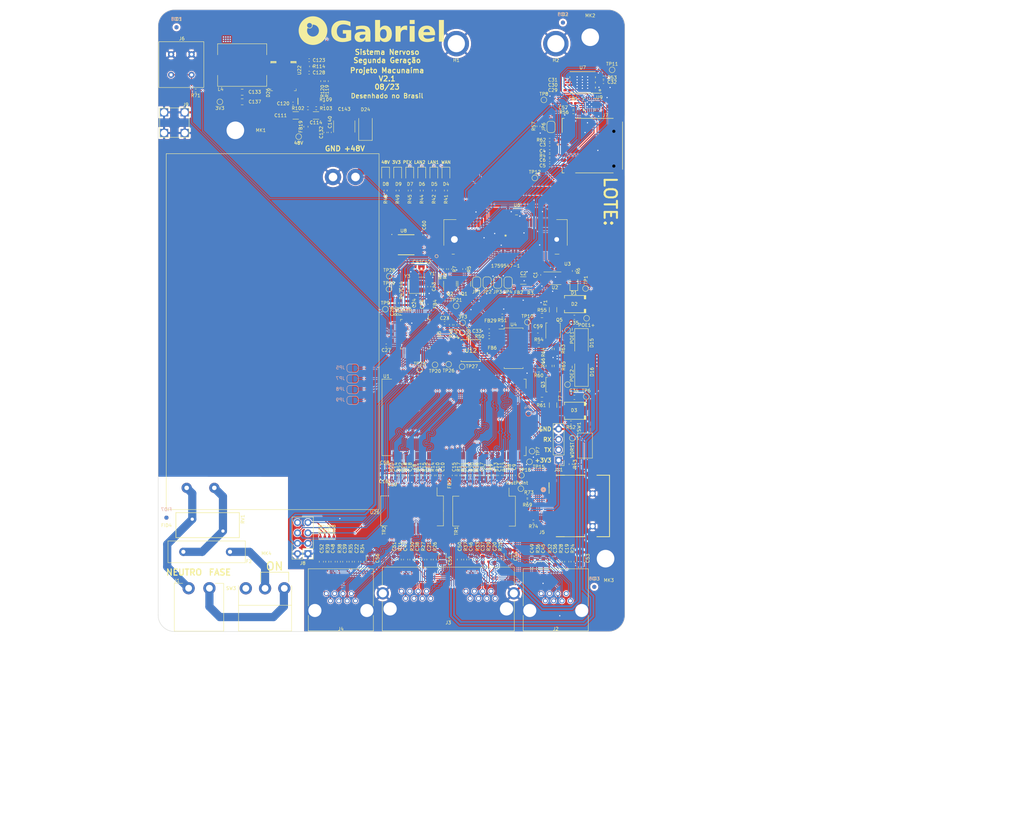
<source format=kicad_pcb>
(kicad_pcb (version 20221018) (generator pcbnew)
  (layers (0 "F.Cu" signal) (1 "In1.Cu" signal) (2 "In2.Cu" signal) (31 "B.Cu" signal) (34 "B.Paste" user) (35 "F.Paste" user) (36 "B.SilkS" user "B.Silkscreen") (37 "F.SilkS" user "F.Silkscreen") (38 "B.Mask" user) (39 "F.Mask" user) (44 "Edge.Cuts" user))
  (net 0 "")
  (net 1 "GND")
  (net 2 "/PMS_3V3")
  (net 3 "/Mini PCIe/MODEM_3V3")
  (net 4 "/Mini PCIe/SIM_VDD")
  (net 5 "/Mini PCIe/SIM_RST")
  (net 6 "/Mini PCIe/SIM_CLK")
  (net 7 "/Mini PCIe/SIM_DATA")
  (net 8 "Net-(C11-Pad2)")
  (net 9 "Net-(C13-Pad1)")
  (net 10 "/Mini PCIe/2FF_VCC")
  (net 11 "/Mini PCIe/2FF_RST")
  (net 12 "/Mini PCIe/2FF_CLK")
  (net 13 "/Mini PCIe/2FF_DATA")
  (net 14 "/ETH1_POE+")
  (net 15 "/ETH1_POE-")
  (net 16 "/ETH2_POE-")
  (net 17 "/Mini PCIe/MFF2_VCC")
  (net 18 "/Mini PCIe/MFF2_RST")
  (net 19 "/Mini PCIe/MFF2_CLK")
  (net 20 "/Mini PCIe/MFF2_DATA")
  (net 21 "Net-(C123-Pad2)")
  (net 22 "Net-(C10-Pad1)")
  (net 23 "Net-(C44-Pad1)")
  (net 24 "/Mini PCIe/LED_WWAN")
  (net 25 "Net-(C14-Pad1)")
  (net 26 "Net-(U22-VIN)")
  (net 27 "Net-(U22-BOOT)")
  (net 28 "Net-(U22-SW)")
  (net 29 "/MODEM_RING")
  (net 30 "Net-(U22-COMP)")
  (net 31 "/MODEM_CTS")
  (net 32 "/MODEM_RTS")
  (net 33 "/MODEM_DTR")
  (net 34 "/PERST_CTL")
  (net 35 "/W_DISABLE_CTL")
  (net 36 "/MODEM_RX")
  (net 37 "/MODEM_TX")
  (net 38 "/Mini PCIe/W_DISABLE")
  (net 39 "/Mini PCIe/PERST")
  (net 40 "/Mini PCIe/MODEM_FAULT")
  (net 41 "Net-(R2-Pad2)")
  (net 42 "/Power Management/Neutro")
  (net 43 "Net-(R1-Pad2)")
  (net 44 "/Power Management/Fase")
  (net 45 "Net-(D1-A)")
  (net 46 "Net-(F1-Pad1)")
  (net 47 "Net-(SW3-B)")
  (net 48 "Net-(U26-AC{slash}L)")
  (net 49 "Net-(F7-Pad1)")
  (net 50 "/Mini PCIe/SWITCH_VCC")
  (net 51 "/EPHY_LED3")
  (net 52 "/EPHY_LED2")
  (net 53 "/EPHY_LED1")
  (net 54 "/EPHY_LED0")
  (net 55 "/MODEM_USB_D_P")
  (net 56 "/MODEM_USB_D_N")
  (net 57 "/MODEM_EN")
  (net 58 "Net-(C39-Pad1)")
  (net 59 "Net-(C52-Pad1)")
  (net 76 "Net-(C47-Pad1)")
  (net 77 "Net-(C48-Pad1)")
  (net 78 "Net-(C51-Pad1)")
  (net 79 "Net-(JP1-B)")
  (net 80 "Net-(JP2-B)")
  (net 81 "Net-(JP3-B)")
  (net 82 "Net-(JP4-B)")
  (net 83 "Net-(D5-A)")
  (net 84 "Net-(D6-A)")
  (net 85 "Net-(D7-A)")
  (net 86 "Net-(D4-A)")
  (net 87 "Net-(Q5-S-Pad1)")
  (net 88 "Net-(Q3-S-Pad1)")
  (net 89 "Net-(U22-EN)")
  (net 90 "Net-(U22-RT{slash}CLK)")
  (net 91 "Net-(U22-FB)")
  (net 93 "Net-(C36-Pad1)")
  (net 94 "Net-(C22-Pad1)")
  (net 95 "Net-(C50-Pad1)")
  (net 101 "Net-(C19-Pad2)")
  (net 102 "Net-(C20-Pad2)")
  (net 103 "Net-(C21-Pad2)")
  (net 104 "Net-(C22-Pad2)")
  (net 105 "Net-(C36-Pad2)")
  (net 106 "Net-(C37-Pad2)")
  (net 107 "Net-(C38-Pad2)")
  (net 108 "Net-(C39-Pad2)")
  (net 109 "Net-(C45-Pad2)")
  (net 110 "Net-(C46-Pad2)")
  (net 111 "Net-(C47-Pad2)")
  (net 112 "Net-(C48-Pad2)")
  (net 113 "Net-(C49-Pad2)")
  (net 114 "Net-(C50-Pad2)")
  (net 115 "Net-(C51-Pad2)")
  (net 116 "Net-(C52-Pad2)")
  (net 117 "Net-(C53-Pad2)")
  (net 118 "Net-(C54-Pad2)")
  (net 119 "Net-(C55-Pad2)")
  (net 120 "Net-(C56-Pad2)")
  (net 121 "Net-(Q5-G)")
  (net 122 "Net-(Q3-G)")
  (net 131 "Net-(U4-SEN1)")
  (net 132 "Net-(U4-DRAIN1)")
  (net 133 "Net-(U4-SEN2)")
  (net 134 "Net-(U4-DRAIN2)")
  (net 138 "Net-(C19-Pad1)")
  (net 139 "/Power over Ethernet/TPS23861_VDD")
  (net 140 "Net-(C45-Pad1)")
  (net 141 "Net-(C46-Pad1)")
  (net 142 "Net-(C49-Pad1)")
  (net 143 "/HLK-7628 Module/HLK7628_3V3")
  (net 145 "/HLK-7628 Module/SD_CS")
  (net 146 "/HLK-7628 Module/MOSI")
  (net 147 "/HLK-7628 Module/SCK")
  (net 148 "/HLK-7628 Module/MISO")
  (net 150 "/MDI_P0_T_P")
  (net 151 "/MDI_P0_R_N")
  (net 152 "/MDI_P2_T_P")
  (net 153 "/MDI_P2_R_N")
  (net 154 "/MDI_P0_T_N")
  (net 155 "/MDI_P0_R_P")
  (net 156 "/MDI_P2_T_N")
  (net 157 "/MDI_P2_R_P")
  (net 158 "/MDI_P1_T_P")
  (net 159 "/MDI_P1_R_N")
  (net 160 "/MDI_P3_T_P")
  (net 161 "/MDI_P3_R_N")
  (net 162 "/MDI_P1_T_N")
  (net 163 "/MDI_P1_R_P")
  (net 164 "/MDI_P3_T_N")
  (net 165 "/MDI_P3_R_P")
  (net 166 "/WDT_RST_N")
  (net 167 "/P0RST_N")
  (net 168 "/STM32_BOOT0")
  (net 169 "/HLK7628_RX")
  (net 170 "/HLK-7628 Module/UART_TXD0")
  (net 171 "/HLK-7628 Module/UART_RXD0")
  (net 172 "/STM32 circuit/STM32_VDD")
  (net 173 "/STM32 circuit/STM32_VDDA")
  (net 174 "/HLK7628_TX")
  (net 175 "/STM32 circuit/OSC_IN")
  (net 176 "/STM32 circuit/OSC_OUT")
  (net 177 "/STM32 circuit/SWCLK")
  (net 178 "/STM32 circuit/SWDIO")
  (net 179 "/STM32 circuit/STM32_I2C1_SDA")
  (net 180 "/STM32 circuit/STM32_I2C2_SDA")
  (net 181 "/STM32 circuit/STM32_I2C1_SCL")
  (net 182 "/STM32 circuit/STM32_I2C2_SCL")
  (net 184 "/STM32 circuit/OSC32_IN")
  (net 185 "/STM32 circuit/OSC32_OUT")
  (net 186 "/STM32 circuit/USART1_CTS")
  (net 189 "/STM32 circuit/USART1_RTS")
  (net 190 "/STM32 circuit/STM32_PB5")
  (net 191 "/STM32 circuit/STM32_PB4")
  (net 192 "/Ethernet connectors/TR1P1+")
  (net 193 "/Ethernet connectors/TR1P1-")
  (net 194 "/Ethernet connectors/TR1P2+")
  (net 195 "/Ethernet connectors/TR1P2-")
  (net 196 "/Ethernet connectors/TR1P3+")
  (net 197 "/Ethernet connectors/TR1P3-")
  (net 198 "/Ethernet connectors/TR1P4+")
  (net 199 "/Ethernet connectors/TR1P4-")
  (net 200 "/Ethernet connectors/TR2P1+")
  (net 201 "/Ethernet connectors/TR2P1-")
  (net 202 "/Ethernet connectors/TR2P2+")
  (net 203 "/Ethernet connectors/TR2P2-")
  (net 204 "/Ethernet connectors/TR2P3+")
  (net 205 "/Ethernet connectors/TR2P3-")
  (net 206 "/Ethernet connectors/TR2P4+")
  (net 207 "/Ethernet connectors/TR2P4-")
  (net 208 "Net-(D8-A)")
  (net 209 "Net-(D9-A)")
  (net 210 "/HLK-7628 Module/GPIO4")
  (net 211 "/HLK-7628 Module/GPIO10")
  (net 212 "/HLK-7628 Module/PERST_N")
  (net 213 "/HLK-7628 Module/GPIO3")
  (net 214 "/HLK-7628 Module/GPIO1")
  (net 215 "/HLK-7628 Module/GPIO0")
  (net 216 "/HLK-7628 Module/GPIO2")
  (net 217 "Net-(U12-VCC)")
  (net 218 "/STM32 circuit/~{STM32_PB4}")
  (net 219 "/STM32 circuit/STM32_PA15")
  (net 220 "/STM32 circuit/STM32_PB3")
  (net 221 "/SIMCARD_DETECT")
  (net 222 "/SIMCARD_SEL")
  (net 223 "/STM32 circuit/STM32_PB8")
  (net 224 "/~{RESET_POE}")
  (net 225 "/~{SHUTDOWN_POE}")
  (net 227 "/STM32 circuit/~{EEPROM_WC}")
  (net 230 "Net-(C1-Pad2)")
  (net 231 "/~{STM32_RST}")
  (net 233 "/HLK-7628 Module/MDI_P4_R_P")
  (net 234 "/HLK-7628 Module/MDI_P4_R_N")
  (net 235 "/HLK-7628 Module/MDI_P4_T_P")
  (net 236 "/HLK-7628 Module/MDI_P4_T_N")
  (net 239 "/STM32 circuit/TAMPER_SIGNAL")
  (net 240 "/Mini PCIe/USIM_PRESENCE")
  (net 241 "/STM32 circuit/STM32_PB12")
  (net 242 "/STM32 circuit/STM32_PB13")
  (net 243 "/STM32 circuit/STM32_PB14")
  (net 244 "/STM32 circuit/STM32_PB15")
  (footprint "Capacitor_SMD:C_0603_1608Metric" (layer "F.Cu") (at 63.312143 134.40824 90)
    (fp_text reference "C38")
    (fp_text value "22nF/100V")
  )
  (footprint "Crystal:Crystal_SMD_3215-2Pin_3.2x1.5mm" (layer "F.Cu") (at 64.328407 64.5012 180)
    (fp_text reference "Y1")
    (fp_text value "32.768kHz")
  )
  (footprint "Capacitor_SMD:C_0402_1005Metric" (layer "F.Cu") (at 108.805129 17.66202)
    (fp_text reference "C32")
    (fp_text value "33pF/6.3V")
  )
  (footprint "Resistor_SMD:R_0402_1005Metric" (layer "F.Cu") (at 59.027501 134.40824 -90)
    (fp_text reference "R31")
    (fp_text value "75R")
  )
  (footprint "Capacitor_SMD:C_0402_1005Metric" (layer "F.Cu") (at 60.488407 71.704868 90)
    (fp_text reference "C25")
    (fp_text value "1uF")
  )
  (footprint "Capacitor_SMD:C_0603_1608Metric" (layer "F.Cu") (at 96.972143 134.9212 90)
    (fp_text reference "C36")
    (fp_text value "22nF/100V")
  )
  (footprint "Resistor_SMD:R_0402_1005Metric" (layer "F.Cu") (at 91.685 125.1362 180)
    (fp_text reference "R74")
    (fp_text value "10k")
  )
  (footprint "Resistor_SMD:R_0402_1005Metric" (layer "F.Cu") (at 84.08 74.7462 180)
    (fp_text reference "R51")
    (fp_text value "10k")
  )
  (footprint "Capacitor_SMD:C_0402_1005Metric" (layer "F.Cu") (at 63.338407 62.7712)
    (fp_text reference "C41")
    (fp_text value "10pF")
  )
  (footprint "Capacitor_SMD:C_0402_1005Metric" (layer "F.Cu") (at 32.955 22.9262 180)
    (fp_text reference "C120")
    (fp_text value "100nF/100V")
  )
  (footprint "Connector_PinHeader_2.54mm:PinHeader_2x04_P2.54mm_Vertical" (layer "F.Cu") (at 36.595 132.961129 180)
    (fp_text reference "J8")
    (fp_text value "Conn_02x04_Odd_Even")
  )
  (footprint "Resistor_SMD:R_0402_1005Metric" (layer "F.Cu") (at 64.740357 134.40824 -90)
    (fp_text reference "R27")
    (fp_text value "75R")
  )
  (footprint "Capacitor_SMD:C_0402_1005Metric" (layer "F.Cu") (at 93.119248 64.819299 -90)
    (fp_text reference "C1")
    (fp_text value "1uF/6.3V")
  )
  (footprint "Jumper:SolderJumper-2_P1.3mm_Bridged_RoundedPad1.0x1.5mm" (layer "F.Cu") (at 77.8118 66.690823 90)
    (fp_text reference "JP1")
    (fp_text value "SolderJumper_2_Bridged")
  )
  (footprint "TestPoint:TestPoint_Pad_D1.0mm" (layer "F.Cu") (at 92.035 41.1162)
    (fp_text reference "TP12")
    (fp_text value "MFF2_VCC")
  )
  (footprint "Package_SO:TSSOP-28_4.4x9.7mm_P0.65mm" (layer "F.Cu") (at 86.844418 82.7387)
    (fp_text reference "U4")
    (fp_text value "TPS23861")
  )
  (footprint "LED_SMD:LED_0805_2012Metric" (layer "F.Cu") (at 101.577448 66.952899 90)
    (fp_text reference "D1")
    (fp_text value "LED")
  )
  (footprint "Capacitor_SMD:C_0402_1005Metric" (layer "F.Cu") (at 65.318407 62.7712 180)
    (fp_text reference "C42")
    (fp_text value "10pF")
  )
  (footprint "Resistor_SMD:R_0402_1005Metric" (layer "F.Cu") (at 61.883929 134.40824 -90)
    (fp_text reference "R30")
    (fp_text value "75R")
  )
  (footprint "TestPoint:TestPoint_Pad_D1.0mm" (layer "F.Cu") (at 104.6776 75.4137 180)
    (fp_text reference "TP3" hide)
    (fp_text value "POE1+")
  )
  (footprint "Fuse:Fuse_Littelfuse-LVR100" (layer "F.Cu") (at 17.555 132.5162 180)
    (fp_text reference "F2")
    (fp_text value "LVR100S-240")
  )
  (footprint "Capacitor_SMD:C_1206_3216Metric" (layer "F.Cu") (at 33.617 25.827)
    (fp_text reference "C111")
    (fp_text value "2.2uF/100V")
  )
  (footprint "Capacitor_SMD:C_0402_1005Metric" (layer "F.Cu") (at 86.921478 113.829484 -90)
    (fp_text reference "C9")
    (fp_text value "0.1uF")
  )
  (footprint "Resistor_SMD:R_0402_1005Metric" (layer "F.Cu") (at 47.030357 134.9212 -90)
    (fp_text reference "R35")
    (fp_text value "75R")
  )
  (footprint "Resistor_SMD:R_0402_1005Metric" (layer "F.Cu") (at 95.657706 35.66702)
    (fp_text reference "R4")
    (fp_text value "15k")
  )
  (footprint "Resistor_SMD:R_0402_1005Metric" (layer "F.Cu") (at 74.496862 113.829484 90)
    (fp_text reference "R21")
    (fp_text value "50R")
  )
  (footprint "Capacitor_SMD:C_0603_1608Metric" (layer "F.Cu") (at 76.453214 134.40824 90)
    (fp_text reference "C46")
    (fp_text value "22nF/100V")
  )
  (footprint "Jumper:SolderJumper-2_P1.3mm_Bridged_RoundedPad1.0x1.5mm" (layer "F.Cu") (at 82.9426 66.690823 90)
    (fp_text reference "JP3")
    (fp_text value "SolderJumper_2_Bridged")
  )
  (footprint "Capacitor_SMD:C_0402_1005Metric" (layer "F.Cu") (at 69.989231 76.5512)
    (fp_text reference "C23")
    (fp_text value "100nF")
  )
  (footprint "Capacitor_SMD:C_0402_1005Metric" (layer "F.Cu") (at 64.995 55.0562 90)
    (fp_text reference "C60")
    (fp_text value "100nF")
  )
  (footprint "Package_TO_SOT_SMD:SOT-723" (layer "F.Cu") (at 87.568425 49.348846)
    (fp_text reference "U6")
    (fp_text value "TPD2EUSB30")
  )
  (footprint "TestPoint:TestPoint_Pad_D1.0mm" (layer "F.Cu") (at 67.65 86.7962)
    (fp_text reference "TP20")
    (fp_text value "TestPoint")
  )
  (footprint "Gabriel:IRM-60" (layer "F.Cu") (at 27.972391 78.6812 -90)
    (fp_text reference "U26")
    (fp_text value "IRM-60-48")
  )
  (footprint "Transformer_SMD:Transformer_Ethernet_YDS_30F-51NL_SO-24_7.1x15.1mm" (layer "F.Cu") (at 79.63 122.56961 -90)
    (fp_text reference "TR1")
    (fp_text value "30F-51NL")
  )
  (footprint "Inductor_SMD:L_0402_1005Metric" (layer "F.Cu") (at 81.58 81.3662)
    (fp_text reference "FB6")
    (fp_text value "FerriteBead_Small")
  )
  (footprint "Diode_SMD:D_SMA" (layer "F.Cu") (at 50.655 28.5312 90)
    (fp_text reference "D24")
    (fp_text value "SMAJ51A")
  )
  (footprint "Resistor_SMD:R_0402_1005Metric" (layer "F.Cu") (at 100.79 111.0862 90)
    (fp_text reference "R43")
    (fp_text value "10k")
  )
  (footprint "Gabriel:MLP16" (layer "F.Cu") (at 105.380891 23.12702 90)
    (fp_text reference "U9")
    (fp_text value "FSA2567MPX")
  )
  (footprint "MountingHole:MountingHole_4.3mm_M4" (layer "F.Cu") (at 105.57 6.7162)
    (fp_text reference "MK2")
    (fp_text value "Mounting_Hole")
  )
  (footprint "Resistor_SMD:R_0402_1005Metric" (layer "F.Cu") (at 55.842692 113.829484 90)
    (fp_text reference "R19")
    (fp_text value "50R")
  )
  (footprint "Resistor_SMD:R_0402_1005Metric" (layer "F.Cu") (at 71.56 77.0162 90)
    (fp_text reference "R46")
    (fp_text value "10k")
  )
  (footprint "Capacitor_SMD:C_0603_1608Metric" (layer "F.Cu") (at 91.259287 134.9212 90)
    (fp_text reference "C49")
    (fp_text value "22nF/100V")
  )
  (footprint "Inductor_SMD:L_0603_1608Metric" (layer "F.Cu") (at 36.1124 28.577 90)
    (fp_text reference "FB19")
    (fp_text value "FerriteBead_Small")
  )
  (footprint "TestPoint:TestPoint_Pad_D1.0mm" (layer "F.Cu") (at 74.41 76.5162)
    (fp_text reference "3V3")
    (fp_text value "TestPoint")
  )
  (footprint "Inductor_SMD:L_0402_1005Metric" (layer "F.Cu") (at 81.185 77.1812)
    (fp_text reference "FB29")
    (fp_text value "FerriteBead_Small")
  )
  (footprint "MountingHole:MountingHole_4.3mm_M4" (layer "F.Cu") (at 18.865 29.4662)
    (fp_text reference "MK1")
    (fp_text value "Mounting_Hole")
  )
  (footprint "Inductor_SMD:L_0402_1005Metric" (layer "F.Cu") (at 88.0679 68.115223)
    (fp_text reference "FB2")
    (fp_text value "FerriteBead_Small")
  )
  (footprint "Resistor_SMD:R_0402_1005Metric" (layer "F.Cu") (at 61.475 44.1912 90)
    (fp_text reference "R45")
    (fp_text value "300R")
  )
  (footprint "Connector_PinHeader_2.54mm:PinHeader_1x04_P2.54mm_Vertical" (layer "F.Cu") (at 97.846892 110.1112 180)
    (fp_text reference "J11")
    (fp_text value "Conn_01x04")
  )
  (footprint "Capacitor_SMD:C_0402_1005Metric" (layer "F.Cu") (at 57.26 71.6962 90)
    (fp_text reference "C28")
    (fp_text value "100nF")
  )
  (footprint "footprints:CR_SM12CA-13-F_DIO" (layer "F.Cu") (at 101.695 98.0312)
    (fp_text reference "D3")
    (fp_text value "SMBJ58A")
  )
  (footprint "Capacitor_SMD:C_0402_1005Metric" (layer "F.Cu") (at 65.578407 71.989777 90)
    (fp_text reference "C26")
    (fp_text value "100nF")
  )
  (footprint "Fiducial:Fiducial_1mm_Mask2mm" (layer "F.Cu") (at 106.565 141.0762)
    (fp_text reference "FID3")
    (fp_text value "Fiducial")
  )
  (footprint "Resistor_SMD:R_0402_1005Metric" (layer "F.Cu") (at 90.206608 118.9462 180)
    (fp_text reference "R73")
    (fp_text value "10k")
  )
  (footprint "Gabriel:HC-RJ45-5JA-1-6" (layer "F.Cu") (at 97.145 151.8562)
    (fp_text reference "J2")
    (fp_text value "8P8C")
  )
  (footprint "TestPoint:TestPoint_Pad_D1.0mm" (layer "F.Cu") (at 34.3388 31.002 90)
    (fp_text reference "TP25" hide)
    (fp_text value "TestPoint")
  )
  (footprint "TestPoint:TestPoint_Pad_D1.0mm" (layer "F.Cu") (at 70.97 86.6762 180)
    (fp_text reference "TP26")
    (fp_text value "TestPoint")
  )
  (footprint "TestPoint:TestPoint_Pad_D1.0mm" (layer "F.Cu") (at 63.9 87.9962)
    (fp_text reference "TP23")
    (fp_text value "TestPoint")
  )
  (footprint "Resistor_SMD:R_0402_1005Metric" (layer "F.Cu") (at 77.889938 113.829484 -90)
    (fp_text reference "R16")
    (fp_text value "50R")
  )
  (footprint "Resistor_SMD:R_0402_1005Metric" (layer "F.Cu") (at 64.884228 113.829484 90)
    (fp_text reference "R15")
    (fp_text value "50R")
  )
  (footprint "Capacitor_SMD:C_0402_1005Metric" (layer "F.Cu") (at 41.94 29.9812 90)
    (fp_text reference "C140")
    (fp_text value "100nF/100V")
  )
  (footprint "Resistor_SMD:R_0402_1005Metric" (layer "F.Cu") (at 84.65609 113.829484 -90)
    (fp_text reference "R12")
    (fp_text value "50R")
  )
  (footprint "Gabriel:SOIC127P600X175-8N" (layer "F.Cu") (at 60.595 57.4362)
    (fp_text reference "U8")
    (fp_text value "M24C16-RMN6TP")
  )
  (footprint "Capacitor_SMD:C_0402_1005Metric" (layer "F.Cu") (at 95.657706 38.03702 180)
    (fp_text reference "C5")
    (fp_text value "33pF/6.3V")
  )
  (footprint "Resistor_SMD:R_0402_1005Metric" (layer "F.Cu") (at 58.34 71.6962 -90)
    (fp_text reference "R40")
    (fp_text value "10k")
  )
  (footprint "Resistor_SMD:R_0402_1005Metric" (layer "F.Cu") (at 40.728333 129.3162 90)
    (fp_text reference "R67")
    (fp_text value "4k7")
  )
  (footprint "Gabriel:HC-RJ45-5JA-1-6" (layer "F.Cu") (at 44.645 151.8562)
    (fp_text reference "J4")
    (fp_text value "8P8C")
  )
  (footprint "Capacitor_SMD:C_0603_1608Metric" (layer "F.Cu") (at 94.115715 134.9212 90)
    (fp_text reference "C45")
    (fp_text value "22nF/100V")
  )
  (footprint "Resistor_SMD:R_0603_1608Metric" (layer "F.Cu") (at 93.7776 74.7462)
    (fp_text reference "R55")
    (fp_text value "47R")
  )
  (footprint "Resistor_SMD:R_0402_1005Metric" (layer "F.Cu") (at 85.793782 113.829484 -90)
    (fp_text reference "R8")
    (fp_text value "50R")
  )
  (footprint "Capacitor_SMD:C_0402_1005Metric" (layer "F.Cu") (at 55.725 82.0512 180)
    (fp_text reference "C27")
    (fp_text value "4.7uF")
  )
  (footprint "Capacitor_SMD:C_0402_1005Metric" (layer "F.Cu") (at 83.528398 113.829484 90)
    (fp_text reference "C11")
    (fp_text value "0.1uF")
  )
  (footprint "Capacitor_SMD:C_0603_1608Metric" (layer "F.Cu") (at 101.695 94.7537 180)
    (fp_text reference "C34")
    (fp_text value "100nF/100V")
  )
  (footprint "Resistor_SMD:R_0402_1005Metric" (layer "F.Cu") (at 60.37346 113.829484 -90)
    (fp_text reference "R18")
    (fp_text value "50R")
  )
  (footprint "Resistor_SMD:R_0805_2012Metric" (layer "F.Cu") (at 95.5088 82.9212 -90)
    (fp_text reference "R64")
    (fp_text value "0.510R")
  )
  (footprint "TestPoint:TestPoint_Pad_D1.0mm" (layer "F.Cu") (at 90.74 110.5062)
    (fp_text reference "TP15")
    (fp_text value "TestPoint")
  )
  (footprint "Resistor_SMD:R_0402_1005Metric" (layer "F.Cu") (at 81.263014 113.829484 90)
    (fp_text reference "R9")
    (fp_text value "50R")
  )
  (footprint "Gabriel:1759547-1" (layer "F.Cu") (at 84.876448 55.5162)
    (fp_text reference "U3")
    (fp_text value "1759547-1")
  )
  (footprint "Capacitor_SMD:C_0402_1005Metric" (layer "F.Cu") (at 66.215134 67.6912 -90)
    (fp_text reference "C43")
    (fp_text value "20pF")
  )
  (footprint "Resistor_SMD:R_0402_1005Metric" (layer "F.Cu") (at 101.431005 25.02202)
    (fp_text reference "R56")
    (fp_text value "10k")
  )
  (footprint "TestPoint:TestPoint_Pad_D1.0mm" (layer "F.Cu") (at 94.245 22.0262)
    (fp_text reference "TP8")
    (fp_text value "2FF_VCC")
  )
  (footprint "Inductor_SMD:L_0402_1005Metric" (layer "F.Cu") (at 101.431005 22.87702)
    (fp_text reference "FB1")
    (fp_text value "FerriteBead_Small")
  )
  (footprint "Package_SON:Diodes_PowerDI3333-8" (layer "F.Cu") (at 96.495 78.31982 90)
    (fp_text reference "Q5")
    (fp_text value "CSD19538Q3A")
  )
  (footprint "Capacitor_SMD:C_0402_1005Metric" (layer "F.Cu") (at 98.842207 18.39202 180)
    (fp_text reference "C30")
    (fp_text value "33pF/6.3V")
  )
  (footprint "Resistor_SMD:R_0402_1005Metric" (layer "F.Cu") (at 58.508813 44.1912 90)
    (fp_text reference "R49")
    (fp_text value "300R")
  )
  (footprint "Resistor_SMD:R_0402_1005Metric" (layer "F.Cu") (at 76.752246 113.829484 -90)
    (fp_text reference "R20")
    (fp_text value "50R")
  )
  (footprint "Resistor_SMD:R_0402_1005Metric" (layer "F.Cu") (at 90.206608 120.0062 180)
    (fp_text reference "R69")
    (fp_text value "10k")
  )
  (footprint "LED_SMD:LED_0805_2012Metric" (layer "F.Cu") (at 61.469377 40.161062 -90)
    (fp_text reference "D7")
    (fp_text value "LED_Small")
  )
  (footprint "Capacitor_SMD:C_0402_1005Metric" (layer "F.Cu") (at 36.8876 15.3638)
    (fp_text reference "C128")
    (fp_text value "39pF/50V")
  )
  (footprint "Resistor_SMD:R_0402_1005Metric" (layer "F.Cu") (at 68.9218 63.393981 90)
    (fp_text reference "R1")
    (fp_text value "330R")
  )
  (footprint "Capacitor_SMD:C_0402_1005Metric" (layer "F.Cu") (at 61.501152 113.829484 90)
    (fp_text reference "C18")
    (fp_text value "0.1uF")
  )
  (footprint "Capacitor_SMD:C_1206_3216Metric" (layer "F.Cu") (at 103.105 134.1012 -90)
    (fp_text reference "C53")
    (fp_text value "1000pF/2kV")
  )
  (footprint "Capacitor_SMD:C_0603_1608Metric" (layer "F.Cu") (at 39.889287 134.9212 90)
    (fp_text reference "C52")
    (fp_text value "22nF/100V")
  )
  (footprint "Inductor_SMD:L_0402_1005Metric" (layer "F.Cu") (at 66.668407 71.959777 90)
    (fp_text reference "FB4")
    (fp_text value "FerriteBead_Small")
  )
  (footprint "Resistor_SMD:R_0402_1005Metric" (layer "F.Cu") (at 95.543929 134.9212 -90)
    (fp_text reference "R32")
    (fp_text value "75R")
  )
  (footprint "footprints:CONN9_0185-02_GSW" (layer "F.Cu") (at 95.649046 127.732723 90)
    (fp_text reference "J5")
    (fp_text value "Micro_SD_Card_Det1")
  )
  (footprint "Capacitor_SMD:C_0603_1608Metric" (layer "F.Cu") (at 42.745715 134.9212 90)
    (fp_text reference "C48")
    (fp_text value "22nF/100V")
  )
  (footprint "Resistor_SMD:R_0805_2012Metric" (layer "F.Cu") (at 95.5088 87.075321 -90)
    (fp_text reference "R66")
    (fp_text value "0.510R")
  )
  (footprint "Fuse:Fuse_1206_3216Metric" (layer "F.Cu") (at 96.495 73.34482 90)
    (fp_text reference "F1")
    (fp_text value "046801.5NR")
  )
  (footprint "LED_SMD:LED_0805_2012Metric" (layer "F.Cu") (at 55.572293 40.161062 -90)
    (fp_text reference "D8")
    (fp_text value "LED_Small")
  )
  (footprint "TestPoint:TestPoint_Pad_D1.0mm" (layer "F.Cu") (at 15.08 22.5096)
    (fp_text reference "TP22" hide)
    (fp_text value "3V3")
  )
  (footprint "Capacitor_SMD:C_1206_3216Metric" (layer "F.Cu") (at 85.442499 133.58824 -90)
    (fp_text reference "C54")
    (fp_text value "1000pF/2kV")
  )
  (footprint "digikey-footprints:DO-214AB" (layer "F.Cu") (at 30.6138 16.202 -90)
    (fp_text reference "D26")
    (fp_text value "B560C")
  )
  (footprint "Resistor_SMD:R_0402_1005Metric" (layer "F.Cu") (at 95.657706 31.81702)
    (fp_text reference "R62")
    (fp_text value "10k")
  )
  (footprint "Package_QFP:LQFP-48_7x7mm_P0.5mm" (layer "F.Cu") (at 62.828407 79.2912 -90)
    (fp_text reference "U5")
    (fp_text value "STM32F030C8Tx")
  )
  (footprint "Gabriel:KF235-5.0-2P" (layer "F.Cu") (at 5.663158 13.3962 -90)
    (fp_text reference "J6")
    (fp_text value "Conn_01x02")
  )
  (footprint "Resistor_SMD:R_0402_1005Metric" (layer "F.Cu") (at 67.365 44.1912 90)
    (fp_text reference "R42")
    (fp_text value "300R")
  )
  (footprint "Resistor_SMD:R_0402_1005Metric" (layer "F.Cu") (at 42.915 129.3162 90)
    (fp_text reference "R68")
    (fp_text value "4k7")
  )
  (footprint "Capacitor_SMD:C_0402_1005Metric" (layer "F.Cu") (at 36.8876 12.3198)
    (fp_text reference "C123")
    (fp_text value "6.8nF/50V")
  )
  (footprint "TestPoint:TestPoint_Pad_D1.0mm" (layer "F.Cu") (at 56.47 65.1162)
    (fp_text reference "TP28")
    (fp_text value "TestPoint")
  )
  (footprint "Capacitor_SMD:C_0402_1005Metric" (layer "F.Cu") (at 55.425 111.6712 180)
    (fp_text reference "C58")
    (fp_text value "100nF")
  )
  (footprint "Capacitor_SMD:C_0603_1608Metric" (layer "F.Cu") (at 73.596786 134.40824 90)
    (fp_text reference "C50")
    (fp_text value "22nF/100V")
  )
  (footprint "Capacitor_SMD:C_0402_1005Metric" (layer "F.Cu") (at 60.441681 67.6912 90)
    (fp_text reference "C44")
    (fp_text value "20pF")
  )
  (footprint "Capacitor_SMD:C_0402_1005Metric" (layer "F.Cu") (at 40.865 29.9812 90)
    (fp_text reference "C132")
    (fp_text value "100nF/100V")
  )
  (footprint "Gabriel:KH-IPEX-SMAKWE-B120H" (layer "F.Cu") (at 3.965 27.5912 -90)
    (fp_text reference "J9")
    (fp_text value "Conn_01x01")
  )
  (footprint "TestPoint:TestPoint_Pad_D1.0mm" (layer "F.Cu") (at 74.27 87.2562)
    (fp_text reference "TP27")
    (fp_text value "TestPoint")
  )
  (footprint "Diode_SMD:D_SMA" (layer "F.Cu") (at 103.4276 88.5537 90)
    (fp_text reference "D16")
    (fp_text value "10MQ100NTRPBF")
  )
  (footprint "Jumper:SolderJumper-2_P1.3mm_Bridged_RoundedPad1.0x1.5mm" (layer "F.Cu") (at 85.508 66.690823 90)
    (fp_text reference "JP4")
    (fp_text value "SolderJumper_2_Bridged")
  )
  (footprint "Inductor_SMD:L_0402_1005Metric" (layer "F.Cu") (at 71.136845 113.829484 90)
    (fp_text reference "FB5")
    (fp_text value "FerriteBead_Small")
  )
  (footprint "Resistor_SMD:R_0402_1005Metric" (layer "F.Cu") (at 101.256785 134.9212 -90)
    (fp_text reference "R24")
    (fp_text value "75R")
  )
  (footprint "Capacitor_SMD:C_0402_1005Metric" (layer "F.Cu") (at 95.657706 34.55702 180)
    (fp_text reference "C4")
    (fp_text value "33pF/6.3V")
  )
  (footprint "Capacitor_SMD:C_0402_1005Metric" (layer "F.Cu") (at 95.657706 36.74702 180)
    (fp_text reference "C6")
    (fp_text value "33pF/6.3V")
  )
  (footprint "Gabriel:BD82006FVJ-MGE2" (layer "F.Cu") (at 96.954648 65.632099)
    (fp_text reference "U2")
    (fp_text value "BD82006FVJ-M")
  )
  (footprint "Capacitor_SMD:C_0402_1005Metric" (layer "F.Cu") (at 61.558407 71.704868 -90)
    (fp_text reference "C24")
    (fp_text value "10nF")
  )
  (footprint "LED_SMD:LED_0805_2012Metric" (layer "F.Cu") (at 70.315003 40.161062 -90)
    (fp_text reference "D4")
    (fp_text value "LED_Small")
  )
  (footprint "Capacitor_SMD:C_0603_1608Metric" (layer "F.Cu") (at 79.309642 134.40824 90)
    (fp_text reference "C37")
    (fp_text value "22nF/100V")
  )
  (footprint "TestPoint:TestPoint_Pad_D1.0mm" (layer "F.Cu") (at 90.22 76.3662)
    (fp_text reference "TP10")
    (fp_text value "TestPoint")
  )
  (footprint "Capacitor_SMD:C_0805_2012Metric" (layer "F.Cu") (at 20.53 22.5012 180)
    (fp_text reference "C137")
    (fp_text value "47uF/10V")
  )
  (footprint "Capacitor_SMD:C_0603_1608Metric" (layer "F.Cu") (at 57.599287 134.40824 90)
    (fp_text reference "C51")
    (fp_text value "22nF/100V")
  )
  (footprint "TestPoint:TestPoint_Pad_D1.0mm" (layer "F.Cu") (at 110.915 14.6862)
    (fp_text reference "TP11")
    (fp_text value "MFF2_VCC")
  )
  (footprint "TestPoint:TestPoint_Pad_D1.0mm" (layer "F.Cu") (at 72.8 72.3962)
    (fp_text reference "TP21")
    (fp_text value "TestPoint")
  )
  (footprint "Capacitor_SMD:C_0603_1608Metric" (layer "F.Cu") (at 101.695 75.1737)
    (fp_text reference "C35")
    (fp_text value "100nF/100V")
  )
  (footprint "Jumper:SolderJumper-2_P1.3mm_Open_RoundedPad1.0x1.5mm" (layer "F.Cu") (at 95.987453 28.63062 90)
    (fp_text reference "JP6")
    (fp_text value "SolderJumper_2_Open")
  )
  (footprint "TestPoint:TestPoint_Pad_D1.0mm" (layer "F.Cu") (at 100.0376 91.629977)
    (fp_text reference "TP5" hide)
    (fp_text value "POE2-")
  )
  (footprint "TestPoint:TestPoint_Pad_D1.0mm" (layer "F.Cu") (at 88.75 113.7962)
    (fp_text reference "TP18")
    (fp_text value "TestPoint")
  )
  (footprint "Capacitor_SMD:C_0603_1608Metric" (layer "F.Cu") (at 92.785 78.5112 180)
    (fp_text reference "C59")
    (fp_text value "100nF/100V")
  )
  (footprint "Resistor_SMD:R_0402_1005Metric" (layer "F.Cu") (at 41.317501 134.9212 -90)
    (fp_text reference "R39")
    (fp_text value "75R")
  )
  (footprint "Capacitor_SMD:C_0402_1005Metric" (layer "F.Cu") (at 72.231478 113.829484 -90)
    (fp_text reference "C15")
    (fp_text value "0.1uF")
  )
  (footprint "Resistor_SMD:R_0603_1608Metric" (layer "F.Cu") (at 92.9976 88.0237)
    (fp_text reference "R60")
    (fp_text value "22.1R")
  )
  (footprint "Gabriel:WJ2EDGRC-5.08-2P" (layer "F.Cu") (at 9.985 141.4112)
    (fp_text reference "J1")
    (fp_text value "127VAC/220VAC")
  )
  (footprint "Capacitor_SMD:C_0402_1005Metric" (layer "F.Cu") (at 66.01192 113.829484 90)
    (fp_text reference "C12")
    (fp_text value "0.1uF")
  )
  (footprint "Resistor_SMD:R_0402_1005Metric" (layer "F.Cu") (at 40.505 22.9012)
    (fp_text reference "R109")
    (fp_text value "162k")
  )
  (footprint "Gabriel:MHCC10040-8R2M-R7" (layer "F.Cu") (at 20.53 13.5096 180)
    (fp_text reference "L4")
    (fp_text value "8.2uH")
  )
  (footprint "Capacitor_SMD:C_1206_3216Metric" (layer "F.Cu") (at 51.735 134.1012 -90)
    (fp_text reference "C56")
    (fp_text value "1000pF/2kV")
  )
  (footprint "Resistor_SMD:R_0402_1005Metric" (layer "F.Cu") (at 44.173929 134.9212 -90)
    (fp_text reference "R38")
    (fp_text value "75R")
  )
  (footprint "Resistor_SMD:R_0402_1005Metric" (layer "F.Cu") (at 56.980384 113.829484 90)
    (fp_text reference "R23")
    (fp_text value "50R")
  )
  (footprint "Resistor_SMD:R_0402_1005Metric" (layer "F.Cu") (at 74.7892 63.393981 -90)
    (fp_text reference "R5")
    (fp_text value "5k1")
  )
  (footprint "Capacitor_SMD:C_0603_1608Metric" (layer "F.Cu") (at 66.168571 134.40824 90)
    (fp_text reference "C21")
    (fp_text value "22nF/100V")
  )
  (footprint "Package_TO_SOT_SMD:SOT-23" (layer "F.Cu") (at 71.3094 66.970223 90)
    (fp_text reference "Q2")
    (fp_text value "PDTC143ZT")
  )
  (footprint "Resistor_SMD:R_0402_1005Metric" (layer "F.Cu") (at 71.3094 63.393981 -90)
    (fp_text reference "R7")
    (fp_text value "5k1")
  )
  (footprint "LED_SMD:LED_0805_2012Metric" (layer "F.Cu") (at 67.366461 40.161062 -90)
    (fp_text reference "D5")
    (fp_text value "LED_Small")
  )
  (footprint "Resistor_SMD:R_0805_2012Metric" (layer "F.Cu") (at 97.4976 87.065321 -90)
    (fp_text reference "R65")
    (fp_text value "0.510R")
  )
  (footprint "Resistor_SMD:R_0402_1005Metric" (layer "F.Cu") (at 73.35917 113.829484 90)
    (fp_text reference "R17")
    (fp_text value "50R")
  )
  (footprint "Jumper:SolderJumper-2_P1.3mm_Bridged_RoundedPad1.0x1.5mm" (layer "F.Cu") (at 80.3772 66.690823 90)
    (fp_text reference "JP2")
    (fp_text value "SolderJumper_2_Bridged")
  )
  (footprint "Resistor_SMD:R_0402_1005Metric" (layer "F.Cu") (at 80.737856 134.40824 -90)
    (fp_text reference "R29")
    (fp_text value "75R")
  )
  (footprint "Resistor_SMD:R_0402_1005Metric" (layer "F.Cu") (at 101.577448 63.854099 -90)
    (fp_text reference "R6")
    (fp_text value "220R")
  )
  (footprint "Resistor_SMD:R_0402_1005Metric" (layer "F.Cu") (at 100.85 100.8962 180)
    (fp_text reference "R52")
    (fp_text value "10k")
  )
  (footprint "Gabriel:HC-RJ45-5JA-2-4" (layer "F.Cu") (at 70.895 151.8562)
    (fp_text reference "J3")
    (fp_text value "RJ45_x2")
  )
  (footprint "Fiducial:Fiducial_1mm_Mask2mm" (layer "F.Cu") (at 4.485 4.2762)
    (fp_text reference "FID1")
    (fp_text value "Fiducial")
  )
  (footprint "Crystal:Crystal_SMD_3225-4Pin_3.2x2.5mm" (layer "F.Cu") (at 63.328407 67.6912)
    (fp_text reference "Y3")
    (fp_text value "8MHz")
  )
  (footprint "Capacitor_SMD:C_0402_1005Metric" (layer "F.Cu") (at 54.715 113.829484 -90)
    (fp_text reference "C16")
    (fp_text value "0.1uF")
  )
  (footprint "Resistor_SMD:R_0402_1005Metric" (layer "F.Cu") (at 41.2056 17.4466 -90)
    (fp_text reference "R119")
    (fp_text value "36k5")
  )
  (footprint "Capacitor_SMD:C_0402_1005Metric" (layer "F.Cu") (at 79.01763 113.829484 90)
    (fp_text reference "C17")
    (fp_text value "0.1uF")
  )
  (footprint "Transformer_SMD:Transformer_Ethernet_YDS_30F-51NL_SO-24_7.1x15.1mm" (layer "F.Cu") (at 62.045 122.49961 -90)
    (fp_text reference "TR2")
    (fp_text value "30F-51NL")
  )
  (footprint "Capacitor_SMD:C_1206_3216Metric" (layer "F.Cu") (at 89.2109 66.184823 180)
    (fp_text reference "C2")
    (fp_text value "150uF/6.3V")
  )
  (footprint "Resistor_SMD:R_0402_1005Metric" (layer "F.Cu") (at 70.0902 63.393981 90)
    (fp_text reference "R2")
    (fp_text value "330R")
  )
  (footprint "Resistor_SMD:R_0402_1005Metric" (layer "F.Cu") (at 80.8926 80.031563 180)
    (fp_text reference "R50")
    (fp_text value "10k")
  )
  (footprint "Resistor_SMD:R_0402_1005Metric" (layer "F.Cu") (at 63.746536 113.829484 90)
    (fp_text reference "R11")
    (fp_text value "50R")
  )
  (footprint "Resistor_SMD:R_0402_1005Metric" (layer "F.Cu") (at 55.572293 44.1912 90)
    (fp_text reference "R48")
    (fp_text value "10k")
  )
  (footprint "Capacitor_SMD:C_0603_1608Metric" (layer "F.Cu") (at 60.455715 134.40824 90)
    (fp_text reference "C47")
    (fp_text value "22nF/100V")
  )
  (footprint "Gabriel:SS-12D06L5" (layer "F.Cu") (at 26.12 141.4312)
    (fp_text reference "SW3")
    (fp_text value "SW_SPDT")
  )
  (footprint "Resistor_SMD:R_0603_1608Metric" (layer "F.Cu") (at 92.9976 81.9837)
    (fp_text reference "R54")
    (fp_text value "22.1R")
  )
  (footprint "footprints:XKNANO-113_XKB" (layer "F.Cu") (at 106.087706 33.20702 90)
    (fp_text reference "J7")
    (fp_text value "XKNANO-113")
  )
  (footprint "Capacitor_SMD:C_0402_1005Metric" (layer "F.Cu") (at 69.405 113.829484 -90)
    (fp_text reference "C10")
    (fp_text value "0.1uF")
  )
  (footprint "Capacitor_SMD:C_0402_1005Metric" (layer "F.Cu") (at 80.135322 113.829484 -90)
    (fp_text reference "C7")
    (fp_text value "0.1uF")
  )
  (footprint "Resistor_SMD:R_0402_1005Metric" (layer "F.Cu") (at 60.441681 69.6912 90)
    (fp_text reference "R47")
    (fp_text value "390R")
  )
  (footprint "Resistor_SMD:R_0402_1005Metric" (layer "F.Cu") (at 67.139612 113.829484 -90)
    (fp_text reference "R14")
    (fp_text value "50R")
  )
  (footprint "Capacitor_SMD:C_0603_1608Metric" (layer "F.Cu") (at 80.8926 78.5337)
    (fp_text reference "C33")
    (fp_text value "100nF/50V")
  )
  (footprint "Resistor_SMD:R_0603_1608Metric" (layer "F.Cu") (at 93.7776 95.2337)
    (fp_text reference "R61")
    (fp_text value "47R")
  )
  (footprint "Capacitor_SMD:C_0402_1005Metric" (layer "F.Cu") (at 95.657706 32.95702 180)
    (fp_text reference "C3")
    (fp_text value "100nF/6.3V")
  )
  (footprint "Resistor_SMD:R_0402_1005Metric" (layer "F.Cu") (at 36.595 24.0762)
    (fp_text reference "R102")
    (fp_text value "523k")
  )
  (footprint "Aesthetics:gabriel_logo1" (layer "F.Cu") (at 37.830718 5.087399)
    (fp_text reference "G***" hide)
    (fp_text value "LOGO" hide)
  )
  (footprint "Fiducial:Fiducial_1mm_Mask2mm" (layer "F.Cu") (at 98.895 3.1262)
    (fp_text reference "FID2")
    (fp_text value "Fiducial")
  )
  (footprint "Gabriel:4882 Standoff" (layer "F.Cu") (at 72.8588 8.2722)
    (fp_text reference "H1")
    (fp_text value "MountingHole_Pad")
  )
  (footprint "Inductor_SMD:L_0402_1005Metric" (layer "F.Cu") (at 59.398407 71.694868 -90)
    (fp_text reference "FB3")
    (fp_text value "FerriteBead_Small")
  )
  (footprint "LED_SMD:LED_0805_2012Metric" (layer "F.Cu") (at 64.417919 40.161062 -90)
    (fp_text reference "D6")
    (fp_text value "LED_Small")
  )
  (footprint "Capacitor_SMD:C_0402_1005Metric" (layer "F.Cu") (at 101.431005 23.94952 180)
    (fp_text reference "C57")
    (fp_text value "100nF/6.3V")
  )
  (footprint "Capacitor_SMD:C_0402_1005Metric" (layer "F.Cu") (at 98.842207 19.66202 180)
    (fp_text reference "C29")
    (fp_text value "100nF/6.3V")
  )
  (footprint "Capacitor_SMD:C_0603_1608Metric" (layer "F.Cu") (at 99.828571 134.9212 90)
    (fp_text reference "C19")
    (fp_text value "22nF/100V")
  )
  (footprint "Capacitor_SMD:C_0603_1608Metric" (layer "F.Cu") (at 45.602143 134.9212 90)
    (fp_text reference "C39")
    (fp_text value "22nF/100V")
  )
  (footprint "Capacitor_SMD:C_0402_1005Metric" (layer "F.Cu") (at 58.108076 113.829484 -90)
    (fp_text reference "C14")
    (fp_text value "0.1uF")
  )
  (footprint "Capacitor_SMD:C_0402_1005Metric" (layer "F.Cu") (at 62.618844 113.829484 -90)
    (fp_text reference "C8")
    (fp_text value "0.1uF")
  )
  (footprint "Package_TO_SOT_SMD:SOT-23" (layer "F.Cu") (at 74.7892 66.970223 90)
    (fp_text reference "Q1")
    (fp_text value "PDTC143ZT")
  )
  (footprint "TestPoint:TestPoint_Pad_D1.0mm" (layer "F.Cu") (at 56.4 68.2962)
    (fp_text reference "TP29")
    (fp_text value "TestPoint")
  )
  (footprint "Resistor_SMD:R_0402_1005Metric" (layer "F.Cu") (at 9.175 19.7562)
    (fp_text reference "R71")
    (fp_text value "10k")
  )
  (footprint "Capacitor_SMD:C_0402_1005Metric" (layer "F.Cu") (at 75.624554 113.829484 -90)
    (fp_text reference "C13")
    (fp_text value "0.1uF")
  )
  (footprint "Button_Switch_SMD:SW_SPST_FSMSM" (layer "F.Cu") (at 104.295 106.5412 90)
    (fp_text reference "SW1")
    (fp_text value "BOOT")
  )
  (footprint "Resistor_SMD:R_0402_1005Metric" (layer "F.Cu") (at 68.277304 113.829484 -90)
    (fp_text reference "R10")
    (fp_text value "50R")
  )
  (footprint "MountingHole:MountingHole_4.3mm_M4" (layer "F.Cu") (at 109.315 134.1862)
    (fp_text reference "MK3")
    (fp_text value "Mounting_Hole")
  )
  (footprint "TestPoint:TestPoint_Pad_D1.0mm" (layer "F.Cu") (at 104.5976 94.5737)
    (fp_text reference "TP6")
    (fp_text value "TestPoint")
  )
  (footprint "Capacitor_SMD:C_1206_3216Metric" (layer "F.Cu") (at 69.445 133.58824 -90)
    (fp_text reference "C55")
    (fp_text value "1000pF/2kV")
  )
  (footprint "Resistor_SMD:R_0402_1005Metric" (layer "F.Cu") (at 49.886785 134.9212 -90)
    (fp_text reference "R34")
    (fp_text value "75R")
  )
  (footprint "TestPoint:TestPoint_Pad_D1.0mm" (layer "F.Cu") (at 88.62 117.0662)
    (fp_text reference "TP14" hide)
    (fp_text value "TestPoint")
  )
  (footprint "Resistor_SMD:R_0402_1005Metric" (layer "F.Cu") (at 75.025 134.40824 -90)
    (fp_text reference "R37")
    (fp_text value "75R")
  )
  (footprint "Resistor_SMD:R_0402_1005Metric" (layer "F.Cu") (at 83.594284 134.40824 -90)
    (fp_text reference "R25")
    (fp_text value "75R")
  )
  (footprint "Varistor:RV_Disc_D15.5mm_W6.1mm_P7.5mm" (layer "F.Cu") (at 8.335 124.5362)
    (fp_text reference "RV1")
    (fp_text value "391KD14J")
  )
  (footprint "Resistor_SMD:R_0402_1005Metric" (layer "F.Cu") (at 37.3702 13.8418 90)
    (fp_text reference "R114")
    (fp_text value "13k")
  )
  (footprint "Resistor_SMD:R_0402_1005Metric" (layer "F.Cu") (at 90.951448 68.115223 180)
    (fp_text reference "R3")
    (fp_text value "10k")
  )
  (footprint "TestPoint:TestPoint_Pad_D1.0mm" (layer "F.Cu") (at 74.32 78.9462 180)
    (fp_text reference "TP7" hide)
    (fp_text value "BOOT")
  )
  (footprint "MountingHole:MountingHole_4.3mm_M4" (layer "F.Cu") (at 26.445 127.3562)
    (fp_text reference "MK4")
    (fp_text value "Mounting_Hole")
  )
  (footprint "Resistor_SMD:R_0402_1005Metric" (layer "F.Cu") (at 70.315003 44.1912 90)
    (fp_text reference "R41")
    (fp_text value "300R")
  )
  (footprint "TestPoint:TestPoint_Pad_D1.0mm" (layer "F.Cu") (at 104.422248 68.137722)
    (fp_text reference "TP1")
    (fp_text value "TestPoint")
  )
  (footprint "Gabriel:4882 Standoff" (layer "F.Cu") (at 97.1666 8.2722)
    (fp_text reference "H2")
    (fp_text value "MountingHole_Pad")
  )
  (footprint "Resistor_SMD:R_0402_1005Metric" (layer "F.Cu") (at 77.881428 134.40824 -90)
    (fp_text reference "R33")
    (fp_text value "75R")
  )
  (footprint "Capacitor_SMD:C_0402_1005Metric" (layer "F.Cu") (at 98.842207 17.12202 180)
    (fp_text reference "C31")
    (fp_text value "33pF/6.3V")
  )
  (footprint "Capacitor_SMD:C_0805_2012Metric" (layer "F.Cu") (at 20.53 20.139 180)
    (fp_text reference "C133")
    (fp_text value "47uF/10V")
  )
  (footprint "Resistor_SMD:R_0402_1005Metric" (layer "F.Cu") (at 92.921005 28.48702 90)
    (fp_text reference "R57")
    (fp_text value "NOPOP")
  )
  (footprint "Resistor_SMD:R_0402_1005Metric" (layer "F.Cu") (at 67.596785 134.40824 -90)
    (fp_text reference "R26")
    (fp_text value "75R")
  )
  (footprint "footprints:TSSOP14_74HC04_NEX" (layer "F.Cu") (at 76.39 83.3162)
    (fp_text reference "U12")
    (fp_text value "74HC04PW_118")
  )
  (footprint "Capacitor_SMD:C_2220_5650Metric" (layer "F.Cu") (at 45.465 28.5312 90)
    (fp_text reference "C143")
    (fp_text value "10uF/100V")
  )
  (footprint "TestPoint:TestPoint_Pad_D1.0mm" (layer "F.Cu") (at 91.35 107.9062 -90)
    (fp_text reference "TP7")
    (fp_text value "BOOT")
  )
  (footprint "Resistor_SMD:R_0402_1005Metric" (layer "F.Cu") (at 64.405 44.1912 90)
    (fp_text reference "R44")
    (fp_text value "300R")
  )
  (footprint "Resistor_SMD:R_0402_1005Metric" (layer "F.Cu") (at 108.805129 16.58202 180)
    (fp_text reference "R53")
    (fp_text value "15k")
  )
  (footprint "Resistor_SMD:R_0402_1005Metric" (layer "F.Cu") (at 39.635 129.3162 90)
    (fp_text reference "R58")
    (fp_text value "4k7")
  )
  (footprint "TestPoint:TestPoint_Pad_D1.0mm" (layer "F.Cu") (at 55.51 73.2062)
    (fp_text reference "TP9")
    (fp_text value "STMRST")
  )
  (footprint "Resistor_SMD:R_0805_2012Metric" (layer "F.Cu") (at 97.4976 82.9212 -90)
    (fp_text reference "R63")
    (fp_text value "0.510R")
  )
  (footprint "Capacitor_SMD:C_0603_1608Metric" (layer "F.Cu") (at 82.16607 134.40824 90)
    (fp_text reference "C20")
    (fp_text value "22nF/100V")
  )
  (footprint "Capacitor_SMD:C_1206_3216Metric" (layer "F.Cu") (at 38.5638 25.8288)
    (fp_text reference "C114")
    (fp_text value "2.2uF/100V")
  )
  (footprint "Gabriel:HLK-7628" (layer "F.Cu") (at 73.845 99.6512 180)
    (fp_text reference "U1")
    (fp_text value "HLK-7628")
  )
  (footprint "Fiducial:Fiducial_1mm_Mask2mm" (layer "F.Cu") (at 2.025 124.1562)
    (fp_text reference "FID4")
    (fp_text value "Fiducial")
  )
  (footprint "Resistor_SMD:R_0402_1005Metric" (layer "F.Cu") (at 59.235768 113.829484 -90)
    (fp_text reference "R22")
    (fp_text value "50R")
  )
  (footprint "Resistor_SMD:R_0402_1005Metric" (layer "F.Cu") (at 41.821666 129.3162 90)
    (fp_text reference "R59")
    (fp_text value "4k7")
  )
  (footprint "LED_SMD:LED_0805_2012Metric" (layer "F.Cu") (at 58.520835 40.161062 -90)
    (fp_text reference "D9")
    (fp_text value "LED_Small")
  )
  (footprint "Capacitor_SMD:C_0402_1005Metric" (layer "F.Cu") (at 72.64 77.0162 -90)
    (fp_text reference "C40")
    (fp_text value "100nF")
  )
  (footprint "footprints:SIM-ST-MFF2_HOL-M" (layer "F.Cu") (at 103.717005 17.75702 180)
    (fp_text reference "U7")
    (fp_text value "NOPOP")
  )
  (footprint "Diode_SMD:D_SMA" (layer "F.Cu") (at 103.4276 81.4562 -90)
    (fp_text reference "D15")
    (fp_text value "10MQ100NTRPBF")
  )
  (footprint "SamacSys_Parts:SOIC127P600X170-9N" (layer "F.Cu") (at 36.733948 19.6564 90)
    (fp_text reference "U22")
    (fp_text value "TPS54360BDDAR" hide)
  )
  (footprint "TestPoint:TestPoint_Pad_D1.0mm" (layer "F.Cu") (at 101.195 104.7162)
    (fp_text reference "TP13" hide)
    (fp_text value "WDRST")
  )
  (footprint "Resistor_SMD:R_0402_1005Metric" (layer "F.Cu") (at 38.627 24.0762)
    (fp_text reference "R103")
    (fp_text value "84k5")
  )
  (footprint "TestPoint:TestPoint_Pad_D1.0mm" (layer "F.Cu") (at 100.0376 78.31982)
    (fp_text reference "TP2" hide)
    (fp_text value "POE1-")
  )
  (footprint "Package_SON:Diodes_PowerDI3333-8" (layer "F.Cu") (at 96.495 91.629977 -90)
    (fp_text reference "Q3")
    (fp_text value "CSD19538Q3A")
  )
  (footprint "Fuse:Fuse_1206_3216Metric" (layer "F.Cu") (at 96.495 96.649977 -90)
    (fp_text reference "F7")
    (fp_text value "046801.5NR")
  )
  (footprint "Capacitor_SMD:C_0603_1608Metric" (layer "F.Cu") (at 48.458571 134.9212 90)
    (fp_text reference "C22")
    (fp_text value "22nF/100V")
  )
  (footprint "footprints:CR_SM12CA-13-F_DIO" (layer "F.Cu") (at 101.695 71.95482)
    (fp_text reference "D2")
    (fp_text value "SMBJ58A")
  )
  (footprint "Resistor_SMD:R_0402_1005Metric" (layer "F.Cu") (at 40.1134 17.4466 -90)
    (fp_text reference "R120")
    (fp_text value "11k8")
  )
  (footprint "Resistor_SMD:R_0402_1005Metric" (layer "F.Cu") (at 98.400357 134.9212 -90)
    (fp_text reference "R28")
    (fp_text value "75R")
  )
  (footprint "Resistor_SMD:R_0402_1005Metric" (layer "F.Cu") (at 92.687501 134.9212 -90)
    (fp_text reference "R36")
    (fp_text value "75R")
  )
  (footprint "Resistor_SMD:R_0402_1005Metric" (layer "F.Cu") (at 82.400706 113.829484 90)
    (fp_text reference "R13")
    (fp_text value "50R")
  )
  (footprint "Jumper:SolderJumper-2_P1.3mm_Open_RoundedPad1.0x1.5mm" (layer "B.Cu") (at 47.517 87.6122 180)
    (fp_text reference "JP5")
    (fp_text value "SolderJumper_2_Open")
  )
  (footprint "Fiducial:Fiducial_1mm_Mask2mm" (layer "B.Cu") (at 106.565 141.0762 180)
    (fp_text reference "FID6")
    (fp_text value "Fiducial")
  )
  (footprint "Jumper:SolderJumper-2_P1.3mm_Open_RoundedPad1.0x1.5mm" (layer "B.Cu") (at 47.517 92.861532 180)
    (fp_text reference "JP8")
    (fp_text value "SolderJumper_2_Open")
  )
  (footprint "Fiducial:Fiducial_1mm_Mask2mm" (layer "B.Cu") (at 4.485 4.2762 180)
    (fp_text reference "FID8")
    (fp_text value "Fiducial")
  )
  (footprint "TestPoint:TestPoint_Pad_D1.0mm" (layer "B.Cu") (at 90.49 98.6862 180)
    (fp_text reference "TP4")
    (fp_text value "TestPoint")
  )
  (footprint "Fiducial:Fiducial_1mm_Mask2mm" (layer "B.Cu") (at 2.025 124.1562 180)
    (fp_text reference "FID7")
    (fp_text value "Fiducial")
  )
  (footprint "Fiducial:Fiducial_1mm_Mask2mm" (layer "B.Cu") (at 98.895 3.1262 180)
    (fp_text reference "FID5")
    (fp_text value "Fiducial")
  )
  (footprint "Jumper:SolderJumper-2_P1.3mm_Open_RoundedPad1.0x1.5mm" (layer "B.Cu") (at 47.517 95.4862 180)
    (fp_text reference "JP9")
    (fp_text value "SolderJumper_2_Open")
  )
  (footprint "Jumper:SolderJumper-2_P1.3mm_Open_RoundedPad1.0x1.5mm" (layer "B.Cu") (at 47.517 90.236866 180)
    (fp_text reference "JP7")
    (fp_text value "SolderJumper_2_Open")
  )
  (gr_line (start 31.9 139.9062) (end 31.9 137.5062) (stroke (width 0.15)) (layer "F.SilkS"))
  (gr_line (start 25.05 139.9062) (end 25.05 137.5062) (stroke (width 0.15)) (layer "F.SilkS"))
  (gr_line (start 25.05 137.5062) (end 31.9 137.5062) (stroke (width 0.15)) (layer "F.SilkS"))
  (gr_arc (start 4 152) (mid 1.171573 150.828427) (end 0.000001 148) (stroke (width 0.1)) (layer "Edge.Cuts"))
  (gr_arc (start 0 4) (mid 1.171573 1.171573) (end 4 0) (stroke (width 0.1)) (layer "Edge.Cuts"))
  (gr_arc (start 114 148) (mid 112.828427 150.828427) (end 110 152) (stroke (width 0.1)) (layer "Edge.Cuts"))
  (gr_line (start 114 148) (end 114 4) (stroke (width 0.1)) (layer "Edge.Cuts"))
  (gr_line (start 110 0) (end 4 0) (stroke (width 0.1)) (layer "Edge.Cuts"))
  (gr_arc (start 110 0) (mid 112.828427 1.171573) (end 114 4) (stroke (width 0.1)) (layer "Edge.Cuts"))
  (gr_line (start 4 152) (end 110 152) (stroke (width 0.1)) (layer "Edge.Cuts"))
  (gr_line (start 0 4) (end 0.000001 148) (stroke (width 0.1)) (layer "Edge.Cuts"))
  (gr_text "LOTE:" (at 110.455 46.8562 270) (layer "F.SilkS") (effects (font (size 3 3) (thickness 0.5) bold)))
  (gr_text "+48V" (at 47.965 33.9312) (layer "F.SilkS") (effects (font (size 1.25 1.25) (thickness 0.25))))
  (gr_text "+3V3" (at 94.054952 110.1462) (layer "F.SilkS") (effects (font (size 1 1) (thickness 0.2) bold)))
  (gr_text "LAN2" (at 63.907201 37.267349) (layer "F.SilkS") (effects (font (size 0.75 0.75))))
  (gr_text "Desenhado no Brasil" (at 55.935 21.0462) (layer "F.SilkS") (effects (font (size 1.125 1.125) (thickness 0.2))))
  (gr_text "Projeto Macunaíma\nV2.1\n08/23" (at 55.935 16.8462) (layer "F.SilkS") (effects (font (size 1.25 1.25) (thickness 0.25) bold)))
  (gr_text "PEX" (at 60.890803 37.267349) (layer "F.SilkS") (effects (font (size 0.75 0.75))))
  (gr_text "LAN1" (at 67.22717 37.267349) (layer "F.SilkS") (effects (font (size 0.75 0.75))))
  (gr_text "Gabriel" (at 41.945 8.6462) (layer "F.SilkS") (effects (font (size 5 5) (thickness 0.25) bold) (justify left bottom)))
  (gr_text "Sistema Nervoso\nSegunda Geração" (at 55.935 11.3562) (layer "F.SilkS") (effects (font (size 1.25 1.25) (thickness 0.25) bold)))
  (gr_text "NEUTRO" (at 6.335 137.5362) (layer "F.SilkS") (effects (font (size 1.5 1.5) (thickness 0.3))))
  (gr_text "3V3" (at 58.213691 37.267349) (layer "F.SilkS") (effects (font (size 0.75 0.75))))
  (gr_text "48V" (at 34.315 32.5462) (layer "F.SilkS") (effects (font (size 0.8 0.8))))
  (gr_text "WAN" (at 70.315 37.267349) (layer "F.SilkS") (effects (font (size 0.75 0.75))))
  (gr_text "FASE" (at 15.085 137.5362) (layer "F.SilkS") (effects (font (size 1.5 1.5) (thickness 0.3))))
  (gr_text "48V" (at 55.572293 37.267349) (layer "F.SilkS") (effects (font (size 0.75 0.75))))
  (gr_text "GND" (at 94.531142 102.5162) (layer "F.SilkS") (effects (font (size 1 1) (thickness 0.2) bold)))
  (gr_text "ON" (at 28.45 136.0562) (layer "F.SilkS") (effects (font (size 2 2) (thickness 0.3))))
  (gr_text "TX" (at 95.197809 107.6162) (layer "F.SilkS") (effects (font (size 1 1) (thickness 0.2) bold)))
  (gr_text "RX" (at 95.078761 105.0762) (layer "F.SilkS") (effects (font (size 1 1) (thickness 0.2) bold)))
  (gr_text "GND" (at 42.685 33.9312) (layer "F.SilkS") (effects (font (size 1.25 1.25) (thickness 0.25))))
  (segment (start 66.01192 114.309484) (end 66.01192 114.51428) (width 0.25) (layer "F.Cu") (net 1))
  (segment (start 65.415 68.5412) (end 66.22 69.3462) (width 0.25) (layer "F.Cu") (net 1))
  (segment (start 79.01763 114.309484) (end 79.01763 115.11857) (width 0.25) (layer "F.Cu") (net 1))
  (segment (start 97.4976 86.152821) (end 95.5188 86.152821) (width 1) (layer "F.Cu") (net 1))
  (segment (start 62.078407 76.495327) (end 62.078407 75.1287) (width 0.3) (layer "F.Cu") (net 1))
  (segment (start 80.1176 78.5337) (end 79.197 78.5337) (width 0.25) (layer "F.Cu") (net 1))
  (segment (start 58.108076 114.932625) (end 57.869501 115.1712) (width 0.25) (layer "F.Cu") (net 1))
  (segment (start 88.143425 49.348846) (end 88.673654 49.348846) (width 0.25) (layer "F.Cu") (net 1))
  (segment (start 36.098948 15.672452) (end 36.4076 15.3638) (width 0.4) (layer "F.Cu") (net 1))
  (segment (start 62.618844 114.877356) (end 61.98 115.5162) (width 0.25) (layer "F.Cu") (net 1))
  (segment (start 88.673654 49.348846) (end 88.674036 49.349228) (width 0.25) (layer "F.Cu") (net 1))
  (segment (start 36.098948 16.9444) (end 36.098948 15.672452) (width 0.4) (layer "F.Cu") (net 1))
  (segment (start 96.4976 85.0137) (end 89.721918 85.0137) (width 0.3) (layer "F.Cu") (net 1))
  (segment (start 94.456005 34.55702) (end 94.451005 34.55202) (width 0.25) (layer "F.Cu") (net 1))
  (segment (start 108.136599 23.815787) (end 107.697832 23.37702) (width 0.25) (layer "F.Cu") (net 1))
  (segment (start 79.01763 115.11857) (end 78.755 115.3812) (width 0.25) (layer "F.Cu") (net 1))
  (segment (start 108.237238 23.815787) (end 108.136599 23.815787) (width 0.25) (layer "F.Cu") (net 1))
  (segment (start 58.108076 114.309484) (end 58.108076 114.932625) (width 0.25) (layer "F.Cu") (net 1))
  (segment (start 94.779648 64.657099) (end 94.015899 64.657099) (width 0.5) (layer "F.Cu") (net 1))
  (segment (start 95.5088 83.8337) (end 97.4976 83.8337) (width 1) (layer "F.Cu") (net 1))
  (segment (start 79.197 78.5337) (end 79.1945 78.5362) (width 0.25) (layer "F.Cu") (net 1))
  (segment (start 75.624554 115.191646) (end 75.465 115.3512) (width 0.25) (layer "F.Cu") (net 1))
  (segment (start 66.01192 114.51428) (end 65.18 115.3462) (width 0.25) (layer "F.Cu") (net 1))
  (segment (start 93.698099 64.339299) (end 93.119248 64.339299) (width 0.5) (layer "F.Cu") (net 1))
  (segment (start 62.618844 114.309484) (end 62.618844 114.877356) (width 0.25) (layer "F.Cu") (net 1))
  (segment (start 54.715 114.309484) (end 54.715 115.0912) (width 0.25) (layer "F.Cu") (net 1))
  (segment (start 64.428407 68.5412) (end 65.415 68.5412) (width 0.25) (layer "F.Cu") (net 1))
  (segment (start 61.968767 76.604967) (end 62.078407 76.495327) (width 0.3) (layer "F.Cu") (net 1))
  (segment (start 95.177706 34.55702) (end 94.456005 34.55702) (width 0.25) (layer "F.Cu") (net 1))
  (segment (start 94.015899 64.657099) (end 93.698099 64.339299) (width 0.5) (layer "F.Cu") (net 1))
  (segment (start 75.624554 114.309484) (end 75.624554 115.191646) (width 0.25) (layer "F.Cu") (net 1))
  (segment (start 83.528398 114.397802) (end 82.79 115.1362) (width 0.25) (layer "F.Cu") (net 1))
  (segment (start 54.715 115.0912) (end 54.775 115.1512) (width 0.25) (layer "F.Cu") (net 1))
  (segment (start 107.697832 23.37702) (end 106.745891 23.37702) (width 0.25) (layer "F.Cu") (net 1))
  (via (at 80.275 69.4262) (size 0.5) (drill 0.3) (layers "F.Cu" "B.Cu") (net 1))
  (via (at 103.656005 19.19702) (size 0.5) (drill 0.3) (layers "F.Cu" "B.Cu") (net 1))
  (via (at 81.815 65.1262) (size 0.5) (drill 0.3) (layers "F.Cu" "B.Cu") (net 1))
  (via (at 104.307146 30.008346) (size 0.5) (drill 0.3) (layers "F.Cu" "B.Cu") (net 1))
  (via (at 78.41 71.2362) (size 0.5) (drill 0.3) (layers "F.Cu" "B.Cu") (net 1))
  (via (at 104.941005 17.80702) (size 0.5) (drill 0.3) (layers "F.Cu" "B.Cu") (net 1))
  (via (at 104.831005 23.66702) (size 0.5) (drill 0.3) (layers "F.Cu" "B.Cu") (net 1))
  (via (at 103.656005 18.48702) (size 0.5) (drill 0.3) (layers "F.Cu" "B.Cu") (net 1))
  (via (at 94.045 140.2262) (size 0.5) (drill 0.3) (layers "F.Cu" "B.Cu") (net 1))
  (via (at 93.755 67.5462) (size 0.5) (drill 0.3) (layers "F.Cu" "B.Cu") (net 1))
  (via (at 82.225 54.6962) (size 0.5) (drill 0.3) (layers "F.Cu" "B.Cu") (net 1))
  (via (at 62.39 72.2362) (size 0.5) (drill 0.3) (layers "F.Cu" "B.Cu") (net 1))
  (via (at 103.710079 25.401121) (size 0.5) (drill 0.3) (layers "F.Cu" "B.Cu") (net 1))
  (via (at 99.351005 25.71702) (size 0.5) (drill 0.3) (layers "F.Cu" "B.Cu") (net 1))
  (via (at 61.968767 76.604967) (size 0.5) (drill 0.3) (layers "F.Cu" "B.Cu") (net 1))
  (via (at 77.655 49.4362) (size 0.5) (drill 0.3) (layers "F.Cu" "B.Cu") (net 1))
  (via (at 93.215 57.4962) (size 0.5) (drill 0.3) (layers "F.Cu" "B.Cu") (net 1))
  (via (at 102.371005 17.09702) (size 0.5) (drill 0.3) (layers "F.Cu" "B.Cu") (net 1))
  (via (at 107.625 26.0262) (size 0.5) (drill 0.3) (layers "F.Cu" "B.Cu") (net 1))
  (via (at 93.355 30.1462) (size 0.5) (drill 0.3) (layers "F.Cu" "B.Cu") (net 1))
  (via (at 103.656005 17.12702) (size 0.5) (drill 0.3) (layers "F.Cu" "B.Cu") (net 1))
  (via (at 57.869501 115.1712) (size 0.5) (drill 0.3) (layers "F.Cu" "B.Cu") (net 1))
  (via (at 70.755 75.3862) (size 0.5) (drill 0.3) (layers "F.Cu" "B.Cu") (net 1))
  (via (at 90.96 112.6962) (size 0.5) (drill 0.3) (layers "F.Cu" "B.Cu") (net 1))
  (via (at 107.551005 15.43702) (size 0.5) (drill 0.3) (layers "F.Cu" "B.Cu") (net 1))
  (via (at 84.43 73.1662) (size 0.5) (drill 0.3) (layers "F.Cu" "B.Cu") (net 1))
  (via (at 90.14 88.8362) (size 0.5) (drill 0.3) (layers "F.Cu" "B.Cu") (net 1))
  (via (at 67.11 65.4562) (size 0.5) (drill 0.3) (layers "F.Cu" "B.Cu") (net 1))
  (via (at 76.145 75.9762) (size 0.5) (drill 0.3) (layers "F.Cu" "B.Cu") (net 1))
  (via (at 108.237238 23.815787) (size 0.5) (drill 0.3) (layers "F.Cu" "B.Cu") (net 1))
  (via (at 110.421005 18.98702) (size 0.5) (drill 0.3) (layers "F.Cu" "B.Cu") (net 1))
  (via (at 90.136448 64.029922) (size 0.5) (drill 0.3) (layers "F.Cu" "B.Cu") (net 1))
  (via (at 89.385 54.5562) (size 0.5) (drill 0.3) (layers "F.Cu" "B.Cu") (net 1))
  (via (at 95.735 21.1162) (size 0.5) (drill 0.3) (layers "F.Cu" "B.Cu") (net 1))
  (via (at 44.385 124.3862) (size 0.5) (drill 0.3) (layers "F.Cu" "B.Cu") (net 1))
  (via (at 93.55 71.5862) (size 0.5) (drill 0.3) (layers "F.Cu" "B.Cu") (net 1))
  (via (at 76.43 73.2962) (size 0.5) (drill 0.3) (layers "F.Cu" "B.Cu") (net 1))
  (via (at 89.2 70.9962) (size 0.5) (drill 0.3) (layers "F.Cu" "B.Cu") (net 1))
  (via (at 66.22 69.3462) (size 0.5) (drill 0.3) (layers "F.Cu" "B.Cu") (net 1))
  (via (at 103.656005 17.77702) (size 0.5) (drill 0.3) (layers "F.Cu" "B.Cu") (net 1))
  (via (at 61.98 115.5162) (size 0.5) (drill 0.3) (layers "F.Cu" "B.Cu") (net 1))
  (via (at 94.2876 86.1737) (size 0.5) (drill 0.3) (layers "F.Cu" "B.Cu") (net 1))
  (via (at 78.755 115.3812) (size 0.5) (drill 0.3) (layers "F.Cu" "B.Cu") (net 1))
  (via (at 83.825 57.558846) (size 0.5) (drill 0.3) (layers "F.Cu" "B.Cu") (net 1))
  (via (at 86.275 49.3562) (size 0.5) (drill 0.3) (layers "F.Cu" "B.Cu") (net 1))
  (via (at 97.4976 85.3237) (size 0.5) (drill 0.3) (layers "F.Cu" "B.Cu") (net 1))
  (via (at 94.3176 83.8437) (size 0.5) (drill 0.3) (layers "F.Cu" "B.Cu") (net 1))
  (via (at 72.955 63.618846) (size 0.5) (drill 0.3) (layers "F.Cu" "B.Cu") (net 1))
  (via (at 103.565 21.3462) (size 0.5) (drill 0.3) (layers "F.Cu" "B.Cu") (net 1))
  (via (at 105.901005 23.67702) (size 0.5) (drill 0.3) (layers "F.Cu" "B.Cu") (net 1))
  (via (at 107.435 34.3762) (size 0.5) (drill 0.3) (layers "F.Cu" "B.Cu") (net 1))
  (via (at 79.1945 78.5362) (size 0.5) (drill 0.3) (layers "F.Cu" "B.Cu") (net 1))
  (via (at 104.841005 22.55702) (size 0.5) (drill 0.3) (layers "F.Cu" "B.Cu") (net 1))
  (via (at 97.4976 84.6637) (size 0.5) (drill 0.3) (layers "F.Cu" "B.Cu") (net 1))
  (via (at 89.98 111.2062) (size 0.5) (drill 0.3) (layers "F.Cu" "B.Cu") (net 1))
  (via (at 107.705 18.9462) (size 0.5) (drill 0.3) (layers "F.Cu" "B.Cu") (net 1))
  (via (at 104.895 27.6262) (size 0.5) (drill 0.3) (layers "F.Cu" "B.Cu") (net 1))
  (via (at 103.656005 16.39702) (size 0.5) (drill 0.3) (layers "F.Cu" "B.Cu") (net 1))
  (via (at 98.125 148.1462) (size 0.5) (drill 0.3) (layers "F.Cu" "B.Cu") (net 1))
  (via (at 104.941005 18.48702) (size 0.5) (drill 0.3) (layers "F.Cu" "B.Cu") (net 1))
  (via (at 105.380891 23.12702) (size 0.5) (drill 0.3) (layers "F.Cu" "B.Cu") (net 1))
  (via (at 81.656448 68.342899) (size 0.5) (drill 0.3) (layers "F.Cu" "B.Cu") (net 1))
  (via (at 94.451005 34.55202) (size 0.5) (drill 0.3) (layers "F.Cu" "B.Cu") (net 1))
  (via (at 104.941005 16.39702) (size 0.5) (drill 0.3) (layers "F.Cu" "B.Cu") (net 1))
  (via (at 82.79 115.1362) (size 0.5) (drill 0.3) (layers "F.Cu" "B.Cu") (net 1))
  (via (at 105.921005 22.55702) (size 0.5) (drill 0.3) (layers "F.Cu" "B.Cu") (net 1))
  (via (at 97.081648 65.327299) (size 0.5) (drill 0.3) (layers "F.Cu" "B.Cu") (net 1))
  (via (at 109.685 21.4562) (size 0.5) (drill 0.3) (layers "F.Cu" "B.Cu") (net 1))
  (via (at 84.335 65.0462) (size 0.5) (drill 0.3) (layers "F.Cu" "B.Cu") (net 1))
  (via (at 57.795 66.6262) (size 0.5) (drill 0.3) (layers "F.Cu" "B.Cu") (net 1))
  (via (at 65.58 70.6462) (size 0.5) (drill 0.3) (layers "F.Cu" "B.Cu") (net 1))
  (via (at 88.674036 49.349228) (size 0.5) (drill 0.3) (layers "F.Cu" "B.Cu") (net 1))
  (via (at 63.05 69.7862) (size 0.5) (drill 0.3) (layers "F.Cu" "B.Cu") (net 1))
  (via (at 102.371005 19.19702) (size 0.5) (drill 0.3) (layers "F.Cu" "B.Cu") (net 1))
  (via (at 102.371005 16.39702) (size 0.5) (drill 0.3) (layers "F.Cu" "B.Cu") (net 1))
  (via (at 91.68 109.3662) (size 0.5) (drill 0.3) (layers "F.Cu" "B.Cu") (net 1))
  (via (at 102.371005 18.49702) (size 0.5) (drill 0.3) (layers "F.Cu" "B.Cu") (net 1))
  (via (at 54.775 115.1512) (size 0.5) (drill 0.3) (layers "F.Cu" "B.Cu") (net 1))
  (via (at 96.4976 85.0137) (size 0.5) (drill 0.3) (layers "F.Cu" "B.Cu") (net 1))
  (via (at 65.18 115.3462) (size 0.5) (drill 0.3) (layers "F.Cu" "B.Cu") (net 1))
  (via (at 89.436248 66.241699) (size 0.5) (drill 0.3) (layers "F.Cu" "B.Cu") (net 1))
  (via (at 99.651005 24.14702) (size 0.5) (drill 0.3) (layers "F.Cu" "B.Cu") (net 1))
  (via (at 75.465 115.3512) (size 0.5) (drill 0.3) (layers "F.Cu" "B.Cu") (net 1))
  (via (at 104.941005 17.12702) (size 0.5) (drill 0.3) (layers "F.Cu" "B.Cu") (net 1))
  (via (at 102.371005 17.79702) (size 0.5) (drill 0.3) (layers "F.Cu" "B.Cu") (net 1))
  (via (at 104.941005 19.19702) (size 0.5) (drill 0.3) (layers "F.Cu" "B.Cu") (net 1))
  (via (at 78.51 88.0262) (size 0.5) (drill 0.3) (layers "F.Cu" "B.Cu") (net 1))
  (via (at 79.63 55.7362) (size 0.5) (drill 0.3) (layers "F.Cu" "B.Cu") (net 1))
  (via (at 88.365 50.4562) (size 0.5) (drill 0.3) (layers "F.Cu" "B.Cu") (net 1))
  (via (at 84.06 77.2762) (size 0.5) (drill 0.3) (layers "F.Cu" "B.Cu") (net 1))
  (via (at 96.385 68.8162) (size 0.5) (drill 0.3) (layers "F.Cu" "B.Cu") (net 1))
  (via (at 93.906648 49.341722) (size 0.5) (drill 0.3) (layers "F.Cu" "B.Cu") (net 1))
  (via (at 91.849248 46.547722) (size 0.5) (drill 0.3) (layers "F.Cu" "B.Cu") (net 1))
  (via (at 61.725 64.0462) (size 0.5) (drill 0.3) (layers "F.Cu" "B.Cu") (net 1))
  (segment (start 60.435 61.6162) (end 58.82 63.2312) (width 0.5) (layer "F.Cu") (net 2))
  (segment (start 68.103407 63.579557) (end 66.14005 61.6162) (width 0.5) (layer "F.Cu") (net 2))
  (segment (start 58.712942 44.7012) (end 67.365 44.7012) (width 0.4) (layer "F.Cu") (net 2))
  (segment (start 66.14005 61.6162) (end 60.435 61.6162) (width 0.5) (layer "F.Cu") (net 2))
  (segment (start 58.82 69.8662) (end 59.398407 70.444607) (width 0.5) (layer "F.Cu") (net 2))
  (segment (start 86.926448 68.999752) (end 80.7 75.2262) (width 0.6) (layer "F.Cu") (net 2))
  (segment (start 86.916448 68.102899) (end 86.928772 68.115223) (width 0.2) (layer "F.Cu") (net 2))
  (segment (start 87.5829 68.115223) (end 86.928772 68.115223) (width 0.6) (layer "F.Cu") (net 2))
  (segment (start 78.62 77.8562) (end 79.295 77.1812) (width 0.25) (layer "F.Cu") (net 2))
  (segment (start 66.668407 70.967793) (end 68.103407 69.532793) (width 0.5) (layer "F.Cu") (net 2))
  (segment (start 82.065 81.0812) (end 81.660363 80.676563) (width 0.25) (layer "F.Cu") (net 2))
  (segment (start 80.040363 80.676563) (end 78.62 79.2562) (width 0.25) (layer "F.Cu") (net 2))
  (segment (start 41.2056 7.2164) (end 41.22 7.202) (width 0.25) (layer "F.Cu") (net 2))
  (segment (start 86.926448 67.534099) (end 86.916448 67.544099) (width 0.6) (layer "F.Cu") (net 2))
  (segment (start 41.2056 16.9366) (end 41.2056 7.2164) (width 0.25) (layer "F.Cu") (net 2))
  (segment (start 86.916448 67.544099) (end 86.916448 68.102899) (width 0.6) (layer "F.Cu") (net 2))
  (segment (start 80.7 75.2262) (end 80.7 77.1812) (width 0.6) (layer "F.Cu") (net 2))
  (segment (start 81.660363 80.676563) (end 80.040363 80.676563) (width 0.25) (layer "F.Cu") (net 2))
  (segment (start 66.83 70.8062) (end 66.88 70.8562) (width 0.5) (layer "F.Cu") (net 2))
  (segment (start 59.398407 70.444607) (end 59.398407 71.209868) (width 0.5) (layer "F.Cu") (net 2))
  (segment (start 71.136845 115.739355) (end 71.14 115.74251) (width 0.25) (layer "F.Cu") (net 2))
  (segment (start 58.82 63.2312) (end 58.82 69.8662) (width 0.5) (layer "F.Cu") (net 2))
  (segment (start 79.295 77.1812) (end 80.7 77.1812) (width 0.25) (layer "F.Cu") (net 2))
  (segment (start 67.365 44.7012) (end 67.365 60.39125) (width 0.5) (layer "F.Cu") (net 2))
  (segment (start 71.136845 114.823045) (end 71.136845 115.739355) (width 0.8) (layer "F.Cu") (net 2))
  (segment (start 67.365 44.7012) (end 70.315003 44.7012) (width 0.4) (layer "F.Cu") (net 2))
  (segment (start 76.33 70.8562) (end 80.7 75.2262) (width 0.5) (layer "F.Cu") (net 2))
  (segment (start 78.62 79.2562) (end 78.62 77.8562) (width 0.25) (layer "F.Cu") (net 2))
  (segment (start 82.065 81.3662) (end 82.065 81.0812) (width 0.25) (layer "F.Cu") (net 2))
  (segment (start 68.103407 69.532793) (end 68.103407 63.579557) (width 0.5) (layer "F.Cu") (net 2))
  (segment (start 66.88 70.8562) (end 76.33 70.8562) (width 0.5) (layer "F.Cu") (net 2))
  (segment (start 67.365 60.39125) (end 66.14005 61.6162) (width 0.5) (layer "F.Cu") (net 2))
  (segment (start 71.136845 114.823045) (end 71.136845 114.314484) (width 0.8) (layer "F.Cu") (net 2))
  (segment (start 71.14 115.74251) (end 71.14 115.7662) (width 0.25) (layer "F.Cu") (net 2))
  (segment (start 86.926448 67.534099) (end 86.926448 68.999752) (width 0.6) (layer "F.Cu") (net 2))
  (segment (start 66.668407 71.474777) (end 66.668407 70.967793) (width 0.5) (layer "F.Cu") (net 2))
  (via (at 86.926448 67.534099) (size 0.5) (drill 0.3) (layers "F.Cu" "B.Cu") (net 2))
  (via (at 17.0638 7.202) (size 0.5) (drill 0.3) (layers "F.Cu" "B.Cu") (net 2))
  (via (at 17.6138 6.652) (size 0.5) (drill 0.3) (layers "F.Cu" "B.Cu") (net 2))
  (via (at 15.9638 7.202) (size 0.5) (drill 0.3) (layers "F.Cu" "B.Cu") (net 2))
  (via (at 17.0638 6.652) (size 0.5) (drill 0.3) (layers "F.Cu" "B.Cu") (net 2))
  (via (at 71.136845 114.823045) (size 0.5) (drill 0.3) (layers "F.Cu" "B.Cu") (net 2))
  (via (at 15.9638 6.652) (size 0.5) (drill 0.3) (layers "F.Cu" "B.Cu") (net 2))
  (via (at 16.5138 6.652) (size 0.5) (drill 0.3) (layers "F.Cu" "B.Cu") (net 2))
  (via (at 71.14 115.7662) (size 0.5) (drill 0.3) (layers "F.Cu" "B.Cu") (net 2))
  (via (at 17.6138 7.202) (size 0.5) (drill 0.3) (layers "F.Cu" "B.Cu") (net 2))
  (via (at 17.0638 7.752) (size 0.5) (drill 0.3) (layers "F.Cu" "B.Cu") (net 2))
  (via (at 86.928772 68.115223) (size 0.5) (drill 0.3) (layers "F.Cu" "B.Cu") (net 2))
  (via (at 15.9638 7.752) (size 0.5) (drill 0.3) (layers "F.Cu" "B.Cu") (net 2))
  (via (at 16.5138 7.752) (size 0.5) (drill 0.3) (layers "F.Cu" "B.Cu") (net 2))
  (via (at 41.22 7.202) (size 0.5) (drill 0.3) (layers "F.Cu" "B.Cu") (net 2))
  (via (at 16.5138 7.202) (size 0.5) (drill 0.3) (layers "F.Cu" "B.Cu") (net 2))
  (via (at 17.6138 7.752) (size 0.5) (drill 0.3) (layers "F.Cu" "B.Cu") (net 2))
  (segment (start 100.073648 65.307099) (end 100.332848 65.047899) (width 0.3) (layer "F.Cu") (net 3))
  (segment (start 80.58 47.883846) (end 75.13 47.883846) (width 0.55) (layer "F.Cu") (net 3))
  (segment (start 94.78 47.883846) (end 85.53 47.883846) (width 0.55) (layer "F.Cu") (net 3))
  (segment (start 94.785 47.9062) (end 94.785 47.888846) (width 0.55) (layer "F.Cu") (net 3))
  (segment (start 73.47645 49.537396) (end 73.47645 51.852445) (width 0.55) (layer "F.Cu") (net 3))
  (segment (start 100.084048 65.957099) (end 100.332848 65.708299) (width 0.4) (layer "F.Cu") (net 3))
  (segment (start 78.479865 62.883981) (end 80.58 60.783846) (width 0.25) (layer "F.Cu") (net 3))
  (segment (start 96.476006 22.87702) (end 96.140913 23.212113) (width 0.4) (layer "F.Cu") (net 3))
  (segment (start 94.802354 47.9062) (end 94.785 47.9062) (width 0.55) (layer "F.Cu") (net 3))
  (segment (start 96.676445 49.780291) (end 94.802354 47.9062) (width 0.55) (layer "F.Cu") (net 3))
  (segment (start 75.13 47.883846) (end 73.47645 49.537396) (width 0.55) (layer "F.Cu") (net 3))
  (segment (start 100.332848 63.346099) (end 100.334848 63.344099) (width 0.6) (layer "F.Cu") (net 3))
  (segment (start 100.334848 63.344099) (end 101.573448 63.344099) (width 0.6) (layer "F.Cu") (net 3))
  (segment (start 100.332848 64.412899) (end 100.332848 63.346099) (width 0.6) (layer "F.Cu") (net 3))
  (segment (start 90.6859 65.086889) (end 92.42669 63.346099) (width 0.6) (layer "F.Cu") (net 3))
  (segment (start 92.42669 63.346099) (end 92.246248 63.165657) (width 0.6) (layer "F.Cu") (net 3))
  (segment (start 96.825 63.346099) (end 100.332848 63.346099) (width 0.6) (layer "F.Cu") (net 3))
  (segment (start 85.53 47.883846) (end 80.58 47.883846) (width 0.55) (layer "F.Cu") (net 3))
  (segment (start 100.332848 65.708299) (end 100.332848 65.047899) (width 0.6) (layer "F.Cu") (net 3))
  (segment (start 71.3094 62.883981) (end 78.479865 62.883981) (width 0.25) (layer "F.Cu") (net 3))
  (segment (start 101.573448 63.344099) (end 101.575448 63.346099) (width 0.6) (layer "F.Cu") (net 3))
  (segment (start 80.58 60.783846) (end 80.58 47.883846) (width 0.25) (layer "F.Cu") (net 3))
  (segment (start 85.476447 47.937399) (end 85.53 47.883846) (width 0.4) (layer "F.Cu") (net 3))
  (segment (start 96.676445 51.852445) (end 96.676445 49.780291) (width 0.55) (layer "F.Cu") (net 3))
  (segment (start 92.42669 63.346099) (end 96.825 63.346099) (width 0.6) (layer "F.Cu") (net 3))
  (segment (start 99.129648 64.657099) (end 100.088648 64.657099) (width 0.4) (layer "F.Cu") (net 3))
  (segment (start 100.332848 65.047899) (end 100.332848 64.412899) (width 0.6) (layer "F.Cu") (net 3))
  (segment (start 100.088648 64.657099) (end 100.332848 64.412899) (width 0.3) (layer "F.Cu") (net 3))
  (segment (start 99.129648 65.307099) (end 100.073648 65.307099) (width 0.4) (layer "F.Cu") (net 3))
  (segment (start 97.165 31.8162) (end 96.168526 31.8162) (width 0.4) (layer "F.Cu") (net 3))
  (segment (start 91.476448 60.052446) (end 91.476448 64.296341) (width 0.6) (layer "F.Cu") (net 3))
  (segment (start 99.129648 65.957099) (end 100.084048 65.957099) (width 0.4) (layer "F.Cu") (net 3))
  (segment (start 90.6859 66.184823) (end 90.6859 65.086889) (width 0.6) (layer "F.Cu") (net 3))
  (segment (start 100.946005 22.87702) (end 96.476006 22.87702) (width 0.4) (layer "F.Cu") (net 3))
  (segment (start 85.476447 51.852445) (end 85.476447 47.937399) (width 0.6) (layer "F.Cu") (net 3))
  (segment (start 94.785 47.888846) (end 94.78 47.883846) (width 0.55) (layer "F.Cu") (net 3))
  (segment (start 75.13 47.883846) (end 75.13 46.288846) (width 0.4) (layer "F.Cu") (net 3))
  (segment (start 92.246248 63.165657) (end 92.246248 60.2406) (width 0.6) (layer "F.Cu") (net 3))
  (via (at 96.140913 23.212113) (size 0.5) (drill 0.3) (layers "F.Cu" "B.Cu") (net 3))
  (via (at 75.13 46.288846) (size 0.5) (drill 0.3) (layers "F.Cu" "B.Cu") (net 3))
  (via (at 94.785 47.9062) (size 0.5) (drill 0.3) (layers "F.Cu" "B.Cu") (net 3))
  (via (at 97.165 31.8162) (size 0.5) (drill 0.3) (layers "F.Cu" "B.Cu") (net 3))
  (via (at 96.825 63.346099) (size 0.5) (drill 0.3) (layers "F.Cu" "B.Cu") (net 3))
  (segment (start 96.140913 23.212113) (end 97.541005 24.612205) (width 0.4) (layer "B.Cu") (net 3))
  (segment (start 94.785 47.9062) (end 94.665 48.0262) (width 0.55) (layer "B.Cu") (net 3))
  (segment (start 94.665 48.0262) (end 94.665 61.186099) (width 0.55) (layer "B.Cu") (net 3))
  (segment (start 75.13 44.223025) (end 75.13 46.288846) (width 0.4) (layer "B.Cu") (net 3))
  (segment (start 96.140913 23.212113) (end 75.13 44.223025) (width 0.4) (layer "B.Cu") (net 3))
  (segment (start 97.541005 24.612205) (end 97.541005 31.440195) (width 0.4) (layer "B.Cu") (net 3))
  (segment (start 97.541005 31.440195) (end 97.165 31.8162) (width 0.4) (layer "B.Cu") (net 3))
  (segment (start 94.665 61.186099) (end 96.825 63.346099) (width 0.55) (layer "B.Cu") (net 3))
  (segment (start 75.876448 51.852445) (end 75.876448 53.369922) (width 0.2) (layer "F.Cu") (net 4))
  (segment (start 103.106005 23.87702) (end 102.841005 24.14202) (width 0.25) (layer "F.Cu") (net 4))
  (segment (start 92.035 41.1162) (end 92.965 40.1862) (width 0.25) (layer "F.Cu") (net 4))
  (segment (start 104.015891 23.87702) (end 103.106005 23.87702) (width 0.25) (layer "F.Cu") (net 4))
  (via (at 102.841005 24.14202) (size 0.5) (drill 0.3) (layers "F.Cu" "B.Cu") (net 4))
  (via (at 92.965 40.1862) (size 0.5) (drill 0.3) (layers "F.Cu" "B.Cu") (net 4))
  (via (at 75.876448 53.369922) (size 0.5) (drill 0.3) (layers "F.Cu" "B.Cu") (net 4))
  (segment (start 94.767784 40.1862) (end 95.111392 39.842592) (width 0.25) (layer "B.Cu") (net 4))
  (segment (start 102.841005 32.112978) (end 95.111392 39.842592) (width 0.25) (layer "B.Cu") (net 4))
  (segment (start 92.965 40.1862) (end 94.767784 40.1862) (width 0.25) (layer "B.Cu") (net 4))
  (segment (start 82.180767 47.05243) (end 75.876448 53.356749) (width 0.25) (layer "B.Cu") (net 4))
  (segment (start 75.876448 53.356749) (end 75.876448 53.369922) (width 0.25) (layer "B.Cu") (net 4))
  (segment (start 102.841005 24.14202) (end 102.841005 32.112978) (width 0.25) (layer "B.Cu") (net 4))
  (segment (start 95.111392 39.842592) (end 87.901553 47.05243) (width 0.25) (layer "B.Cu") (net 4))
  (segment (start 87.901553 47.05243) (end 82.180767 47.05243) (width 0.25) (layer "B.Cu") (net 4))
  (segment (start 78.276448 51.852445) (end 78.276448 53.369922) (width 0.2) (layer "F.Cu") (net 5))
  (segment (start 106.486005 25.60702) (end 106.130891 25.251906) (width 0.25) (layer "F.Cu") (net 5))
  (segment (start 102.781005 33.76202) (end 106.486005 30.05702) (width 0.25) (layer "F.Cu") (net 5))
  (segment (start 106.130891 25.251906) (end 106.130891 24.49202) (width 0.25) (layer "F.Cu") (net 5))
  (segment (start 106.486005 30.05702) (end 106.486005 25.60702) (width 0.25) (layer "F.Cu") (net 5))
  (via (at 102.781005 33.76202) (size 0.5) (drill 0.3) (layers "F.Cu" "B.Cu") (net 5))
  (via (at 78.276448 53.369922) (size 0.5) (drill 0.3) (layers "F.Cu" "B.Cu") (net 5))
  (segment (start 83.870717 47.95243) (end 78.453225 53.369922) (width 0.25) (layer "B.Cu") (net 5))
  (segment (start 78.453225 53.369922) (end 78.276448 53.369922) (width 0.25) (layer "B.Cu") (net 5))
  (segment (start 102.781005 33.76202) (end 88.590595 47.95243) (width 0.25) (layer "B.Cu") (net 5))
  (segment (start 88.590595 47.95243) (end 83.870717 47.95243) (width 0.25) (layer "B.Cu") (net 5))
  (segment (start 109.386738 23.082574) (end 108.681184 22.37702) (width 0.25) (layer "F.Cu") (net 6))
  (segment (start 108.681184 22.37702) (end 106.745891 22.37702) (width 0.25) (layer "F.Cu") (net 6))
  (segment (start 77.476449 51.852445) (end 77.476448 53.369922) (width 0.2) (layer "F.Cu") (net 6))
  (via (at 77.476448 53.369922) (size 0.5) (drill 0.3) (layers "F.Cu" "B.Cu") (net 6))
  (via (at 109.386738 23.082574) (size 0.5) (drill 0.3) (layers "F.Cu" "B.Cu") (net 6))
  (segment (start 78.038275 53.944922) (end 77.476448 53.383095) (width 0.25) (layer "B.Cu") (net 6))
  (segment (start 77.476448 53.383095) (end 77.476448 53.369922) (width 0.25) (layer "B.Cu") (net 6))
  (segment (start 78.514621 53.944922) (end 78.038275 53.944922) (width 0.25) (layer "B.Cu") (net 6))
  (segment (start 109.596505 27.873874) (end 89.067949 48.40243) (width 0.25) (layer "B.Cu") (net 6))
  (segment (start 109.386738 23.082574) (end 109.596505 23.292341) (width 0.25) (layer "B.Cu") (net 6))
  (segment (start 109.596505 23.292341) (end 109.596505 27.873874) (width 0.25) (layer "B.Cu") (net 6))
  (segment (start 84.057113 48.40243) (end 78.514621 53.944922) (width 0.25) (layer "B.Cu") (net 6))
  (segment (start 89.067949 48.40243) (end 84.057113 48.40243) (width 0.25) (layer "B.Cu") (net 6))
  (segment (start 104.630891 21.242091) (end 104.630891 21.76202) (width 0.25) (layer "F.Cu") (net 7))
  (segment (start 76.676448 51.852445) (end 76.676448 53.369922) (width 0.2) (layer "F.Cu") (net 7))
  (segment (start 104.365 20.9762) (end 104.630891 21.242091) (width 0.25) (layer "F.Cu") (net 7))
  (via (at 76.676448 53.369922) (size 0.5) (drill 0.3) (layers "F.Cu" "B.Cu") (net 7))
  (via (at 104.365 20.9762) (size 0.5) (drill 0.3) (layers "F.Cu" "B.Cu") (net 7))
  (segment (start 104.365 20.9762) (end 105.37082 21.98202) (width 0.25) (layer "B.Cu") (net 7))
  (segment (start 88.087949 47.50243) (end 82.530767 47.50243) (width 0.25) (layer "B.Cu") (net 7))
  (segment (start 76.676448 53.356749) (end 76.676448 53.369922) (width 0.25) (layer "B.Cu") (net 7))
  (segment (start 82.530767 47.50243) (end 76.676448 53.356749) (width 0.25) (layer "B.Cu") (net 7))
  (segment (start 108.812238 22.865787) (end 108.812238 26.778141) (width 0.25) (layer "B.Cu") (net 7))
  (segment (start 107.928471 21.98202) (end 108.812238 22.865787) (width 0.25) (layer "B.Cu") (net 7))
  (segment (start 105.37082 21.98202) (end 107.928471 21.98202) (width 0.25) (layer "B.Cu") (net 7))
  (segment (start 108.812238 26.778141) (end 88.087949 47.50243) (width 0.25) (layer "B.Cu") (net 7))
  (segment (start 85.075 117.86961) (end 85.075 116.2912) (width 0.25) (layer "F.Cu") (net 8))
  (segment (start 85.075 116.2912) (end 85.745 115.6212) (width 0.25) (layer "F.Cu") (net 8))
  (segment (start 86.345 112.5012) (end 86.345 113.329484) (width 0.25) (layer "F.Cu") (net 8))
  (segment (start 86.325 113.349484) (end 85.823782 113.349484) (width 0.25) (layer "F.Cu") (net 8))
  (segment (start 81.875 113.319484) (end 82.400706 113.319484) (width 0.25) (layer "F.Cu") (net 8))
  (segment (start 82.105 117.86961) (end 82.105 115.6512) (width 0.25) (layer "F.Cu") (net 8))
  (segment (start 84.65609 113.319484) (end 83.558398 113.319484) (width 0.25) (layer "F.Cu") (net 8))
  (segment (start 83.528398 113.349484) (end 82.430706 113.349484) (width 0.25) (layer "F.Cu") (net 8))
  (segment (start 80.135322 113.349484) (end 81.233014 113.349484) (width 0.25) (layer "F.Cu") (net 8))
  (segment (start 86.345 113.329484) (end 86.325 113.349484) (width 0.25) (layer "F.Cu") (net 8))
  (segment (start 81.845 112.3712) (end 81.845 113.289484) (width 0.25) (layer "F.Cu") (net 8))
  (segment (start 81.263014 113.319484) (end 81.875 113.319484) (width 0.25) (layer "F.Cu") (net 8))
  (segment (start 81.845 113.289484) (end 81.875 113.319484) (width 0.25) (layer "F.Cu") (net 8))
  (segment (start 82.105 115.6512) (end 82.095 115.6412) (width 0.25) (layer "F.Cu") (net 8))
  (segment (start 84.65609 113.319484) (end 85.793782 113.319484) (width 0.25) (layer "F.Cu") (net 8))
  (segment (start 86.921478 113.349484) (end 86.325 113.349484) (width 0.25) (layer "F.Cu") (net 8))
  (via (at 86.345 112.5012) (size 0.5) (drill 0.3) (layers "F.Cu" "B.Cu") (net 8))
  (via (at 82.095 115.6412) (size 0.5) (drill 0.3) (layers "F.Cu" "B.Cu") (net 8))
  (via (at 85.745 115.6212) (size 0.5) (drill 0.3) (layers "F.Cu" "B.Cu") (net 8))
  (via (at 81.845 112.3712) (size 0.5) (drill 0.3) (layers "F.Cu" "B.Cu") (net 8))
  (segment (start 86.345 115.0212) (end 86.345 112.5012) (width 0.25) (layer "B.Cu") (net 8))
  (segment (start 82.095 112.6212) (end 81.845 112.3712) (width 0.25) (layer "B.Cu") (net 8))
  (segment (start 82.095 115.6412) (end 82.095 112.6212) (width 0.25) (layer "B.Cu") (net 8))
  (segment (start 85.745 115.6212) (end 86.345 115.0212) (width 0.25) (layer "B.Cu") (net 8))
  (segment (start 79.035 112.3912) (end 79.035 113.332114) (width 0.25) (layer "F.Cu") (net 9))
  (segment (start 79.135 117.86961) (end 79.135 116.2712) (width 0.25) (layer "F.Cu") (net 9))
  (segment (start 76.175 113.319484) (end 75.654554 113.319484) (width 0.25) (layer "F.Cu") (net 9))
  (segment (start 73.35917 113.319484) (end 72.261478 113.319484) (width 0.25) (layer "F.Cu") (net 9))
  (segment (start 74.496862 113.319484) (end 73.35917 113.319484) (width 0.25) (layer "F.Cu") (net 9))
  (segment (start 76.165 117.86961) (end 76.165 115.9312) (width 0.25) (layer "F.Cu") (net 9))
  (segment (start 76.752246 113.319484) (end 76.175 113.319484) (width 0.25) (layer "F.Cu") (net 9))
  (segment (start 75.624554 113.349484) (end 74.526862 113.349484) (width 0.25) (layer "F.Cu") (net 9))
  (segment (start 79.01763 113.349484) (end 77.919938 113.349484) (width 0.25) (layer "F.Cu") (net 9))
  (segment (start 77.889938 113.319484) (end 76.752246 113.319484) (width 0.25) (layer "F.Cu") (net 9))
  (segment (start 76.185 113.309484) (end 76.175 113.319484) (width 0.25) (layer "F.Cu") (net 9))
  (segment (start 79.135 116.2712) (end 79.345 116.0612) (width 0.25) (layer "F.Cu") (net 9))
  (segment (start 76.185 112.6312) (end 76.185 113.309484) (width 0.25) (layer "F.Cu") (net 9))
  (via (at 79.035 112.3912) (size 0.5) (drill 0.3) (layers "F.Cu" "B.Cu") (net 9))
  (via (at 76.185 112.6312) (size 0.5) (drill 0.3) (layers "F.Cu" "B.Cu") (net 9))
  (via (at 76.165 115.9312) (size 0.5) (drill 0.3) (layers "F.Cu" "B.Cu") (net 9))
  (via (at 79.345 116.0612) (size 0.5) (drill 0.3) (layers "F.Cu" "B.Cu") (net 9))
  (segment (start 76.165 115.9312) (end 76.165 112.6512) (width 0.25) (layer "B.Cu") (net 9))
  (segment (start 79.345 116.0612) (end 79.345 112.7012) (width 0.25) (layer "B.Cu") (net 9))
  (segment (start 76.165 112.6512) (end 76.185 112.6312) (width 0.25) (layer "B.Cu") (net 9))
  (segment (start 79.345 112.7012) (end 79.035 112.3912) (width 0.25) (layer "B.Cu") (net 9))
  (segment (start 99.106005 32.95702) (end 97.061005 32.95702) (width 0.25) (layer "F.Cu") (net 10))
  (segment (start 95.147706 35.66702) (end 94.276005 35.66702) (width 0.25) (layer "F.Cu") (net 10))
  (segment (start 93.876005 35.26702) (end 93.876005 34.18702) (width 0.25) (layer "F.Cu") (net 10))
  (segment (start 104.015891 23.37702) (end 102.74935 23.37702) (width 0.25) (layer "F.Cu") (net 10))
  (segment (start 97.061005 32.95702) (end 96.137706 32.95702) (width 0.25) (layer "F.Cu") (net 10))
  (segment (start 96.761005 33.77202) (end 97.061005 33.47202) (width 0.25) (layer "F.Cu") (net 10))
  (segment (start 96.643854 22.0262) (end 97.234427 21.435627) (width 0.25) (layer "F.Cu") (net 10))
  (segment (start 94.291005 33.77202) (end 96.761005 33.77202) (width 0.25) (layer "F.Cu") (net 10))
  (segment (start 102.74935 23.37702) (end 102.749099 23.376769) (width 0.25) (layer "F.Cu") (net 10))
  (segment (start 97.061005 33.47202) (end 97.061005 32.95702) (width 0.25) (layer "F.Cu") (net 10))
  (segment (start 94.276005 35.66702) (end 93.876005 35.26702) (width 0.25) (layer "F.Cu") (net 10))
  (segment (start 94.245 22.0262) (end 96.643854 22.0262) (width 0.25) (layer "F.Cu") (net 10))
  (segment (start 100.44418 32.95702) (end 99.106005 32.95702) (width 0.25) (layer "F.Cu") (net 10))
  (segment (start 93.876005 34.18702) (end 94.291005 33.77202) (width 0.25) (layer "F.Cu") (net 10))
  (via (at 97.234427 21.435627) (size 0.5) (drill 0.3) (layers "F.Cu" "B.Cu") (net 10))
  (via (at 100.44418 32.95702) (size 0.5) (drill 0.3) (layers "F.Cu" "B.Cu") (net 10))
  (via (at 102.749099 23.376769) (size 0.5) (drill 0.3) (layers "F.Cu" "B.Cu") (net 10))
  (segment (start 102.749099 23.376769) (end 102.266005 23.859863) (width 0.25) (layer "B.Cu") (net 10))
  (segment (start 102.266005 31.135195) (end 100.44418 32.95702) (width 0.25) (layer "B.Cu") (net 10))
  (segment (start 97.234427 21.435627) (end 99.182318 21.435627) (width 0.25) (layer "B.Cu") (net 10))
  (segment (start 101.12346 23.376769) (end 102.749099 23.376769) (width 0.25) (layer "B.Cu") (net 10))
  (segment (start 102.266005 23.859863) (end 102.266005 31.135195) (width 0.25) (layer "B.Cu") (net 10))
  (segment (start 99.182318 21.435627) (end 101.12346 23.376769) (width 0.25) (layer "B.Cu") (net 10))
  (segment (start 105.911505 25.87702) (end 105.630891 25.596406) (width 0.25) (layer "F.Cu") (net 11))
  (segment (start 96.997706 34.55702) (end 97.937706 35.49702) (width 0.25) (layer "F.Cu") (net 11))
  (segment (start 96.137706 34.55702) (end 96.997706 34.55702) (width 0.25) (layer "F.Cu") (net 11))
  (segment (start 105.630891 25.596406) (end 105.630891 24.49202) (width 0.25) (layer "F.Cu") (net 11))
  (segment (start 107.255 32.358025) (end 104.116005 35.49702) (width 0.25) (layer "F.Cu") (net 11))
  (segment (start 97.937706 35.49702) (end 99.106005 35.49702) (width 0.25) (layer "F.Cu") (net 11))
  (segment (start 107.255 27.3462) (end 107.255 32.358025) (width 0.25) (layer "F.Cu") (net 11))
  (segment (start 104.116005 35.49702) (end 99.106005 35.49702) (width 0.25) (layer "F.Cu") (net 11))
  (via (at 107.255 27.3462) (size 0.5) (drill 0.3) (layers "F.Cu" "B.Cu") (net 11))
  (via (at 105.911505 25.87702) (size 0.5) (drill 0.3) (layers "F.Cu" "B.Cu") (net 11))
  (segment (start 107.255 27.220515) (end 105.911505 25.87702) (width 0.25) (layer "B.Cu") (net 11))
  (segment (start 107.255 27.3462) (end 107.255 27.220515) (width 0.25) (layer "B.Cu") (net 11))
  (segment (start 105.756005 38.03702) (end 99.106005 38.03702) (width 0.25) (layer "F.Cu") (net 12))
  (segment (start 106.745891 22.87702) (end 108.19582 22.87702) (width 0.25) (layer "F.Cu") (net 12))
  (segment (start 108.19582 22.87702) (end 110.171005 24.852205) (width 0.25) (layer "F.Cu") (net 12))
  (segment (start 110.171005 33.62202) (end 105.756005 38.03702) (width 0.25) (layer "F.Cu") (net 12))
  (segment (start 110.171005 24.852205) (end 110.171005 33.62202) (width 0.25) (layer "F.Cu") (net 12))
  (segment (start 96.137706 38.03702) (end 99.106005 38.03702) (width 0.25) (layer "F.Cu") (net 12))
  (segment (start 105.130891 21.76202) (end 105.130891 20.928918) (width 0.25) (layer "F.Cu") (net 13))
  (segment (start 97.51471 35.88649) (end 97.29524 35.66702) (width 0.25) (layer "F.Cu") (net 13))
  (segment (start 105.130891 20.928918) (end 104.636586 20.434613) (width 0.25) (layer "F.Cu") (net 13))
  (segment (start 104.636586 20.434613) (end 104.603173 20.4012) (width 0.25) (layer "F.Cu") (net 13))
  (segment (start 99.08132 20.4012) (end 97.255 22.22752) (width 0.25) (layer "F.Cu") (net 13))
  (segment (start 104.603173 20.4012) (end 99.08132 20.4012) (width 0.25) (layer "F.Cu") (net 13))
  (segment (start 97.29524 35.66702) (end 96.167706 35.66702) (width 0.25) (layer "F.Cu") (net 13))
  (segment (start 99.106005 36.76702) (end 96.157706 36.76702) (width 0.25) (layer "F.Cu") (net 13))
  (segment (start 96.137706 36.74702) (end 96.137706 35.69702) (width 0.25) (layer "F.Cu") (net 13))
  (via (at 97.255 22.22752) (size 0.5) (drill 0.3) (layers "F.Cu" "B.Cu") (net 13))
  (via (at 97.51471 35.88649) (size 0.5) (drill 0.3) (layers "F.Cu" "B.Cu") (net 13))
  (segment (start 98.066005 23.038525) (end 97.255 22.22752) (width 0.25) (layer "B.Cu") (net 13))
  (segment (start 97.51471 35.88649) (end 98.066005 35.335195) (width 0.25) (layer "B.Cu") (net 13))
  (segment (start 98.066005 35.335195) (end 98.066005 23.038525) (width 0.25) (layer "B.Cu") (net 13))
  (segment (start 89.706918 78.5137) (end 90.87 78.5137) (width 0.5) (layer "F.Cu") (net 14))
  (segment (start 71.689999 140.981201) (end 71.54 141.1312) (width 0.2) (layer "F.Cu") (net 14))
  (segment (start 48.222391 40.8812) (end 50.655 38.448591) (width 2) (layer "F.Cu") (net 14))
  (segment (start 92.42 69.7162) (end 103.2 69.7162) (width 0.5) (layer "F.Cu") (net 14))
  (segment (start 67.11 30.5312) (end 80.817646 44.238846) (width 2) (layer "F.Cu") (net 14))
  (segment (start 80.512856 138.227256) (end 81.441801 139.156201) (width 0.2) (layer "F.Cu") (net 14))
  (segment (start 80.817646 44.238846) (end 101.487646 44.238846) (width 2) (layer "F.Cu") (net 14))
  (segment (start 66.660452 123.3962) (end 70.2618 123.3962) (width 0.2) (layer "F.Cu") (net 14))
  (segment (start 83.105001 139.156201) (end 83.255 139.3062) (width 0.2) (layer "F.Cu") (net 14))
  (segment (start 55.572293 44.7012) (end 55.568293 44.7052) (width 0.25) (layer "F.Cu") (net 14))
  (segment (start 90.22 71.9162) (end 92.42 69.7162) (width 0.5) (layer "F.Cu") (net 14))
  (segment (start 107.193048 87.099248) (end 107.193048 86.209248) (width 2) (layer "F.Cu") (net 14))
  (segment (start 79.309642 136.408701) (end 80.512856 137.611915) (width 0.2) (layer "F.Cu") (net 14))
  (segment (start 80.512856 137.611915) (end 80.512856 138.227256) (width 0.2) (layer "F.Cu") (net 14))
  (segment (start 87.72 140.150455) (end 87.869999 140.000456) (width 0.2) (layer "F.Cu") (net 14))
  (segment (start 87.869999 125.414399) (end 86.2718 123.8162) (width 0.2) (layer "F.Cu") (net 14))
  (segment (start 90.22 76.3662) (end 90.22 71.9162) (width 0.5) (layer "F.Cu") (net 14))
  (segment (start 64.515357 138.339757) (end 65.2218 139.0462) (width 0.2) (layer "F.Cu") (net 14))
  (segment (start 90.87 78.5137) (end 90.87 77.0162) (width 0.5) (layer "F.Cu") (net 14))
  (segment (start 107.193048 84.499248) (end 107.193048 81.3962) (width 2) (layer "F.Cu") (net 14))
  (segment (start 104.5976 95.6138) (end 104.5976 94.5737) (width 1.2) (layer "F.Cu") (net 14))
  (segment (start 81.441801 139.156201) (end 83.105001 139.156201) (width 0.2) (layer "F.Cu") (net 14))
  (segment (start 104.5976 95.6138) (end 104.5976 97.3384) (width 1.2) (layer "F.Cu") (net 14))
  (segment (start 101.487646 44.238846) (end 107.193048 49.944248) (width 2) (layer "F.Cu") (net 14))
  (segment (start 70.2618 123.3962) (end 71.689999 124.824399) (width 0.2) (layer "F.Cu") (net 14))
  (segment (start 104.4176 94.7537) (end 104.5976 94.5737) (width 1.2) (layer "F.Cu") (net 14))
  (segment (start 103.9048 70.421) (end 103.9048 71.95482) (width 0.5) (layer "F.Cu") (net 14))
  (segment (start 36.111 31.002) (end 36.1124 31.0006) (width 0.2) (layer "F.Cu") (net 14))
  (segment (start 86.2718 123.8162) (end 78.3282 123.8162) (width 0.2) (layer "F.Cu") (net 14))
  (segment (start 78.3282 123.8162) (end 77.875 124.2694) (width 0.2) (layer "F.Cu") (net 14))
  (segment (start 67.49 125.699609) (end 66.23 124.439609) (width 0.2) (layer "F.Cu") (net 14))
  (segment (start 104.6776 72.72762) (end 103.9048 71.95482) (width 1.2) (layer "F.Cu") (net 14))
  (segment (start 107.193048 49.944248) (end 107.193048 81.3962) (width 2) (layer "F.Cu") (net 14))
  (segment locked (start 104.370244 46.514784) (end 103.451548 46.514784) (width 0.15) (layer "F.Cu") (net 14))
  (segment (start 34.3388 31.002) (end 36.111 31.002) (width 0.2) (layer "F.Cu") (net 14))
  (segment (start 66.23 123.826652) (end 66.660452 123.3962) (width 0.2) (layer "F.Cu") (net 14))
  (segment (start 71.689999 124.824399) (end 71.689999 130.741201) (width 0.2) (layer "F.Cu") (net 14))
  (segment (start 77.875 124.2694) (end 77.875 124.509609) (width 0.2) (layer "F.Cu") (net 14))
  (segment (start 77.875 124.509609) (end 79.135 125.769609) (width 0.2) (layer "F.Cu") (net 14))
  (segment (start 71.0518 139.0462) (end 71.689999 139.684399) (width 0.2) (layer "F.Cu") (net 14))
  (segment (start 71.689999 139.684399) (end 71.689999 140.981201) (width 0.2) (layer "F.Cu") (net 14))
  (segment (start 107.193048 87.099248) (end 107.193048 91.978252) (width 2) (layer "F.Cu") (net 14))
  (segment (start 55.568293 45.5682) (end 55.572293 45.5722) (width 0.25) (layer "F.Cu") (net 14))
  (segment (start 36.1124 31.0006) (end 36.1124 29.3645) (width 1.5) (layer "F.Cu") (net 14))
  (segment (start 107.193048 81.3962) (end 107.193048 77.929148) (width 2) (layer "F.Cu") (net 14))
  (segment (start 90.87 78.5137) (end 92.0075 78.5137) (width 0.5) (layer "F.Cu") (net 14))
  (segment (start 67.49 127.19961) (end 67.49 125.699609) (width 0.2) (layer "F.Cu") (net 14))
  (segment (start 103.2 69.7162) (end 103.9048 70.421) (width 0.5) (layer "F.Cu") (net 14))
  (segment (start 36.193 31.0812) (end 45.465 31.0812) (width 2) (layer "F.Cu") (net 14))
  (segment (start 87.869999 140.000456) (end 87.869999 125.414399) (width 0.2) (layer "F.Cu") (net 14))
  (segment (start 102.47 75.1737) (end 104.4376 75.1737) (width 1.2) (layer "F.Cu") (net 14))
  (segment (start 63.312143 135.18324) (end 63.312143 136.408701) (width 0.2) (layer "F.Cu") (net 14))
  (segment (start 104.6776 75.4137) (end 104.6776 72.72762) (width 1.2) (layer "F.Cu") (net 14))
  (segment (start 65.2218 139.0462) (end 71.0518 139.0462) (width 0.2) (layer "F.Cu") (net 14))
  (segment (start 55.568293 44.7052) (end 55.568293 45.5682) (width 0.25) (layer "F.Cu") (net 14))
  (segment (start 79.309642 135.18324) (end 79.309642 136.408701) (width 0.2) (layer "F.Cu") (net 14))
  (segment (start 90.87 77.0162) (end 90.22 76.3662) (width 0.5) (layer "F.Cu") (net 14))
  (segment (start 102.47 94.7537) (end 104.4176 94.7537) (width 1.2) (layer "F.Cu") (net 14))
  (segment (start 45.465 31.0812) (end 50.105 31.0812) (width 2) (layer "F.Cu") (net 14))
  (segment (start 66.23 124.439609) (end 66.23 123.826652) (width 0.2) (layer "F.Cu") (net 14))
  (segment (start 104.4376 75.1737) (end 104.6776 75.4137) (width 1.2) (layer "F.Cu") (net 14))
  (segment (start 107.193048 91.978252) (end 104.5976 94.5737) (width 2) (layer "F.Cu") (net 14))
  (segment (start 104.5976 97.3384) (end 103.9048 98.0312) (width 1.2) (layer "F.Cu") (net 14))
  (segment (start 50.655 30.5312) (end 67.11 30.5312) (width 2) (layer "F.Cu") (net 14))
  (segment (start 107.193048 77.929148) (end 104.6776 75.4137) (width 2) (layer "F.Cu") (net 14))
  (segment (start 79.135 125.769609) (end 79.135 127.26961) (width 0.2) (layer "F.Cu") (net 14))
  (segment (start 107.193048 84.499248) (end 107.193048 85.329248) (width 2) (layer "F.Cu") (net 14))
  (segment (start 63.312143 136.408701) (end 64.515357 137.611915) (width 0.2) (layer "F.Cu") (net 14))
  (segment (start 71.689999 130.741201) (end 71.54 130.8912) (width 0.2) (layer "F.Cu") (net 14))
  (segment (start 50.105 31.0812) (end 50.655 30.5312) (width 2) (layer "F.Cu") (net 14))
  (segment (start 50.655 38.448591) (end 50.655 30.5312) (width 2) (layer "F.Cu") (net 14))
  (segment (start 64.515357 137.611915) (end 64.515357 138.339757) (width 0.2) (layer "F.Cu") (net 14))
  (segment (start 36.1124 31.0006) (end 36.193 31.0812) (width 2) (layer "F.Cu") (net 14))
  (segment (start 107.193048 85.329248) (end 107.193048 86.209248) (width 2) (layer "F.Cu") (net 14))
  (via (at 87.72 140.150455) (size 0.5) (drill 0.3) (layers "F.Cu" "B.Cu") (net 14))
  (via (at 107.193048 85.329248) (size 0.5) (drill 0.3) (layers "F.Cu" "B.Cu") (net 14))
  (via (at 104.5976 96.3238) (size 0.5) (drill 0.3) (layers "F.Cu" "B.Cu") (net 14))
  (via (at 71.54 141.1312) (size 0.5) (drill 0.3) (layers "F.Cu" "B.Cu") (net 14))
  (via (at 55.568293 45.5762) (size 0.5) (drill 0.3) (layers "F.Cu" "B.Cu") (net 14))
  (via (at 71.54 130.8912) (size 0.5) (drill 0.3) (layers "F.Cu" "B.Cu") (net 14))
  (via (at 107.193048 84.499248) (size 0.5) (drill 0.3) (layers "F.Cu" "B.Cu") (net 14))
  (via (at 104.5976 95.6138) (size 0.5) (drill 0.3) (layers "F.Cu" "B.Cu") (net 14))
  (via (at 83.255 139.3062) (size 0.5) (drill 0.3) (layers "F.Cu" "B.Cu") (net 14))
  (via (at 107.193048 87.099248) (size 0.5) (drill 0.3) (layers "F.Cu" "B.Cu") (net 14))
  (via (at 107.193048 86.209248) (size 0.5) (drill 0.3) (layers "F.Cu" "B.Cu") (net 14))
  (segment (start 103.025 104.9863) (end 103.025 144.671074) (width 0.5) (layer "B.Cu") (net 14))
  (segment (start 107.193048 84.499248) (end 107.193048 102.798152) (width 0.5) (layer "B.Cu") (net 14))
  (segment (start 104.525 141.54625) (end 106.335 143.356251) (width 0.5) (layer "B.Cu") (net 14))
  (segment (start 104.5976 95.6138) (end 104.5976 96.3238) (width 0.5) (layer "B.Cu") (net 14))
  (segment (start 73.63 150.3462) (end 71.54 148.2562) (width 0.5) (layer "B.Cu") (net 14))
  (segment (start 101.169875 146.5262) (end 93.855795 146.5262) (width 0.5) (layer "B.Cu") (net 14))
  (segment (start 106.335 143.356251) (end 106.335 148.2412) (width 0.5) (layer "B.Cu") (net 14))
  (segment (start 55.568293 45.5762) (end 50.873293 40.8812) (width 0.25) (layer "B.Cu") (net 14))
  (segment (start 107.193048 102.798152) (end 104.525 105.4662) (width 0.5) (layer "B.Cu") (net 14))
  (segment (start 104.5976 103.4137) (end 103.025 104.9863) (width 0.5) (layer "B.Cu") (net 14))
  (segment (start 104.525 105.4662) (end 104.525 141.54625) (width 0.5) (layer "B.Cu") (net 14))
  (segment (start 71.54 130.8912) (end 71.689999 131.041199) (width 0.2) (layer "B.Cu") (net 14))
  (segment (start 86.725745 139.1562) (end 87.72 140.150455) (width 0.2) (layer "B.Cu") (net 14))
  (segment (start 83.255 139.3062) (end 83.405 139.1562) (width 0.2) (layer "B.Cu") (net 14))
  (segment (start 104.5976 96.3238) (end 104.5976 103.4137) (width 0.5) (layer "B.Cu") (net 14))
  (segment (start 103.025 144.671074) (end 101.169875 146.5262) (width 0.5) (layer "B.Cu") (net 14))
  (segment (start 104.23 150.3462) (end 73.63 150.3462) (width 0.5) (layer "B.Cu") (net 14))
  (segment (start 106.335 148.2412) (end 104.23 150.3462) (width 0.5) (layer "B.Cu") (net 14))
  (segment (start 93.855795 146.5262) (end 87.72 140.390405) (width 0.5) (layer "B.Cu") (net 14))
  (segment (start 71.54 148.2562) (end 71.54 141.1312) (width 0.5) (layer "B.Cu") (net 14))
  (segment (start 71.689999 140.981201) (end 71.54 141.1312) (width 0.2) (layer "B.Cu") (net 14))
  (segment (start 71.689999 131.041199) (end 71.689999 140.981201) (width 0.2) (layer "B.Cu") (net 14))
  (segment (start 83.405 139.1562) (end 86.725745 139.1562) (width 0.2) (layer "B.Cu") (net 14))
  (segment (start 50.873293 40.8812) (end 48.222391 40.8812) (width 0.25) (layer "B.Cu") (net 14))
  (segment (start 87.72 140.390405) (end 87.72 140.150455) (width 0.5) (layer "B.Cu") (net 14))
  (segment (start 100.92 76.8662) (end 100.92 76.1862) (width 1.2) (layer "F.Cu") (net 15))
  (segment (start 80.962856 138.040856) (end 81.628199 138.706199) (width 0.2) (layer "F.Cu") (net 15))
  (segment (start 99.4852 71.95482) (end 96.505 71.95482) (width 1.2) (layer "F.Cu") (net 15))
  (segment (start 88.320001 125.228001) (end 86.4582 123.3662) (width 0.2) (layer "F.Cu") (net 15))
  (segment (start 88.47 140.150455) (end 88.320001 140.000456) (width 0.2) (layer "F.Cu") (net 15))
  (segment (start 86.4582 123.3662) (end 78.1418 123.3662) (width 0.2) (layer "F.Cu") (net 15))
  (segment (start 80.962856 137.611915) (end 80.962856 138.040856) (width 0.2) (layer "F.Cu") (net 15))
  (segment (start 103.4276 79.4562) (end 101.17398 79.4562) (width 1.2) (layer "F.Cu") (net 15))
  (segment (start 100.92 77.43742) (end 100.0376 78.31982) (width 1.2) (layer "F.Cu") (net 15))
  (segment (start 76.165 125.769609) (end 76.165 127.26961) (width 0.2) (layer "F.Cu") (net 15))
  (segment (start 82.16607 135.18324) (end 82.16607 136.408701) (width 0.2) (layer "F.Cu") (net 15))
  (segment (start 77.425 124.083) (end 77.425 124.509609) (width 0.2) (layer "F.Cu") (net 15))
  (segment (start 82.16607 136.408701) (end 80.962856 137.611915) (width 0.2) (layer "F.Cu") (net 15))
  (segment (start 83.105001 138.706199) (end 83.255 138.5562) (width 0.2) (layer "F.Cu") (net 15))
  (segment (start 100.92 76.1862) (end 100.92 75.1737) (width 1.2) (layer "F.Cu") (net 15))
  (segment (start 99.4852 71.95482) (end 99.4852 73.7389) (width 1.2) (layer "F.Cu") (net 15))
  (segment (start 100.92 76.8662) (end 100.92 77.43742) (width 1.2) (layer "F.Cu") (net 15))
  (segment (start 88.320001 140.000456) (end 88.320001 125.228001) (width 0.2) (layer "F.Cu") (net 15))
  (segment (start 99.4852 73.7389) (end 100.92 75.1737) (width 1.2) (layer "F.Cu") (net 15))
  (segment (start 77.425 124.509609) (end 76.165 125.769609) (width 0.2) (layer "F.Cu") (net 15))
  (segment (start 78.1418 123.3662) (end 77.425 124.083) (width 0.2) (layer "F.Cu") (net 15))
  (segment (start 81.628199 138.706199) (end 83.105001 138.706199) (width 0.2) (layer "F.Cu") (net 15))
  (segment (start 101.17398 79.4562) (end 100.0376 78.31982) (width 1.2) (layer "F.Cu") (net 15))
  (via (at 88.47 140.150455) (size 0.5) (drill 0.3) (layers "F.Cu" "B.Cu") (net 15))
  (via (at 100.92 76.8662) (size 0.5) (drill 0.3) (layers "F.Cu" "B.Cu") (net 15))
  (via (at 100.92 76.1862) (size 0.5) (drill 0.3) (layers "F.Cu" "B.Cu") (net 15))
  (via (at 83.255 138.5562) (size 0.5) (drill 0.3) (layers "F.Cu" "B.Cu") (net 15))
  (segment (start 102.325 144.381124) (end 102.325 104.9062) (width 0.5) (layer "B.Cu") (net 15))
  (segment (start 88.47 140.150455) (end 88.47 140.122637) (width 0.2) (layer "B.Cu") (net 15))
  (segment (start 83.405 138.7062) (end 83.255 138.5562) (width 0.2) (layer "B.Cu") (net 15))
  (segment (start 94.145745 145.8262) (end 100.879925 145.8262) (width 0.5) (layer "B.Cu") (net 15))
  (segment (start 100.879925 145.8262) (end 102.325 144.381124) (width 0.5) (layer "B.Cu") (net 15))
  (segment (start 98.505 79.2812) (end 100.92 76.8662) (width 0.5) (layer "B.Cu") (net 15))
  (segment (start 100.92 76.8662) (end 100.92 76.1862) (width 0.5) (layer "B.Cu") (net 15))
  (segment (start 88.47 140.122637) (end 87.053563 138.7062) (width 0.2) (layer "B.Cu") (net 15))
  (segment (start 98.505 101.0862) (end 98.505 79.2812) (width 0.5) (layer "B.Cu") (net 15))
  (segment (start 102.325 104.9062) (end 98.505 101.0862) (width 0.5) (layer "B.Cu") (net 15))
  (segment (start 87.053563 138.7062) (end 83.405 138.7062) (width 0.2) (layer "B.Cu") (net 15))
  (segment (start 88.47 140.150455) (end 94.145745 145.8262) (width 0.5) (layer "B.Cu") (net 15))
  (segment (start 70.4482 122.9462) (end 72.140001 124.638001) (width 0.2) (layer "F.Cu") (net 16))
  (segment (start 100.92 93.8962) (end 100.92 92.512377) (width 1.2) (layer "F.Cu") (net 16))
  (segment (start 72.140001 130.741201) (end 72.29 130.8912) (width 0.2) (layer "F.Cu") (net 16))
  (segment (start 99.4852 98.0312) (end 99.4852 96.1885) (width 1.2) (layer "F.Cu") (net 16))
  (segment (start 64.965357 138.153357) (end 65.4082 138.5962) (width 0.2) (layer "F.Cu") (net 16))
  (segment (start 103.4276 90.5537) (end 101.113877 90.5537) (width 1.2) (layer "F.Cu") (net 16))
  (segment (start 100.92 92.512377) (end 100.0376 91.629977) (width 1.2) (layer "F.Cu") (net 16))
  (segment (start 64.52 127.19961) (end 64.52 125.699609) (width 0.2) (layer "F.Cu") (net 16))
  (segment (start 65.4082 138.5962) (end 71.2382 138.5962) (width 0.2) (layer "F.Cu") (net 16))
  (segment (start 72.140001 139.498001) (end 72.140001 140.981201) (width 0.2) (layer "F.Cu") (net 16))
  (segment (start 64.965357 137.61329) (end 64.965357 138.153357) (width 0.2) (layer "F.Cu") (net 16))
  (segment (start 100.92 93.8962) (end 100.92 94.7537) (width 1.2) (layer "F.Cu") (net 16))
  (segment (start 65.78 124.439609) (end 65.78 123.640252) (width 0.2) (layer "F.Cu") (net 16))
  (segment (start 71.2382 138.5962) (end 72.140001 139.498001) (width 0.2) (layer "F.Cu") (net 16))
  (segment (start 64.52 125.699609) (end 65.78 124.439609) (width 0.2) (layer "F.Cu") (net 16))
  (segment (start 66.168571 136.410076) (end 64.965357 137.61329) (width 0.2) (layer "F.Cu") (net 16))
  (segment (start 101.113877 90.5537) (end 100.0376 91.629977) (width 1.2) (layer "F.Cu") (net 16))
  (segment (start 72.140001 140.981201) (end 72.29 141.1312) (width 0.2) (layer "F.Cu") (net 16))
  (segment (start 66.474052 122.9462) (end 70.4482 122.9462) (width 0.2) (layer "F.Cu") (net 16))
  (segment (start 72.140001 124.638001) (end 72.140001 130.741201) (width 0.2) (layer "F.Cu") (net 16))
  (segment (start 99.4852 96.1885) (end 100.92 94.7537) (width 1.2) (layer "F.Cu") (net 16))
  (segment (start 65.78 123.640252) (end 66.474052 122.9462) (width 0.2) (layer "F.Cu") (net 16))
  (segment (start 66.168571 135.18324) (end 66.168571 136.410076) (width 0.2) (layer "F.Cu") (net 16))
  (segment (start 99.4852 98.0312) (end 96.513777 98.0312) (width 1.2) (layer "F.Cu") (net 16))
  (via (at 72.29 141.1312) (size 0.5) (drill 0.3) (layers "F.Cu" "B.Cu") (net 16))
  (via (at 100.92 93.1562) (size 0.5) (drill 0.3) (layers "F.Cu" "B.Cu") (net 16))
  (via (at 72.29 130.8912) (size 0.5) (drill 0.3) (layers "F.Cu" "B.Cu") (net 16))
  (via (at 100.92 93.8962) (size 0.5) (drill 0.3) (layers "F.Cu" "B.Cu") (net 16))
  (segment (start 72.29 147.9462) (end 73.99 149.6462) (width 0.5) (layer "B.Cu") (net 16))
  (segment (start 103.725 141.7362) (end 103.725 105.27625) (width 0.5) (layer "B.Cu") (net 16))
  (segment (start 105.635 147.95125) (end 105.635 143.6462) (width 0.5) (layer "B.Cu") (net 16))
  (segment (start 72.29 141.1312) (end 72.29 147.9462) (width 0.5) (layer "B.Cu") (net 16))
  (segment (start 73.99 149.6462) (end 103.94005 149.6462) (width 0.5) (layer "B.Cu") (net 16))
  (segment (start 72.140001 140.981201) (end 72.29 141.1312) (width 0.2) (layer "B.Cu") (net 16))
  (segment (start 72.140001 131.041199) (end 72.140001 140.981201) (width 0.2) (layer "B.Cu") (net 16))
  (segment (start 103.97 93.1562) (end 100.92 93.1562) (width 0.5) (layer "B.Cu") (net 16))
  (segment (start 103.725 105.27625) (end 105.2976 103.70365) (width 0.5) (layer "B.Cu") (net 16))
  (segment (start 105.635 143.6462) (end 103.725 141.7362) (width 0.5) (layer "B.Cu") (net 16))
  (segment (start 105.2976 94.4838) (end 103.97 93.1562) (width 0.5) (layer "B.Cu") (net 16))
  (segment (start 72.29 130.8912) (end 72.140001 131.041199) (width 0.2) (layer "B.Cu") (net 16))
  (segment (start 105.2976 103.70365) (end 105.2976 94.4838) (width 0.5) (layer "B.Cu") (net 16))
  (segment (start 100.92 93.1562) (end 100.92 93.8962) (width 0.5) (layer "B.Cu") (net 16))
  (segment (start 103.94005 149.6462) (end 105.635 147.95125) (width 0.5) (layer "B.Cu") (net 16))
  (segment (start 99.995 19.66202) (end 99.322207 19.66202) (width 0.5) (layer "F.Cu") (net 17))
  (segment (start 110.041005 16.58202) (end 110.051005 16.57202) (width 0.25) (layer "F.Cu") (net 17))
  (segment (start 110.915 14.6862) (end 110.915 15.708025) (width 0.25) (layer "F.Cu") (net 17))
  (segment (start 110.915 15.708025) (end 110.051005 16.57202) (width 0.25) (layer "F.Cu") (net 17))
  (segment (start 104.630891 25.360467) (end 104.556391 25.434967) (width 0.25) (layer "F.Cu") (net 17))
  (segment (start 109.315129 16.58202) (end 110.041005 16.58202) (width 0.25) (layer "F.Cu") (net 17))
  (segment (start 104.630891 24.49202) (end 104.630891 25.360467) (width 0.25) (layer "F.Cu") (net 17))
  (segment (start 101.171803 19.66202) (end 99.995 19.66202) (width 0.5) (layer "F.Cu") (net 17))
  (via (at 110.051005 16.57202) (size 0.5) (drill 0.3) (layers "F.Cu" "B.Cu") (net 17))
  (via (at 104.556391 25.434967) (size 0.5) (drill 0.3) (layers "F.Cu" "B.Cu") (net 17))
  (via (at 99.995 19.66202) (size 0.5) (drill 0.3) (layers "F.Cu" "B.Cu") (net 17))
  (segment (start 99.995 19.66202) (end 103.726005 23.393025) (width 0.25) (layer "B.Cu") (net 17))
  (segment (start 99.165 18.83202) (end 99.165 15.785379) (width 0.25) (layer "B.Cu") (net 17))
  (segment (start 100.088359 14.86202) (end 108.341005 14.86202) (width 0.25) (layer "B.Cu") (net 17))
  (segment (start 108.341005 14.86202) (end 110.051005 16.57202) (width 0.25) (layer "B.Cu") (net 17))
  (segment (start 103.726005 24.604581) (end 104.556391 25.434967) (width 0.25) (layer "B.Cu") (net 17))
  (segment (start 99.165 15.785379) (end 100.088359 14.86202) (width 0.25) (layer "B.Cu") (net 17))
  (segment (start 99.995 19.66202) (end 99.165 18.83202) (width 0.25) (layer "B.Cu") (net 17))
  (segment (start 103.726005 23.393025) (end 103.726005 24.604581) (width 0.25) (layer "B.Cu") (net 17))
  (segment (start 99.322207 18.39202) (end 100.005 18.39202) (width 0.25) (layer "F.Cu") (net 18))
  (segment (start 100.005 18.39202) (end 101.171803 18.39202) (width 0.25) (layer "F.Cu") (net 18))
  (segment (start 107.462767 23.87702) (end 108.084059 24.498312) (width 0.25) (layer "F.Cu") (net 18))
  (segment (start 106.745891 23.87702) (end 107.462767 23.87702) (width 0.25) (layer "F.Cu") (net 18))
  (via (at 108.084059 24.498312) (size 0.5) (drill 0.3) (layers "F.Cu" "B.Cu") (net 18))
  (via (at 100.005 18.39202) (size 0.5) (drill 0.3) (layers "F.Cu" "B.Cu") (net 18))
  (segment (start 100.005 18.39202) (end 100.005 18.6362) (width 0.25) (layer "B.Cu") (net 18))
  (segment (start 100.459178 19.08702) (end 104.176005 22.803847) (width 0.25) (layer "B.Cu") (net 18))
  (segment (start 100.45582 19.08702) (end 100.459178 19.08702) (width 0.25) (layer "B.Cu") (net 18))
  (segment (start 104.532797 24.498312) (end 108.084059 24.498312) (width 0.25) (layer "B.Cu") (net 18))
  (segment (start 100.005 18.6362) (end 100.45582 19.08702) (width 0.25) (layer "B.Cu") (net 18))
  (segment (start 104.176005 22.803847) (end 104.176005 24.14152) (width 0.25) (layer "B.Cu") (net 18))
  (segment (start 104.176005 24.14152) (end 104.532797 24.498312) (width 0.25) (layer "B.Cu") (net 18))
  (segment (start 106.005 20.9262) (end 106.130891 21.052091) (width 0.25) (layer "F.Cu") (net 19))
  (segment (start 99.985 17.12202) (end 101.171803 17.12202) (width 0.25) (layer "F.Cu") (net 19))
  (segment (start 106.130891 21.052091) (end 106.130891 21.76202) (width 0.25) (layer "F.Cu") (net 19))
  (segment (start 99.322207 17.12202) (end 99.985 17.12202) (width 0.25) (layer "F.Cu") (net 19))
  (via (at 99.985 17.12202) (size 0.5) (drill 0.3) (layers "F.Cu" "B.Cu") (net 19))
  (via (at 106.005 20.9262) (size 0.5) (drill 0.3) (layers "F.Cu" "B.Cu") (net 19))
  (segment (start 100.756005 17.893025) (end 100.756005 18.630193) (width 0.25) (layer "B.Cu") (net 19))
  (segment (start 99.985 17.12202) (end 100.756005 17.893025) (width 0.25) (layer "B.Cu") (net 19))
  (segment (start 105.48 20.4012) (end 106.005 20.9262) (width 0.25) (layer "B.Cu") (net 19))
  (segment (start 100.756005 18.630193) (end 102.527012 20.4012) (width 0.25) (layer "B.Cu") (net 19))
  (segment (start 102.527012 20.4012) (end 105.48 20.4012) (width 0.25) (layer "B.Cu") (net 19))
  (segment (start 108.295129 16.58202) (end 108.295129 17.12202) (width 0.25) (layer "F.Cu") (net 20))
  (segment (start 108.295129 17.12202) (end 108.295129 17.63202) (width 0.25) (layer "F.Cu") (net 20))
  (segment (start 106.262207 17.12202) (end 108.295129 17.12202) (width 0.25) (layer "F.Cu") (net 20))
  (segment (start 107.335 14.28752) (end 108.295129 15.247649) (width 0.25) (layer "F.Cu") (net 20))
  (segment (start 100.556445 21.996581) (end 103.030612 21.996581) (width 0.25) (layer "F.Cu") (net 20))
  (segment (start 103.030612 21.996581) (end 103.411051 22.37702) (width 0.25) (layer "F.Cu") (net 20))
  (segment (start 103.411051 22.37702) (end 104.015891 22.37702) (width 0.25) (layer "F.Cu") (net 20))
  (segment (start 108.295129 15.247649) (end 108.295129 16.58202) (width 0.25) (layer "F.Cu") (net 20))
  (via (at 100.556445 21.996581) (size 0.5) (drill 0.3) (layers "F.Cu" "B.Cu") (net 20))
  (via (at 107.335 14.28752) (size 0.5) (drill 0.3) (layers "F.Cu" "B.Cu") (net 20))
  (segment (start 98.535 19.975136) (end 98.535 15.778983) (width 0.25) (layer "B.Cu") (net 20))
  (segment (start 98.535 15.778983) (end 100.026463 14.28752) (width 0.25) (layer "B.Cu") (net 20))
  (segment (start 100.556445 21.996581) (end 98.535 19.975136) (width 0.25) (layer "B.Cu") (net 20))
  (segment (start 100.026463 14.28752) (end 107.335 14.28752) (width 0.25) (layer "B.Cu") (net 20))
  (segment (start 37.3702 13.3318) (end 37.3702 12.3224) (width 0.25) (layer "F.Cu") (net 21))
  (segment (start 67.49 116.3062) (end 68.235 115.5612) (width 0.25) (layer "F.Cu") (net 22))
  (segment (start 69.405 113.349484) (end 68.815 113.349484) (width 0.25) (layer "F.Cu") (net 22))
  (segment (start 67.49 117.79961) (end 67.49 116.3062) (width 0.25) (layer "F.Cu") (net 22))
  (segment (start 68.815 113.349484) (end 68.307304 113.349484) (width 0.25) (layer "F.Cu") (net 22))
  (segment (start 64.884228 113.319484) (end 64.305 113.319484) (width 0.25) (layer "F.Cu") (net 22))
  (segment (start 64.305 113.319484) (end 63.746536 113.319484) (width 0.25) (layer "F.Cu") (net 22))
  (segment (start 68.845 112.4912) (end 68.845 113.319484) (width 0.25) (layer "F.Cu") (net 22))
  (segment (start 64.305 112.6312) (end 64.305 113.319484) (width 0.25) (layer "F.Cu") (net 22))
  (segment (start 63.746536 113.319484) (end 62.648844 113.319484) (width 0.25) (layer "F.Cu") (net 22))
  (segment (start 68.845 113.319484) (end 68.815 113.349484) (width 0.25) (layer "F.Cu") (net 22))
  (segment (start 64.52 115.5662) (end 64.52 117.79961) (width 0.25) (layer "F.Cu") (net 22))
  (segment (start 66.01192 113.349484) (end 64.914228 113.349484) (width 0.25) (layer "F.Cu") (net 22))
  (segment (start 64.477312 115.523512) (end 64.52 115.5662) (width 0.25) (layer "F.Cu") (net 22))
  (segment (start 67.139612 113.319484) (end 66.04192 113.319484) (width 0.25) (layer "F.Cu") (net 22))
  (segment (start 64.395 112.5412) (end 64.305 112.6312) (width 0.25) (layer "F.Cu") (net 22))
  (segment (start 68.277304 113.319484) (end 67.139612 113.319484) (width 0.25) (layer "F.Cu") (net 22))
  (via (at 64.395 112.5412) (size 0.5) (drill 0.3) (layers "F.Cu" "B.Cu") (net 22))
  (via (at 64.477312 115.523512) (size 0.5) (drill 0.3) (layers "F.Cu" "B.Cu") (net 22))
  (via (at 68.845 112.4912) (size 0.5) (drill 0.3) (layers "F.Cu" "B.Cu") (net 22))
  (via (at 68.235 115.5612) (size 0.5) (drill 0.3) (layers "F.Cu" "B.Cu") (net 22))
  (segment (start 68.235 115.5612) (end 68.845 114.9512) (width 0.25) (layer "B.Cu") (net 22))
  (segment (start 68.845 114.9512) (end 68.845 112.4912) (width 0.25) (layer "B.Cu") (net 22))
  (segment (start 64.477312 115.523512) (end 64.477312 112.623512) (width 0.25) (layer "B.Cu") (net 22))
  (segment (start 64.477312 112.623512) (end 64.395 112.5412) (width 0.25) (layer "B.Cu") (net 22))
  (segment (start 60.811681 68.5412) (end 60.441681 68.1712) (width 0.25) (layer "F.Cu") (net 23))
  (segment (start 60.441681 69.1812) (end 60.441681 68.1712) (width 0.25) (layer "F.Cu") (net 23))
  (segment (start 62.228407 68.5412) (end 60.811681 68.5412) (width 0.25) (layer "F.Cu") (net 23))
  (segment (start 100.78 54.233846) (end 102.88 56.333846) (width 0.25) (layer "F.Cu") (net 24))
  (segment (start 102.88 56.333846) (end 102.88 67.428347) (width 0.25) (layer "F.Cu") (net 24))
  (segment (start 92.676446 51.852445) (end 92.676446 53.830292) (width 0.25) (layer "F.Cu") (net 24))
  (segment (start 102.88 67.428347) (end 102.417948 67.890399) (width 0.25) (layer "F.Cu") (net 24))
  (segment (start 93.08 54.233846) (end 100.78 54.233846) (width 0.25) (layer "F.Cu") (net 24))
  (segment (start 102.417948 67.890399) (end 101.577448 67.890399) (width 0.25) (layer "F.Cu") (net 24))
  (segment (start 92.676446 53.830292) (end 93.08 54.233846) (width 0.25) (layer "F.Cu") (net 24))
  (segment (start 58.655 113.349484) (end 54.715 113.349484) (width 0.25) (layer "F.Cu") (net 25))
  (segment (start 61.55 116.1362) (end 60.885 115.4712) (width 0.25) (layer "F.Cu") (net 25))
  (segment (start 60.945 112.6212) (end 60.945 113.349484) (width 0.25) (layer "F.Cu") (net 25))
  (segment (start 61.55 117.79961) (end 61.55 116.1362) (width 0.25) (layer "F.Cu") (net 25))
  (segment (start 58.58 117.79961) (end 58.58 115.5162) (width 0.25) (layer "F.Cu") (net 25))
  (segment (start 58.58 115.5162) (end 58.615 115.4812) (width 0.25) (layer "F.Cu") (net 25))
  (segment (start 58.665 112.6112) (end 58.665 113.339484) (width 0.25) (layer "F.Cu") (net 25))
  (segment (start 58.665 113.339484) (end 58.655 113.349484) (width 0.25) (layer "F.Cu") (net 25))
  (segment (start 61.501152 113.349484) (end 60.945 113.349484) (width 0.25) (layer "F.Cu") (net 25))
  (segment (start 60.945 113.349484) (end 58.655 113.349484) (width 0.25) (layer "F.Cu") (net 25))
  (via (at 58.615 115.4812) (size 0.5) (drill 0.3) (layers "F.Cu" "B.Cu") (net 25))
  (via (at 60.885 115.4712) (size 0.5) (drill 0.3) (layers "F.Cu" "B.Cu") (net 25))
  (via (at 58.665 112.6112) (size 0.5) (drill 0.3) (layers "F.Cu" "B.Cu") (net 25))
  (via (at 60.945 112.6212) (size 0.5) (drill 0.3) (layers "F.Cu" "B.Cu") (net 25))
  (segment (start 60.885 115.4712) (end 60.945 115.4112) (width 0.25) (layer "B.Cu") (net 25))
  (segment (start 60.945 115.4112) (end 60.945 112.6212) (width 0.25) (layer "B.Cu") (net 25))
  (segment (start 58.615 115.4812) (end 58.615 112.6612) (width 0.25) (layer "B.Cu") (net 25))
  (segment (start 58.615 112.6612) (end 58.665 112.6112) (width 0.25) (layer "B.Cu") (net 25))
  (segment (start 33.435 22.9262) (end 34.5002 22.9262) (width 0.15) (layer "F.Cu") (net 27))
  (segment (start 34.5002 22.9262) (end 34.828948 22.597452) (width 0.15) (layer "F.Cu") (net 27))
  (segment (start 32.4626 22.9138) (end 32.4626 22.1886) (width 0.25) (layer "F.Cu") (net 28))
  (segment (start 33.7126 16.9388) (end 33.7126 20.9138) (width 0.25) (layer "F.Cu") (net 28))
  (segment (start 32.475 22.1762) (end 32.4626 22.1638) (width 0.15) (layer "F.Cu") (net 28))
  (segment (start 33.7126 20.9138) (end 32.4626 22.1638) (width 0.25) (layer "F.Cu") (net 28))
  (segment (start 32.4626 22.1886) (end 32.475 22.1762) (width 0.25) (layer "F.Cu") (net 28))
  (segment (start 77.8118 68.480023) (end 77.8118 67.340823) (width 0.25) (layer "F.Cu") (net 29))
  (segment (start 60.942534 79.0412) (end 58.665907 79.0412) (width 0.25) (layer "F.Cu") (net 29))
  (segment (start 60.943767 79.039967) (end 60.942534 79.0412) (width 0.25) (layer "F.Cu") (net 29))
  (via (at 77.8118 68.480023) (size 0.5) (drill 0.3) (layers "F.Cu" "B.Cu") (net 29))
  (via (at 60.943767 79.039967) (size 0.5) (drill 0.3) (layers "F.Cu" "B.Cu") (net 29))
  (segment (start 37.3676 15.3638) (end 37.3676 14.3544) (width 0.25) (layer "F.Cu") (net 30))
  (segment (start 37.368948 16.9444) (end 37.368948 15.365148) (width 0.25) (layer "F.Cu") (net 30))
  (segment (start 68.802907 68.648846) (end 69.952175 69.798114) (width 0.25) (layer "F.Cu") (net 31))
  (segment (start 69.952175 69.798114) (end 77.919909 69.798114) (width 0.25) (layer "F.Cu") (net 31))
  (segment (start 77.919909 69.798114) (end 80.3772 67.340823) (width 0.25) (layer "F.Cu") (net 31))
  (segment (start 61.078407 73.013868) (end 60.978907 72.914368) (width 0.25) (layer "F.Cu") (net 31))
  (segment (start 61.078407 75.1287) (end 61.078407 73.013868) (width 0.25) (layer "F.Cu") (net 31))
  (via (at 68.802907 68.648846) (size 0.5) (drill 0.3) (layers "F.Cu" "B.Cu") (net 31))
  (via (at 60.978907 72.914368) (size 0.5) (drill 0.3) (layers "F.Cu" "B.Cu") (net 31))
  (segment (start 67.685 67.530939) (end 67.685 64.42462) (width 0.25) (layer "B.Cu") (net 31))
  (segment (start 61.833502 62.3462) (end 60.978907 63.200795) (width 0.25) (layer "B.Cu") (net 31))
  (segment (start 67.685 64.42462) (end 65.60658 62.3462) (width 0.25) (layer "B.Cu") (net 31))
  (segment (start 68.802907 68.648846) (end 67.685 67.530939) (width 0.25) (layer "B.Cu") (net 31))
  (segment (start 60.978907 63.200795) (end 60.978907 72.914368) (width 0.25) (layer "B.Cu") (net 31))
  (segment (start 65.60658 62.3462) (end 61.833502 62.3462) (width 0.25) (layer "B.Cu") (net 31))
  (segment (start 80.748709 70.248114) (end 82.9426 68.054223) (width 0.25) (layer "F.Cu") (net 32))
  (segment (start 60.578407 73.327041) (end 60.279405 73.028039) (width 0.25) (layer "F.Cu") (net 32))
  (segment (start 69.589709 70.248114) (end 80.748709 70.248114) (width 0.25) (layer "F.Cu") (net 32))
  (segment (start 82.9426 68.054223) (end 82.9426 67.340823) (width 0.25) (layer "F.Cu") (net 32))
  (segment (start 60.279405 73.028039) (end 60.279405 72.913423) (width 0.25) (layer "F.Cu") (net 32))
  (segment (start 69.37772 70.036125) (end 69.589709 70.248114) (width 0.25) (layer "F.Cu") (net 32))
  (segment (start 60.578407 75.1287) (end 60.578407 73.327041) (width 0.25) (layer "F.Cu") (net 32))
  (via (at 60.279405 72.913423) (size 0.5) (drill 0.3) (layers "F.Cu" "B.Cu") (net 32))
  (via (at 69.37772 70.036125) (size 0.5) (drill 0.3) (layers "F.Cu" "B.Cu") (net 32))
  (segment (start 61.807106 61.7362) (end 60.279405 63.263901) (width 0.25) (layer "B.Cu") (net 32))
  (segment (start 69.37772 68.35892) (end 68.135 67.1162) (width 0.25) (layer "B.Cu") (net 32))
  (segment (start 69.37772 70.036125) (end 69.37772 68.35892) (width 0.25) (layer "B.Cu") (net 32))
  (segment (start 68.135 67.1162) (end 68.135 64.238224) (width 0.25) (layer "B.Cu") (net 32))
  (segment (start 60.279405 63.263901) (end 60.279405 72.913423) (width 0.25) (layer "B.Cu") (net 32))
  (segment (start 65.632976 61.7362) (end 61.807106 61.7362) (width 0.25) (layer "B.Cu") (net 32))
  (segment (start 68.135 64.238224) (end 65.632976 61.7362) (width 0.25) (layer "B.Cu") (net 32))
  (segment (start 84.58 69.021823) (end 85.508 68.093823) (width 0.25) (layer "F.Cu") (net 33))
  (segment (start 60.957344 79.853544) (end 60.944171 79.853544) (width 0.25) (layer "F.Cu") (net 33))
  (segment (start 60.631827 79.5412) (end 58.665907 79.5412) (width 0.25) (layer "F.Cu") (net 33))
  (segment (start 85.508 68.093823) (end 85.508 67.340823) (width 0.25) (layer "F.Cu") (net 33))
  (segment (start 60.944171 79.853544) (end 60.631827 79.5412) (width 0.25) (layer "F.Cu") (net 33))
  (via (at 60.957344 79.853544) (size 0.5) (drill 0.3) (layers "F.Cu" "B.Cu") (net 33))
  (via (at 84.58 69.021823) (size 0.5) (drill 0.3) (layers "F.Cu" "B.Cu") (net 33))
  (segment (start 70.866291 69.223114) (end 70.3594 68.716223) (width 0.25) (layer "F.Cu") (net 34))
  (segment (start 61.248165 77.5412) (end 58.665907 77.5412) (width 0.25) (layer "F.Cu") (net 34))
  (segment (start 70.3594 68.716223) (end 70.3594 67.907723) (width 0.25) (layer "F.Cu") (net 34))
  (segment (start 61.28894 77.500425) (end 61.248165 77.5412) (width 0.25) (layer "F.Cu") (net 34))
  (via (at 70.866291 69.223114) (size 0.5) (drill 0.3) (layers "F.Cu" "B.Cu") (net 34))
  (via (at 61.28894 77.500425) (size 0.5) (drill 0.3) (layers "F.Cu" "B.Cu") (net 34))
  (segment (start 73.835 69.223614) (end 73.8392 69.219414) (width 0.25) (layer "F.Cu") (net 35))
  (segment (start 61.095 78.0412) (end 58.665907 78.0412) (width 0.25) (layer "F.Cu") (net 35))
  (segment (start 73.8392 69.219414) (end 73.8392 67.907723) (width 0.25) (layer "F.Cu") (net 35))
  (segment (start 61.31 78.2562) (end 61.095 78.0412) (width 0.25) (layer "F.Cu") (net 35))
  (via (at 61.31 78.2562) (size 0.5) (drill 0.3) (layers "F.Cu" "B.Cu") (net 35))
  (via (at 73.835 69.223614) (size 0.5) (drill 0.3) (layers "F.Cu" "B.Cu") (net 35))
  (segment (start 68.925 64.858846) (end 68.925 64.295246) (width 0.25) (layer "F.Cu") (net 36))
  (segment (start 57.895358 65.081558) (end 56.504642 65.081558) (width 0.25) (layer "F.Cu") (net 36))
  (segment (start 68.925 64.295246) (end 68.9218 64.292046) (width 0.25) (layer "F.Cu") (net 36))
  (segment (start 68.9218 64.292046) (end 68.9218 63.903981) (width 0.25) (layer "F.Cu") (net 36))
  (segment (start 60.078407 73.569503) (end 59.579985 73.071081) (width 0.25) (layer "F.Cu") (net 36))
  (segment (start 57.897858 65.079058) (end 57.895358 65.081558) (width 0.25) (layer "F.Cu") (net 36))
  (segment (start 60.078407 75.1287) (end 60.078407 73.569503) (width 0.25) (layer "F.Cu") (net 36))
  (segment (start 59.579985 73.071081) (end 60.032552 73.523648) (width 0.25) (layer "F.Cu") (net 36))
  (via (at 57.897858 65.079058) (size 0.5) (drill 0.3) (layers "F.Cu" "B.Cu") (net 36))
  (via (at 59.579985 73.071081) (size 0.5) (drill 0.3) (layers "F.Cu" "B.Cu") (net 36))
  (via (at 68.925 64.858846) (size 0.5) (drill 0.3) (layers "F.Cu" "B.Cu") (net 36))
  (segment (start 61.64 61.1962) (end 59.579985 63.256215) (width 0.25) (layer "B.Cu") (net 36))
  (segment (start 59.579985 73.071081) (end 59.579985 63.256215) (width 0.25) (layer "B.Cu") (net 36))
  (segment (start 57.897858 64.938342) (end 59.579985 63.256215) (width 0.25) (layer "B.Cu") (net 36))
  (segment (start 57.897858 65.079058) (end 57.897858 64.938342) (width 0.25) (layer "B.Cu") (net 36))
  (segment (start 68.925 64.391828) (end 65.729372 61.1962) (width 0.25) (layer "B.Cu") (net 36))
  (segment (start 68.925 64.858846) (end 68.925 64.391828) (width 0.25) (layer "B.Cu") (net 36))
  (segment (start 65.729372 61.1962) (end 61.64 61.1962) (width 0.25) (layer "B.Cu") (net 36))
  (segment (start 56.8 66.8162) (end 56.8 67.8962) (width 0.25) (layer "F.Cu") (net 37))
  (segment (start 56.925 76.5412) (end 58.665907 76.5412) (width 0.3) (layer "F.Cu") (net 37))
  (segment (start 70.0902 64.838846) (end 70.0902 63.903981) (width 0.2) (layer "F.Cu") (net 37))
  (segment (start 56.8 67.8962) (end 56.4 68.2962) (width 0.25) (layer "F.Cu") (net 37))
  (via (at 56.925 76.5412) (size 0.5) (drill 0.3) (layers "F.Cu" "B.Cu") (net 37))
  (via (at 70.0902 64.838846) (size 0.5) (drill 0.3) (layers "F.Cu" "B.Cu") (net 37))
  (via (at 56.8 66.8162) (size 0.5) (drill 0.3) (layers "F.Cu" "B.Cu") (net 37))
  (segment (start 61.432893 60.6962) (end 65.947554 60.6962) (width 0.3) (layer "B.Cu") (net 37))
  (segment (start 56.8 66.8162) (end 56.8 76.4162) (width 0.3) (layer "B.Cu") (net 37))
  (segment (start 56.8 65.329093) (end 61.432893 60.6962) (width 0.3) (layer "B.Cu") (net 37))
  (segment (start 56.8 66.8162) (end 56.8 65.329093) (width 0.3) (layer "B.Cu") (net 37))
  (segment (start 65.947554 60.6962) (end 70.0902 64.838846) (width 0.3) (layer "B.Cu") (net 37))
  (segment (start 56.8 76.4162) (end 56.925 76.5412) (width 0.3) (layer "B.Cu") (net 37))
  (segment (start 81.08048 58.383366) (end 81.08048 61.033366) (width 0.25) (layer "F.Cu") (net 38))
  (segment (start 78.209865 63.903981) (end 74.7892 63.903981) (width 0.25) (layer "F.Cu") (net 38))
  (segment (start 81.08048 61.033366) (end 78.209865 63.903981) (width 0.25) (layer "F.Cu") (net 38))
  (segment (start 83.876448 55.587398) (end 81.08048 58.383366) (width 0.25) (layer "F.Cu") (net 38))
  (segment (start 74.7892 63.903981) (end 74.7892 66.032723) (width 0.25) (layer "F.Cu") (net 38))
  (segment (start 83.876448 51.852445) (end 83.876448 55.587398) (width 0.25) (layer "F.Cu") (net 38))
  (segment (start 81.53 61.433846) (end 81.53 58.569564) (width 0.25) (layer "F.Cu") (net 39))
  (segment (start 71.3094 66.032723) (end 71.3094 64.638846) (width 0.2) (layer "F.Cu") (net 39))
  (segment (start 71.3094 64.638846) (end 71.3094 63.903981) (width 0.2) (layer "F.Cu") (net 39))
  (segment (start 84.676449 55.423115) (end 84.676449 51.852445) (width 0.25) (layer "F.Cu") (net 39))
  (segment (start 78.325 64.638846) (end 81.53 61.433846) (width 0.25) (layer "F.Cu") (net 39))
  (segment (start 75.865 64.638846) (end 78.325 64.638846) (width 0.25) (layer "F.Cu") (net 39))
  (segment (start 81.53 58.569564) (end 84.676449 55.423115) (width 0.25) (layer "F.Cu") (net 39))
  (via (at 75.865 64.638846) (size 0.5) (drill 0.3) (layers "F.Cu" "B.Cu") (net 39))
  (via (at 71.3094 64.638846) (size 0.5) (drill 0.3) (layers "F.Cu" "B.Cu") (net 39))
  (segment (start 75.865 64.638846) (end 71.3094 64.638846) (width 0.25) (layer "B.Cu") (net 39))
  (segment (start 105.743048 68.137722) (end 104.422248 68.137722) (width 0.25) (layer "F.Cu") (net 40))
  (segment (start 91.707572 68.115223) (end 91.831448 68.239099) (width 0.25) (layer "F.Cu") (net 40))
  (segment (start 91.831448 68.239099) (end 98.564048 68.239099) (width 0.25) (layer "F.Cu") (net 40))
  (segment (start 98.564048 68.239099) (end 100.180448 66.622699) (width 0.25) (layer "F.Cu") (net 40))
  (segment (start 99.129648 66.607099) (end 100.164848 66.607099) (width 0.3) (layer "F.Cu") (net 40))
  (segment (start 100.164848 66.607099) (end 100.180448 66.622699) (width 0.3) (layer "F.Cu") (net 40))
  (segment (start 91.461448 68.115223) (end 91.707572 68.115223) (width 0.25) (layer "F.Cu") (net 40))
  (via (at 100.180448 66.622699) (size 0.5) (drill 0.3) (layers "F.Cu" "B.Cu") (net 40))
  (via (at 105.743048 68.137722) (size 0.5) (drill 0.3) (layers "F.Cu" "B.Cu") (net 40))
  (segment (start 105.743048 68.137722) (end 105.726522 68.137722) (width 0.25) (layer "B.Cu") (net 40))
  (segment (start 104.211499 66.622699) (end 100.180448 66.622699) (width 0.25) (layer "B.Cu") (net 40))
  (segment (start 105.726522 68.137722) (end 104.211499 66.622699) (width 0.25) (layer "B.Cu") (net 40))
  (segment (start 77.876449 61.487397) (end 77.876449 60.2406) (width 0.2) (layer "F.Cu") (net 41))
  (segment (start 77.185 62.178846) (end 77.876449 61.487397) (width 0.2) (layer "F.Cu") (net 41))
  (segment (start 70.0902 62.383646) (end 70.295 62.178846) (width 0.2) (layer "F.Cu") (net 41))
  (segment (start 70.295 62.178846) (end 77.185 62.178846) (width 0.2) (layer "F.Cu") (net 41))
  (segment (start 70.0902 62.883981) (end 70.0902 62.383646) (width 0.2) (layer "F.Cu") (net 41))
  (segment (start 2.215 130.6562) (end 8.335 124.5362) (width 2) (layer "B.Cu") (net 42))
  (segment (start 7.445 141.4112) (end 2.215 136.1812) (width 2) (layer "B.Cu") (net 42))
  (segment (start 8.335 118.243809) (end 6.972391 116.8812) (width 2) (layer "B.Cu") (net 42))
  (segment (start 8.335 124.5362) (end 8.335 118.243809) (width 2) (layer "B.Cu") (net 42))
  (segment (start 2.215 136.1812) (end 2.215 130.6562) (width 2) (layer "B.Cu") (net 42))
  (segment (start 68.9218 62.392046) (end 68.9218 62.883981) (width 0.2) (layer "F.Cu") (net 43))
  (segment (start 69.535 61.778846) (end 68.9218 62.392046) (width 0.2) (layer "F.Cu") (net 43))
  (segment (start 76.825 61.778846) (end 69.535 61.778846) (width 0.2) (layer "F.Cu") (net 43))
  (segment (start 77.076448 60.2406) (end 77.076448 61.527398) (width 0.2) (layer "F.Cu") (net 43))
  (segment (start 77.076448 61.527398) (end 76.825 61.778846) (width 0.2) (layer "F.Cu") (net 43))
  (segment (start 30.72 141.5312) (end 30.72 145.8912) (width 2) (layer "B.Cu") (net 44))
  (segment (start 30.72 145.8912) (end 28.14 148.4712) (width 2) (layer "B.Cu") (net 44))
  (segment (start 28.14 148.4712) (end 15.08 148.4712) (width 2) (layer "B.Cu") (net 44))
  (segment (start 12.525 145.9162) (end 12.525 141.4112) (width 2) (layer "B.Cu") (net 44))
  (segment (start 15.08 148.4712) (end 12.525 145.9162) (width 2) (layer "B.Cu") (net 44))
  (segment (start 101.577448 64.364099) (end 101.577448 66.015399) (width 0.3) (layer "F.Cu") (net 45))
  (segment (start 96.495 77.86482) (end 96.495 74.74482) (width 1.2) (layer "F.Cu") (net 46))
  (segment (start 96.495 74.74482) (end 94.60398 74.74482) (width 1.2) (layer "F.Cu") (net 46))
  (segment (start 94.60398 74.74482) (end 94.6026 74.7462) (width 1.2) (layer "F.Cu") (net 46))
  (segment (start 26.12 136.3112) (end 22.325 132.5162) (width 2) (layer "B.Cu") (net 47))
  (segment (start 26.12 141.4312) (end 26.12 136.3112) (width 2) (layer "B.Cu") (net 47))
  (segment (start 22.325 132.5162) (end 17.555 132.5162) (width 2) (layer "B.Cu") (net 47))
  (segment (start 6.155 132.5162) (end 10.755 132.5162) (width 2) (layer "B.Cu") (net 48))
  (segment (start 15.835 118.993809) (end 13.722391 116.8812) (width 2) (layer "B.Cu") (net 48))
  (segment (start 10.755 132.5162) (end 15.835 127.4362) (width 2) (layer "B.Cu") (net 48))
  (segment (start 15.835 127.4362) (end 15.835 118.993809) (width 2) (layer "B.Cu") (net 48))
  (segment (start 94.618877 95.249977) (end 94.6026 95.2337) (width 1.2) (layer "F.Cu") (net 49))
  (segment (start 96.495 95.249977) (end 94.618877 95.249977) (width 1.2) (layer "F.Cu") (net 49))
  (segment (start 96.495 92.084977) (end 96.495 95.249977) (width 1.2) (layer "F.Cu") (net 49))
  (segment (start 103.097879 22.87702) (end 104.015891 22.87702) (width 0.3) (layer "F.Cu") (net 50))
  (segment (start 101.941005 25.02202) (end 101.941005 23.97952) (width 0.3) (layer "F.Cu") (net 50))
  (segment (start 101.916005 22.87702) (end 101.916005 23.96202) (width 0.3) (layer "F.Cu") (net 50))
  (segment (start 102.997628 22.776769) (end 102.016256 22.776769) (width 0.3) (layer "F.Cu") (net 50))
  (segment (start 103.097879 22.87702) (end 102.997628 22.776769) (width 0.3) (layer "F.Cu") (net 50))
  (segment (start 70.395 109.0012) (end 70.395 107.1312) (width 0.25) (layer "F.Cu") (net 51))
  (segment (start 61.469377 39.223562) (end 61.469377 38.141823) (width 0.25) (layer "F.Cu") (net 51))
  (segment (start 61.469377 38.141823) (end 61.475 38.1362) (width 0.25) (layer "F.Cu") (net 51))
  (segment (start 70.395 107.1312) (end 70.46 107.0662) (width 0.25) (layer "F.Cu") (net 51))
  (via (at 70.46 107.0662) (size 0.5) (drill 0.3) (layers "F.Cu" "B.Cu") (net 51))
  (via (at 61.475 38.1362) (size 0.5) (drill 0.3) (layers "F.Cu" "B.Cu") (net 51))
  (segment (start 71.795 107.0012) (end 71.85 106.9462) (width 0.25) (layer "F.Cu") (net 52))
  (segment (start 64.417919 39.223562) (end 64.417919 38.143281) (width 0.25) (layer "F.Cu") (net 52))
  (segment (start 71.795 109.0012) (end 71.795 107.0012) (width 0.25) (layer "F.Cu") (net 52))
  (segment (start 64.417919 38.143281) (end 64.425 38.1362) (width 0.25) (layer "F.Cu") (net 52))
  (via (at 64.425 38.1362) (size 0.5) (drill 0.3) (layers "F.Cu" "B.Cu") (net 52))
  (via (at 71.85 106.9462) (size 0.5) (drill 0.3) (layers "F.Cu" "B.Cu") (net 52))
  (segment (start 67.366461 39.223562) (end 67.366461 38.127661) (width 0.25) (layer "F.Cu") (net 53))
  (segment (start 73.195 109.0012) (end 73.195 106.8712) (width 0.25) (layer "F.Cu") (net 53))
  (segment (start 67.366461 38.127661) (end 67.365 38.1262) (width 0.25) (layer "F.Cu") (net 53))
  (segment (start 73.195 106.8712) (end 73.11 106.7862) (width 0.25) (layer "F.Cu") (net 53))
  (via (at 67.365 38.1262) (size 0.5) (drill 0.3) (layers "F.Cu" "B.Cu") (net 53))
  (via (at 73.11 106.7862) (size 0.5) (drill 0.3) (layers "F.Cu" "B.Cu") (net 53))
  (segment (start 74.595 106.925482) (end 74.355203 106.685685) (width 0.25) (layer "F.Cu") (net 54))
  (segment (start 69.161495 38.129705) (end 70.231639 39.199849) (width 0.25) (layer "F.Cu") (net 54))
  (segment (start 74.595 109.0012) (end 74.595 106.925482) (width 0.25) (layer "F.Cu") (net 54))
  (segment (start 70.231639 39.199849) (end 70.29129 39.199849) (width 0.25) (layer "F.Cu") (net 54))
  (via (at 69.161495 38.129705) (size 0.5) (drill 0.3) (layers "F.Cu" "B.Cu") (net 54))
  (via (at 74.355203 106.685685) (size 0.5) (drill 0.3) (layers "F.Cu" "B.Cu") (net 54))
  (segment (start 87.118425 48.823846) (end 89.112964 48.823846) (width 0.15) (layer "F.Cu") (net 55))
  (segment (start 91.076446 51.852445) (end 91.076446 50.271294) (width 0.15) (layer "F.Cu") (net 55))
  (segment (start 91.076446 50.271294) (end 90.851447 50.046295) (width 0.15) (layer "F.Cu") (net 55))
  (segment (start 60.120001 87.814249) (end 60.27 87.66425) (width 0.2) (layer "F.Cu") (net 55))
  (segment (start 89.466548 49.17743) (end 89.266548 48.97743) (width 0.15) (layer "F.Cu") (net 55))
  (segment (start 89.112964 48.823846) (end 89.266548 48.97743) (width 0.15) (layer "F.Cu") (net 55))
  (segment (start 90.851447 49.643635) (end 90.385242 49.17743) (width 0.15) (layer "F.Cu") (net 55))
  (segment (start 60.595 90.3012) (end 60.595 88.951199) (width 0.2) (layer "F.Cu") (net 55))
  (segment (start 60.595 88.951199) (end 60.12 88.476199) (width 0.2) (layer "F.Cu") (net 55))
  (segment (start 90.851447 50.046295) (end 90.851447 49.643635) (width 0.15) (layer "F.Cu") (net 55))
  (segment (start 90.385242 49.17743) (end 89.466548 49.17743) (width 0.15) (layer "F.Cu") (net 55))
  (segment (start 60.12 88.476199) (end 60.120001 87.814249) (width 0.2) (layer "F.Cu") (net 55))
  (via (at 60.27 87.66425) (size 0.5) (drill 0.3) (layers "F.Cu" "B.Cu") (net 55))
  (via (at 89.266548 48.97743) (size 0.5) (drill 0.3) (layers "F.Cu" "B.Cu") (net 55))
  (segment (start 60.120001 87.514251) (end 60.120001 82.104399) (width 0.2) (layer "B.Cu") (net 55))
  (segment (start 60.120001 82.104399) (end 83.2232 59.0012) (width 0.2) (layer "B.Cu") (net 55))
  (segment (start 89.416547 49.127429) (end 89.266548 48.97743) (width 0.2) (layer "B.Cu") (net 55))
  (segment (start 60.27 87.66425) (end 60.120001 87.514251) (width 0.2) (layer "B.Cu") (net 55))
  (segment (start 90.334429 49.127429) (end 89.416547 49.127429) (width 0.2) (layer "B.Cu") (net 55))
  (segment (start 91.28 56.3794) (end 91.28 50.073) (width 0.2) (layer "B.Cu") (net 55))
  (segment (start 83.2232 59.0012) (end 88.6582 59.0012) (width 0.2) (layer "B.Cu") (net 55))
  (segment (start 88.6582 59.0012) (end 91.28 56.3794) (width 0.2) (layer "B.Cu") (net 55))
  (segment (start 91.28 50.073) (end 90.334429 49.127429) (width 0.2) (layer "B.Cu") (net 55))
  (segment (start 89.120132 49.873846) (end 89.266548 49.72743) (width 0.15) (layer "F.Cu") (net 56))
  (segment (start 59.67 88.476199) (end 59.669999 87.814249) (width 0.2) (layer "F.Cu") (net 56))
  (segment (start 90.276448 50.271294) (end 90.501447 50.046295) (width 0.15) (layer "F.Cu") (net 56))
  (segment (start 90.501447 50.046295) (end 90.501447 49.788609) (width 0.15) (layer "F.Cu") (net 56))
  (segment (start 90.276448 51.852445) (end 90.276448 50.271294) (width 0.15) (layer "F.Cu") (net 56))
  (segment (start 89.466548 49.52743) (end 89.266548 49.72743) (width 0.15) (layer "F.Cu") (net 56))
  (segment (start 89.540268 49.52743) (end 89.466548 49.52743) (width 0.15) (layer "F.Cu") (net 56))
  (segment (start 87.118425 49.873846) (end 89.120132 49.873846) (width 0.15) (layer "F.Cu") (net 56))
  (segment (start 90.501447 49.788609) (end 90.240268 49.52743) (width 0.15) (layer "F.Cu") (net 56))
  (segment (start 59.195 88.951199) (end 59.67 88.476199) (width 0.2) (layer "F.Cu") (net 56))
  (segment (start 59.669999 87.814249) (end 59.52 87.66425) (width 0.2) (layer "F.Cu") (net 56))
  (segment (start 89.715268 49.791225) (end 89.715268 49.70243) (width 0.15) (layer "F.Cu") (net 56))
  (segment (start 59.195 90.3012) (end 59.195 88.951199) (width 0.2) (layer "F.Cu") (net 56))
  (segment (start 90.065268 49.70243) (end 90.065268 49.791225) (width 0.15) (layer "F.Cu") (net 56))
  (via (at 89.266548 49.72743) (size 0.5) (drill 0.3) (layers "F.Cu" "B.Cu") (net 56))
  (via (at 59.52 87.66425) (size 0.5) (drill 0.3) (layers "F.Cu" "B.Cu") (net 56))
  (arc (start 89.715268 49.70243) (mid 89.664012 49.578686) (end 89.540268 49.52743) (width 0.15) (layer "F.Cu") (net 56))
  (arc (start 90.065268 49.791225) (mid 90.014012 49.914969) (end 89.890268 49.966225) (width 0.15) (layer "F.Cu") (net 56))
  (arc (start 89.890268 49.966225) (mid 89.766524 49.914969) (end 89.715268 49.791225) (width 0.15) (layer "F.Cu") (net 56))
  (arc (start 90.240268 49.52743) (mid 90.116524 49.578686) (end 90.065268 49.70243) (width 0.15) (layer "F.Cu") (net 56))
  (segment (start 90.53 50.7762) (end 90.500741 50.7762) (width 0.2) (layer "B.Cu") (net 56))
  (segment (start 90.500741 51.3762) (end 90.53 51.3762) (width 0.2) (layer "B.Cu") (net 56))
  (segment (start 59.669999 87.514251) (end 59.52 87.66425) (width 0.2) (layer "B.Cu") (net 56))
  (segment (start 90.148031 49.577431) (end 90.83 50.2594) (width 0.2) (layer "B.Cu") (net 56))
  (segment (start 83.0368 58.5512) (end 59.669999 81.918001) (width 0.2) (layer "B.Cu") (net 56))
  (segment (start 59.669999 81.918001) (end 59.669999 87.514251) (width 0.2) (layer "B.Cu") (net 56))
  (segment (start 89.266548 49.72743) (end 89.416547 49.577431) (width 0.2) (layer "B.Cu") (net 56))
  (segment (start 90.83 50.2594) (end 90.83 50.4762) (width 0.2) (layer "B.Cu") (net 56))
  (segment (start 88.4718 58.5512) (end 83.0368 58.5512) (width 0.2) (layer "B.Cu") (net 56))
  (segment (start 89.416547 49.577431) (end 90.148031 49.577431) (width 0.2) (layer "B.Cu") (net 56))
  (segment (start 90.83 51.6762) (end 90.83 56.193) (width 0.2) (layer "B.Cu") (net 56))
  (segment (start 90.83 56.193) (end 88.4718 58.5512) (width 0.2) (layer "B.Cu") (net 56))
  (arc (start 90.83 50.4762) (mid 90.742132 50.688332) (end 90.53 50.7762) (width 0.2) (layer "B.Cu") (net 56))
  (arc (start 90.53 51.3762) (mid 90.742132 51.464068) (end 90.83 51.6762) (width 0.2) (layer "B.Cu") (net 56))
  (arc (start 90.200741 51.0762) (mid 90.288609 51.288332) (end 90.500741 51.3762) (width 0.2) (layer "B.Cu") (net 56))
  (arc (start 90.500741 50.7762) (mid 90.288609 50.864068) (end 90.200741 51.0762) (width 0.2) (layer "B.Cu") (net 56))
  (segment (start 76.0855 82.922772) (end 76.0855 77.102433) (width 0.25) (layer "F.Cu") (net 57))
  (segment (start 73.43725 84.616172) (end 74.3921 84.616172) (width 0.25) (layer "F.Cu") (net 57))
  (segment (start 96.04 66.611823) (end 94.784372 66.611823) (width 0.25) (layer "F.Cu") (net 57))
  (segment (start 74.3921 84.616172) (end 76.0855 82.922772) (width 0.25) (layer "F.Cu") (net 57))
  (via (at 96.04 66.611823) (size 0.5) (drill 0.3) (layers "F.Cu" "B.Cu") (net 57))
  (via (at 76.0855 77.102433) (size 0.5) (drill 0.3) (layers "F.Cu" "B.Cu") (net 57))
  (segment (start 83.271733 69.9162) (end 92.735623 69.9162) (width 0.25) (layer "B.Cu") (net 57))
  (segment (start 76.0855 77.102433) (end 83.271733 69.9162) (width 0.25) (layer "B.Cu") (net 57))
  (segment (start 92.735623 69.9162) (end 96.04 66.611823) (width 0.25) (layer "B.Cu") (net 57))
  (segment (start 61.55 127.19961) (end 61.55 130.5462) (width 0.25) (layer "F.Cu") (net 58))
  (segment (start 46.773391 137.7112) (end 45.602143 136.539952) (width 0.25) (layer "F.Cu") (net 58))
  (segment (start 61.55 130.5462) (end 60.705 131.3912) (width 0.25) (layer "F.Cu") (net 58))
  (segment (start 60.705 131.3912) (end 58.411396 131.3912) (width 0.25) (layer "F.Cu") (net 58))
  (segment (start 58.411396 131.3912) (end 52.091396 137.7112) (width 0.25) (layer "F.Cu") (net 58))
  (segment (start 52.091396 137.7112) (end 46.773391 137.7112) (width 0.25) (layer "F.Cu") (net 58))
  (segment (start 45.602143 136.539952) (end 45.602143 135.6962) (width 0.25) (layer "F.Cu") (net 58))
  (segment (start 42.095 143.7462) (end 41.075 142.7262) (width 0.25) (layer "F.Cu") (net 59))
  (segment (start 39.889287 141.540487) (end 41.075 142.7262) (width 0.25) (layer "F.Cu") (net 59))
  (segment (start 39.889287 135.6962) (end 39.889287 141.540487) (width 0.25) (layer "F.Cu") (net 59))
  (segment (start 42.095 144.5062) (end 42.095 143.7462) (width 0.25) (layer "F.Cu") (net 59))
  (segment (start 63.525 140.3812) (end 63.525 142.8962) (width 0.25) (layer "F.Cu") (net 76))
  (segment (start 60.455715 135.18324) (end 60.455715 137.311915) (width 0.25) (layer "F.Cu") (net 76))
  (segment (start 60.455715 137.311915) (end 63.525 140.3812) (width 0.25) (layer "F.Cu") (net 76))
  (segment (start 63.525 142.8962) (end 62.505 143.9162) (width 0.25) (layer "F.Cu") (net 76))
  (segment (start 45.155 142.7262) (end 45.155 143.4862) (width 0.25) (layer "F.Cu") (net 77))
  (segment (start 45.155 143.4862) (end 44.135 144.5062) (width 0.25) (layer "F.Cu") (net 77))
  (segment (start 42.745715 137.301915) (end 42.745715 135.6962) (width 0.25) (layer "F.Cu") (net 77))
  (segment (start 45.155 142.7262) (end 45.155 139.7112) (width 0.25) (layer "F.Cu") (net 77))
  (segment (start 45.155 139.7112) (end 42.745715 137.301915) (width 0.25) (layer "F.Cu") (net 77))
  (segment (start 57.599287 140.290487) (end 57.599287 135.18324) (width 0.25) (layer "F.Cu") (net 78))
  (segment (start 60.465 144.1662) (end 60.465 143.1562) (width 0.25) (layer "F.Cu") (net 78))
  (segment (start 60.465 143.1562) (end 57.599287 140.290487) (width 0.25) (layer "F.Cu") (net 78))
  (segment (start 82.676448 61.567398) (end 78.203023 66.040823) (width 0.2) (layer "F.Cu") (net 79))
  (segment (start 82.676448 60.052446) (end 82.676448 61.567398) (width 0.2) (layer "F.Cu") (net 79))
  (segment (start 81.175 64.498846) (end 80.3772 65.296646) (width 0.2) (layer "F.Cu") (net 80))
  (segment (start 82.125 64.498846) (end 81.175 64.498846) (width 0.2) (layer "F.Cu") (net 80))
  (segment (start 85.076448 61.547398) (end 82.125 64.498846) (width 0.2) (layer "F.Cu") (net 80))
  (segment (start 85.076448 60.052446) (end 85.076448 61.547398) (width 0.2) (layer "F.Cu") (net 80))
  (segment (start 80.3772 65.296646) (end 80.3772 66.040823) (width 0.2) (layer "F.Cu") (net 80))
  (segment (start 82.9426 64.481246) (end 82.9426 66.040823) (width 0.2) (layer "F.Cu") (net 81))
  (segment (start 85.876447 60.052446) (end 85.876447 61.547399) (width 0.2) (layer "F.Cu") (net 81))
  (segment (start 85.876447 61.547399) (end 82.9426 64.481246) (width 0.2) (layer "F.Cu") (net 81))
  (segment (start 88.276447 60.052446) (end 88.276447 62.217399) (width 0.2) (layer "F.Cu") (net 82))
  (segment (start 85.508 64.985846) (end 85.508 66.040823) (width 0.2) (layer "F.Cu") (net 82))
  (segment (start 88.276447 62.217399) (end 85.508 64.985846) (width 0.2) (layer "F.Cu") (net 82))
  (segment (start 67.365 43.6812) (end 67.365 41.100023) (width 0.25) (layer "F.Cu") (net 83))
  (segment (start 67.365 41.100023) (end 67.366461 41.098562) (width 0.25) (layer "F.Cu") (net 83))
  (segment (start 64.405 41.111481) (end 64.417919 41.098562) (width 0.25) (layer "F.Cu") (net 84))
  (segment (start 64.405 43.6812) (end 64.405 41.111481) (width 0.25) (layer "F.Cu") (net 84))
  (segment (start 61.475 43.6812) (end 61.475 41.104185) (width 0.25) (layer "F.Cu") (net 85))
  (segment (start 61.475 41.104185) (end 61.469377 41.098562) (width 0.25) (layer "F.Cu") (net 85))
  (segment (start 70.315003 41.098562) (end 70.315003 43.6812) (width 0.25) (layer "F.Cu") (net 86))
  (segment (start 95.5088 82.0087) (end 93.8476 82.0087) (width 0.5) (layer "F.Cu") (net 87))
  (segment (start 95.52 79.81982) (end 96.17 79.81982) (width 0.5) (layer "F.Cu") (net 87))
  (segment (start 96.17 79.81982) (end 96.17 81.3475) (width 0.5) (layer "F.Cu") (net 87))
  (segment (start 95.5088 82.0087) (end 97.4976 82.0087) (width 0.5) (layer "F.Cu") (net 87))
  (segment (start 96.17 79.81982) (end 96.81 79.81982) (width 0.5) (layer "F.Cu") (net 87))
  (segment (start 96.17 81.3475) (end 95.5088 82.0087) (width 0.5) (layer "F.Cu") (net 87))
  (segment (start 96.82 90.129977) (end 96.82 88.655421) (width 0.5) (layer "F.Cu") (net 88))
  (segment (start 97.4976 87.977821) (end 93.868479 87.977821) (width 0.5) (layer "F.Cu") (net 88))
  (segment (start 97.47 90.129977) (end 96.82 90.129977) (width 0.5) (layer "F.Cu") (net 88))
  (segment (start 97.4976 87.977821) (end 95.5188 87.977821) (width 0.5) (layer "F.Cu") (net 88))
  (segment (start 96.82 88.655421) (end 97.4976 87.977821) (width 0.5) (layer "F.Cu") (net 88))
  (segment (start 96.82 90.129977) (end 96.18 90.129977) (width 0.5) (layer "F.Cu") (net 88))
  (segment (start 93.8226 88.0237) (end 95.472921 88.0237) (width 0.25) (layer "F.Cu") (net 88))
  (segment (start 37.368948 22.3684) (end 37.368948 24.069948) (width 0.15) (layer "F.Cu") (net 89))
  (segment (start 37.368948 24.069948) (end 37.3752 24.0762) (width 0.15) (layer "F.Cu") (net 89))
  (segment (start 37.3752 24.0762) (end 38.117 24.0762) (width 0.25) (layer "F.Cu") (net 89))
  (segment (start 37.105 24.0762) (end 37.3752 24.0762) (width 0.25) (layer "F.Cu") (net 89))
  (segment (start 39.025 22.9012) (end 38.638948 22.515148) (width 0.15) (layer "F.Cu") (net 90))
  (segment (start 39.995 22.9012) (end 39.025 22.9012) (width 0.15) (layer "F.Cu") (net 90))
  (segment (start 41.1334 17.9566) (end 40.1134 16.9366) (width 0.15) (layer "F.Cu") (net 91))
  (segment (start 38.638948 16.9444) (end 40.1056 16.9444) (width 0.15) (layer "F.Cu") (net 91))
  (segment (start 85.075 129.6712) (end 85.075 127.26961) (width 0.25) (layer "F.Cu") (net 93))
  (segment (start 85.145 129.7412) (end 85.075 129.6712) (width 0.25) (layer "F.Cu") (net 93))
  (segment (start 96.972143 135.753031) (end 98.042656 136.823544) (width 0.25) (layer "F.Cu") (net 93))
  (via (at 98.042656 136.823544) (size 0.5) (drill 0.3) (layers "F.Cu" "B.Cu") (net 93))
  (via (at 85.145 129.7412) (size 0.5) (drill 0.3) (layers "F.Cu" "B.Cu") (net 93))
  (segment (start 94.980312 133.7612) (end 98.042656 136.823544) (width 0.25) (layer "B.Cu") (net 93))
  (segment (start 89.165 133.7612) (end 94.980312 133.7612) (width 0.25) (layer "B.Cu") (net 93))
  (segment (start 85.145 129.7412) (end 89.165 133.7612) (width 0.25) (layer "B.Cu") (net 93))
  (segment (start 49.175 137.2612) (end 51.905 137.2612) (width 0.25) (layer "F.Cu") (net 94))
  (segment (start 58.58 130.5862) (end 58.58 127.19961) (width 0.25) (layer "F.Cu") (net 94))
  (segment (start 51.905 137.2612) (end 58.58 130.5862) (width 0.25) (layer "F.Cu") (net 94))
  (segment (start 48.458571 136.544771) (end 49.175 137.2612) (width 0.25) (layer "F.Cu") (net 94))
  (segment (start 48.458571 135.6962) (end 48.458571 136.544771) (width 0.25) (layer "F.Cu") (net 94))
  (segment (start 73.596786 140.527986) (end 73.596786 135.18324) (width 0.25) (layer "F.Cu") (net 95))
  (segment (start 76.225 143.9162) (end 76.225 143.1562) (width 0.25) (layer "F.Cu") (net 95))
  (segment (start 76.225 143.1562) (end 73.596786 140.527986) (width 0.25) (layer "F.Cu") (net 95))
  (segment (start 99.828571 134.1462) (end 100.991785 134.1462) (width 0.25) (layer "F.Cu") (net 101))
  (segment (start 100.991785 134.1462) (end 101.256785 134.4112) (width 0.25) (layer "F.Cu") (net 101))
  (segment (start 82.16607 133.63324) (end 83.329284 133.63324) (width 0.25) (layer "F.Cu") (net 102))
  (segment (start 83.329284 133.63324) (end 83.594284 133.89824) (width 0.25) (layer "F.Cu") (net 102))
  (segment (start 67.331785 133.63324) (end 67.596785 133.89824) (width 0.25) (layer "F.Cu") (net 103))
  (segment (start 66.168571 133.63324) (end 67.331785 133.63324) (width 0.25) (layer "F.Cu") (net 103))
  (segment (start 48.458571 134.1462) (end 49.621785 134.1462) (width 0.25) (layer "F.Cu") (net 104))
  (segment (start 49.621785 134.1462) (end 49.886785 134.4112) (width 0.25) (layer "F.Cu") (net 104))
  (segment (start 98.135357 134.1462) (end 98.400357 134.4112) (width 0.25) (layer "F.Cu") (net 105))
  (segment (start 96.972143 134.1462) (end 98.135357 134.1462) (width 0.25) (layer "F.Cu") (net 105))
  (segment (start 80.472856 133.63324) (end 80.737856 133.89824) (width 0.25) (layer "F.Cu") (net 106))
  (segment (start 79.309642 133.63324) (end 80.472856 133.63324) (width 0.25) (layer "F.Cu") (net 106))
  (segment (start 64.475357 133.63324) (end 64.740357 133.89824) (width 0.25) (layer "F.Cu") (net 107))
  (segment (start 63.312143 133.63324) (end 64.475357 133.63324) (width 0.25) (layer "F.Cu") (net 107))
  (segment (start 45.602143 134.1462) (end 46.765357 134.1462) (width 0.25) (layer "F.Cu") (net 108))
  (segment (start 46.765357 134.1462) (end 47.030357 134.4112) (width 0.25) (layer "F.Cu") (net 108))
  (segment (start 94.115715 134.1462) (end 95.278929 134.1462) (width 0.25) (layer "F.Cu") (net 109))
  (segment (start 95.278929 134.1462) (end 95.543929 134.4112) (width 0.25) (layer "F.Cu") (net 109))
  (segment (start 76.453214 133.63324) (end 77.616428 133.63324) (width 0.25) (layer "F.Cu") (net 110))
  (segment (start 77.616428 133.63324) (end 77.881428 133.89824) (width 0.25) (layer "F.Cu") (net 110))
  (segment (start 60.455715 133.63324) (end 61.618929 133.63324) (width 0.25) (layer "F.Cu") (net 111))
  (segment (start 61.618929 133.63324) (end 61.883929 133.89824) (width 0.25) (layer "F.Cu") (net 111))
  (segment (start 42.745715 134.1462) (end 43.908929 134.1462) (width 0.25) (layer "F.Cu") (net 112))
  (segment (start 43.908929 134.1462) (end 44.173929 134.4112) (width 0.25) (layer "F.Cu") (net 112))
  (segment (start 92.422501 134.1462) (end 92.687501 134.4112) (width 0.25) (layer "F.Cu") (net 113))
  (segment (start 91.259287 134.1462) (end 92.422501 134.1462) (width 0.25) (layer "F.Cu") (net 113))
  (segment (start 74.76 133.63324) (end 75.025 133.89824) (width 0.25) (layer "F.Cu") (net 114))
  (segment (start 73.596786 133.63324) (end 74.76 133.63324) (width 0.25) (layer "F.Cu") (net 114))
  (segment (start 57.599287 133.63324) (end 58.762501 133.63324) (width 0.25) (layer "F.Cu") (net 115))
  (segment (start 58.762501 133.63324) (end 59.027501 133.89824) (width 0.25) (layer "F.Cu") (net 115))
  (segment (start 39.889287 134.1462) (end 41.052501 134.1462) (width 0.25) (layer "F.Cu") (net 116))
  (segment (start 41.052501 134.1462) (end 41.317501 134.4112) (width 0.25) (layer "F.Cu") (net 116))
  (segment (start 96.365 137.4912) (end 95.543929 136.670129) (width 0.25) (layer "F.Cu") (net 117))
  (segment (start 99.565 137.4912) (end 100.685 137.4912) (width 0.25) (layer "F.Cu") (net 117))
  (segment (start 100.685 137.4912) (end 101.256785 136.919415) (width 0.25) (layer "F.Cu") (net 117))
  (segment (start 96.885 137.4912) (end 96.365 137.4912) (width 0.25) (layer "F.Cu") (net 117))
  (segment (start 95.543929 136.670129) (end 95.543929 135.4312) (width 0.25) (layer "F.Cu") (net 117))
  (segment (start 98.400357 136.326557) (end 99.565 137.4912) (width 0.25) (layer "F.Cu") (net 117))
  (segment (start 101.256785 136.919415) (end 101.256785 135.4312) (width 0.25) (layer "F.Cu") (net 117))
  (segment (start 103.105 135.5762) (end 101.401785 135.5762) (width 0.25) (layer "F.Cu") (net 117))
  (segment (start 98.400357 135.4312) (end 98.400357 136.326557) (width 0.25) (layer "F.Cu") (net 117))
  (segment (start 93.345 137.5457) (end 92.687501 136.888201) (width 0.25) (layer "F.Cu") (net 117))
  (segment (start 92.687501 136.888201) (end 92.687501 135.4312) (width 0.25) (layer "F.Cu") (net 117))
  (segment (start 95.0595 137.4912) (end 96.885 137.4912) (width 0.25) (layer "F.Cu") (net 117))
  (segment (start 99.565 137.4912) (end 96.885 137.4912) (width 0.25) (layer "F.Cu") (net 117))
  (segment (start 95.005 137.5457) (end 95.0595 137.4912) (width 0.25) (layer "F.Cu") (net 117))
  (via (at 95.005 137.5457) (size 0.5) (drill 0.3) (layers "F.Cu" "B.Cu") (net 117))
  (via (at 93.345 137.5457) (size 0.5) (drill 0.3) (layers "F.Cu" "B.Cu") (net 117))
  (segment (start 95.005 137.5457) (end 93.345 137.5457) (width 0.25) (layer "B.Cu") (net 117))
  (segment (start 85.442499 138.703701) (end 84.075 140.0712) (width 0.25) (layer "F.Cu") (net 118))
  (segment (start 85.442499 135.5762) (end 85.442499 138.703701) (width 0.25) (layer "F.Cu") (net 118))
  (segment (start 80.737856 134.91824) (end 80.737856 136.534056) (width 0.25) (layer "F.Cu") (net 118))
  (segment (start 84.075 140.0712) (end 80.955 140.0712) (width 0.25) (layer "F.Cu") (net 118))
  (segment (start 85.442499 135.06324) (end 83.739284 135.06324) (width 0.25) (layer "F.Cu") (net 118))
  (segment (start 75.025 134.91824) (end 75.025 136.8312) (width 0.25) (layer "F.Cu") (net 118))
  (segment (start 80.495 140.0712) (end 77.881428 137.457628) (width 0.25) (layer "F.Cu") (net 118))
  (segment (start 75.025 136.8312) (end 75.645 137.4512) (width 0.25) (layer "F.Cu") (net 118))
  (segment (start 80.955 140.0712) (end 80.495 140.0712) (width 0.25) (layer "F.Cu") (net 118))
  (segment (start 77.881428 137.457628) (end 77.881428 134.91824) (width 0.25) (layer "F.Cu") (net 118))
  (segment (start 80.737856 136.534056) (end 80.925 136.7212) (width 0.25) (layer "F.Cu") (net 118))
  (via (at 80.925 136.7212) (size 0.5) (drill 0.3) (layers "F.Cu" "B.Cu") (net 118))
  (via (at 80.955 140.0712) (size 0.5) (drill 0.3) (layers "F.Cu" "B.Cu") (net 118))
  (via (at 75.645 137.4512) (size 0.5) (drill 0.3) (layers "F.Cu" "B.Cu") (net 118))
  (via (at 77.881428 137.457628) (size 0.5) (drill 0.3) (layers "F.Cu" "B.Cu") (net 118))
  (segment (start 80.925 136.7212) (end 80.925 140.0412) (width 0.25) (layer "B.Cu") (net 118))
  (segment (start 75.645 137.4512) (end 77.875 137.4512) (width 0.25) (layer "B.Cu") (net 118))
  (segment (start 77.875 137.4512) (end 77.881428 137.457628) (width 0.25) (layer "B.Cu") (net 118))
  (segment (start 80.925 140.0412) (end 80.955 140.0712) (width 0.25) (layer "B.Cu") (net 118))
  (segment (start 59.027501 137.023701) (end 59.655 137.6512) (width 0.25) (layer "F.Cu") (net 119))
  (segment (start 61.883929 137.572271) (end 61.735 137.7212) (width 0.25) (layer "F.Cu") (net 119))
  (segment (start 64.740357 136.352186) (end 65.0945 136.706329) (width 0.25) (layer "F.Cu") (net 119))
  (segment (start 64.740357 134.91824) (end 64.740357 136.352186) (width 0.25) (layer "F.Cu") (net 119))
  (segment (start 69.445 135.06324) (end 67.741785 135.06324) (width 0.25) (layer "F.Cu") (net 119))
  (segment (start 61.883929 134.91824) (end 61.883929 137.572271) (width 0.25) (layer "F.Cu") (net 119))
  (segment (start 63.805 139.7912) (end 61.735 137.7212) (width 0.25) (layer "F.Cu") (net 119))
  (segment (start 69.445 137.1312) (end 68.5295 138.0467) (width 0.25) (layer "F.Cu") (net 119))
  (segment (start 67.435 139.7912) (end 67.545 139.6812) (width 0.25) (layer "F.Cu") (net 119))
  (segment (start 68.5295 138.0467) (end 67.615 138.0467) (width 0.25) (layer "F.Cu") (net 119))
  (segment (start 65.0945 139.7912) (end 67.435 139.7912) (width 0.25) (layer "F.Cu") (net 119))
  (segment (start 69.445 135.5762) (end 69.445 137.1312) (width 0.25) (layer "F.Cu") (net 119))
  (segment (start 59.027501 134.91824) (end 59.027501 137.023701) (width 0.25) (layer "F.Cu") (net 119))
  (segment (start 65.0945 139.7912) (end 63.805 139.7912) (width 0.25) (layer "F.Cu") (net 119))
  (via (at 65.0945 136.706329) (size 0.5) (drill 0.3) (layers "F.Cu" "B.Cu") (net 119))
  (via (at 61.735 137.7212) (size 0.5) (drill 0.3) (layers "F.Cu" "B.Cu") (net 119))
  (via (at 67.615 138.0467) (size 0.5) (drill 0.3) (layers "F.Cu" "B.Cu") (net 119))
  (via (at 67.545 139.6812) (size 0.5) (drill 0.3) (layers "F.Cu" "B.Cu") (net 119))
  (via (at 59.655 137.6512) (size 0.5) (drill 0.3) (layers "F.Cu" "B.Cu") (net 119))
  (via (at 65.0945 139.7912) (size 0.5) (drill 0.3) (layers "F.Cu" "B.Cu") (net 119))
  (segment (start 59.655 137.6512) (end 61.665 137.6512) (width 0.25) (layer "B.Cu") (net 119))
  (segment (start 61.665 137.6512) (end 61.735 137.7212) (width 0.25) (layer "B.Cu") (net 119))
  (segment (start 67.545 138.1167) (end 67.615 138.0467) (width 0.25) (layer "B.Cu") (net 119))
  (segment (start 65.0945 136.706329) (end 65.0945 139.7912) (width 0.25) (layer "B.Cu") (net 119))
  (segment (start 67.545 139.6812) (end 67.545 138.1167) (width 0.25) (layer "B.Cu") (net 119))
  (segment (start 51.735 136.2167) (end 51.265 136.6867) (width 0.25) (layer "F.Cu") (net 120))
  (segment (start 51.735 135.5762) (end 50.031785 135.5762) (width 0.25) (layer "F.Cu") (net 120))
  (segment (start 44.173929 137.292271) (end 44.025 137.4412) (width 0.25) (layer "F.Cu") (net 120))
  (segment (start 47.030357 135.4312) (end 47.030357 136.995843) (width 0.25) (layer "F.Cu") (net 120))
  (segment (start 51.735 135.5762) (end 51.735 136.2167) (width 0.25) (layer "F.Cu") (net 120))
  (segment (start 44.173929 135.4312) (end 44.173929 137.292271) (width 0.25) (layer "F.Cu") (net 120))
  (segment (start 41.317501 137.123701) (end 41.625 137.4312) (width 0.25) (layer "F.Cu") (net 120))
  (segment (start 41.317501 135.4312) (end 41.317501 137.123701) (width 0.25) (layer "F.Cu") (net 120))
  (segment (start 47.030357 136.995843) (end 47.025 137.0012) (width 0.25) (layer "F.Cu") (net 120))
  (segment (start 49.745 138.2857) (end 44.8695 138.2857) (width 0.25) (layer "F.Cu") (net 120))
  (segment (start 44.8695 138.2857) (end 44.025 137.4412) (width 0.25) (layer "F.Cu") (net 120))
  (via (at 41.625 137.4312) (size 0.5) (drill 0.3) (layers "F.Cu" "B.Cu") (net 120))
  (via (at 47.025 137.0012) (size 0.5) (drill 0.3) (layers "F.Cu" "B.Cu") (net 120))
  (via (at 49.745 138.2857) (size 0.5) (drill 0.3) (layers "F.Cu" "B.Cu") (net 120))
  (via (at 51.265 136.6867) (size 0.5) (drill 0.3) (layers "F.Cu" "B.Cu") (net 120))
  (via (at 44.025 137.4412) (size 0.5) (drill 0.3) (layers "F.Cu" "B.Cu") (net 120))
  (segment (start 44.015 137.4312) (end 44.025 137.4412) (width 0.25) (layer "B.Cu") (net 120))
  (segment (start 51.265 136.7657) (end 49.745 138.2857) (width 0.25) (layer "B.Cu") (net 120))
  (segment (start 41.625 137.4312) (end 44.015 137.4312) (width 0.25) (layer "B.Cu") (net 120))
  (segment (start 51.265 136.6867) (end 51.265 136.7657) (width 0.25) (layer "B.Cu") (net 120))
  (segment (start 47.025 137.0012) (end 46.585 137.4412) (width 0.25) (layer "B.Cu") (net 120))
  (segment (start 46.585 137.4412) (end 44.025 137.4412) (width 0.25) (layer "B.Cu") (net 120))
  (segment (start 97.47 80.7662) (end 97.48 80.7762) (width 0.3) (layer "F.Cu") (net 121))
  (segment (start 97.47 79.81982) (end 97.47 80.7662) (width 0.3) (layer "F.Cu") (net 121))
  (segment (start 91.38 83.0562) (end 91.3725 83.0637) (width 0.3) (layer "F.Cu") (net 121))
  (segment (start 91.3725 83.0637) (end 89.706918 83.0637) (width 0.3) (layer "F.Cu") (net 121))
  (via (at 97.48 80.7762) (size 0.5) (drill 0.3) (layers "F.Cu" "B.Cu") (net 121))
  (via (at 91.38 83.0562) (size 0.5) (drill 0.3) (layers "F.Cu" "B.Cu") (net 121))
  (segment (start 91.38 83.0562) (end 95.2 83.0562) (width 0.3) (layer "B.Cu") (net 121))
  (segment (start 95.2 83.0562) (end 97.48 80.7762) (width 0.3) (layer "B.Cu") (net 121))
  (segment (start 95.52 90.129977) (end 95.52 89.2262) (width 0.25) (layer "F.Cu") (net 122))
  (segment (start 92.1025 85.6637) (end 89.706918 85.6637) (width 0.25) (layer "F.Cu") (net 122))
  (segment (start 95.52 89.2262) (end 95.515 89.2212) (width 0.25) (layer "F.Cu") (net 122))
  (segment (start 92.105 85.6612) (end 92.1025 85.6637) (width 0.25) (layer "F.Cu") (net 122))
  (via (at 95.515 89.2212) (size 0.5) (drill 0.3) (layers "F.Cu" "B.Cu") (net 122))
  (via (at 92.105 85.6612) (size 0.5) (drill 0.3) (layers "F.Cu" "B.Cu") (net 122))
  (segment (start 95.515 89.2212) (end 95.515 89.0712) (width 0.25) (layer "B.Cu") (net 122))
  (segment (start 95.515 89.0712) (end 92.105 85.6612) (width 0.25) (layer "B.Cu") (net 122))
  (segment (start 91.1126 86.9637) (end 92.1726 88.0237) (width 0.25) (layer "F.Cu") (net 131))
  (segment (start 89.706918 86.9637) (end 91.1126 86.9637) (width 0.25) (layer "F.Cu") (net 131))
  (segment (start 91.975 86.5412) (end 91.7475 86.3137) (width 0.25) (layer "F.Cu") (net 132))
  (segment (start 91.7475 86.3137) (end 89.706918 86.3137) (width 0.25) (layer "F.Cu") (net 132))
  (segment (start 92.005 95.2412) (end 92.9451 95.2412) (width 0.25) (layer "F.Cu") (net 132))
  (via (at 92.005 95.2412) (size 0.5) (drill 0.3) (layers "F.Cu" "B.Cu") (net 132))
  (via (at 91.975 86.5412) (size 0.5) (drill 0.3) (layers "F.Cu" "B.Cu") (net 132))
  (segment (start 91.975 86.5412) (end 92.005 86.5712) (width 0.25) (layer "B.Cu") (net 132))
  (segment (start 92.005 86.5712) (end 92.005 95.2412) (width 0.25) (layer "B.Cu") (net 132))
  (segment (start 91.3476 84.3637) (end 92.1726 83.5387) (width 0.3) (layer "F.Cu") (net 133))
  (segment (start 92.1726 83.5387) (end 92.1726 81.9837) (width 0.3) (layer "F.Cu") (net 133))
  (segment (start 89.706918 84.3637) (end 91.3476 84.3637) (width 0.3) (layer "F.Cu") (net 133))
  (segment (start 89.706918 83.7137) (end 90.9475 83.7137) (width 0.25) (layer "F.Cu") (net 134))
  (segment (start 90.9475 83.7137) (end 90.95 83.7162) (width 0.25) (layer "F.Cu") (net 134))
  (segment (start 91.86 74.7362) (end 92.9426 74.7362) (width 0.25) (layer "F.Cu") (net 134))
  (via (at 91.86 74.7362) (size 0.5) (drill 0.3) (layers "F.Cu" "B.Cu") (net 134))
  (via (at 90.95 83.7162) (size 0.5) (drill 0.3) (layers "F.Cu" "B.Cu") (net 134))
  (segment (start 90.805 83.5712) (end 90.805 75.7912) (width 0.25) (layer "B.Cu") (net 134))
  (segment (start 90.805 75.7912) (end 91.86 74.7362) (width 0.25) (layer "B.Cu") (net 134))
  (segment (start 90.95 83.7162) (end 90.805 83.5712) (width 0.25) (layer "B.Cu") (net 134))
  (segment (start 86.721233 130.504967) (end 86.715 130.5112) (width 0.25) (layer "F.Cu") (net 138))
  (segment (start 82.105 129.448243) (end 82.105 127.26961) (width 0.25) (layer "F.Cu") (net 138))
  (segment (start 99.815 136.7417) (end 99.828571 136.728129) (width 0.25) (layer "F.Cu") (net 138))
  (segment (start 86.715 130.5112) (end 83.167957 130.5112) (width 0.25) (layer "F.Cu") (net 138))
  (segment (start 99.828571 136.728129) (end 99.828571 135.6962) (width 0.25) (layer "F.Cu") (net 138))
  (segment (start 83.167957 130.5112) (end 82.105 129.448243) (width 0.25) (layer "F.Cu") (net 138))
  (via (at 99.815 136.7417) (size 0.5) (drill 0.3) (layers "F.Cu" "B.Cu") (net 138))
  (via (at 86.721233 130.504967) (size 0.5) (drill 0.3) (layers "F.Cu" "B.Cu") (net 138))
  (segment (start 93.578267 130.504967) (end 86.721233 130.504967) (width 0.25) (layer "B.Cu") (net 138))
  (segment (start 99.815 136.7417) (end 93.578267 130.504967) (width 0.25) (layer "B.Cu") (net 138))
  (segment (start 81.67 77.1812) (end 81.67 75.7962) (width 0.5) (layer "F.Cu") (net 139))
  (segment (start 80.3826 79.8187) (end 81.6676 78.5337) (width 0.25) (layer "F.Cu") (net 139))
  (segment (start 83.981918 78.5137) (end 81.6876 78.5137) (width 0.5) (layer "F.Cu") (net 139))
  (segment (start 80.3826 80.031563) (end 80.3826 79.8187) (width 0.25) (layer "F.Cu") (net 139))
  (segment (start 81.67 75.7962) (end 82.72 74.7462) (width 0.5) (layer "F.Cu") (net 139))
  (segment (start 81.67 77.1812) (end 81.67 78.5313) (width 0.5) (layer "F.Cu") (net 139))
  (segment (start 82.72 74.7462) (end 83.57 74.7462) (width 0.5) (layer "F.Cu") (net 139))
  (segment (start 97.655 141.2212) (end 94.115715 137.681915) (width 0.25) (layer "F.Cu") (net 140))
  (segment (start 97.655 143.3512) (end 97.655 141.2212) (width 0.25) (layer "F.Cu") (net 140))
  (segment (start 97.655 143.3512) (end 97.655 143.4862) (width 0.25) (layer "F.Cu") (net 140))
  (segment (start 97.655 142.7262) (end 97.655 143.3512) (width 0.25) (layer "F.Cu") (net 140))
  (segment (start 94.115715 137.681915) (end 94.115715 135.6962) (width 0.25) (layer "F.Cu") (net 140))
  (segment (start 97.655 143.4862) (end 96.635 144.5062) (width 0.25) (layer "F.Cu") (net 140))
  (segment (start 78.265 143.9162) (end 79.285 142.8962) (width 0.25) (layer "F.Cu") (net 141))
  (segment (start 76.453214 137.269414) (end 76.453214 135.18324) (width 0.25) (layer "F.Cu") (net 141))
  (segment (start 79.285 142.8962) (end 79.285 140.1012) (width 0.25) (layer "F.Cu") (net 141))
  (segment (start 79.285 140.1012) (end 76.453214 137.269414) (width 0.25) (layer "F.Cu") (net 141))
  (segment (start 91.259287 135.6962) (end 91.259287 140.410487) (width 0.25) (layer "F.Cu") (net 142))
  (segment (start 91.259287 140.410487) (end 93.575 142.7262) (width 0.25) (layer "F.Cu") (net 142))
  (segment (start 94.595 144.5062) (end 94.595 143.7462) (width 0.25) (layer "F.Cu") (net 142))
  (segment (start 94.595 143.7462) (end 93.575 142.7262) (width 0.25) (layer "F.Cu") (net 142))
  (segment (start 70.336845 118.203045) (end 70.336845 111.749355) (width 0.4) (layer "F.Cu") (net 143))
  (segment (start 91.175 125.1362) (end 91.175 122.468224) (width 0.25) (layer "F.Cu") (net 143))
  (segment (start 90.815 122.108224) (end 74.242024 122.108224) (width 0.4) (layer "F.Cu") (net 143))
  (segment (start 70.425 111.6612) (end 70.818239 112.054439) (width 0.55) (layer "F.Cu") (net 143))
  (segment (start 89.696608 120.0062) (end 89.696608 118.9462) (width 0.25) (layer "F.Cu") (net 143))
  (segment (start 70.818239 112.054439) (end 70.818239 112.064728) (width 0.55) (layer "F.Cu") (net 143))
  (segment (start 59.195 110.5012) (end 60.355 111.6612) (width 0.55) (layer "F.Cu") (net 143))
  (segment (start 71.136845 112.383334) (end 71.136845 113.344484) (width 0.55) (layer "F.Cu") (net 143))
  (segment (start 89.696608 120.0062) (end 89.696608 120.989832) (width 0.25) (layer "F.Cu") (net 143))
  (segment (start 70.336845 111.749355) (end 70.425 111.6612) (width 0.4) (layer "F.Cu") (net 143))
  (segment (start 61.695 111.6612) (end 70.425 111.6612) (width 0.55) (layer "F.Cu") (net 143))
  (segment (start 89.696608 120.989832) (end 90.815 122.108224) (width 0.25) (layer "F.Cu") (net 143))
  (segment (start 100.325 110.1112) (end 100.79 110.5762) (width 0.3) (layer "F.Cu") (net 143))
  (segment (start 60.355 111.6612) (end 55.915 111.6612) (width 0.55) (layer "F.Cu") (net 143))
  (segment (start 59.195 109.0012) (end 59.195 110.5012) (width 0.55) (layer "F.Cu") (net 143))
  (segment (start 91.175 122.468224) (end 90.815 122.108224) (width 0.25) (layer "F.Cu") (net 143))
  (segment (start 70.818239 112.064728) (end 71.136845 112.383334) (width 0.55) (layer "F.Cu") (net 143))
  (segment (start 60.595 110.5612) (end 61.695 111.6612) (width 0.55) (layer "F.Cu") (net 143))
  (segment (start 60.355 111.6612) (end 61.695 111.6612) (width 0.55) (layer "F.Cu") (net 143))
  (segment (start 55.915 111.6612) (end 55.905 111.6712) (width 0.55) (layer "F.Cu") (net 143))
  (segment (start 74.242024 122.108224) (end 70.336845 118.203045) (width 0.4) (layer "F.Cu") (net 143))
  (segment (start 97.755 110.1112) (end 100.325 110.1112) (width 0.3) (layer "F.Cu") (net 143))
  (segment (start 94.115 122.108224) (end 95.524546 122.108224) (width 0.4) (layer "F.Cu") (net 143))
  (segment (start 60.595 109.0012) (end 60.595 110.5612) (width 0.55) (layer "F.Cu") (net 143))
  (via (at 90.815 122.108224) (size 0.5) (drill 0.3) (layers "F.Cu" "B.Cu") (net 143))
  (via (at 94.115 122.108224) (size 0.5) (drill 0.3) (layers "F.Cu" "B.Cu") (net 143))
  (segment (start 90.815 122.108224) (end 94.115 122.108224) (width 0.4) (layer "B.Cu") (net 143))
  (segment (start 96.742976 122.108224) (end 97.755 121.0962) (width 0.4) (layer "B.Cu") (net 143))
  (segment (start 94.115 122.108224) (end 96.742976 122.108224) (width 0.4) (layer "B.Cu") (net 143))
  (segment (start 97.755 121.0962) (end 97.755 110.1112) (width 0.4) (layer "B.Cu") (net 143))
  (segment (start 92.1605 120.0062) (end 92.255 119.9117) (width 0.25) (layer "F.Cu") (net 145))
  (segment (start 92.255 119.9117) (end 92.255 104.3012) (width 0.25) (layer "F.Cu") (net 145))
  (segment (start 90.716608 120.0062) (end 92.1605 120.0062) (width 0.25) (layer "F.Cu") (net 145))
  (segment (start 91.155 103.2012) (end 89.895 103.2012) (width 0.25) (layer "F.Cu") (net 145))
  (segment (start 92.255 104.3012) (end 91.155 103.2012) (width 0.25) (layer "F.Cu") (net 145))
  (via (at 92.1605 120.0062) (size 0.5) (drill 0.3) (layers "F.Cu" "B.Cu") (net 145))
  (via (at 94.684 120.0062) (size 0.5) (drill 0.3) (layers "F.Cu" "B.Cu") (net 145))
  (segment (start 92.1605 120.0062) (end 94.684 120.0062) (width 0.25) (layer "B.Cu") (net 145))
  (segment (start 91.085 99.0012) (end 93.645 101.5612) (width 0.25) (layer "F.Cu") (net 146))
  (segment (start 90.716608 118.9462) (end 91.535 118.9462) (width 0.25) (layer "F.Cu") (net 146))
  (segment (start 93.635 118.8117) (end 93.7595 118.9362) (width 0.25) (layer "F.Cu") (net 146))
  (segment (start 93.645 101.5612) (end 93.645 105.943561) (width 0.25) (layer "F.Cu") (net 146))
  (segment (start 93.7595 118.9362) (end 93.7595 120.4807) (width 0.25) (layer "F.Cu") (net 146))
  (segment (start 93.645 105.943561) (end 93.635 105.953561) (width 0.25) (layer "F.Cu") (net 146))
  (segment (start 93.635 105.953561) (end 93.635 118.8117) (width 0.25) (layer "F.Cu") (net 146))
  (segment (start 93.7595 120.4807) (end 94.411524 121.132724) (width 0.25) (layer "F.Cu") (net 146))
  (segment (start 89.895 99.0012) (end 91.085 99.0012) (width 0.25) (layer "F.Cu") (net 146))
  (segment (start 94.411524 121.132724) (end 95.649046 121.132724) (width 0.25) (layer "F.Cu") (net 146))
  (via (at 91.535 118.9462) (size 0.5) (drill 0.3) (layers "F.Cu" "B.Cu") (net 146))
  (via (at 93.7595 118.9362) (size 0.5) (drill 0.3) (layers "F.Cu" "B.Cu") (net 146))
  (segment (start 91.535 118.9462) (end 93.7495 118.9462) (width 0.25) (layer "B.Cu") (net 146))
  (segment (start 93.7495 118.9462) (end 93.7595 118.9362) (width 0.25) (layer "B.Cu") (net 146))
  (segment (start 95.649046 123.332724) (end 93.241524 123.332724) (width 0.25) (layer "F.Cu") (net 147))
  (segment (start 93.241524 123.332724) (end 92.735 122.8262) (width 0.25) (layer "F.Cu") (net 147))
  (segment (start 91.095 101.8012) (end 89.895 101.8012) (width 0.25) (layer "F.Cu") (net 147))
  (segment (start 92.735 122.8262) (end 92.735 103.4412) (width 0.25) (layer "F.Cu") (net 147))
  (segment (start 92.735 103.4412) (end 91.095 101.8012) (width 0.25) (layer "F.Cu") (net 147))
  (segment (start 94.221522 125.532722) (end 95.649046 125.532722) (width 0.25) (layer "F.Cu") (net 148))
  (segment (start 93.185 122.458224) (end 93.185 102.5112) (width 0.25) (layer "F.Cu") (net 148))
  (segment (start 93.485 122.758224) (end 93.185 122.458224) (width 0.25) (layer "F.Cu") (net 148))
  (segment (start 93.825 125.1362) (end 94.221522 125.532722) (width 0.25) (layer "F.Cu") (net 148))
  (segment (start 93.185 102.5112) (end 91.075 100.4012) (width 0.25) (layer "F.Cu") (net 148))
  (segment (start 91.075 100.4012) (end 89.895 100.4012) (width 0.25) (layer "F.Cu") (net 148))
  (segment (start 92.195 125.1362) (end 93.825 125.1362) (width 0.25) (layer "F.Cu") (net 148))
  (via (at 93.485 122.758224) (size 0.5) (drill 0.3) (layers "F.Cu" "B.Cu") (net 148))
  (via (at 94.221522 125.532722) (size 0.5) (drill 0.3) (layers "F.Cu" "B.Cu") (net 148))
  (segment (start 93.485 122.758224) (end 93.485 124.7962) (width 0.25) (layer "B.Cu") (net 148))
  (segment (start 93.485 124.7962) (end 94.221522 125.532722) (width 0.25) (layer "B.Cu") (net 148))
  (segment (start 85.32 92.126201) (end 85.320001 92.80123) (width 0.2) (layer "F.Cu") (net 150))
  (segment (start 83.815001 117.599611) (end 83.815001 116.238934) (width 0.2) (layer "F.Cu") (net 150))
  (segment (start 85.795 90.3012) (end 85.795 91.651201) (width 0.2) (layer "F.Cu") (net 150))
  (segment (start 85.795 91.651201) (end 85.32 92.126201) (width 0.2) (layer "F.Cu") (net 150))
  (segment (start 84.003176 115.338016) (end 83.815001 115.526191) (width 0.2) (layer "F.Cu") (net 150))
  (segment (start 83.815001 115.526191) (end 83.815001 115.938936) (width 0.2) (layer "F.Cu") (net 150))
  (segment (start 83.815001 116.238934) (end 83.965 116.088935) (width 0.2) (layer "F.Cu") (net 150))
  (segment (start 85.793782 114.339484) (end 84.79525 115.338016) (width 0.2) (layer "F.Cu") (net 150))
  (segment (start 84.79525 115.338016) (end 84.003176 115.338016) (width 0.2) (layer "F.Cu") (net 150))
  (segment (start 83.815001 115.938936) (end 83.965 116.088935) (width 0.2) (layer "F.Cu") (net 150))
  (segment (start 85.320001 92.80123) (end 85.47 92.951229) (width 0.2) (layer "F.Cu") (net 150))
  (via (at 83.965 116.088935) (size 0.5) (drill 0.3) (layers "F.Cu" "B.Cu") (net 150))
  (via (at 85.47 92.951229) (size 0.5) (drill 0.3) (layers "F.Cu" "B.Cu") (net 150))
  (segment (start 84.544998 95.186202) (end 85.645002 95.186202) (width 0.2) (layer "B.Cu") (net 150))
  (segment (start 85.320001 114.620331) (end 83.965 115.975332) (width 0.2) (layer "B.Cu") (net 150))
  (segment (start 85.520001 103.7262) (end 85.564152 103.7262) (width 0.2) (layer "B.Cu") (net 150))
  (segment (start 85.564152 104.1262) (end 85.520001 104.1262) (width 0.2) (layer "B.Cu") (net 150))
  (segment (start 85.47 92.951229) (end 85.320001 93.101228) (width 0.2) (layer "B.Cu") (net 150))
  (segment (start 84.544998 96.486206) (end 85.645002 96.486206) (width 0.2) (layer "B.Cu") (net 150))
  (segment (start 85.520001 104.5262) (end 85.564152 104.5262) (width 0.2) (layer "B.Cu") (net 150))
  (segment (start 85.320001 98.28621) (end 85.320001 103.5262) (width 0.2) (layer "B.Cu") (net 150))
  (segment (start 84.444998 96.586206) (end 84.444998 96.786206) (width 0.2) (layer "B.Cu") (net 150))
  (segment (start 84.544998 96.886206) (end 85.645002 96.886206) (width 0.2) (layer "B.Cu") (net 150))
  (segment (start 86.195004 95.736204) (end 86.195004 95.936204) (width 0.2) (layer "B.Cu") (net 150))
  (segment (start 85.564152 104.9262) (end 85.520001 104.9262) (width 0.2) (layer "B.Cu") (net 150))
  (segment (start 86.195004 97.436208) (end 86.195004 97.636208) (width 0.2) (layer "B.Cu") (net 150))
  (segment (start 85.320001 105.1262) (end 85.320001 114.620331) (width 0.2) (layer "B.Cu") (net 150))
  (segment (start 85.645002 98.18621) (end 85.420001 98.18621) (width 0.2) (layer "B.Cu") (net 150))
  (segment (start 84.444998 94.886202) (end 84.444998 95.086202) (width 0.2) (layer "B.Cu") (net 150))
  (segment (start 83.965 115.975332) (end 83.965 116.088935) (width 0.2) (layer "B.Cu") (net 150))
  (segment (start 84.769999 94.786202) (end 84.544998 94.786202) (width 0.2) (layer "B.Cu") (net 150))
  (segment (start 85.320001 93.101228) (end 85.320001 94.2362) (width 0.2) (layer "B.Cu") (net 150))
  (arc (start 85.645002 95.186202) (mid 86.033912 95.347294) (end 86.195004 95.736204) (width 0.2) (layer "B.Cu") (net 150))
  (arc (start 85.764152 104.7262) (mid 85.705573 104.867621) (end 85.564152 104.9262) (width 0.2) (layer "B.Cu") (net 150))
  (arc (start 85.320001 104.3262) (mid 85.37858 104.467621) (end 85.520001 104.5262) (width 0.2) (layer "B.Cu") (net 150))
  (arc (start 84.544998 94.786202) (mid 84.474287 94.815491) (end 84.444998 94.886202) (width 0.2) (layer "B.Cu") (net 150))
  (arc (start 85.564152 103.7262) (mid 85.705573 103.784779) (end 85.764152 103.9262) (width 0.2) (layer "B.Cu") (net 150))
  (arc (start 86.195004 97.636208) (mid 86.033912 98.025118) (end 85.645002 98.18621) (width 0.2) (layer "B.Cu") (net 150))
  (arc (start 84.544998 96.486206) (mid 84.474287 96.515495) (end 84.444998 96.586206) (width 0.2) (layer "B.Cu") (net 150))
  (arc (start 85.645002 96.886206) (mid 86.033912 97.047298) (end 86.195004 97.436208) (width 0.2) (layer "B.Cu") (net 150))
  (arc (start 85.564152 104.5262) (mid 85.705573 104.584779) (end 85.764152 104.7262) (width 0.2) (layer "B.Cu") (net 150))
  (arc (start 85.420001 98.18621) (mid 85.34929 98.215499) (end 85.320001 98.28621) (width 0.2) (layer "B.Cu") (net 150))
  (arc (start 85.320001 103.5262) (mid 85.37858 103.667621) (end 85.520001 103.7262) (width 0.2) (layer "B.Cu") (net 150))
  (arc (start 85.520001 104.1262) (mid 85.37858 104.184779) (end 85.320001 104.3262) (width 0.2) (layer "B.Cu") (net 150))
  (arc (start 86.195004 95.936204) (mid 86.033912 96.325114) (end 85.645002 96.486206) (width 0.2) (layer "B.Cu") (net 150))
  (arc (start 84.444998 95.086202) (mid 84.474287 95.156913) (end 84.544998 95.186202) (width 0.2) (layer "B.Cu") (net 150))
  (arc (start 85.520001 104.9262) (mid 85.37858 104.984779) (end 85.320001 105.1262) (width 0.2) (layer "B.Cu") (net 150))
  (arc (start 85.320001 94.2362) (mid 85.158909 94.62511) (end 84.769999 94.786202) (width 0.2) (layer "B.Cu") (net 150))
  (arc (start 85.764152 103.9262) (mid 85.705573 104.067621) (end 85.564152 104.1262) (width 0.2) (layer "B.Cu") (net 150))
  (arc (start 84.444998 96.786206) (mid 84.474287 96.856917) (end 84.544998 96.886206) (width 0.2) (layer "B.Cu") (net 150))
  (segment (start 87.67 91.2262) (end 87.195 90.7512) (width 0.2) (layer "F.Cu") (net 151))
  (segment (start 83.83 99.5512) (end 87.67 95.7112) (width 0.2) (layer "F.Cu") (net 151))
  (segment (start 80.394999 116.201535) (end 80.245 116.051536) (width 0.2) (layer "F.Cu") (net 151))
  (segment (start 80.394999 117.599611) (end 80.394999 116.201535) (width 0.2) (layer "F.Cu") (net 151))
  (segment (start 83.48 99.9012) (end 83.48 99.873382) (width 0.2) (layer "F.Cu") (net 151))
  (segment (start 81.606859 114.689677) (end 80.795 115.501536) (width 0.2) (layer "F.Cu") (net 151))
  (segment (start 83.48 99.873382) (end 83.802182 99.5512) (width 0.2) (layer "F.Cu") (net 151))
  (segment (start 80.445 115.851536) (end 80.245 116.051536) (width 0.2) (layer "F.Cu") (net 151))
  (segment (start 81.263014 114.339484) (end 81.606859 114.683329) (width 0.2) (layer "F.Cu") (net 151))
  (segment (start 83.802182 99.5512) (end 83.83 99.5512) (width 0.2) (layer "F.Cu") (net 151))
  (segment (start 80.445 115.823718) (end 80.445 115.851536) (width 0.2) (layer "F.Cu") (net 151))
  (segment (start 83.28 100.1012) (end 83.48 99.9012) (width 0.2) (layer "F.Cu") (net 151))
  (segment (start 81.606859 114.683329) (end 81.606859 114.689677) (width 0.2) (layer "F.Cu") (net 151))
  (segment (start 80.767182 115.501536) (end 80.445 115.823718) (width 0.2) (layer "F.Cu") (net 151))
  (segment (start 87.67 95.7112) (end 87.67 91.2262) (width 0.2) (layer "F.Cu") (net 151))
  (segment (start 80.795 115.501536) (end 80.767182 115.501536) (width 0.2) (layer "F.Cu") (net 151))
  (via (at 80.245 116.051536) (size 0.5) (drill 0.3) (layers "F.Cu" "B.Cu") (net 151))
  (via (at 83.28 100.1012) (size 0.5) (drill 0.3) (layers "F.Cu" "B.Cu") (net 151))
  (segment (start 81.00815 108.890228) (end 81.167249 109.049327) (width 0.2) (layer "B.Cu") (net 151))
  (segment (start 83.288577 106.928001) (end 83.129477 106.768901) (width 0.2) (layer "B.Cu") (net 151))
  (segment (start 82.351657 106.768901) (end 82.351656 106.768901) (width 0.2) (layer "B.Cu") (net 151))
  (segment (start 83.28 100.1012) (end 83.429999 100.251199) (width 0.2) (layer "B.Cu") (net 151))
  (segment (start 82.351656 106.768901) (end 82.210234 106.910322) (width 0.2) (layer "B.Cu") (net 151))
  (segment (start 82.210234 107.688142) (end 82.988056 108.465965) (width 0.2) (layer "B.Cu") (net 151))
  (segment (start 80.394999 115.901537) (end 80.245 116.051536) (width 0.2) (layer "B.Cu") (net 151))
  (segment (start 83.199397 103.4762) (end 83.229999 103.4762) (width 0.2) (layer "B.Cu") (net 151))
  (segment (start 81.149572 107.970987) (end 81.00815 108.112408) (width 0.2) (layer "B.Cu") (net 151))
  (segment (start 83.229999 103.0762) (end 83.199397 103.0762) (width 0.2) (layer "B.Cu") (net 151))
  (segment (start 83.429999 103.6762) (end 83.429999 106.928001) (width 0.2) (layer "B.Cu") (net 151))
  (segment (start 83.429999 100.251199) (end 83.429999 102.8762) (width 0.2) (layer "B.Cu") (net 151))
  (segment (start 81.16725 109.190748) (end 81.167249 109.190749) (width 0.2) (layer "B.Cu") (net 151))
  (segment (start 82.705214 108.748809) (end 81.927392 107.970987) (width 0.2) (layer "B.Cu") (net 151))
  (segment (start 81.167249 109.190749) (end 80.394999 109.963001) (width 0.2) (layer "B.Cu") (net 151))
  (segment (start 82.705214 108.748808) (end 82.705214 108.748809) (width 0.2) (layer "B.Cu") (net 151))
  (segment (start 82.988056 108.607387) (end 82.846636 108.748808) (width 0.2) (layer "B.Cu") (net 151))
  (segment (start 80.394999 109.963001) (end 80.394999 115.901537) (width 0.2) (layer "B.Cu") (net 151))
  (arc (start 83.429999 106.928001) (mid 83.359288 106.95729) (end 83.288577 106.928001) (width 0.2) (layer "B.Cu") (net 151))
  (arc (start 81.927392 107.970987) (mid 81.538482 107.809895) (end 81.149572 107.970987) (width 0.2) (layer "B.Cu") (net 151))
  (arc (start 81.00815 108.112408) (mid 80.847058 108.501318) (end 81.00815 108.890228) (width 0.2) (layer "B.Cu") (net 151))
  (arc (start 82.210234 106.910322) (mid 82.049142 107.299232) (end 82.210234 107.688142) (width 0.2) (layer "B.Cu") (net 151))
  (arc (start 81.167249 109.049327) (mid 81.196539 109.120037) (end 81.16725 109.190748) (width 0.2) (layer "B.Cu") (net 151))
  (arc (start 82.846636 108.748808) (mid 82.775925 108.778097) (end 82.705214 108.748808) (width 0.2) (layer "B.Cu") (net 151))
  (arc (start 83.429999 102.8762) (mid 83.37142 103.017621) (end 83.229999 103.0762) (width 0.2) (layer "B.Cu") (net 151))
  (arc (start 83.199397 103.0762) (mid 83.057976 103.134779) (end 82.999397 103.2762) (width 0.2) (layer "B.Cu") (net 151))
  (arc (start 83.229999 103.4762) (mid 83.37142 103.534779) (end 83.429999 103.6762) (width 0.2) (layer "B.Cu") (net 151))
  (arc (start 82.988056 108.465965) (mid 83.017345 108.536676) (end 82.988056 108.607387) (width 0.2) (layer "B.Cu") (net 151))
  (arc (start 82.999397 103.2762) (mid 83.057976 103.417621) (end 83.199397 103.4762) (width 0.2) (layer "B.Cu") (net 151))
  (arc (start 83.129477 106.768901) (mid 82.740567 106.607809) (end 82.351657 106.768901) (width 0.2) (layer "B.Cu") (net 151))
  (segment (start 66.230001 116.00543) (end 66.38 116.155429) (width 0.2) (layer "F.Cu") (net 152))
  (segment (start 74.12 92.126201) (end 74.120001 93.001925) (width 0.2) (layer "F.Cu") (net 152))
  (segment (start 66.230001 116.305428) (end 66.38 116.155429) (width 0.2) (layer "F.Cu") (net 152))
  (segment (start 66.230001 117.529611) (end 66.230001 116.305428) (width 0.2) (layer "F.Cu") (net 152))
  (segment (start 74.120001 93.001925) (end 74.27 93.151924) (width 0.2) (layer "F.Cu") (net 152))
  (segment (start 67.933459 114.683329) (end 67.933459 114.915434) (width 0.2) (layer "F.Cu") (net 152))
  (segment (start 67.933459 114.915434) (end 67.382588 115.466305) (width 0.2) (layer "F.Cu") (net 152))
  (segment (start 67.382588 115.466305) (end 66.588089 115.466305) (width 0.2) (layer "F.Cu") (net 152))
  (segment (start 66.588089 115.466305) (end 66.230001 115.824393) (width 0.2) (layer "F.Cu") (net 152))
  (segment (start 68.277304 114.339484) (end 67.933459 114.683329) (width 0.2) (layer "F.Cu") (net 152))
  (segment (start 66.230001 115.824393) (end 66.230001 116.00543) (width 0.2) (layer "F.Cu") (net 152))
  (segment (start 74.595 91.651201) (end 74.12 92.126201) (width 0.2) (layer "F.Cu") (net 152))
  (segment (start 74.595 90.3012) (end 74.595 91.651201) (width 0.2) (layer "F.Cu") (net 152))
  (via (at 74.27 93.151924) (size 0.5) (drill 0.3) (layers "F.Cu" "B.Cu") (net 152))
  (via (at 66.38 116.155429) (size 0.5) (drill 0.3) (layers "F.Cu" "B.Cu") (net 152))
  (segment (start 66.23 103.794398) (end 66.230001 105.166194) (width 0.2) (layer "B.Cu") (net 152))
  (segment (start 66.330001 107.4162) (end 66.555002 107.4162) (width 0.2) (layer "B.Cu") (net 152))
  (segment (start 67.449763 103.034255) (end 67.290663 102.875155) (width 0.2) (layer "B.Cu") (net 152))
  (segment (start 65.454998 106.116196) (end 66.555002 106.116196) (width 0.2) (layer "B.Cu") (net 152))
  (segment (start 65.354998 106.016196) (end 65.354998 105.816196) (width 0.2) (layer "B.Cu") (net 152))
  (segment (start 67.432085 102.592314) (end 74.120001 95.904399) (width 0.2) (layer "B.Cu") (net 152))
  (segment (start 67.290662 102.733734) (end 67.290663 102.733733) (width 0.2) (layer "B.Cu") (net 152))
  (segment (start 67.308341 103.953497) (end 67.308342 103.953497) (width 0.2) (layer "B.Cu") (net 152))
  (segment (start 74.120001 93.301923) (end 74.27 93.151924) (width 0.2) (layer "B.Cu") (net 152))
  (segment (start 74.120001 95.904399) (end 74.120001 93.301923) (width 0.2) (layer "B.Cu") (net 152))
  (segment (start 65.454998 105.716196) (end 65.679999 105.716196) (width 0.2) (layer "B.Cu") (net 152))
  (segment (start 66.230001 116.00543) (end 66.230001 107.5162) (width 0.2) (layer "B.Cu") (net 152))
  (segment (start 67.290663 102.733733) (end 67.432085 102.592314) (width 0.2) (layer "B.Cu") (net 152))
  (segment (start 66.38 116.155429) (end 66.230001 116.00543) (width 0.2) (layer "B.Cu") (net 152))
  (segment (start 67.308342 103.953497) (end 67.449763 103.812075) (width 0.2) (layer "B.Cu") (net 152))
  (segment (start 67.105004 106.866198) (end 67.105004 106.666198) (width 0.2) (layer "B.Cu") (net 152))
  (segment (start 66.371422 103.794398) (end 66.530521 103.953497) (width 0.2) (layer "B.Cu") (net 152))
  (arc (start 67.290663 102.875155) (mid 67.261373 102.804445) (end 67.290662 102.733734) (width 0.2) (layer "B.Cu") (net 152))
  (arc (start 65.679999 105.716196) (mid 66.068909 105.555104) (end 66.230001 105.166194) (width 0.2) (layer "B.Cu") (net 152))
  (arc (start 66.530521 103.953497) (mid 66.919431 104.114589) (end 67.308341 103.953497) (width 0.2) (layer "B.Cu") (net 152))
  (arc (start 67.449763 103.812075) (mid 67.610855 103.423165) (end 67.449763 103.034255) (width 0.2) (layer "B.Cu") (net 152))
  (arc (start 66.23 103.794398) (mid 66.300711 103.765109) (end 66.371422 103.794398) (width 0.2) (layer "B.Cu") (net 152))
  (arc (start 65.354998 105.816196) (mid 65.384287 105.745485) (end 65.454998 105.716196) (width 0.2) (layer "B.Cu") (net 152))
  (arc (start 65.454998 106.116196) (mid 65.384287 106.086907) (end 65.354998 106.016196) (width 0.2) (layer "B.Cu") (net 152))
  (arc (start 66.555002 107.4162) (mid 66.943912 107.255108) (end 67.105004 106.866198) (width 0.2) (layer "B.Cu") (net 152))
  (arc (start 67.105004 106.666198) (mid 66.943912 106.277288) (end 66.555002 106.116196) (width 0.2) (layer "B.Cu") (net 152))
  (arc (start 66.230001 107.5162) (mid 66.25929 107.445489) (end 66.330001 107.4162) (width 0.2) (layer "B.Cu") (net 152))
  (segment (start 62.809999 115.777316) (end 63.746536 114.840779) (width 0.2) (layer "F.Cu") (net 153))
  (segment (start 75.995 90.3012) (end 75.995 91.651201) (width 0.2) (layer "F.Cu") (net 153))
  (segment (start 75.3218 94.3662) (end 72.741801 94.3662) (width 0.2) (layer "F.Cu") (net 153))
  (segment (start 62.66 116.138471) (end 62.809999 115.988472) (width 0.2) (layer "F.Cu") (net 153))
  (segment (start 72.741801 94.3662) (end 71.781967 95.326034) (width 0.2) (layer "F.Cu") (net 153))
  (segment (start 62.809999 117.529611) (end 62.809999 116.28847) (width 0.2) (layer "F.Cu") (net 153))
  (segment (start 76.47 93.218) (end 75.3218 94.3662) (width 0.2) (layer "F.Cu") (net 153))
  (segment (start 63.746536 114.840779) (end 63.746536 114.339484) (width 0.2) (layer "F.Cu") (net 153))
  (segment (start 71.781967 95.326034) (end 71.569834 95.326034) (width 0.2) (layer "F.Cu") (net 153))
  (segment (start 75.995 91.651201) (end 76.47 92.126201) (width 0.2) (layer "F.Cu") (net 153))
  (segment (start 62.809999 115.988472) (end 62.809999 115.777316) (width 0.2) (layer "F.Cu") (net 153))
  (segment (start 76.47 92.126201) (end 76.47 93.218) (width 0.2) (layer "F.Cu") (net 153))
  (segment (start 62.809999 116.28847) (end 62.66 116.138471) (width 0.2) (layer "F.Cu") (net 153))
  (via (at 71.569834 95.326034) (size 0.5) (drill 0.3) (layers "F.Cu" "B.Cu") (net 153))
  (via (at 62.66 116.138471) (size 0.5) (drill 0.3) (layers "F.Cu" "B.Cu") (net 153))
  (segment (start 71.569834 95.326034) (end 71.569834 95.538167) (width 0.2) (layer "B.Cu") (net 153))
  (segment (start 62.809999 104.298002) (end 62.809999 115.988472) (width 0.2) (layer "B.Cu") (net 153))
  (segment (start 62.809999 115.988472) (end 62.66 116.138471) (width 0.2) (layer "B.Cu") (net 153))
  (segment (start 71.569834 95.538167) (end 62.809999 104.298002) (width 0.2) (layer "B.Cu") (net 153))
  (segment (start 84.869999 92.80123) (end 84.72 92.951229) (width 0.2) (layer "F.Cu") (net 154))
  (segment (start 83.364999 115.339793) (end 83.364999 115.938936) (width 0.2) (layer "F.Cu") (net 154))
  (segment (start 84.65609 114.339484) (end 84.65609 114.840779) (width 0.2) (layer "F.Cu") (net 154))
  (segment (start 83.364999 115.938936) (end 83.215 116.088935) (width 0.2) (layer "F.Cu") (net 154))
  (segment (start 84.65609 114.840779) (end 84.608853 114.888016) (width 0.2) (layer "F.Cu") (net 154))
  (segment (start 83.364999 116.238934) (end 83.215 116.088935) (width 0.2) (layer "F.Cu") (net 154))
  (segment (start 83.364999 117.599611) (end 83.364999 116.238934) (width 0.2) (layer "F.Cu") (net 154))
  (segment (start 84.608853 114.888016) (end 83.816776 114.888016) (width 0.2) (layer "F.Cu") (net 154))
  (segment (start 84.395 91.651201) (end 84.87 92.126201) (width 0.2) (layer "F.Cu") (net 154))
  (segment (start 83.816776 114.888016) (end 83.364999 115.339793) (width 0.2) (layer "F.Cu") (net 154))
  (segment (start 84.87 92.126201) (end 84.869999 92.80123) (width 0.2) (layer "F.Cu") (net 154))
  (segment (start 84.395 90.3012) (end 84.395 91.651201) (width 0.2) (layer "F.Cu") (net 154))
  (via (at 84.72 92.951229) (size 0.5) (drill 0.3) (layers "F.Cu" "B.Cu") (net 154))
  (via (at 83.215 116.088935) (size 0.5) (drill 0.3) (layers "F.Cu" "B.Cu") (net 154))
  (segment (start 84.869999 114.406118) (end 83.415 115.861117) (width 0.2) (layer "B.Cu") (net 154))
  (segment (start 84.869999 98.28621) (end 84.869999 103.1662) (width 0.2) (layer "B.Cu") (net 154))
  (segment (start 84.869999 93.101228) (end 84.869999 94.2362) (width 0.2) (layer "B.Cu") (net 154))
  (segment (start 84.544998 95.636204) (end 85.645002 95.636204) (width 0.2) (layer "B.Cu") (net 154))
  (segment (start 84.669999 104.1662) (end 84.578332 104.1662) (width 0.2) (layer "B.Cu") (net 154))
  (segment (start 84.544998 96.036204) (end 85.645002 96.036204) (width 0.2) (layer "B.Cu") (net 154))
  (segment (start 84.544998 97.336208) (end 85.645002 97.336208) (width 0.2) (layer "B.Cu") (net 154))
  (segment (start 84.869999 104.7662) (end 84.869999 114.406118) (width 0.2) (layer "B.Cu") (net 154))
  (segment (start 85.745002 97.436208) (end 85.745002 97.636208) (width 0.2) (layer "B.Cu") (net 154))
  (segment (start 84.727324 103.708874) (end 84.727325 103.708874) (width 0.2) (layer "B.Cu") (net 154))
  (segment (start 85.745002 95.736204) (end 85.745002 95.936204) (width 0.2) (layer "B.Cu") (net 154))
  (segment (start 84.58465 103.451548) (end 84.58465 103.5662) (width 0.2) (layer "B.Cu") (net 154))
  (segment (start 84.72 92.951229) (end 84.869999 93.101228) (width 0.2) (layer "B.Cu") (net 154))
  (segment (start 84.727325 103.308874) (end 84.727324 103.308874) (width 0.2) (layer "B.Cu") (net 154))
  (segment (start 84.578332 104.5662) (end 84.669999 104.5662) (width 0.2) (layer "B.Cu") (net 154))
  (segment (start 83.415 115.861117) (end 83.415 115.888935) (width 0.2) (layer "B.Cu") (net 154))
  (segment (start 83.415 115.888935) (end 83.215 116.088935) (width 0.2) (layer "B.Cu") (net 154))
  (segment (start 85.645002 97.736208) (end 85.420001 97.736208) (width 0.2) (layer "B.Cu") (net 154))
  (segment (start 84.769999 94.3362) (end 84.544998 94.3362) (width 0.2) (layer "B.Cu") (net 154))
  (segment (start 84.869999 103.851548) (end 84.869999 103.9662) (width 0.2) (layer "B.Cu") (net 154))
  (segment (start 83.994996 94.886202) (end 83.994996 95.086202) (width 0.2) (layer "B.Cu") (net 154))
  (segment (start 83.994996 96.586206) (end 83.994996 96.786206) (width 0.2) (layer "B.Cu") (net 154))
  (arc (start 84.727325 103.708874) (mid 84.828211 103.750662) (end 84.869999 103.851548) (width 0.2) (layer "B.Cu") (net 154))
  (arc (start 84.869999 103.1662) (mid 84.828211 103.267086) (end 84.727325 103.308874) (width 0.2) (layer "B.Cu") (net 154))
  (arc (start 83.994996 95.086202) (mid 84.156088 95.475112) (end 84.544998 95.636204) (width 0.2) (layer "B.Cu") (net 154))
  (arc (start 84.669999 104.5662) (mid 84.81142 104.624779) (end 84.869999 104.7662) (width 0.2) (layer "B.Cu") (net 154))
  (arc (start 85.745002 97.636208) (mid 85.715713 97.706919) (end 85.645002 97.736208) (width 0.2) (layer "B.Cu") (net 154))
  (arc (start 83.994996 96.786206) (mid 84.156088 97.175116) (end 84.544998 97.336208) (width 0.2) (layer "B.Cu") (net 154))
  (arc (start 84.378332 104.3662) (mid 84.436911 104.507621) (end 84.578332 104.5662) (width 0.2) (layer "B.Cu") (net 154))
  (arc (start 84.544998 96.036204) (mid 84.156088 96.197296) (end 83.994996 96.586206) (width 0.2) (layer "B.Cu") (net 154))
  (arc (start 84.869999 103.9662) (mid 84.81142 104.107621) (end 84.669999 104.1662) (width 0.2) (layer "B.Cu") (net 154))
  (arc (start 84.727324 103.308874) (mid 84.626438 103.350662) (end 84.58465 103.451548) (width 0.2) (layer "B.Cu") (net 154))
  (arc (start 85.420001 97.736208) (mid 85.031091 97.8973) (end 84.869999 98.28621) (width 0.2) (layer "B.Cu") (net 154))
  (arc (start 85.745002 95.936204) (mid 85.715713 96.006915) (end 85.645002 96.036204) (width 0.2) (layer "B.Cu") (net 154))
  (arc (start 84.869999 94.2362) (mid 84.84071 94.306911) (end 84.769999 94.3362) (width 0.2) (layer "B.Cu") (net 154))
  (arc (start 84.544998 94.3362) (mid 84.156088 94.497292) (end 83.994996 94.886202) (width 0.2) (layer "B.Cu") (net 154))
  (arc (start 84.58465 103.5662) (mid 84.626438 103.667086) (end 84.727324 103.708874) (width 0.2) (layer "B.Cu") (net 154))
  (arc (start 85.645002 97.336208) (mid 85.715713 97.365497) (end 85.745002 97.436208) (width 0.2) (layer "B.Cu") (net 154))
  (arc (start 85.645002 95.636204) (mid 85.715713 95.665493) (end 85.745002 95.736204) (width 0.2) (layer "B.Cu") (net 154))
  (arc (start 84.578332 104.1662) (mid 84.436911 104.224779) (end 84.378332 104.3662) (width 0.2) (layer "B.Cu") (net 154))
  (segment (start 84.03 99.987597) (end 88.12 95.897597) (width 0.2) (layer "F.Cu") (net 155))
  (segment (start 88.12 95.897597) (end 88.12 91.2262) (width 0.2) (layer "F.Cu") (net 155))
  (segment (start 80.845001 116.201535) (end 80.995 116.051536) (width 0.2) (layer "F.Cu") (net 155))
  (segment (start 82.056861 114.683329) (end 82.056861 114.876072) (width 0.2) (layer "F.Cu") (net 155))
  (segment (start 88.12 91.2262) (end 88.595 90.7512) (width 0.2) (layer "F.Cu") (net 155))
  (segment (start 82.400706 114.339484) (end 82.056861 114.683329) (width 0.2) (layer "F.Cu") (net 155))
  (segment (start 80.995 115.937933) (end 80.995 116.051536) (width 0.2) (layer "F.Cu") (net 155))
  (segment (start 80.845001 117.599611) (end 80.845001 116.201535) (width 0.2) (layer "F.Cu") (net 155))
  (segment (start 82.056861 114.876072) (end 80.995 115.937933) (width 0.2) (layer "F.Cu") (net 155))
  (segment (start 84.03 100.1012) (end 84.03 99.987597) (width 0.2) (layer "F.Cu") (net 155))
  (via (at 80.995 116.051536) (size 0.5) (drill 0.3) (layers "F.Cu" "B.Cu") (net 155))
  (via (at 84.03 100.1012) (size 0.5) (drill 0.3) (layers "F.Cu" "B.Cu") (net 155))
  (segment (start 84.024175 102.390374) (end 84.024176 102.390374) (width 0.2) (layer "B.Cu") (net 155))
  (segment (start 83.880001 103.734648) (end 83.880001 107.114399) (width 0.2) (layer "B.Cu") (net 155))
  (segment (start 84.03 100.1012) (end 83.880001 100.251199) (width 0.2) (layer "B.Cu") (net 155))
  (segment (start 80.845001 110.149399) (end 80.845001 115.901537) (width 0.2) (layer "B.Cu") (net 155))
  (segment (start 81.485448 109.508947) (end 81.485448 109.508948) (width 0.2) (layer "B.Cu") (net 155))
  (segment (start 81.485448 109.508948) (end 80.845001 110.149399) (width 0.2) (layer "B.Cu") (net 155))
  (segment (start 81.326349 108.572029) (end 81.326349 108.572028) (width 0.2) (layer "B.Cu") (net 155))
  (segment (start 84.024176 102.790374) (end 84.024175 102.790374) (width 0.2) (layer "B.Cu") (net 155))
  (segment (start 84.024225 103.190424) (end 84.024226 103.190424) (width 0.2) (layer "B.Cu") (net 155))
  (segment (start 84.16835 102.534548) (end 84.16835 102.6462) (width 0.2) (layer "B.Cu") (net 155))
  (segment (start 81.609193 108.289186) (end 82.387015 109.067007) (width 0.2) (layer "B.Cu") (net 155))
  (segment (start 84.024226 103.590424) (end 84.024225 103.590424) (width 0.2) (layer "B.Cu") (net 155))
  (segment (start 83.880001 100.251199) (end 83.880001 102.2462) (width 0.2) (layer "B.Cu") (net 155))
  (segment (start 82.528434 107.369943) (end 82.528434 107.369942) (width 0.2) (layer "B.Cu") (net 155))
  (segment (start 82.669856 107.0871) (end 82.528434 107.228521) (width 0.2) (layer "B.Cu") (net 155))
  (segment (start 83.880001 102.934548) (end 83.880001 103.0462) (width 0.2) (layer "B.Cu") (net 155))
  (segment (start 82.970378 107.2462) (end 82.811278 107.0871) (width 0.2) (layer "B.Cu") (net 155))
  (segment (start 81.467771 108.289186) (end 81.326349 108.430607) (width 0.2) (layer "B.Cu") (net 155))
  (segment (start 81.326349 108.572028) (end 81.485448 108.731127) (width 0.2) (layer "B.Cu") (net 155))
  (segment (start 84.16845 103.334648) (end 84.16845 103.4462) (width 0.2) (layer "B.Cu") (net 155))
  (segment (start 82.669857 107.087099) (end 82.669856 107.0871) (width 0.2) (layer "B.Cu") (net 155))
  (segment (start 83.880001 107.114399) (end 83.748198 107.2462) (width 0.2) (layer "B.Cu") (net 155))
  (segment (start 83.306255 108.925586) (end 83.164835 109.067007) (width 0.2) (layer "B.Cu") (net 155))
  (segment (start 80.845001 115.901537) (end 80.995 116.051536) (width 0.2) (layer "B.Cu") (net 155))
  (segment (start 82.528434 107.369942) (end 83.306257 108.147764) (width 0.2) (layer "B.Cu") (net 155))
  (arc (start 83.880001 103.0462) (mid 83.922243 103.148182) (end 84.024225 103.190424) (width 0.2) (layer "B.Cu") (net 155))
  (arc (start 81.485448 108.731127) (mid 81.64654 109.120037) (end 81.485448 109.508947) (width 0.2) (layer "B.Cu") (net 155))
  (arc (start 84.024226 103.190424) (mid 84.126208 103.232666) (end 84.16845 103.334648) (width 0.2) (layer "B.Cu") (net 155))
  (arc (start 83.880001 102.2462) (mid 83.922229 102.348146) (end 84.024175 102.390374) (width 0.2) (layer "B.Cu") (net 155))
  (arc (start 82.811278 107.0871) (mid 82.740568 107.05781) (end 82.669857 107.087099) (width 0.2) (layer "B.Cu") (net 155))
  (arc (start 82.528434 107.228521) (mid 82.499145 107.299232) (end 82.528434 107.369943) (width 0.2) (layer "B.Cu") (net 155))
  (arc (start 83.306257 108.147764) (mid 83.467349 108.536674) (end 83.306255 108.925586) (width 0.2) (layer "B.Cu") (net 155))
  (arc (start 83.164835 109.067007) (mid 82.775925 109.228099) (end 82.387015 109.067007) (width 0.2) (layer "B.Cu") (net 155))
  (arc (start 83.748198 107.2462) (mid 83.359288 107.407292) (end 82.970378 107.2462) (width 0.2) (layer "B.Cu") (net 155))
  (arc (start 84.16845 103.4462) (mid 84.126208 103.548182) (end 84.024226 103.590424) (width 0.2) (layer "B.Cu") (net 155))
  (arc (start 84.16835 102.6462) (mid 84.126122 102.748146) (end 84.024176 102.790374) (width 0.2) (layer "B.Cu") (net 155))
  (arc (start 84.024176 102.390374) (mid 84.126122 102.432602) (end 84.16835 102.534548) (width 0.2) (layer "B.Cu") (net 155))
  (arc (start 81.609193 108.289186) (mid 81.538482 108.259897) (end 81.467771 108.289186) (width 0.2) (layer "B.Cu") (net 155))
  (arc (start 84.024175 102.790374) (mid 83.922229 102.832602) (end 83.880001 102.934548) (width 0.2) (layer "B.Cu") (net 155))
  (arc (start 84.024225 103.590424) (mid 83.922243 103.632666) (end 83.880001 103.734648) (width 0.2) (layer "B.Cu") (net 155))
  (arc (start 81.326349 108.430607) (mid 81.29706 108.501318) (end 81.326349 108.572029) (width 0.2) (layer "B.Cu") (net 155))
  (segment (start 67.483457 114.683329) (end 67.483457 114.729036) (width 0.2) (layer "F.Cu") (net 156))
  (segment (start 73.195 91.651201) (end 73.67 92.126201) (width 0.2) (layer "F.Cu") (net 156))
  (segment (start 65.779999 117.529611) (end 65.779999 116.305428) (width 0.2) (layer "F.Cu") (net 156))
  (segment (start 73.669999 93.001925) (end 73.52 93.151924) (width 0.2) (layer "F.Cu") (net 156))
  (segment (start 65.779999 116.00543) (end 65.63 116.155429) (width 0.2) (layer "F.Cu") (net 156))
  (segment (start 65.779999 115.637995) (end 65.779999 116.00543) (width 0.2) (layer "F.Cu") (net 156))
  (segment (start 67.483457 114.729036) (end 67.196188 115.016305) (width 0.2) (layer "F.Cu") (net 156))
  (segment (start 66.401689 115.016305) (end 65.779999 115.637995) (width 0.2) (layer "F.Cu") (net 156))
  (segment (start 73.195 90.3012) (end 73.195 91.651201) (width 0.2) (layer "F.Cu") (net 156))
  (segment (start 65.779999 116.305428) (end 65.63 116.155429) (width 0.2) (layer "F.Cu") (net 156))
  (segment (start 73.67 92.126201) (end 73.669999 93.001925) (width 0.2) (layer "F.Cu") (net 156))
  (segment (start 67.196188 115.016305) (end 66.401689 115.016305) (width 0.2) (layer "F.Cu") (net 156))
  (segment (start 67.139612 114.339484) (end 67.483457 114.683329) (width 0.2) (layer "F.Cu") (net 156))
  (via (at 65.63 116.155429) (size 0.5) (drill 0.3) (layers "F.Cu" "B.Cu") (net 156))
  (via (at 73.52 93.151924) (size 0.5) (drill 0.3) (layers "F.Cu" "B.Cu") (net 156))
  (segment (start 66.655002 106.866198) (end 66.655002 106.666198) (width 0.2) (layer "B.Cu") (net 156))
  (segment (start 65.779999 103.608001) (end 65.911801 103.476199) (width 0.2) (layer "B.Cu") (net 156))
  (segment (start 67.131563 103.352454) (end 67.131563 103.352455) (width 0.2) (layer "B.Cu") (net 156))
  (segment (start 66.972463 102.415534) (end 73.669999 95.718001) (width 0.2) (layer "B.Cu") (net 156))
  (segment (start 67.131563 103.352455) (end 66.972463 103.193355) (width 0.2) (layer "B.Cu") (net 156))
  (segment (start 66.990141 103.635299) (end 66.990142 103.635298) (width 0.2) (layer "B.Cu") (net 156))
  (segment (start 65.63 116.155429) (end 65.779999 116.00543) (width 0.2) (layer "B.Cu") (net 156))
  (segment (start 65.454998 106.566198) (end 66.555002 106.566198) (width 0.2) (layer "B.Cu") (net 156))
  (segment (start 73.669999 93.301923) (end 73.52 93.151924) (width 0.2) (layer "B.Cu") (net 156))
  (segment (start 66.990142 103.635298) (end 67.131563 103.493876) (width 0.2) (layer "B.Cu") (net 156))
  (segment (start 66.330001 106.966198) (end 66.555002 106.966198) (width 0.2) (layer "B.Cu") (net 156))
  (segment (start 65.779999 105.166194) (end 65.779999 103.608001) (width 0.2) (layer "B.Cu") (net 156))
  (segment (start 66.972463 102.415535) (end 66.972463 102.415534) (width 0.2) (layer "B.Cu") (net 156))
  (segment (start 65.779999 116.00543) (end 65.779999 107.5162) (width 0.2) (layer "B.Cu") (net 156))
  (segment (start 64.904996 106.016196) (end 64.904996 105.816196) (width 0.2) (layer "B.Cu") (net 156))
  (segment (start 73.669999 95.718001) (end 73.669999 93.301923) (width 0.2) (layer "B.Cu") (net 156))
  (segment (start 65.454998 105.266194) (end 65.679999 105.266194) (width 0.2) (layer "B.Cu") (net 156))
  (segment (start 66.689621 103.476199) (end 66.84872 103.635298) (width 0.2) (layer "B.Cu") (net 156))
  (arc (start 67.131563 103.493876) (mid 67.160852 103.423165) (end 67.131563 103.352454) (width 0.2) (layer "B.Cu") (net 156))
  (arc (start 66.555002 106.966198) (mid 66.625713 106.936909) (end 66.655002 106.866198) (width 0.2) (layer "B.Cu") (net 156))
  (arc (start 65.454998 106.566198) (mid 65.066088 106.405106) (end 64.904996 106.016196) (width 0.2) (layer "B.Cu") (net 156))
  (arc (start 66.655002 106.666198) (mid 66.625713 106.595487) (end 66.555002 106.566198) (width 0.2) (layer "B.Cu") (net 156))
  (arc (start 65.779999 107.5162) (mid 65.941091 107.12729) (end 66.330001 106.966198) (width 0.2) (layer "B.Cu") (net 156))
  (arc (start 65.911801 103.476199) (mid 66.300711 103.315107) (end 66.689621 103.476199) (width 0.2) (layer "B.Cu") (net 156))
  (arc (start 65.679999 105.266194) (mid 65.75071 105.236905) (end 65.779999 105.166194) (width 0.2) (layer "B.Cu") (net 156))
  (arc (start 66.972463 103.193355) (mid 66.811371 102.804445) (end 66.972463 102.415535) (width 0.2) (layer "B.Cu") (net 156))
  (arc (start 66.84872 103.635298) (mid 66.91943 103.664588) (end 66.990141 103.635299) (width 0.2) (layer "B.Cu") (net 156))
  (arc (start 64.904996 105.816196) (mid 65.066088 105.427286) (end 65.454998 105.266194) (width 0.2) (layer "B.Cu") (net 156))
  (segment (start 63.260001 115.963711) (end 64.884228 114.339484) (width 0.2) (layer "F.Cu") (net 157))
  (segment (start 63.260001 117.529611) (end 63.260001 116.28847) (width 0.2) (layer "F.Cu") (net 157))
  (segment (start 63.260001 115.988472) (end 63.260001 115.963711) (width 0.2) (layer "F.Cu") (net 157))
  (segment (start 76.92 93.4044) (end 75.5082 94.8162) (width 0.2) (layer "F.Cu") (net 157))
  (segment (start 76.92 92.126201) (end 76.92 93.4044) (width 0.2) (layer "F.Cu") (net 157))
  (segment (start 63.41 116.138471) (end 63.260001 115.988472) (width 0.2) (layer "F.Cu") (net 157))
  (segment (start 72.100166 95.644233) (end 72.100166 95.856366) (width 0.2) (layer "F.Cu") (net 157))
  (segment (start 77.395 90.3012) (end 77.395 91.651201) (width 0.2) (layer "F.Cu") (net 157))
  (segment (start 75.5082 94.8162) (end 72.928199 94.8162) (width 0.2) (layer "F.Cu") (net 157))
  (segment (start 63.260001 116.28847) (end 63.41 116.138471) (width 0.2) (layer "F.Cu") (net 157))
  (segment (start 72.928199 94.8162) (end 72.100166 95.644233) (width 0.2) (layer "F.Cu") (net 157))
  (segment (start 77.395 91.651201) (end 76.92 92.126201) (width 0.2) (layer "F.Cu") (net 157))
  (via (at 72.100166 95.856366) (size 0.5) (drill 0.3) (layers "F.Cu" "B.Cu") (net 157))
  (via (at 63.41 116.138471) (size 0.5) (drill 0.3) (layers "F.Cu" "B.Cu") (net 157))
  (segment (start 63.260001 115.988472) (end 63.41 116.138471) (width 0.2) (layer "B.Cu") (net 157))
  (segment (start 72.100166 95.856366) (end 71.888033 95.856366) (width 0.2) (layer "B.Cu") (net 157))
  (segment (start 71.888033 95.856366) (end 63.260001 104.484398) (width 0.2) (layer "B.Cu") (net 157))
  (segment (start 63.260001 104.484398) (end 63.260001 115.988472) (width 0.2) (layer "B.Cu") (net 157))
  (segment (start 77.875001 116.413973) (end 78.025 116.263974) (width 0.2) (layer "F.Cu") (net 158))
  (segment (start 77.889938 114.819485) (end 77.546092 115.163331) (width 0.2) (layer "F.Cu") (net 158))
  (segment (start 77.825 116.063974) (end 78.025 116.263974) (width 0.2) (layer "F.Cu") (net 158))
  (segment (start 77.889938 114.339484) (end 77.889938 114.819485) (width 0.2) (layer "F.Cu") (net 158))
  (segment (start 77.825 116.036156) (end 77.825 116.063974) (width 0.2) (layer "F.Cu") (net 158))
  (segment (start 82.52 92.126201) (end 82.520001 92.805262) (width 0.2) (layer "F.Cu") (net 158))
  (segment (start 77.875001 117.599611) (end 77.875001 116.413973) (width 0.2) (layer "F.Cu") (net 158))
  (segment (start 82.995 91.651201) (end 82.52 92.126201) (width 0.2) (layer "F.Cu") (net 158))
  (segment (start 77.546092 115.757248) (end 77.825 116.036156) (width 0.2) (layer "F.Cu") (net 158))
  (segment (start 82.520001 92.805262) (end 82.67 92.955261) (width 0.2) (layer "F.Cu") (net 158))
  (segment (start 82.995 90.3012) (end 82.995 91.651201) (width 0.2) (layer "F.Cu") (net 158))
  (segment (start 77.546092 115.163331) (end 77.546092 115.757248) (width 0.2) (layer "F.Cu") (net 158))
  (via (at 78.025 116.263974) (size 0.5) (drill 0.3) (layers "F.Cu" "B.Cu") (net 158))
  (via (at 82.67 92.955261) (size 0.5) (drill 0.3) (layers "F.Cu" "B.Cu") (net 158))
  (segment (start 82.731944 97.1362) (end 82.720001 97.1362) (width 0.2) (layer "B.Cu") (net 158))
  (segment (start 79.94993 106.138451) (end 79.94993 106.138452) (width 0.2) (layer "B.Cu") (net 158))
  (segment (start 82.67 92.955261) (end 82.520001 93.10526) (width 0.2) (layer "B.Cu") (net 158))
  (segment (start 82.731944 97.9362) (end 82.720001 97.9362) (width 0.2) (layer "B.Cu") (net 158))
  (segment (start 80.10903 106.297551) (end 79.94993 106.138451) (width 0.2) (layer "B.Cu") (net 158))
  (segment (start 77.875001 109.309399) (end 77.875001 116.113975) (width 0.2) (layer "B.Cu") (net 158))
  (segment (start 82.720001 97.5362) (end 82.731944 97.5362) (width 0.2) (layer "B.Cu") (net 158))
  (segment (start 82.720001 96.7362) (end 82.731944 96.7362) (width 0.2) (layer "B.Cu") (net 158))
  (segment (start 80.055993 106.810203) (end 80.444904 107.199114) (width 0.2) (layer "B.Cu") (net 158))
  (segment (start 78.606424 107.340537) (end 78.465001 107.481959) (width 0.2) (layer "B.Cu") (net 158))
  (segment (start 78.465001 107.623381) (end 78.6241 107.78248) (width 0.2) (layer "B.Cu") (net 158))
  (segment (start 79.525663 108.118356) (end 78.747844 107.340538) (width 0.2) (layer "B.Cu") (net 158))
  (segment (start 82.520001 98.1362) (end 82.520001 104.664399) (width 0.2) (layer "B.Cu") (net 158))
  (segment (start 79.808508 106.138452) (end 79.667087 106.279872) (width 0.2) (layer "B.Cu") (net 158))
  (segment (start 78.465001 107.481959) (end 78.465 107.48196) (width 0.2) (layer "B.Cu") (net 158))
  (segment (start 78.747844 107.340538) (end 78.747846 107.340537) (width 0.2) (layer "B.Cu") (net 158))
  (segment (start 82.520001 93.10526) (end 82.520001 96.5362) (width 0.2) (layer "B.Cu") (net 158))
  (segment (start 77.875001 116.113975) (end 78.025 116.263974) (width 0.2) (layer "B.Cu") (net 158))
  (segment (start 82.520001 104.664399) (end 80.88685 106.297551) (width 0.2) (layer "B.Cu") (net 158))
  (segment (start 78.6241 108.5603) (end 77.875001 109.309399) (width 0.2) (layer "B.Cu") (net 158))
  (segment (start 80.055997 106.810204) (end 80.055993 106.810203) (width 0.2) (layer "B.Cu") (net 158))
  (segment (start 79.667087 106.421294) (end 80.055997 106.810204) (width 0.2) (layer "B.Cu") (net 158))
  (segment (start 80.444904 107.976934) (end 80.303483 108.118356) (width 0.2) (layer "B.Cu") (net 158))
  (arc (start 82.720001 97.1362) (mid 82.57858 97.194779) (end 82.520001 97.3362) (width 0.2) (layer "B.Cu") (net 158))
  (arc (start 82.520001 96.5362) (mid 82.57858 96.677621) (end 82.720001 96.7362) (width 0.2) (layer "B.Cu") (net 158))
  (arc (start 79.667087 106.279872) (mid 79.637798 106.350583) (end 79.667087 106.421294) (width 0.2) (layer "B.Cu") (net 158))
  (arc (start 78.6241 107.78248) (mid 78.785192 108.17139) (end 78.6241 108.5603) (width 0.2) (layer "B.Cu") (net 158))
  (arc (start 80.88685 106.297551) (mid 80.49794 106.458643) (end 80.10903 106.297551) (width 0.2) (layer "B.Cu") (net 158))
  (arc (start 82.931944 96.9362) (mid 82.873365 97.077621) (end 82.731944 97.1362) (width 0.2) (layer "B.Cu") (net 158))
  (arc (start 80.444904 107.199114) (mid 80.605996 107.588024) (end 80.444904 107.976934) (width 0.2) (layer "B.Cu") (net 158))
  (arc (start 82.720001 97.9362) (mid 82.57858 97.994779) (end 82.520001 98.1362) (width 0.2) (layer "B.Cu") (net 158))
  (arc (start 82.731944 96.7362) (mid 82.873365 96.794779) (end 82.931944 96.9362) (width 0.2) (layer "B.Cu") (net 158))
  (arc (start 78.747846 107.340537) (mid 78.677135 107.311248) (end 78.606424 107.340537) (width 0.2) (layer "B.Cu") (net 158))
  (arc (start 82.731944 97.5362) (mid 82.873365 97.594779) (end 82.931944 97.7362) (width 0.2) (layer "B.Cu") (net 158))
  (arc (start 79.94993 106.138452) (mid 79.879219 106.109163) (end 79.808508 106.138452) (width 0.2) (layer "B.Cu") (net 158))
  (arc (start 78.465 107.48196) (mid 78.435711 107.552671) (end 78.465001 107.623381) (width 0.2) (layer "B.Cu") (net 158))
  (arc (start 82.520001 97.3362) (mid 82.57858 97.477621) (end 82.720001 97.5362) (width 0.2) (layer "B.Cu") (net 158))
  (arc (start 80.303483 108.118356) (mid 79.914573 108.279448) (end 79.525663 108.118356) (width 0.2) (layer "B.Cu") (net 158))
  (arc (start 82.931944 97.7362) (mid 82.873365 97.877621) (end 82.731944 97.9362) (width 0.2) (layer "B.Cu") (net 158))
  (segment (start 78.795 91.651201) (end 79.27 92.126201) (width 0.2) (layer "F.Cu") (net 159))
  (segment (start 74.454999 116.414434) (end 74.305 116.264435) (width 0.2) (layer "F.Cu") (net 159))
  (segment (start 79.269999 92.983186) (end 79.12 93.133185) (width 0.2) (layer "F.Cu") (net 159))
  (segment (start 73.35917 114.819485) (end 73.703016 115.163331) (width 0.2) (layer "F.Cu") (net 159))
  (segment (start 73.703016 115.548848) (end 74.305 116.150832) (width 0.2) (layer "F.Cu") (net 159))
  (segment (start 74.305 116.150832) (end 74.305 116.264435) (width 0.2) (layer "F.Cu") (net 159))
  (segment (start 79.27 92.126201) (end 79.269999 92.983186) (width 0.2) (layer "F.Cu") (net 159))
  (segment (start 78.795 90.3012) (end 78.795 91.651201) (width 0.2) (layer "F.Cu") (net 159))
  (segment (start 73.703016 115.163331) (end 73.703016 115.548848) (width 0.2) (layer "F.Cu") (net 159))
  (segment (start 74.454999 117.599611) (end 74.454999 116.414434) (width 0.2) (layer "F.Cu") (net 159))
  (segment (start 73.35917 114.339484) (end 73.35917 114.819485) (width 0.2) (layer "F.Cu") (net 159))
  (via (at 74.305 116.264435) (size 0.5) (drill 0.3) (layers "F.Cu" "B.Cu") (net 159))
  (via (at 79.12 93.133185) (size 0.5) (drill 0.3) (layers "F.Cu" "B.Cu") (net 159))
  (segment (start 77.860901 103.957101) (end 74.454999 107.363001) (width 0.2) (layer "B.Cu") (net 159))
  (segment (start 79.269999 102.548001) (end 78.921566 102.896438) (width 0.2) (layer "B.Cu") (net 159))
  (segment (start 77.701803 102.878758) (end 77.701802 102.87876) (width 0.2) (layer "B.Cu") (net 159))
  (segment (start 77.843224 102.737338) (end 77.701803 102.878758) (width 0.2) (layer "B.Cu") (net 159))
  (segment (start 79.12 93.133185) (end 79.269999 93.283184) (width 0.2) (layer "B.Cu") (net 159))
  (segment (start 79.269999 96.6662) (end 79.269999 100.197995) (width 0.2) (layer "B.Cu") (net 159))
  (segment (start 74.454999 116.114436) (end 74.305 116.264435) (width 0.2) (layer "B.Cu") (net 159))
  (segment (start 79.069999 95.2662) (end 79.006045 95.2662) (width 0.2) (layer "B.Cu") (net 159))
  (segment (start 78.944998 101.597999) (end 80.045002 101.597999) (width 0.2) (layer "B.Cu") (net 159))
  (segment (start 78.780144 102.896438) (end 78.621044 102.737338) (width 0.2) (layer "B.Cu") (net 159))
  (segment (start 79.069999 96.0662) (end 79.006049 96.0662) (width 0.2) (layer "B.Cu") (net 159))
  (segment (start 79.006045 95.6662) (end 79.069999 95.6662) (width 0.2) (layer "B.Cu") (net 159))
  (segment (start 74.454999 107.363001) (end 74.454999 116.114436) (width 0.2) (layer "B.Cu") (net 159))
  (segment (start 79.169999 100.297995) (end 78.944998 100.297995) (width 0.2) (layer "B.Cu") (net 159))
  (segment (start 78.921566 102.896438) (end 78.921565 102.896439) (width 0.2) (layer "B.Cu") (net 159))
  (segment (start 78.394996 100.847997) (end 78.394996 101.047997) (width 0.2) (layer "B.Cu") (net 159))
  (segment (start 77.701802 103.65658) (end 77.860901 103.815679) (width 0.2) (layer "B.Cu") (net 159))
  (segment (start 79.269999 93.283184) (end 79.269999 95.0662) (width 0.2) (layer "B.Cu") (net 159))
  (segment (start 80.145002 101.697999) (end 80.145002 101.897999) (width 0.2) (layer "B.Cu") (net 159))
  (segment (start 79.006049 96.4662) (end 79.069999 96.4662) (width 0.2) (layer "B.Cu") (net 159))
  (segment (start 80.045002 101.997999) (end 79.820001 101.997999) (width 0.2) (layer "B.Cu") (net 159))
  (arc (start 78.944998 100.297995) (mid 78.556088 100.459087) (end 78.394996 100.847997) (width 0.2) (layer "B.Cu") (net 159))
  (arc (start 79.006049 96.0662) (mid 78.864628 96.124779) (end 78.806049 96.2662) (width 0.2) (layer "B.Cu") (net 159))
  (arc (start 79.269999 95.0662) (mid 79.21142 95.207621) (end 79.069999 95.2662) (width 0.2) (layer "B.Cu") (net 159))
  (arc (start 77.701802 102.87876) (mid 77.54071 103.26767) (end 77.701802 103.65658) (width 0.2) (layer "B.Cu") (net 159))
  (arc (start 78.621044 102.737338) (mid 78.232134 102.576246) (end 77.843224 102.737338) (width 0.2) (layer "B.Cu") (net 159))
  (arc (start 79.006045 95.2662) (mid 78.864624 95.324779) (end 78.806045 95.4662) (width 0.2) (layer "B.Cu") (net 159))
  (arc (start 78.394996 101.047997) (mid 78.556088 101.436907) (end 78.944998 101.597999) (width 0.2) (layer "B.Cu") (net 159))
  (arc (start 79.069999 96.4662) (mid 79.21142 96.524779) (end 79.269999 96.6662) (width 0.2) (layer "B.Cu") (net 159))
  (arc (start 79.269999 100.197995) (mid 79.24071 100.268706) (end 79.169999 100.297995) (width 0.2) (layer "B.Cu") (net 159))
  (arc (start 80.045002 101.597999) (mid 80.115713 101.627288) (end 80.145002 101.697999) (width 0.2) (layer "B.Cu") (net 159))
  (arc (start 77.860901 103.815679) (mid 77.89019 103.88639) (end 77.860901 103.957101) (width 0.2) (layer "B.Cu") (net 159))
  (arc (start 78.921565 102.896439) (mid 78.850854 102.925728) (end 78.780144 102.896438) (width 0.2) (layer "B.Cu") (net 159))
  (arc (start 80.145002 101.897999) (mid 80.115713 101.96871) (end 80.045002 101.997999) (width 0.2) (layer "B.Cu") (net 159))
  (arc (start 79.069999 95.6662) (mid 79.21142 95.724779) (end 79.269999 95.8662) (width 0.2) (layer "B.Cu") (net 159))
  (arc (start 78.806049 96.2662) (mid 78.864628 96.407621) (end 79.006049 96.4662) (width 0.2) (layer "B.Cu") (net 159))
  (arc (start 79.820001 101.997999) (mid 79.431091 102.159091) (end 79.269999 102.548001) (width 0.2) (layer "B.Cu") (net 159))
  (arc (start 79.269999 95.8662) (mid 79.21142 96.007621) (end 79.069999 96.0662) (width 0.2) (layer "B.Cu") (net 159))
  (arc (start 78.806045 95.4662) (mid 78.864624 95.607621) (end 79.006045 95.6662) (width 0.2) (layer "B.Cu") (net 159))
  (segment (start 71.32 92.126201) (end 71.320001 92.954465) (width 0.2) (layer "F.Cu") (net 160))
  (segment (start 59.685769 115.371887) (end 59.685769 115.027175) (width 0.2) (layer "F.Cu") (net 160))
  (segment (start 60.24 115.8983) (end 59.917818 115.576118) (width 0.2) (layer "F.Cu") (net 160))
  (segment (start 59.685769 115.027175) (end 60.37346 114.339484) (width 0.2) (layer "F.Cu") (net 160))
  (segment (start 59.89 115.576118) (end 59.685769 115.371887) (width 0.2) (layer "F.Cu") (net 160))
  (segment (start 60.290001 117.529611) (end 60.290001 116.276117) (width 0.2) (layer "F.Cu") (net 160))
  (segment (start 71.320001 92.954465) (end 71.47 93.104464) (width 0.2) (layer "F.Cu") (net 160))
  (segment (start 60.24 115.926118) (end 60.24 115.8983) (width 0.2) (layer "F.Cu") (net 160))
  (segment (start 71.795 90.3012) (end 71.795 91.651201) (width 0.2) (layer "F.Cu") (net 160))
  (segment (start 60.44 116.126118) (end 60.24 115.926118) (width 0.2) (layer "F.Cu") (net 160))
  (segment (start 71.795 91.651201) (end 71.32 92.126201) (width 0.2) (layer "F.Cu") (net 160))
  (segment (start 59.917818 115.576118) (end 59.89 115.576118) (width 0.2) (layer "F.Cu") (net 160))
  (segment (start 60.290001 116.276117) (end 60.44 116.126118) (width 0.2) (layer "F.Cu") (net 160))
  (via (at 71.47 93.104464) (size 0.5) (drill 0.3) (layers "F.Cu" "B.Cu") (net 160))
  (via (at 60.44 116.126118) (size 0.5) (drill 0.3) (layers "F.Cu" "B.Cu") (net 160))
  (segment (start 60.290001 105.094399) (end 71.320001 94.064399) (width 0.2) (layer "B.Cu") (net 160))
  (segment (start 59.514998 107.366196) (end 60.615002 107.366196) (width 0.2) (layer "B.Cu") (net 160))
  (segment (start 59.514998 106.966196) (end 59.739999 106.966196) (width 0.2) (layer "B.Cu") (net 160))
  (segment (start 59.414998 107.266196) (end 59.414998 107.066196) (width 0.2) (layer "B.Cu") (net 160))
  (segment (start 71.320001 93.254463) (end 71.47 93.104464) (width 0.2) (layer "B.Cu") (net 160))
  (segment (start 71.320001 94.064399) (end 71.320001 93.254463) (width 0.2) (layer "B.Cu") (net 160))
  (segment (start 60.390001 108.6662) (end 60.615002 108.6662) (width 0.2) (layer "B.Cu") (net 160))
  (segment (start 61.165004 108.116198) (end 61.165004 107.916198) (width 0.2) (layer "B.Cu") (net 160))
  (segment (start 60.290001 106.416194) (end 60.290001 105.094399) (width 0.2) (layer "B.Cu") (net 160))
  (segment (start 60.290001 115.976119) (end 60.290001 108.7662) (width 0.2) (layer "B.Cu") (net 160))
  (segment (start 60.44 116.126118) (end 60.290001 115.976119) (width 0.2) (layer "B.Cu") (net 160))
  (arc (start 59.514998 107.366196) (mid 59.444287 107.336907) (end 59.414998 107.266196) (width 0.2) (layer "B.Cu") (net 160))
  (arc (start 60.615002 108.6662) (mid 61.003912 108.505108) (end 61.165004 108.116198) (width 0.2) (layer "B.Cu") (net 160))
  (arc (start 59.414998 107.066196) (mid 59.444287 106.995485) (end 59.514998 106.966196) (width 0.2) (layer "B.Cu") (net 160))
  (arc (start 59.739999 106.966196) (mid 60.128909 106.805104) (end 60.290001 106.416194) (width 0.2) (layer "B.Cu") (net 160))
  (arc (start 60.290001 108.7662) (mid 60.31929 108.695489) (end 60.390001 108.6662) (width 0.2) (layer "B.Cu") (net 160))
  (arc (start 61.165004 107.916198) (mid 61.003912 107.527288) (end 60.615002 107.366196) (width 0.2) (layer "B.Cu") (net 160))
  (segment (start 56.186538 115.338451) (end 56.72 115.871913) (width 0.2) (layer "F.Cu") (net 161))
  (segment (start 56.869999 117.529611) (end 56.869999 116.135515) (width 0.2) (layer "F.Cu") (net 161))
  (segment (start 56.186538 114.73333) (end 56.186538 115.338451) (width 0.2) (layer "F.Cu") (net 161))
  (segment (start 68.069999 93.024869) (end 67.92 93.174868) (width 0.2) (layer "F.Cu") (net 161))
  (segment (start 67.595 90.3012) (end 67.595 91.651201) (width 0.2) (layer "F.Cu") (net 161))
  (segment (start 56.869999 116.135515) (end 56.72 115.985516) (width 0.2) (layer "F.Cu") (net 161))
  (segment (start 55.842692 114.389484) (end 56.186538 114.73333) (width 0.2) (layer "F.Cu") (net 161))
  (segment (start 68.07 92.126201) (end 68.069999 93.024869) (width 0.2) (layer "F.Cu") (net 161))
  (segment (start 56.72 115.871913) (end 56.72 115.985516) (width 0.2) (layer "F.Cu") (net 161))
  (segment (start 67.595 91.651201) (end 68.07 92.126201) (width 0.2) (layer "F.Cu") (net 161))
  (via (at 56.72 115.985516) (size 0.5) (drill 0.3) (layers "F.Cu" "B.Cu") (net 161))
  (via (at 67.92 93.174868) (size 0.5) (drill 0.3) (layers "F.Cu" "B.Cu") (net 161))
  (segment (start 67.92 93.174868) (end 68.069999 93.324867) (width 0.2) (layer "B.Cu") (net 161))
  (segment (start 58.489193 103.808805) (end 56.869999 105.428001) (width 0.2) (layer "B.Cu") (net 161))
  (segment (start 60.310002 103.225442) (end 60.310001 103.225443) (width 0.2) (layer "B.Cu") (net 161))
  (segment (start 68.069999 94.228001) (end 60.150901 102.147101) (width 0.2) (layer "B.Cu") (net 161))
  (segment (start 60.150901 102.924921) (end 60.310001 103.084021) (width 0.2) (layer "B.Cu") (net 161))
  (segment (start 58.330094 103.508284) (end 58.489193 103.667383) (width 0.2) (layer "B.Cu") (net 161))
  (segment (start 60.310001 103.225443) (end 60.168579 103.366866) (width 0.2) (layer "B.Cu") (net 161))
  (segment (start 60.027159 103.366865) (end 59.249336 102.589043) (width 0.2) (layer "B.Cu") (net 161))
  (segment (start 56.869999 105.428001) (end 56.869999 115.835517) (width 0.2) (layer "B.Cu") (net 161))
  (segment (start 58.471516 102.589043) (end 58.330094 102.730464) (width 0.2) (layer "B.Cu") (net 161))
  (segment (start 58.489194 103.808804) (end 58.489193 103.808805) (width 0.2) (layer "B.Cu") (net 161))
  (segment (start 68.069999 93.324867) (end 68.069999 94.228001) (width 0.2) (layer "B.Cu") (net 161))
  (segment (start 60.027157 103.366866) (end 60.027159 103.366865) (width 0.2) (layer "B.Cu") (net 161))
  (segment (start 56.869999 115.835517) (end 56.72 115.985516) (width 0.2) (layer "B.Cu") (net 161))
  (arc (start 58.489193 103.667383) (mid 58.518483 103.738093) (end 58.489194 103.808804) (width 0.2) (layer "B.Cu") (net 161))
  (arc (start 60.310001 103.084021) (mid 60.339291 103.154731) (end 60.310002 103.225442) (width 0.2) (layer "B.Cu") (net 161))
  (arc (start 59.249336 102.589043) (mid 58.860426 102.427951) (end 58.471516 102.589043) (width 0.2) (layer "B.Cu") (net 161))
  (arc (start 60.150901 102.147101) (mid 59.989809 102.536011) (end 60.150901 102.924921) (width 0.2) (layer "B.Cu") (net 161))
  (arc (start 60.168579 103.366866) (mid 60.097868 103.396155) (end 60.027157 103.366866) (width 0.2) (layer "B.Cu") (net 161))
  (arc (start 58.330094 102.730464) (mid 58.169002 103.119374) (end 58.330094 103.508284) (width 0.2) (layer "B.Cu") (net 161))
  (segment (start 82.07 92.126201) (end 82.069999 92.805262) (width 0.2) (layer "F.Cu") (net 162))
  (segment (start 77.096092 115.163331) (end 77.096092 115.971463) (width 0.2) (layer "F.Cu") (net 162))
  (segment (start 76.752246 114.339484) (end 76.752246 114.819485) (width 0.2) (layer "F.Cu") (net 162))
  (segment (start 76.752246 114.819485) (end 77.096092 115.163331) (width 0.2) (layer "F.Cu") (net 162))
  (segment (start 81.595 90.3012) (end 81.595 91.651201) (width 0.2) (layer "F.Cu") (net 162))
  (segment (start 81.595 91.651201) (end 82.07 92.126201) (width 0.2) (layer "F.Cu") (net 162))
  (segment (start 82.069999 92.805262) (end 81.92 92.955261) (width 0.2) (layer "F.Cu") (net 162))
  (segment (start 77.424999 116.413973) (end 77.275 116.263974) (width 0.2) (layer "F.Cu") (net 162))
  (segment (start 77.275 116.150371) (end 77.275 116.263974) (width 0.2) (layer "F.Cu") (net 162))
  (segment (start 77.424999 117.599611) (end 77.424999 116.413973) (width 0.2) (layer "F.Cu") (net 162))
  (segment (start 77.096092 115.971463) (end 77.275 116.150371) (width 0.2) (layer "F.Cu") (net 162))
  (via (at 77.275 116.263974) (size 0.5) (drill 0.3) (layers "F.Cu" "B.Cu") (net 162))
  (via (at 81.92 92.955261) (size 0.5) (drill 0.3) (layers "F.Cu" "B.Cu") (net 162))
  (segment (start 78.146802 107.94158) (end 78.305901 108.100679) (width 0.2) (layer "B.Cu") (net 162))
  (segment (start 79.490309 105.820253) (end 79.348888 105.961673) (width 0.2) (layer "B.Cu") (net 162))
  (segment (start 82.069999 97.1862) (end 82.069999 104.478001) (width 0.2) (layer "B.Cu") (net 162))
  (segment (start 78.288224 107.022338) (end 78.146803 107.163758) (width 0.2) (layer "B.Cu") (net 162))
  (segment (start 81.869999 96.5862) (end 81.858037 96.5862) (width 0.2) (layer "B.Cu") (net 162))
  (segment (start 82.069999 93.10526) (end 82.069999 95.5862) (width 0.2) (layer "B.Cu") (net 162))
  (segment (start 81.869999 95.7862) (end 81.858049 95.7862) (width 0.2) (layer "B.Cu") (net 162))
  (segment (start 79.066044 107.022338) (end 79.843862 107.800157) (width 0.2) (layer "B.Cu") (net 162))
  (segment (start 78.146803 107.163758) (end 78.146802 107.16376) (width 0.2) (layer "B.Cu") (net 162))
  (segment (start 81.858037 96.9862) (end 81.869999 96.9862) (width 0.2) (layer "B.Cu") (net 162))
  (segment (start 80.126705 107.517314) (end 80.126705 107.517313) (width 0.2) (layer "B.Cu") (net 162))
  (segment (start 77.424999 116.113975) (end 77.275 116.263974) (width 0.2) (layer "B.Cu") (net 162))
  (segment (start 80.427229 105.979353) (end 80.268129 105.820253) (width 0.2) (layer "B.Cu") (net 162))
  (segment (start 78.305901 108.242101) (end 77.424999 109.123001) (width 0.2) (layer "B.Cu") (net 162))
  (segment (start 79.348886 106.739495) (end 80.126705 107.517314) (width 0.2) (layer "B.Cu") (net 162))
  (segment (start 80.126705 107.658735) (end 79.985284 107.800157) (width 0.2) (layer "B.Cu") (net 162))
  (segment (start 81.858049 96.1862) (end 81.869999 96.1862) (width 0.2) (layer "B.Cu") (net 162))
  (segment (start 81.92 92.955261) (end 82.069999 93.10526) (width 0.2) (layer "B.Cu") (net 162))
  (segment (start 77.424999 109.123001) (end 77.424999 116.113975) (width 0.2) (layer "B.Cu") (net 162))
  (segment (start 82.069999 104.478001) (end 80.56865 105.979354) (width 0.2) (layer "B.Cu") (net 162))
  (arc (start 79.066044 107.022338) (mid 78.677134 106.861246) (end 78.288224 107.022338) (width 0.2) (layer "B.Cu") (net 162))
  (arc (start 79.348888 105.961673) (mid 79.187794 106.350585) (end 79.348886 106.739495) (width 0.2) (layer "B.Cu") (net 162))
  (arc (start 81.858049 95.7862) (mid 81.716628 95.844779) (end 81.658049 95.9862) (width 0.2) (layer "B.Cu") (net 162))
  (arc (start 82.069999 96.3862) (mid 82.01142 96.527621) (end 81.869999 96.5862) (width 0.2) (layer "B.Cu") (net 162))
  (arc (start 78.146802 107.16376) (mid 77.98571 107.55267) (end 78.146802 107.94158) (width 0.2) (layer "B.Cu") (net 162))
  (arc (start 81.869999 96.9862) (mid 82.01142 97.044779) (end 82.069999 97.1862) (width 0.2) (layer "B.Cu") (net 162))
  (arc (start 79.985284 107.800157) (mid 79.914573 107.829446) (end 79.843862 107.800157) (width 0.2) (layer "B.Cu") (net 162))
  (arc (start 82.069999 95.5862) (mid 82.01142 95.727621) (end 81.869999 95.7862) (width 0.2) (layer "B.Cu") (net 162))
  (arc (start 80.268129 105.820253) (mid 79.879219 105.659161) (end 79.490309 105.820253) (width 0.2) (layer "B.Cu") (net 162))
  (arc (start 81.858037 96.5862) (mid 81.716616 96.644779) (end 81.658037 96.7862) (width 0.2) (layer "B.Cu") (net 162))
  (arc (start 81.869999 96.1862) (mid 82.01142 96.244779) (end 82.069999 96.3862) (width 0.2) (layer "B.Cu") (net 162))
  (arc (start 80.126705 107.517313) (mid 80.155994 107.588024) (end 80.126705 107.658735) (width 0.2) (layer "B.Cu") (net 162))
  (arc (start 81.658049 95.9862) (mid 81.716628 96.127621) (end 81.858049 96.1862) (width 0.2) (layer "B.Cu") (net 162))
  (arc (start 81.658037 96.7862) (mid 81.716616 96.927621) (end 81.858037 96.9862) (width 0.2) (layer "B.Cu") (net 162))
  (arc (start 80.56865 105.979354) (mid 80.497939 106.008643) (end 80.427229 105.979353) (width 0.2) (layer "B.Cu") (net 162))
  (arc (start 78.305901 108.100679) (mid 78.33519 108.17139) (end 78.305901 108.242101) (width 0.2) (layer "B.Cu") (net 162))
  (segment (start 74.855 116.064435) (end 75.055 116.264435) (width 0.2) (layer "F.Cu") (net 163))
  (segment (start 74.153016 115.163331) (end 74.153016 115.362451) (width 0.2) (layer "F.Cu") (net 163))
  (segment (start 74.153016 115.362451) (end 74.505 115.714435) (width 0.2) (layer "F.Cu") (net 163))
  (segment (start 80.195 91.651201) (end 79.72 92.126201) (width 0.2) (layer "F.Cu") (net 163))
  (segment (start 74.496862 114.339484) (end 74.496862 114.819485) (width 0.2) (layer "F.Cu") (net 163))
  (segment (start 74.905001 116.414434) (end 75.055 116.264435) (width 0.2) (layer "F.Cu") (net 163))
  (segment (start 74.505 115.714435) (end 74.532818 115.714435) (width 0.2) (layer "F.Cu") (net 163))
  (segment (start 79.72 92.126201) (end 79.720001 92.983186) (width 0.2) (layer "F.Cu") (net 163))
  (segment (start 79.720001 92.983186) (end 79.87 93.133185) (width 0.2) (layer "F.Cu") (net 163))
  (segment (start 74.532818 115.714435) (end 74.855 116.036617) (width 0.2) (layer "F.Cu") (net 163))
  (segment (start 74.855 116.036617) (end 74.855 116.064435) (width 0.2) (layer "F.Cu") (net 163))
  (segment (start 74.905001 117.599611) (end 74.905001 116.414434) (width 0.2) (layer "F.Cu") (net 163))
  (segment (start 74.496862 114.819485) (end 74.153016 115.163331) (width 0.2) (layer "F.Cu") (net 163))
  (segment (start 80.195 90.3012) (end 80.195 91.651201) (width 0.2) (layer "F.Cu") (net 163))
  (via (at 79.87 93.133185) (size 0.5) (drill 0.3) (layers "F.Cu" "B.Cu") (net 163))
  (via (at 75.055 116.264435) (size 0.5) (drill 0.3) (layers "F.Cu" "B.Cu") (net 163))
  (segment (start 78.461944 103.214638) (end 78.302844 103.055538) (width 0.2) (layer "B.Cu") (net 163))
  (segment (start 78.944998 101.147997) (end 80.045002 101.147997) (width 0.2) (layer "B.Cu") (net 163))
  (segment (start 79.169999 100.747997) (end 78.944998 100.747997) (width 0.2) (layer "B.Cu") (net 163))
  (segment (start 80.045002 102.448001) (end 79.820001 102.448001) (width 0.2) (layer "B.Cu") (net 163))
  (segment (start 78.020001 103.338381) (end 78.1791 103.49748) (width 0.2) (layer "B.Cu") (net 163))
  (segment (start 78.020001 103.196959) (end 78.02 103.19696) (width 0.2) (layer "B.Cu") (net 163))
  (segment (start 79.920001 95.0662) (end 79.983955 95.0662) (width 0.2) (layer "B.Cu") (net 163))
  (segment (start 79.720001 102.734399) (end 79.239764 103.214638) (width 0.2) (layer "B.Cu") (net 163))
  (segment (start 78.161424 103.055537) (end 78.020001 103.196959) (width 0.2) (layer "B.Cu") (net 163))
  (segment (start 79.87 93.133185) (end 79.720001 93.283184) (width 0.2) (layer "B.Cu") (net 163))
  (segment (start 79.720001 102.548001) (end 79.720001 102.734399) (width 0.2) (layer "B.Cu") (net 163))
  (segment (start 78.844998 100.847997) (end 78.844998 101.047997) (width 0.2) (layer "B.Cu") (net 163))
  (segment (start 78.1791 104.2753) (end 74.905001 107.549399) (width 0.2) (layer "B.Cu") (net 163))
  (segment (start 79.983955 95.4662) (end 79.920001 95.4662) (width 0.2) (layer "B.Cu") (net 163))
  (segment (start 80.595004 101.697999) (end 80.595004 101.897999) (width 0.2) (layer "B.Cu") (net 163))
  (segment (start 79.720001 93.283184) (end 79.720001 94.0662) (width 0.2) (layer "B.Cu") (net 163))
  (segment (start 79.720001 95.6662) (end 79.720001 100.197995) (width 0.2) (layer "B.Cu") (net 163))
  (segment (start 79.983965 94.6662) (end 79.920001 94.6662) (width 0.2) (layer "B.Cu") (net 163))
  (segment (start 74.905001 107.549399) (end 74.905001 116.114436) (width 0.2) (layer "B.Cu") (net 163))
  (segment (start 78.302844 103.055538) (end 78.302846 103.055537) (width 0.2) (layer "B.Cu") (net 163))
  (segment (start 74.905001 116.114436) (end 75.055 116.264435) (width 0.2) (layer "B.Cu") (net 163))
  (segment (start 79.920001 94.2662) (end 79.983965 94.2662) (width 0.2) (layer "B.Cu") (net 163))
  (arc (start 79.720001 94.8662) (mid 79.77858 95.007621) (end 79.920001 95.0662) (width 0.2) (layer "B.Cu") (net 163))
  (arc (start 78.944998 100.747997) (mid 78.874287 100.777286) (end 78.844998 100.847997) (width 0.2) (layer "B.Cu") (net 163))
  (arc (start 78.1791 103.49748) (mid 78.340192 103.88639) (end 78.1791 104.2753) (width 0.2) (layer "B.Cu") (net 163))
  (arc (start 79.920001 94.6662) (mid 79.77858 94.724779) (end 79.720001 94.8662) (width 0.2) (layer "B.Cu") (net 163))
  (arc (start 80.183965 94.4662) (mid 80.125386 94.607621) (end 79.983965 94.6662) (width 0.2) (layer "B.Cu") (net 163))
  (arc (start 79.720001 100.197995) (mid 79.558909 100.586905) (end 79.169999 100.747997) (width 0.2) (layer "B.Cu") (net 163))
  (arc (start 78.302846 103.055537) (mid 78.232135 103.026248) (end 78.161424 103.055537) (width 0.2) (layer "B.Cu") (net 163))
  (arc (start 79.239764 103.214638) (mid 78.850854 103.37573) (end 78.461944 103.214638) (width 0.2) (layer "B.Cu") (net 163))
  (arc (start 79.983955 95.0662) (mid 80.125376 95.124779) (end 80.183955 95.2662) (width 0.2) (layer "B.Cu") (net 163))
  (arc (start 79.920001 95.4662) (mid 79.77858 95.524779) (end 79.720001 95.6662) (width 0.2) (layer "B.Cu") (net 163))
  (arc (start 79.983965 94.2662) (mid 80.125386 94.324779) (end 80.183965 94.4662) (width 0.2) (layer "B.Cu") (net 163))
  (arc (start 80.595004 101.897999) (mid 80.433912 102.286909) (end 80.045002 102.448001) (width 0.2) (layer "B.Cu") (net 163))
  (arc (start 79.820001 102.448001) (mid 79.74929 102.47729) (end 79.720001 102.548001) (width 0.2) (layer "B.Cu") (net 163))
  (arc (start 79.720001 94.0662) (mid 79.77858 94.207621) (end 79.920001 94.2662) (width 0.2) (layer "B.Cu") (net 163))
  (arc (start 80.045002 101.147997) (mid 80.433912 101.309089) (end 80.595004 101.697999) (width 0.2) (layer "B.Cu") (net 163))
  (arc (start 78.844998 101.047997) (mid 78.874287 101.118708) (end 78.944998 101.147997) (width 0.2) (layer "B.Cu") (net 163))
  (arc (start 78.02 103.19696) (mid 77.990711 103.267671) (end 78.020001 103.338381) (width 0.2) (layer "B.Cu") (net 163))
  (arc (start 80.183955 95.2662) (mid 80.125376 95.407621) (end 79.983955 95.4662) (width 0.2) (layer "B.Cu") (net 163))
  (segment (start 59.69 116.126118) (end 59.69 116.012515) (width 0.2) (layer "F.Cu") (net 164))
  (segment (start 59.839999 116.276117) (end 59.69 116.126118) (width 0.2) (layer "F.Cu") (net 164))
  (segment (start 70.869999 92.954465) (end 70.72 93.104464) (width 0.2) (layer "F.Cu") (net 164))
  (segment (start 59.235768 115.558283) (end 59.235768 114.339484) (width 0.2) (layer "F.Cu") (net 164))
  (segment (start 70.395 91.651201) (end 70.87 92.126201) (width 0.2) (layer "F.Cu") (net 164))
  (segment (start 59.839999 117.529611) (end 59.839999 116.276117) (width 0.2) (layer "F.Cu") (net 164))
  (segment (start 70.87 92.126201) (end 70.869999 92.954465) (width 0.2) (layer "F.Cu") (net 164))
  (segment (start 59.69 116.012515) (end 59.235768 115.558283) (width 0.2) (layer "F.Cu") (net 164))
  (segment (start 70.395 90.3012) (end 70.395 91.651201) (width 0.2) (layer "F.Cu") (net 164))
  (via (at 70.72 93.104464) (size 0.5) (drill 0.3) (layers "F.Cu" "B.Cu") (net 164))
  (via (at 59.69 116.126118) (size 0.5) (drill 0.3) (layers "F.Cu" "B.Cu") (net 164))
  (segment (start 59.839999 104.908001) (end 70.869999 93.878001) (width 0.2) (layer "B.Cu") (net 164))
  (segment (start 59.839999 106.416194) (end 59.839999 104.908001) (width 0.2) (layer "B.Cu") (net 164))
  (segment (start 59.514998 107.816198) (end 60.615002 107.816198) (width 0.2) (layer "B.Cu") (net 164))
  (segment (start 60.715002 108.116198) (end 60.715002 107.916198) (width 0.2) (layer "B.Cu") (net 164))
  (segment (start 70.869999 93.878001) (end 70.869999 93.254463) (width 0.2) (layer "B.Cu") (net 164))
  (segment (start 58.964996 107.266196) (end 58.964996 107.066196) (width 0.2) (layer "B.Cu") (net 164))
  (segment (start 59.69 116.126118) (end 59.839999 115.976119) (width 0.2) (layer "B.Cu") (net 164))
  (segment (start 59.839999 115.976119) (end 59.839999 108.7662) (width 0.2) (layer "B.Cu") (net 164))
  (segment (start 59.514998 106.516194) (end 59.739999 106.516194) (width 0.2) (layer "B.Cu") (net 164))
  (segment (start 60.390001 108.216198) (end 60.615002 108.216198) (width 0.2) (layer "B.Cu") (net 164))
  (segment (start 70.869999 93.254463) (end 70.72 93.104464) (width 0.2) (layer "B.Cu") (net 164))
  (arc (start 59.514998 107.816198) (mid 59.126088 107.655106) (end 58.964996 107.266196) (width 0.2) (layer "B.Cu") (net 164))
  (arc (start 60.615002 108.216198) (mid 60.685713 108.186909) (end 60.715002 108.116198) (width 0.2) (layer "B.Cu") (net 164))
  (arc (start 60.715002 107.916198) (mid 60.685713 107.845487) (end 60.615002 107.816198) (width 0.2) (layer "B.Cu") (net 164))
  (arc (start 59.739999 106.516194) (mid 59.81071 106.486905) (end 59.839999 106.416194) (width 0.2) (layer "B.Cu") (net 164))
  (arc (start 58.964996 107.066196) (mid 59.126088 106.677286) (end 59.514998 106.516194) (width 0.2) (layer "B.Cu") (net 164))
  (arc (start 59.839999 108.7662) (mid 60.001091 108.37729) (end 60.390001 108.216198) (width 0.2) (layer "B.Cu") (net 164))
  (segment (start 57.320001 117.529611) (end 57.320001 116.135515) (width 0.2) (layer "F.Cu") (net 165))
  (segment (start 57.27 115.785516) (end 57.47 115.985516) (width 0.2) (layer "F.Cu") (net 165))
  (segment (start 57.27 115.757698) (end 57.27 115.785516) (width 0.2) (layer "F.Cu") (net 165))
  (segment (start 68.520001 93.024869) (end 68.67 93.174868) (width 0.2) (layer "F.Cu") (net 165))
  (segment (start 68.52 92.126201) (end 68.520001 93.024869) (width 0.2) (layer "F.Cu") (net 165))
  (segment (start 68.995 91.651201) (end 68.52 92.126201) (width 0.2) (layer "F.Cu") (net 165))
  (segment (start 56.980384 114.389484) (end 56.636538 114.73333) (width 0.2) (layer "F.Cu") (net 165))
  (segment (start 56.92 115.435516) (end 56.947818 115.435516) (width 0.2) (layer "F.Cu") (net 165))
  (segment (start 57.320001 116.135515) (end 57.47 115.985516) (width 0.2) (layer "F.Cu") (net 165))
  (segment (start 56.636538 114.73333) (end 56.636538 115.152054) (width 0.2) (layer "F.Cu") (net 165))
  (segment (start 56.636538 115.152054) (end 56.92 115.435516) (width 0.2) (layer "F.Cu") (net 165))
  (segment (start 56.947818 115.435516) (end 57.27 115.757698) (width 0.2) (layer "F.Cu") (net 165))
  (segment (start 68.995 90.3012) (end 68.995 91.651201) (width 0.2) (layer "F.Cu") (net 165))
  (via (at 57.47 115.985516) (size 0.5) (drill 0.3) (layers "F.Cu" "B.Cu") (net 165))
  (via (at 68.67 93.174868) (size 0.5) (drill 0.3) (layers "F.Cu" "B.Cu") (net 165))
  (segment (start 58.648293 103.190085) (end 58.648293 103.190084) (width 0.2) (layer "B.Cu") (net 165))
  (segment (start 68.67 93.174868) (end 68.520001 93.324867) (width 0.2) (layer "B.Cu") (net 165))
  (segment (start 58.931137 102.907242) (end 59.708959 103.685065) (width 0.2) (layer "B.Cu") (net 165))
  (segment (start 58.648293 103.190084) (end 58.807392 103.349183) (width 0.2) (layer "B.Cu") (net 165))
  (segment (start 68.520001 94.414399) (end 60.4691 102.4653) (width 0.2) (layer "B.Cu") (net 165))
  (segment (start 57.320001 115.835517) (end 57.47 115.985516) (width 0.2) (layer "B.Cu") (net 165))
  (segment (start 60.6282 103.543642) (end 60.628199 103.543644) (width 0.2) (layer "B.Cu") (net 165))
  (segment (start 60.628199 103.543644) (end 60.486779 103.685065) (width 0.2) (layer "B.Cu") (net 165))
  (segment (start 58.789715 102.907242) (end 58.648293 103.048663) (width 0.2) (layer "B.Cu") (net 165))
  (segment (start 60.4691 102.606722) (end 60.6282 102.765822) (width 0.2) (layer "B.Cu") (net 165))
  (segment (start 68.520001 93.324867) (end 68.520001 94.414399) (width 0.2) (layer "B.Cu") (net 165))
  (segment (start 57.320001 105.614399) (end 57.320001 115.835517) (width 0.2) (layer "B.Cu") (net 165))
  (segment (start 58.807392 104.127004) (end 57.320001 105.614399) (width 0.2) (layer "B.Cu") (net 165))
  (segment (start 58.807392 104.127003) (end 58.807392 104.127004) (width 0.2) (layer "B.Cu") (net 165))
  (arc (start 58.807392 103.349183) (mid 58.968484 103.738093) (end 58.807392 104.127003) (width 0.2) (layer "B.Cu") (net 165))
  (arc (start 60.486779 103.685065) (mid 60.097869 103.846157) (end 59.708959 103.685065) (width 0.2) (layer "B.Cu") (net 165))
  (arc (start 60.6282 102.765822) (mid 60.789292 103.154732) (end 60.6282 103.543642) (width 0.2) (layer "B.Cu") (net 165))
  (arc (start 58.931137 102.907242) (mid 58.860426 102.877953) (end 58.789715 102.907242) (width 0.2) (layer "B.Cu") (net 165))
  (arc (start 58.648293 103.048663) (mid 58.619004 103.119374) (end 58.648293 103.190085) (width 0.2) (layer "B.Cu") (net 165))
  (arc (start 60.4691 102.4653) (mid 60.439811 102.536011) (end 60.4691 102.606722) (width 0.2) (layer "B.Cu") (net 165))
  (segment (start 71.418239 111.805911) (end 70.673528 111.0612) (width 0.25) (layer "F.Cu") (net 166))
  (segment (start 100.79 112.3612) (end 100.79 111.6262) (width 0.25) (layer "F.Cu") (net 166))
  (segment (start 70.673528 111.0612) (end 67.975 111.0612) (width 0.25) (layer "F.Cu") (net 166))
  (segment (start 101.36 100.8962) (end 101.36 102.9062) (width 0.25) (layer "F.Cu") (net 166))
  (segment (start 104.295 111.1312) (end 102.83 111.1312) (width 0.25) (layer "F.Cu") (net 166))
  (segment (start 67.975 111.0612) (end 67.595 110.6812) (width 0.25) (layer "F.Cu") (net 166))
  (segment (start 71.418239 111.8162) (end 71.418239 111.805911) (width 0.25) (layer "F.Cu") (net 166))
  (segment (start 67.595 110.6812) (end 67.595 109.0012) (width 0.25) (layer "F.Cu") (net 166))
  (segment (start 91.075 111.7962) (end 79.293173 111.7962) (width 0.25) (layer "F.Cu") (net 166))
  (segment (start 102.83 111.1312) (end 101.6 112.3612) (width 0.25) (layer "F.Cu") (net 166))
  (segment (start 104.295 111.1312) (end 104.295 105.8412) (width 0.25) (layer "F.Cu") (net 166))
  (segment (start 91.615 112.3362) (end 91.075 111.7962) (width 0.25) (layer "F.Cu") (net 166))
  (segment (start 101.6 112.3612) (end 100.79 112.3612) (width 0.25) (layer "F.Cu") (net 166))
  (segment (start 101.36 102.9062) (end 103.17 104.7162) (width 0.25) (layer "F.Cu") (net 166))
  (segment (start 79.293173 111.7962) (end 79.273173 111.8162) (width 0.25) (layer "F.Cu") (net 166))
  (segment (start 79.273173 111.8162) (end 71.418239 111.8162) (width 0.25) (layer "F.Cu") (net 166))
  (segment (start 104.295 105.8412) (end 103.17 104.7162) (width 0.25) (layer "F.Cu") (net 166))
  (segment (start 100.79 112.3612) (end 94.505 112.3612) (width 0.25) (layer "F.Cu") (net 166))
  (segment (start 103.17 104.7162) (end 101.195 104.7162) (width 0.25) (layer "F.Cu") (net 166))
  (via (at 94.505 112.3612) (size 0.5) (drill 0.3) (layers "F.Cu" "B.Cu") (net 166))
  (via (at 91.615 112.3362) (size 0.5) (drill 0.3) (layers "F.Cu" "B.Cu") (net 166))
  (segment (start 91.64 112.3612) (end 91.615 112.3362) (width 0.25) (layer "B.Cu") (net 166))
  (segment (start 94.505 112.3612) (end 91.64 112.3612) (width 0.25) (layer "B.Cu") (net 166))
  (segment (start 88.62 115.5462) (end 88.63 115.5362) (width 0.25) (layer "F.Cu") (net 167))
  (segment (start 74.72 82.0062) (end 74.709972 82.016228) (width 0.25) (layer "F.Cu") (net 167))
  (segment (start 74.709972 82.016228) (end 73.43725 82.016228) (width 0.25) (layer "F.Cu") (net 167))
  (segment (start 76.01 111.0162) (end 76.01 109.0162) (width 0.25) (layer "F.Cu") (net 167))
  (segment (start 88.62 117.0662) (end 88.62 115.5462) (width 0.25) (layer "F.Cu") (net 167))
  (via (at 76.01 111.0162) (size 0.5) (drill 0.3) (layers "F.Cu" "B.Cu") (net 167))
  (via (at 74.72 82.0062) (size 0.5) (drill 0.3) (layers "F.Cu" "B.Cu") (net 167))
  (via (at 88.63 115.5362) (size 0.5) (drill 0.3) (layers "F.Cu" "B.Cu") (net 167))
  (segment (start 88.125 115.0312) (end 88.63 115.5362) (width 0.25) (layer "B.Cu") (net 167))
  (segment (start 75.471138 82.0062) (end 88.125 94.660062) (width 0.25) (layer "B.Cu") (net 167))
  (segment (start 88.125 94.660062) (end 88.125 115.0312) (width 0.25) (layer "B.Cu") (net 167))
  (segment (start 74.72 82.0062) (end 75.471138 82.0062) (width 0.25) (layer "B.Cu") (net 167))
  (segment (start 72.64 77.4962) (end 72.87 77.4962) (width 0.25) (layer "F.Cu") (net 168))
  (segment (start 89.895 97.6012) (end 90.935 97.6012) (width 0.25) (layer "F.Cu") (net 168))
  (segment (start 71.52 78.5412) (end 66.990907 78.5412) (width 0.25) (layer "F.Cu") (net 168))
  (segment (start 71.56 78.5012) (end 71.52 78.5412) (width 0.25) (layer "F.Cu") (net 168))
  (segment (start 72.64 77.4962) (end 71.59 77.4962) (width 0.25) (layer "F.Cu") (net 168))
  (segment (start 72.87 77.4962) (end 74.32 78.9462) (width 0.25) (layer "F.Cu") (net 168))
  (segment (start 71.56 78.5012) (end 71.56 77.5262) (width 0.25) (layer "F.Cu") (net 168))
  (segment (start 90.935 97.6012) (end 91.9 98.5662) (width 0.25) (layer "F.Cu") (net 168))
  (via (at 71.56 78.5012) (size 0.5) (drill 0.3) (layers "F.Cu" "B.Cu") (net 168))
  (via (at 91.9 98.5662) (size 0.5) (drill 0.3) (layers "F.Cu" "B.Cu") (net 168))
  (segment (start 91.9 98.5662) (end 90.61 98.5662) (width 0.25) (layer "B.Cu") (net 168))
  (segment (start 72.602534 78.5012) (end 91.9 97.798666) (width 0.25) (layer "B.Cu") (net 168))
  (segment (start 91.9 97.798666) (end 91.9 98.5662) (width 0.25) (layer "B.Cu") (net 168))
  (segment (start 71.56 78.5012) (end 72.602534 78.5012) (width 0.25) (layer "B.Cu") (net 168))
  (segment (start 62.578407 86.12462) (end 62.578407 83.4537) (width 0.25) (layer "F.Cu") (net 169))
  (segment (start 61.730603 86.972424) (end 62.578407 86.12462) (width 0.25) (layer "F.Cu") (net 169))
  (segment (start 78.795 106.193959) (end 78.795 109.0012) (width 0.25) (layer "F.Cu") (net 169))
  (segment (start 69.67 86.6762) (end 70.97 86.6762) (width 0.25) (layer "F.Cu") (net 169))
  (segment (start 78.268375 105.667334) (end 78.795 106.193959) (width 0.25) (layer "F.Cu") (net 169))
  (via (at 69.67 86.6762) (size 0.5) (drill 0.3) (layers "F.Cu" "B.Cu") (net 169))
  (via (at 61.730603 86.972424) (size 0.5) (drill 0.3) (layers "F.Cu" "B.Cu") (net 169))
  (via (at 78.268375 105.667334) (size 0.5) (drill 0.3) (layers "F.Cu" "B.Cu") (net 169))
  (segment (start 94.095 103.9112) (end 97.755 107.5712) (width 0.25) (layer "F.Cu") (net 170))
  (segment (start 90.348173 96.2012) (end 94.095 99.948027) (width 0.25) (layer "F.Cu") (net 170))
  (segment (start 94.095 99.948027) (end 94.095 103.9112) (width 0.25) (layer "F.Cu") (net 170))
  (segment (start 95.851396 105.0312) (end 94.545 103.724804) (width 0.25) (layer "F.Cu") (net 171))
  (segment (start 94.545 103.724804) (end 94.545 99.761631) (width 0.25) (layer "F.Cu") (net 171))
  (segment (start 90.955 94.8012) (end 89.895 94.8012) (width 0.25) (layer "F.Cu") (net 171))
  (segment (start 91.35 96.566631) (end 91.35 95.1962) (width 0.25) (layer "F.Cu") (net 171))
  (segment (start 97.755 105.0312) (end 95.851396 105.0312) (width 0.25) (layer "F.Cu") (net 171))
  (segment (start 91.35 95.1962) (end 90.955 94.8012) (width 0.25) (layer "F.Cu") (net 171))
  (segment (start 94.545 99.761631) (end 91.35 96.566631) (width 0.25) (layer "F.Cu") (net 171))
  (segment (start 58.665907 82.0412) (end 56.215 82.0412) (width 0.3) (layer "F.Cu") (net 172))
  (segment (start 65.578407 75.1287) (end 65.578407 74.2412) (width 0.3) (layer "F.Cu") (net 172))
  (segment (start 72.469231 74.105431) (end 73.4 75.0362) (width 0.3) (layer "F.Cu") (net 172))
  (segment (start 58.34 70.4462) (end 57.99 70.0962) (width 0.25) (layer "F.Cu") (net 172))
  (segment (start 69.509231 74.105431) (end 72.469231 74.105431) (width 0.3) (layer "F.Cu") (net 172))
  (segment (start 66.668407 73.1512) (end 66.668407 72.444777) (width 0.3) (layer "F.Cu") (net 172))
  (segment (start 69.509231 76.5512) (end 69.509231 74.105431) (width 0.3) (layer "F.Cu") (net 172))
  (segment (start 73.4 75.0362) (end 73.4 76.5362) (width 0.3) (layer "F.Cu") (net 172))
  (segment (start 37.189929 129.8262) (end 36.595 130.421129) (width 0.25) (layer "F.Cu") (net 172))
  (segment (start 72.64 76.5362) (end 73.4 76.5362) (width 0.25) (layer "F.Cu") (net 172))
  (segment (start 39.635 129.8262) (end 37.189929 129.8262) (width 0.25) (layer "F.Cu") (net 172))
  (segment (start 66.990907 76.5412) (end 69.499231 76.5412) (width 0.3) (layer "F.Cu") (net 172))
  (segment (start 73.4 76.5362) (end 74.39 76.5362) (width 0.25) (layer "F.Cu") (net 172))
  (segment (start 9.685 19.7562) (end 10.825 19.7562) (width 0.25) (layer "F.Cu") (net 172))
  (segment (start 58.34 71.1862) (end 58.34 70.4462) (width 0.25) (layer "F.Cu") (net 172))
  (segment (start 65.578407 72.469777) (end 66.643407 72.469777) (width 0.25) (layer "F.Cu") (net 172))
  (segment (start 64.995 55.5362) (end 66.045 55.5362) (width 0.25) (layer "F.Cu") (net 172))
  (segment (start 67.848577 72.444777) (end 69.509231 74.105431) (width 0.3) (layer "F.Cu") (net 172))
  (segment (start 42.915 129.8262) (end 39.635 129.8262) (width 0.25) (layer "F.Cu") (net 172))
  (segment (start 56.205 84.3712) (end 56.205 82.0512) (width 0.5) (layer "F.Cu") (net 172))
  (segment (start 66.045 55.5362) (end 63.3 55.5362) (width 0.25) (layer "F.Cu") (net 172))
  (segment (start 65.578407 74.2412) (end 66.668407 73.1512) (width 0.3) (layer "F.Cu") (net 172))
  (segment (start 66.668407 72.444777) (end 67.848577 72.444777) (width 0.3) (layer "F.Cu") (net 172))
  (via (at 56.205 84.3712) (size 0.5) (drill 0.3) (layers "F.Cu" "B.Cu") (net 172))
  (via (at 57.99 70.0962) (size 0.5) (drill 0.3) (layers "F.Cu" "B.Cu") (net 172))
  (via (at 69.509231 74.105431) (size 0.5) (drill 0.3) (layers "F.Cu" "B.Cu") (net 172))
  (via (at 66.045 55.5362) (size 0.5) (drill 0.3) (layers "F.Cu" "B.Cu") (net 172))
  (via (at 10.825 19.7562) (size 0.5) (drill 0.3) (layers "F.Cu" "B.Cu") (net 172))
  (segment (start 53.06 87.5162) (end 56.205 84.3712) (width 0.5) (layer "B.Cu") (net 172))
  (segment (start 33.499929 123.4062) (end 50.595 123.4062) (width 0.5) (layer "B.Cu") (net 172))
  (segment (start 32.345 129.481129) (end 32.345 124.561129) (width 0.5) (layer "B.Cu") (net 172))
  (segment (start 10.825 29.6262) (end 27.35 46.1512) (width 0.25) (layer "B.Cu") (net 172))
  (segment (start 50.595 123.4062) (end 53.06 120.9412) (width 0.5) (layer "B.Cu") (net 172))
  (segment (start 56.66 46.1512) (end 66.045 55.5362) (width 0.25) (layer "B.Cu") (net 172))
  (segment (start 53.06 120.9412) (end 53.06 87.5162) (width 0.5) (layer "B.Cu") (net 172))
  (segment (start 33.285 130.421129) (end 32.345 129.481129) (width 0.5) (layer "B.Cu") (net 172))
  (segment (start 10.825 19.7562) (end 10.825 29.6262) (width 0.25) (layer "B.Cu") (net 172))
  (segment (start 57.63 82.9462) (end 56.205 84.3712) (width 0.25) (layer "B.Cu") (net 172))
  (segment (start 57.99 70.0962) (end 57.63 70.4562) (width 0.25) (layer "B.Cu") (net 172))
  (segment (start 57.63 70.4562) (end 57.63 82.9462) (width 0.25) (layer "B.Cu") (net 172))
  (segment (start 36.595 130.421129) (end 33.285 130.421129) (width 0.5) (layer "B.Cu") (net 172))
  (segment (start 32.345 124.561129) (end 33.499929 123.4062) (width 0.5) (layer "B.Cu") (net 172))
  (segment (start 27.35 46.1512) (end 56.66 46.1512) (width 0.25) (layer "B.Cu") (net 172))
  (segment (start 61.578407 75.1287) (end 61.578407 72.204868) (width 0.3) (layer "F.Cu") (net 173))
  (segment (start 59.398407 72.179868) (end 60.483407 72.179868) (width 0.3) (layer "F.Cu") (net 173))
  (segment (start 60.488407 72.184868) (end 61.558407 72.184868) (width 0.3) (layer "F.Cu") (net 173))
  (segment (start 63.078407 83.4537) (end 63.078407 86.437793) (width 0.25) (layer "F.Cu") (net 174))
  (segment (start 73.175 88.5312) (end 74.27 87.4362) (width 0.25) (layer "F.Cu") (net 174))
  (segment (start 77.395 105.836512) (end 77.568889 105.662623) (width 0.25) (layer "F.Cu") (net 174))
  (segment (start 63.078407 86.437793) (end 62.43 87.0862) (width 0.25) (layer "F.Cu") (net 174))
  (segment (start 77.395 109.0012) (end 77.395 105.836512) (width 0.25) (layer "F.Cu") (net 174))
  (via (at 77.568889 105.662623) (size 0.5) (drill 0.3) (layers "F.Cu" "B.Cu") (net 174))
  (via (at 62.43 87.0862) (size 0.5) (drill 0.3) (layers "F.Cu" "B.Cu") (net 174))
  (via (at 73.175 88.5312) (size 0.5) (drill 0.3) (layers "F.Cu" "B.Cu") (net 174))
  (segment (start 64.573407 70.0662) (end 66.693407 70.0662) (width 0.25) (layer "F.Cu") (net 175))
  (segment (start 63.578407 75.1287) (end 63.578407 71.0612) (width 0.25) (layer "F.Cu") (net 175))
  (segment (start 64.428407 66.8412) (end 65.845134 66.8412) (width 0.25) (layer "F.Cu") (net 175))
  (segment (start 67.528407 69.2312) (end 67.528407 67.5312) (width 0.25) (layer "F.Cu") (net 175))
  (segment (start 67.208407 67.2112) (end 66.215134 67.2112) (width 0.25) (layer "F.Cu") (net 175))
  (segment (start 66.693407 70.0662) (end 67.528407 69.2312) (width 0.25) (layer "F.Cu") (net 175))
  (segment (start 65.845134 66.8412) (end 66.215134 67.2112) (width 0.25) (layer "F.Cu") (net 175))
  (segment (start 67.528407 67.5312) (end 67.208407 67.2112) (width 0.25) (layer "F.Cu") (net 175))
  (segment (start 63.578407 71.0612) (end 64.573407 70.0662) (width 0.25) (layer "F.Cu") (net 175))
  (segment (start 63.078407 71.0612) (end 62.218407 70.2012) (width 0.25) (layer "F.Cu") (net 176))
  (segment (start 62.218407 70.2012) (end 60.441681 70.2012) (width 0.25) (layer "F.Cu") (net 176))
  (segment (start 63.078407 75.1287) (end 63.078407 71.0612) (width 0.25) (layer "F.Cu") (net 176))
  (segment (start 66.990907 82.0412) (end 68.681475 82.0412) (width 0.25) (layer "F.Cu") (net 177))
  (segment (start 68.605 86.7962) (end 67.65 86.7962) (width 0.25) (layer "F.Cu") (net 177))
  (segment (start 70.035 85.3662) (end 68.605 86.7962) (width 0.25) (layer "F.Cu") (net 177))
  (segment (start 70.035 83.394725) (end 70.035 85.3662) (width 0.25) (layer "F.Cu") (net 177))
  (segment (start 68.681475 82.0412) (end 70.035 83.394725) (width 0.25) (layer "F.Cu") (net 177))
  (segment (start 64.578407 86.056297) (end 63.9 86.734704) (width 0.25) (layer "F.Cu") (net 178))
  (segment (start 64.578407 83.4537) (end 64.578407 86.056297) (width 0.25) (layer "F.Cu") (net 178))
  (segment (start 63.9 86.734704) (end 63.9 87.9962) (width 0.25) (layer "F.Cu") (net 178))
  (segment (start 41.821666 128.322866) (end 41.821666 128.8062) (width 0.25) (layer "F.Cu") (net 179))
  (segment (start 63.295 59.3412) (end 65.02 59.3412) (width 0.25) (layer "F.Cu") (net 179))
  (segment (start 71.286827 79.0412) (end 66.990907 79.0412) (width 0.25) (layer "F.Cu") (net 179))
  (segment (start 72.191827 79.9462) (end 71.286827 79.0412) (width 0.25) (layer "F.Cu") (net 179))
  (segment (start 65.02 59.3412) (end 65.025 59.3462) (width 0.25) (layer "F.Cu") (net 179))
  (segment (start 38.839929 125.341129) (end 41.821666 128.322866) (width 0.25) (layer "F.Cu") (net 179))
  (segment (start 36.595 125.341129) (end 38.839929 125.341129) (width 0.25) (layer "F.Cu") (net 179))
  (via (at 65.025 59.3462) (size 0.5) (drill 0.3) (layers "F.Cu" "B.Cu") (net 179))
  (via (at 72.191827 79.9462) (size 0.5) (drill 0.3) (layers "F.Cu" "B.Cu") (net 179))
  (segment (start 64.355 86.020235) (end 64.355 83.339804) (width 0.25) (layer "B.Cu") (net 179))
  (segment (start 53.635 121.799804) (end 53.635 96.740235) (width 0.25) (layer "B.Cu") (net 179))
  (segment (start 36.595 125.341129) (end 50.093675 125.341129) (width 0.25) (layer "B.Cu") (net 179))
  (segment (start 50.093675 125.341129) (end 53.635 121.799804) (width 0.25) (layer "B.Cu") (net 179))
  (segment (start 71.702148 79.456521) (end 72.191827 79.9462) (width 0.25) (layer "B.Cu") (net 179))
  (segment (start 68.238283 79.456521) (end 71.702148 79.456521) (width 0.25) (layer "B.Cu") (net 179))
  (segment (start 64.355 83.339804) (end 68.238283 79.456521) (width 0.25) (layer "B.Cu") (net 179))
  (segment (start 53.635 96.740235) (end 64.355 86.020235) (width 0.25) (layer "B.Cu") (net 179))
  (segment (start 35.379929 124.0162) (end 39.915 124.0162) (width 0.25) (layer "F.Cu") (net 180))
  (segment (start 39.915 124.0162) (end 42.915 127.0162) (width 0.25) (layer "F.Cu") (net 180))
  (segment (start 65.652907 85.9262) (end 65.578407 85.8517) (width 0.25) (layer "F.Cu") (net 180))
  (segment (start 65.578407 85.8517) (end 65.578407 83.4537) (width 0.25) (layer "F.Cu") (net 180))
  (segment (start 42.915 127.0162) (end 42.915 128.8062) (width 0.25) (layer "F.Cu") (net 180))
  (segment (start 34.055 125.341129) (end 35.379929 124.0162) (width 0.25) (layer "F.Cu") (net 180))
  (via (at 65.652907 85.9262) (size 0.5) (drill 0.3) (layers "F.Cu" "B.Cu") (net 180))
  (segment (start 55.585 121.889804) (end 55.585 96.063027) (width 0.25) (layer "B.Cu") (net 180))
  (segment (start 55.585 96.063027) (end 65.652907 85.99512) (width 0.25) (layer "B.Cu") (net 180))
  (segment (start 65.652907 85.99512) (end 65.652907 85.9262) (width 0.25) (layer "B.Cu") (net 180))
  (segment (start 35.310071 126.5962) (end 50.878604 126.5962) (width 0.25) (layer "B.Cu") (net 180))
  (segment (start 34.055 125.341129) (end 35.310071 126.5962) (width 0.25) (layer "B.Cu") (net 180))
  (segment (start 50.878604 126.5962) (end 55.585 121.889804) (width 0.25) (layer "B.Cu") (net 180))
  (segment (start 70.840082 80.593815) (end 69.787467 79.5412) (width 0.25) (layer "F.Cu") (net 181))
  (segment (start 69.787467 79.5412) (end 66.990907 79.5412) (width 0.25) (layer "F.Cu") (net 181))
  (segment (start 63.295 58.0712) (end 64.96 58.0712) (width 0.25) (layer "F.Cu") (net 181))
  (segment (start 39.635 128.8062) (end 39.635 128.2362) (width 0.25) (layer "F.Cu") (net 181))
  (segment (start 39.279929 127.881129) (end 36.595 127.881129) (width 0.25) (layer "F.Cu") (net 181))
  (segment (start 64.96 58.0712) (end 64.965 58.0662) (width 0.25) (layer "F.Cu") (net 181))
  (segment (start 39.635 128.2362) (end 39.279929 127.881129) (width 0.25) (layer "F.Cu") (net 181))
  (segment (start 48.130571 127.881129) (end 49.99 126.0217) (width 0.25) (layer "F.Cu") (net 181))
  (via (at 48.130571 127.881129) (size 0.5) (drill 0.3) (layers "F.Cu" "B.Cu") (net 181))
  (via (at 49.99 126.0217) (size 0.5) (drill 0.3) (layers "F.Cu" "B.Cu") (net 181))
  (via (at 70.840082 80.593815) (size 0.5) (drill 0.3) (layers "F.Cu" "B.Cu") (net 181))
  (via (at 64.965 58.0662) (size 0.5) (drill 0.3) (layers "F.Cu" "B.Cu") (net 181))
  (segment (start 64.805 86.206631) (end 54.085 96.926631) (width 0.25) (layer "B.Cu") (net 181))
  (segment (start 70.277788 80.031521) (end 68.299679 80.031521) (width 0.25) (layer "B.Cu") (net 181))
  (segment (start 70.840082 80.593815) (end 70.277788 80.031521) (width 0.25) (layer "B.Cu") (net 181))
  (segment (start 54.085 96.926631) (end 54.085 121.9862) (width 0.25) (layer "B.Cu") (net 181))
  (segment (start 50.0495 126.0217) (end 49.99 126.0217) (width 0.25) (layer "B.Cu") (net 181))
  (segment (start 36.595 127.881129) (end 48.130571 127.881129) (width 0.25) (layer "B.Cu") (net 181))
  (segment (start 68.299679 80.031521) (end 64.805 83.5262) (width 0.25) (layer "B.Cu") (net 181))
  (segment (start 64.805 83.5262) (end 64.805 86.206631) (width 0.25) (layer "B.Cu") (net 181))
  (segment (start 54.085 121.9862) (end 50.0495 126.0217) (width 0.25) (layer "B.Cu") (net 181))
  (segment (start 65.145 87.3162) (end 65.078407 87.249607) (width 0.25) (layer "F.Cu") (net 182))
  (segment (start 65.078407 87.249607) (end 65.078407 83.4537) (width 0.25) (layer "F.Cu") (net 182))
  (segment (start 35.339929 126.5962) (end 34.055 127.881129) (width 0.25) (layer "F.Cu") (net 182))
  (segment (start 40.728333 128.8062) (end 40.728333 128.199533) (width 0.25) (layer "F.Cu") (net 182))
  (segment (start 40.728333 128.199533) (end 39.125 126.5962) (width 0.25) (layer "F.Cu") (net 182))
  (segment (start 39.125 126.5962) (end 35.339929 126.5962) (width 0.25) (layer "F.Cu") (net 182))
  (via (at 65.145 87.3162) (size 0.5) (drill 0.3) (layers "F.Cu" "B.Cu") (net 182))
  (segment (start 56.035 124.0462) (end 50.915 129.1662) (width 0.25) (layer "B.Cu") (net 182))
  (segment (start 35.340071 129.1662) (end 34.055 127.881129) (width 0.25) (layer "B.Cu") (net 182))
  (segment (start 65.145 87.3162) (end 56.035 96.4262) (width 0.25) (layer "B.Cu") (net 182))
  (segment (start 50.915 129.1662) (end 35.340071 129.1662) (width 0.25) (layer "B.Cu") (net 182))
  (segment (start 56.035 96.4262) (end 56.035 124.0462) (width 0.25) (layer "B.Cu") (net 182))
  (segment (start 65.798407 62.7712) (end 65.798407 63.3512) (width 0.3) (layer "F.Cu") (net 184))
  (segment (start 65.798407 63.3512) (end 65.798407 64.2812) (width 0.3) (layer "F.Cu") (net 184))
  (segment (start 64.578407 72.497726) (end 64.578407 75.1287) (width 0.3) (layer "F.Cu") (net 184))
  (segment (start 64.824048 72.252085) (end 64.578407 72.497726) (width 0.3) (layer "F.Cu") (net 184))
  (via (at 65.798407 63.3512) (size 0.5) (drill 0.3) (layers "F.Cu" "B.Cu") (net 184))
  (via (at 64.824048 72.252085) (size 0.5) (drill 0.3) (layers "F.Cu" "B.Cu") (net 184))
  (segment (start 64.824048 72.252085) (end 64.85241 72.223723) (width 0.3) (layer "B.Cu") (net 184))
  (segment (start 64.85241 72.223723) (end 64.85241 64.297197) (width 0.3) (layer "B.Cu") (net 184))
  (segment (start 64.85241 64.297197) (end 65.798407 63.3512) (width 0.3) (layer "B.Cu") (net 184))
  (segment (start 62.858407 62.7712) (end 62.858407 63.3412) (width 0.3) (layer "F.Cu") (net 185))
  (segment (start 64.25291 71.620129) (end 64.078407 71.794632) (width 0.3) (layer "F.Cu") (net 185))
  (segment (start 64.078407 71.794632) (end 64.078407 75.1287) (width 0.3) (layer "F.Cu") (net 185))
  (segment (start 62.858407 63.3412) (end 62.858407 64.2812) (width 0.3) (layer "F.Cu") (net 185))
  (via (at 62.858407 63.3412) (size 0.5) (drill 0.3) (layers "F.Cu" "B.Cu") (net 185))
  (via (at 64.25291 71.620129) (size 0.5) (drill 0.3) (layers "F.Cu" "B.Cu") (net 185))
  (segment (start 64.25291 71.620129) (end 64.25291 64.735703) (width 0.3) (layer "B.Cu") (net 185))
  (segment (start 64.25291 64.735703) (end 62.858407 63.3412) (width 0.3) (layer "B.Cu") (net 185))
  (segment (start 69.475 80.0412) (end 66.990907 80.0412) (width 0.25) (layer "F.Cu") (net 190))
  (segment (start 70.800042 81.366242) (end 73.43725 81.366242) (width 0.25) (layer "F.Cu") (net 190))
  (segment (start 69.475 80.0412) (end 70.800042 81.366242) (width 0.25) (layer "F.Cu") (net 190))
  (segment (start 71.463618 82.666214) (end 69.338604 80.5412) (width 0.25) (layer "F.Cu") (net 191))
  (segment (start 69.338604 80.5412) (end 66.990907 80.5412) (width 0.25) (layer "F.Cu") (net 191))
  (segment (start 73.43725 82.666214) (end 71.463618 82.666214) (width 0.25) (layer "F.Cu") (net 191))
  (segment (start 83.815 129.039611) (end 83.815001 129.595071) (width 0.2) (layer "F.Cu") (net 192))
  (segment (start 84.085 128.769611) (end 83.815 129.039611) (width 0.2) (layer "F.Cu") (net 192))
  (segment (start 83.815001 129.595071) (end 83.965 129.74507) (width 0.2) (layer "F.Cu") (net 192))
  (segment (start 84.085 127.26961) (end 84.085 128.769611) (width 0.2) (layer "F.Cu") (net 192))
  (via (at 83.965 129.74507) (size 0.5) (drill 0.3) (layers "F.Cu" "B.Cu") (net 192))
  (segment (start 87.181922 133.075597) (end 87.181922 133.075596) (width 0.2) (layer "B.Cu") (net 192))
  (segment (start 98.224735 137.499891) (end 98.224734 137.499892) (width 0.2) (layer "B.Cu") (net 192))
  (segment (start 85.962165 133.093275) (end 85.962164 133.093275) (width 0.2) (layer "B.Cu") (net 192))
  (segment (start 86.121264 132.792755) (end 85.962164 132.951854) (width 0.2) (layer "B.Cu") (net 192))
  (segment (start 83.965 129.858673) (end 86.121264 132.014937) (width 0.2) (layer "B.Cu") (net 192))
  (segment (start 86.245007 133.234696) (end 86.245006 133.234696) (width 0.2) (layer "B.Cu") (net 192))
  (segment (start 98.562864 137.727446) (end 98.562865 137.727445) (width 0.2) (layer "B.Cu") (net 192))
  (segment (start 98.562865 137.727445) (end 98.507577 137.782734) (width 0.2) (layer "B.Cu") (net 192))
  (segment (start 87.181922 133.075596) (end 88.292527 134.1862) (width 0.2) (layer "B.Cu") (net 192))
  (segment (start 98.224734 137.499892) (end 98.280023 137.444604) (width 0.2) (layer "B.Cu") (net 192))
  (segment (start 88.292527 134.1862) (end 94.6282 134.1862) (width 0.2) (layer "B.Cu") (net 192))
  (segment (start 98.507576 138.065576) (end 100.715 140.273) (width 0.2) (layer "B.Cu") (net 192))
  (segment (start 83.965 129.74507) (end 83.965 129.858673) (width 0.2) (layer "B.Cu") (net 192))
  (segment (start 94.6282 134.1862) (end 97.941892 137.499892) (width 0.2) (layer "B.Cu") (net 192))
  (segment (start 86.245006 133.234696) (end 86.404105 133.075596) (width 0.2) (layer "B.Cu") (net 192))
  (segment (start 85.962164 133.093275) (end 86.103585 133.234696) (width 0.2) (layer "B.Cu") (net 192))
  (segment (start 98.507576 138.065577) (end 98.507576 138.065576) (width 0.2) (layer "B.Cu") (net 192))
  (segment (start 98.562866 137.444603) (end 98.562865 137.444603) (width 0.2) (layer "B.Cu") (net 192))
  (segment (start 100.715 140.273) (end 100.715 144.5062) (width 0.2) (layer "B.Cu") (net 192))
  (arc (start 98.507577 137.782734) (mid 98.448998 137.924155) (end 98.507576 138.065577) (width 0.2) (layer "B.Cu") (net 192))
  (arc (start 85.962164 132.951854) (mid 85.932875 133.022565) (end 85.962165 133.093275) (width 0.2) (layer "B.Cu") (net 192))
  (arc (start 86.103585 133.234696) (mid 86.174296 133.263985) (end 86.245007 133.234696) (width 0.2) (layer "B.Cu") (net 192))
  (arc (start 86.404105 133.075596) (mid 86.793014 132.914505) (end 87.181922 133.075597) (width 0.2) (layer "B.Cu") (net 192))
  (arc (start 86.121264 132.014937) (mid 86.282355 132.403846) (end 86.121264 132.792755) (width 0.2) (layer "B.Cu") (net 192))
  (arc (start 98.280023 137.444604) (mid 98.421444 137.386025) (end 98.562866 137.444603) (width 0.2) (layer "B.Cu") (net 192))
  (arc (start 98.562865 137.444603) (mid 98.621443 137.586025) (end 98.562864 137.727446) (width 0.2) (layer "B.Cu") (net 192))
  (arc (start 97.941892 137.499892) (mid 98.083314 137.55847) (end 98.224735 137.499891) (width 0.2) (layer "B.Cu") (net 192))
  (segment (start 83.364999 129.595071) (end 83.215 129.74507) (width 0.2) (layer "F.Cu") (net 193))
  (segment (start 83.095 128.769611) (end 83.365 129.039611) (width 0.2) (layer "F.Cu") (net 193))
  (segment (start 83.095 127.26961) (end 83.095 128.769611) (width 0.2) (layer "F.Cu") (net 193))
  (segment (start 83.365 129.039611) (end 83.364999 129.595071) (width 0.2) (layer "F.Cu") (net 193))
  (via (at 83.215 129.74507) (size 0.5) (drill 0.3) (layers "F.Cu" "B.Cu") (net 193))
  (segment (start 92.22 134.859935) (end 92.22 134.8362) (width 0.2) (layer "B.Cu") (net 193))
  (segment (start 89.42 134.8362) (end 89.42 134.859935) (width 0.2) (layer "B.Cu") (net 193))
  (segment (start 86.863723 133.393794) (end 88.10613 134.6362) (width 0.2) (layer "B.Cu") (net 193))
  (segment (start 91.42 134.859917) (end 91.42 134.8362) (width 0.2) (layer "B.Cu") (net 193))
  (segment (start 86.563203 133.552894) (end 86.722302 133.393794) (width 0.2) (layer "B.Cu") (net 193))
  (segment (start 88.10613 134.6362) (end 89.22 134.6362) (width 0.2) (layer "B.Cu") (net 193))
  (segment (start 85.803065 132.474557) (end 85.643965 132.633656) (width 0.2) (layer "B.Cu") (net 193))
  (segment (start 94.4418 134.6362) (end 100.264999 140.459399) (width 0.2) (layer "B.Cu") (net 193))
  (segment (start 83.415 129.972888) (end 83.737182 130.29507) (width 0.2) (layer "B.Cu") (net 193))
  (segment (start 83.215 129.74507) (end 83.415 129.94507) (width 0.2) (layer "B.Cu") (net 193))
  (segment (start 90.22 134.8362) (end 90.22 134.859935) (width 0.2) (layer "B.Cu") (net 193))
  (segment (start 86.563204 133.552894) (end 86.563203 133.552894) (width 0.2) (layer "B.Cu") (net 193))
  (segment (start 100.264999 142.156201) (end 99.695 142.7262) (width 0.2) (layer "B.Cu") (net 193))
  (segment (start 83.415 129.94507) (end 83.415 129.972888) (width 0.2) (layer "B.Cu") (net 193))
  (segment (start 86.863723 133.393795) (end 86.863723 133.393794) (width 0.2) (layer "B.Cu") (net 193))
  (segment (start 90.62 134.859935) (end 90.62 134.8362) (width 0.2) (layer "B.Cu") (net 193))
  (segment (start 91.02 134.8362) (end 91.02 134.859917) (width 0.2) (layer "B.Cu") (net 193))
  (segment (start 92.42 134.6362) (end 94.4418 134.6362) (width 0.2) (layer "B.Cu") (net 193))
  (segment (start 85.803065 132.474556) (end 85.803065 132.474557) (width 0.2) (layer "B.Cu") (net 193))
  (segment (start 100.264999 140.459399) (end 100.264999 142.156201) (width 0.2) (layer "B.Cu") (net 193))
  (segment (start 85.643965 133.411473) (end 85.785386 133.552894) (width 0.2) (layer "B.Cu") (net 193))
  (segment (start 83.737182 130.29507) (end 83.765 130.29507) (width 0.2) (layer "B.Cu") (net 193))
  (segment (start 85.643966 133.411473) (end 85.643965 133.411473) (width 0.2) (layer "B.Cu") (net 193))
  (segment (start 83.765 130.29507) (end 85.803065 132.333136) (width 0.2) (layer "B.Cu") (net 193))
  (segment (start 89.82 134.859935) (end 89.82 134.8362) (width 0.2) (layer "B.Cu") (net 193))
  (segment (start 91.82 134.8362) (end 91.82 134.859935) (width 0.2) (layer "B.Cu") (net 193))
  (arc (start 85.785386 133.552894) (mid 86.174295 133.713985) (end 86.563204 133.552894) (width 0.2) (layer "B.Cu") (net 193))
  (arc (start 89.42 134.859935) (mid 89.478579 135.001356) (end 89.62 135.059935) (width 0.2) (layer "B.Cu") (net 193))
  (arc (start 92.22 134.8362) (mid 92.278579 134.694779) (end 92.42 134.6362) (width 0.2) (layer "B.Cu") (net 193))
  (arc (start 91.82 134.859935) (mid 91.878579 135.001356) (end 92.02 135.059935) (width 0.2) (layer "B.Cu") (net 193))
  (arc (start 86.722302 133.393794) (mid 86.793013 133.364505) (end 86.863723 133.393795) (width 0.2) (layer "B.Cu") (net 193))
  (arc (start 91.42 134.8362) (mid 91.478579 134.694779) (end 91.62 134.6362) (width 0.2) (layer "B.Cu") (net 193))
  (arc (start 89.62 135.059935) (mid 89.761421 135.001356) (end 89.82 134.859935) (width 0.2) (layer "B.Cu") (net 193))
  (arc (start 85.643965 132.633656) (mid 85.482874 133.022565) (end 85.643966 133.411473) (width 0.2) (layer "B.Cu") (net 193))
  (arc (start 89.82 134.8362) (mid 89.878579 134.694779) (end 90.02 134.6362) (width 0.2) (layer "B.Cu") (net 193))
  (arc (start 91.22 135.059917) (mid 91.361421 135.001338) (end 91.42 134.859917) (width 0.2) (layer "B.Cu") (net 193))
  (arc (start 85.803065 132.333136) (mid 85.832354 132.403846) (end 85.803065 132.474556) (width 0.2) (layer "B.Cu") (net 193))
  (arc (start 91.02 134.859917) (mid 91.078579 135.001338) (end 91.22 135.059917) (width 0.2) (layer "B.Cu") (net 193))
  (arc (start 90.82 134.6362) (mid 90.961421 134.694779) (end 91.02 134.8362) (width 0.2) (layer "B.Cu") (net 193))
  (arc (start 90.02 134.6362) (mid 90.161421 134.694779) (end 90.22 134.8362) (width 0.2) (layer "B.Cu") (net 193))
  (arc (start 91.62 134.6362) (mid 91.761421 134.694779) (end 91.82 134.8362) (width 0.2) (layer "B.Cu") (net 193))
  (arc (start 90.22 134.859935) (mid 90.278579 135.001356) (end 90.42 135.059935) (width 0.2) (layer "B.Cu") (net 193))
  (arc (start 89.22 134.6362) (mid 89.361421 134.694779) (end 89.42 134.8362) (width 0.2) (layer "B.Cu") (net 193))
  (arc (start 90.42 135.059935) (mid 90.561421 135.001356) (end 90.62 134.859935) (width 0.2) (layer "B.Cu") (net 193))
  (arc (start 92.02 135.059935) (mid 92.161421 135.001356) (end 92.22 134.859935) (width 0.2) (layer "B.Cu") (net 193))
  (arc (start 90.62 134.8362) (mid 90.678579 134.694779) (end 90.82 134.6362) (width 0.2) (layer "B.Cu") (net 193))
  (segment (start 80.845 129.039611) (end 80.845001 129.51463) (width 0.2) (layer "F.Cu") (net 194))
  (segment (start 80.845001 129.51463) (end 80.995 129.664629) (width 0.2) (layer "F.Cu") (net 194))
  (segment (start 81.115 128.769611) (end 80.845 129.039611) (width 0.2) (layer "F.Cu") (net 194))
  (segment (start 81.115 127.26961) (end 81.115 128.769611) (width 0.2) (layer "F.Cu") (net 194))
  (via (at 80.995 129.664629) (size 0.5) (drill 0.3) (layers "F.Cu" "B.Cu") (net 194))
  (segment (start 87.2482 136.5462) (end 95.765 136.5462) (width 0.2) (layer "B.Cu") (net 194))
  (segment (start 80.845001 129.814628) (end 80.845001 130.143001) (width 0.2) (layer "B.Cu") (net 194))
  (segment (start 80.995 129.664629) (end 80.845001 129.814628) (width 0.2) (layer "B.Cu") (net 194))
  (segment (start 98.675 139.4562) (end 98.675 144.5062) (width 0.2) (layer "B.Cu") (net 194))
  (segment (start 95.765 136.5462) (end 98.675 139.4562) (width 0.2) (layer "B.Cu") (net 194))
  (segment (start 80.845001 130.143001) (end 87.2482 136.5462) (width 0.2) (layer "B.Cu") (net 194))
  (segment (start 80.125 127.26961) (end 80.125 128.769611) (width 0.2) (layer "F.Cu") (net 195))
  (segment (start 80.125 128.769611) (end 80.395 129.039611) (width 0.2) (layer "F.Cu") (net 195))
  (segment (start 80.395 129.039611) (end 80.394999 129.51463) (width 0.2) (layer "F.Cu") (net 195))
  (segment (start 80.394999 129.51463) (end 80.245 129.664629) (width 0.2) (layer "F.Cu") (net 195))
  (via (at 80.245 129.664629) (size 0.5) (drill 0.3) (layers "F.Cu" "B.Cu") (net 195))
  (segment (start 98.224999 140.116201) (end 95.615 142.7262) (width 0.2) (layer "B.Cu") (net 195))
  (segment (start 82.940899 133.093333) (end 82.9409 133.093333) (width 0.2) (layer "B.Cu") (net 195))
  (segment (start 80.245 129.664629) (end 80.394999 129.814628) (width 0.2) (layer "B.Cu") (net 195))
  (segment (start 82.9409 133.311366) (end 83.005709 133.376175) (width 0.2) (layer "B.Cu") (net 195))
  (segment (start 98.224999 139.638488) (end 98.224999 140.116201) (width 0.2) (layer "B.Cu") (net 195))
  (segment (start 82.9409 133.311365) (end 82.9409 133.311366) (width 0.2) (layer "B.Cu") (net 195))
  (segment (start 87.0618 136.9962) (end 95.582711 136.9962) (width 0.2) (layer "B.Cu") (net 195))
  (segment (start 83.441775 133.376175) (end 83.506585 133.440985) (width 0.2) (layer "B.Cu") (net 195))
  (segment (start 80.394999 129.814628) (end 80.394999 130.329399) (width 0.2) (layer "B.Cu") (net 195))
  (segment (start 83.223742 133.376174) (end 83.223742 133.376175) (width 0.2) (layer "B.Cu") (net 195))
  (segment (start 83.506585 133.877125) (end 83.571357 133.941897) (width 0.2) (layer "B.Cu") (net 195))
  (segment (start 83.441774 133.376175) (end 83.441775 133.376175) (width 0.2) (layer "B.Cu") (net 195))
  (segment (start 84.007497 133.941897) (end 87.0618 136.9962) (width 0.2) (layer "B.Cu") (net 195))
  (segment (start 83.506584 133.659056) (end 83.506585 133.659055) (width 0.2) (layer "B.Cu") (net 195))
  (segment (start 80.394999 130.329399) (end 82.9409 132.8753) (width 0.2) (layer "B.Cu") (net 195))
  (segment (start 95.582711 136.9962) (end 98.224999 139.638488) (width 0.2) (layer "B.Cu") (net 195))
  (arc (start 82.9409 132.8753) (mid 82.986056 132.984317) (end 82.940899 133.093333) (width 0.2) (layer "B.Cu") (net 195))
  (arc (start 82.9409 133.093333) (mid 82.895744 133.202349) (end 82.9409 133.311365) (width 0.2) (layer "B.Cu") (net 195))
  (arc (start 83.506585 133.440985) (mid 83.551748 133.550021) (end 83.506584 133.659056) (width 0.2) (layer "B.Cu") (net 195))
  (arc (start 83.571357 133.941897) (mid 83.680392 133.987061) (end 83.789427 133.941897) (width 0.2) (layer "B.Cu") (net 195))
  (arc (start 83.506585 133.659055) (mid 83.461421 133.76809) (end 83.506585 133.877125) (width 0.2) (layer "B.Cu") (net 195))
  (arc (start 83.005709 133.376175) (mid 83.114726 133.421331) (end 83.223742 133.376174) (width 0.2) (layer "B.Cu") (net 195))
  (arc (start 83.223742 133.376175) (mid 83.332758 133.331019) (end 83.441774 133.376175) (width 0.2) (layer "B.Cu") (net 195))
  (arc (start 83.789427 133.941897) (mid 83.898462 133.896733) (end 84.007497 133.941897) (width 0.2) (layer "B.Cu") (net 195))
  (segment (start 78.145 128.769611) (end 77.875 129.039611) (width 0.2) (layer "F.Cu") (net 196))
  (segment (start 77.875 129.039611) (end 77.875001 129.554064) (width 0.2) (layer "F.Cu") (net 196))
  (segment (start 78.145 127.26961) (end 78.145 128.769611) (width 0.2) (layer "F.Cu") (net 196))
  (segment (start 77.875001 129.554064) (end 78.025 129.704063) (width 0.2) (layer "F.Cu") (net 196))
  (via (at 78.025 129.704063) (size 0.5) (drill 0.3) (layers "F.Cu" "B.Cu") (net 196))
  (segment (start 82.613349 138.1162) (end 82.545 138.1162) (width 0.2) (layer "B.Cu") (net 196))
  (segment (start 81.57 135.274062) (end 82.67 135.274062) (width 0.2) (layer "B.Cu") (net 196))
  (segment (start 81.294646 132.627693) (end 80.516829 133.405511) (width 0.2) (layer "B.Cu") (net 196))
  (segment (start 81.795 134.874062) (end 81.57 134.874062) (width 0.2) (layer "B.Cu") (net 196))
  (segment (start 81.294647 132.627695) (end 81.294646 132.627693) (width 0.2) (layer "B.Cu") (net 196))
  (segment (start 80.799672 133.688354) (end 80.799671 133.688354) (width 0.2) (layer "B.Cu") (net 196))
  (segment (start 78.112668 131.142771) (end 78.112667 131.142771) (width 0.2) (layer "B.Cu") (net 196))
  (segment (start 82.345 139.810828) (end 82.345 143.9162) (width 0.2) (layer "B.Cu") (net 196))
  (segment (start 79.951144 130.506374) (end 80.092566 130.647796) (width 0.2) (layer "B.Cu") (net 196))
  (segment (start 82.492274 138.463474) (end 82.492275 138.463474) (width 0.2) (layer "B.Cu") (net 196))
  (segment (start 78.271767 130.842251) (end 78.112667 131.00135) (width 0.2) (layer "B.Cu") (net 196))
  (segment (start 81.736587 133.529255) (end 81.736587 133.529254) (width 0.2) (layer "B.Cu") (net 196))
  (segment (start 82.639628 139.410828) (end 82.639628 139.5162) (width 0.2) (layer "B.Cu") (net 196))
  (segment (start 81.736587 133.529254) (end 82.345 134.137666) (width 0.2) (layer "B.Cu") (net 196))
  (segment (start 82.67 136.574062) (end 82.445 136.574062) (width 0.2) (layer "B.Cu") (net 196))
  (segment (start 82.345 139.010748) (end 82.345 139.1162) (width 0.2) (layer "B.Cu") (net 196))
  (segment (start 82.639549 138.610748) (end 82.639549 138.7162) (width 0.2) (layer "B.Cu") (net 196))
  (segment (start 83.22 135.824062) (end 83.22 136.024062) (width 0.2) (layer "B.Cu") (net 196))
  (segment (start 82.345 136.674062) (end 82.345 137.5162) (width 0.2) (layer "B.Cu") (net 196))
  (segment (start 81.153225 131.708455) (end 81.294647 131.849877) (width 0.2) (layer "B.Cu") (net 196))
  (segment (start 80.092566 131.425614) (end 80.092565 131.425612) (width 0.2) (layer "B.Cu") (net 196))
  (segment (start 80.092565 131.425612) (end 79.314748 132.20343) (width 0.2) (layer "B.Cu") (net 196))
  (segment (start 78.112667 131.142771) (end 78.254088 131.284192) (width 0.2) (layer "B.Cu") (net 196))
  (segment (start 82.345 134.137666) (end 82.345 134.324062) (width 0.2) (layer "B.Cu") (net 196))
  (segment (start 78.025 129.817666) (end 78.271767 130.064433) (width 0.2) (layer "B.Cu") (net 196))
  (segment (start 82.492275 138.863474) (end 82.492274 138.863474) (width 0.2) (layer "B.Cu") (net 196))
  (segment (start 80.799671 133.688354) (end 80.95877 133.529254) (width 0.2) (layer "B.Cu") (net 196))
  (segment (start 78.39551 131.284192) (end 78.395509 131.284192) (width 0.2) (layer "B.Cu") (net 196))
  (segment (start 78.025 129.704063) (end 78.025 129.817666) (width 0.2) (layer "B.Cu") (net 196))
  (segment (start 81.47 134.974062) (end 81.47 135.174062) (width 0.2) (layer "B.Cu") (net 196))
  (segment (start 80.516828 133.546932) (end 80.65825 133.688354) (width 0.2) (layer "B.Cu") (net 196))
  (segment (start 79.59759 132.486273) (end 80.375406 131.708454) (width 0.2) (layer "B.Cu") (net 196))
  (segment (start 78.395509 131.284192) (end 79.173325 130.506373) (width 0.2) (layer "B.Cu") (net 196))
  (segment (start 79.314747 132.344851) (end 79.456169 132.486273) (width 0.2) (layer "B.Cu") (net 196))
  (segment (start 79.597591 132.486273) (end 79.59759 132.486273) (width 0.2) (layer "B.Cu") (net 196))
  (segment (start 82.545 137.7162) (end 82.613349 137.7162) (width 0.2) (layer "B.Cu") (net 196))
  (arc (start 78.112667 131.00135) (mid 78.083378 131.072061) (end 78.112668 131.142771) (width 0.2) (layer "B.Cu") (net 196))
  (arc (start 82.67 135.274062) (mid 83.058909 135.435153) (end 83.22 135.824062) (width 0.2) (layer "B.Cu") (net 196))
  (arc (start 82.492275 138.463474) (mid 82.596413 138.50661) (end 82.639549 138.610748) (width 0.2) (layer "B.Cu") (net 196))
  (arc (start 80.95877 133.529254) (mid 81.347679 133.368163) (end 81.736587 133.529255) (width 0.2) (layer "B.Cu") (net 196))
  (arc (start 80.516829 133.405511) (mid 80.487539 133.476221) (end 80.516828 133.546932) (width 0.2) (layer "B.Cu") (net 196))
  (arc (start 79.173325 130.506373) (mid 79.562233 130.345281) (end 79.951144 130.506374) (width 0.2) (layer "B.Cu") (net 196))
  (arc (start 82.345 134.324062) (mid 82.183909 134.712971) (end 81.795 134.874062) (width 0.2) (layer "B.Cu") (net 196))
  (arc (start 81.57 134.874062) (mid 81.499289 134.903351) (end 81.47 134.974062) (width 0.2) (layer "B.Cu") (net 196))
  (arc (start 82.345 138.3162) (mid 82.388136 138.420338) (end 82.492274 138.463474) (width 0.2) (layer "B.Cu") (net 196))
  (arc (start 82.639628 139.5162) (mid 82.596481 139.620367) (end 82.492314 139.663514) (width 0.2) (layer "B.Cu") (net 196))
  (arc (start 82.345 139.1162) (mid 82.388147 139.220367) (end 82.492314 139.263514) (width 0.2) (layer "B.Cu") (net 196))
  (arc (start 78.271767 130.064433) (mid 78.432858 130.453342) (end 78.271767 130.842251) (width 0.2) (layer "B.Cu") (net 196))
  (arc (start 82.545 138.1162) (mid 82.403579 138.174779) (end 82.345 138.3162) (width 0.2) (layer "B.Cu") (net 196))
  (arc (start 82.492314 139.263514) (mid 82.596481 139.306661) (end 82.639628 139.410828) (width 0.2) (layer "B.Cu") (net 196))
  (arc (start 82.813349 137.9162) (mid 82.75477 138.057621) (end 82.613349 138.1162) (width 0.2) (layer "B.Cu") (net 196))
  (arc (start 82.613349 137.7162) (mid 82.75477 137.774779) (end 82.813349 137.9162) (width 0.2) (layer "B.Cu") (net 196))
  (arc (start 79.456169 132.486273) (mid 79.52688 132.515562) (end 79.597591 132.486273) (width 0.2) (layer "B.Cu") (net 196))
  (arc (start 82.445 136.574062) (mid 82.374289 136.603351) (end 82.345 136.674062) (width 0.2) (layer "B.Cu") (net 196))
  (arc (start 82.492274 138.863474) (mid 82.388136 138.90661) (end 82.345 139.010748) (width 0.2) (layer "B.Cu") (net 196))
  (arc (start 80.375406 131.708454) (mid 80.764314 131.547362) (end 81.153225 131.708455) (width 0.2) (layer "B.Cu") (net 196))
  (arc (start 80.092566 130.647796) (mid 80.253657 131.036705) (end 80.092566 131.425614) (width 0.2) (layer "B.Cu") (net 196))
  (arc (start 79.314748 132.20343) (mid 79.285458 132.27414) (end 79.314747 132.344851) (width 0.2) (layer "B.Cu") (net 196))
  (arc (start 82.492314 139.663514) (mid 82.388147 139.706661) (end 82.345 139.810828) (width 0.2) (layer "B.Cu") (net 196))
  (arc (start 82.639549 138.7162) (mid 82.596413 138.820338) (end 82.492275 138.863474) (width 0.2) (layer "B.Cu") (net 196))
  (arc (start 78.254088 131.284192) (mid 78.324799 131.313481) (end 78.39551 131.284192) (width 0.2) (layer "B.Cu") (net 196))
  (arc (start 82.345 137.5162) (mid 82.403579 137.657621) (end 82.545 137.7162) (width 0.2) (layer "B.Cu") (net 196))
  (arc (start 80.65825 133.688354) (mid 80.728961 133.717643) (end 80.799672 133.688354) (width 0.2) (layer "B.Cu") (net 196))
  (arc (start 81.294647 131.849877) (mid 81.455738 132.238786) (end 81.294647 132.627695) (width 0.2) (layer "B.Cu") (net 196))
  (arc (start 81.47 135.174062) (mid 81.499289 135.244773) (end 81.57 135.274062) (width 0.2) (layer "B.Cu") (net 196))
  (arc (start 83.22 136.024062) (mid 83.058909 136.412971) (end 82.67 136.574062) (width 0.2) (layer "B.Cu") (net 196))
  (segment (start 77.425 129.039611) (end 77.424999 129.554064) (width 0.2) (layer "F.Cu") (net 197))
  (segment (start 77.424999 129.554064) (end 77.275 129.704063) (width 0.2) (layer "F.Cu") (net 197))
  (segment (start 77.155 128.769611) (end 77.425 129.039611) (width 0.2) (layer "F.Cu") (net 197))
  (segment (start 77.155 127.26961) (end 77.155 128.769611) (width 0.2) (layer "F.Cu") (net 197))
  (via (at 77.275 129.704063) (size 0.5) (drill 0.3) (layers "F.Cu" "B.Cu") (net 197))
  (segment (start 81.418389 133.847452) (end 81.895 134.324062) (width 0.2) (layer "B.Cu") (net 197))
  (segment (start 81.751271 139.739923) (end 81.75127 139.739922) (width 0.2) (layer "B.Cu") (net 197))
  (segment (start 81.11787 134.006552) (end 81.117869 134.006552) (width 0.2) (layer "B.Cu") (net 197))
  (segment (start 81.894995 140.28365) (end 81.894995 140.283649) (width 0.2) (layer "B.Cu") (net 197))
  (segment (start 81.607542 139.883648) (end 81.607541 139.996195) (width 0.2) (layer "B.Cu") (net 197))
  (segment (start 80.835027 132.026653) (end 80.976449 132.168075) (width 0.2) (layer "B.Cu") (net 197))
  (segment (start 81.694999 138.996197) (end 81.630706 138.996196) (width 0.2) (layer "B.Cu") (net 197))
  (segment (start 81.894996 138.796198) (end 81.894996 138.796197) (width 0.2) (layer "B.Cu") (net 197))
  (segment (start 78.713706 131.60239) (end 79.491525 130.824573) (width 0.2) (layer "B.Cu") (net 197))
  (segment (start 81.894996 137.996198) (end 81.895 137.996199) (width 0.2) (layer "B.Cu") (net 197))
  (segment (start 81.57 135.724062) (end 82.67 135.724062) (width 0.2) (layer "B.Cu") (net 197))
  (segment (start 77.825 130.254063) (end 77.953568 130.382632) (width 0.2) (layer "B.Cu") (net 197))
  (segment (start 79.774367 131.107414) (end 78.99655 131.885232) (width 0.2) (layer "B.Cu") (net 197))
  (segment (start 81.418389 133.847453) (end 81.418389 133.847452) (width 0.2) (layer "B.Cu") (net 197))
  (segment (start 81.894996 139.596196) (end 81.894999 139.596197) (width 0.2) (layer "B.Cu") (net 197))
  (segment (start 78.713707 131.60239) (end 78.713706 131.60239) (width 0.2) (layer "B.Cu") (net 197))
  (segment (start 79.774368 131.107416) (end 79.774367 131.107414) (width 0.2) (layer "B.Cu") (net 197))
  (segment (start 81.894995 140.283649) (end 81.894999 140.396196) (width 0.2) (layer "B.Cu") (net 197))
  (segment (start 81.430705 139.196195) (end 81.430705 139.196196) (width 0.2) (layer "B.Cu") (net 197))
  (segment (start 81.894998 141.566202) (end 81.325 142.1362) (width 0.2) (layer "B.Cu") (net 197))
  (segment (start 81.630705 139.396196) (end 81.694997 139.396196) (width 0.2) (layer "B.Cu") (net 197))
  (segment (start 77.794468 131.460969) (end 77.935889 131.60239) (width 0.2) (layer "B.Cu") (net 197))
  (segment (start 77.275 129.704063) (end 77.475 129.904063) (width 0.2) (layer "B.Cu") (net 197))
  (segment (start 81.894996 138.796197) (end 81.895 138.796198) (width 0.2) (layer "B.Cu") (net 197))
  (segment (start 81.630667 140.996194) (end 81.694996 140.996194) (width 0.2) (layer "B.Cu") (net 197))
  (segment (start 79.915788 132.804471) (end 80.693606 132.026654) (width 0.2) (layer "B.Cu") (net 197))
  (segment (start 81.117869 134.006552) (end 81.276968 133.847452) (width 0.2) (layer "B.Cu") (net 197))
  (segment (start 78.996549 132.663049) (end 79.137971 132.804471) (width 0.2) (layer "B.Cu") (net 197))
  (segment (start 81.02 134.974062) (end 81.02 135.174062) (width 0.2) (layer "B.Cu") (net 197))
  (segment (start 77.475 129.931881) (end 77.797182 130.254063) (width 0.2) (layer "B.Cu") (net 197))
  (segment (start 77.794469 131.460969) (end 77.794468 131.460969) (width 0.2) (layer "B.Cu") (net 197))
  (segment (start 77.953568 130.524052) (end 77.953568 130.524053) (width 0.2) (layer "B.Cu") (net 197))
  (segment (start 80.19863 133.86513) (end 80.340052 134.006552) (width 0.2) (layer "B.Cu") (net 197))
  (segment (start 81.894996 137.996199) (end 81.894996 137.996198) (width 0.2) (layer "B.Cu") (net 197))
  (segment (start 81.694999 137.396199) (end 81.630706 137.396198) (width 0.2) (layer "B.Cu") (net 197))
  (segment (start 82.67 136.124062) (end 82.445 136.124062) (width 0.2) (layer "B.Cu") (net 197))
  (segment (start 81.430705 138.396196) (end 81.430705 138.396197) (width 0.2) (layer "B.Cu") (net 197))
  (segment (start 77.475 129.904063) (end 77.475 129.931881) (width 0.2) (layer "B.Cu") (net 197))
  (segment (start 81.630705 137.796198) (end 81.694997 137.796198) (width 0.2) (layer "B.Cu") (net 197))
  (segment (start 79.915789 132.804471) (end 79.915788 132.804471) (width 0.2) (layer "B.Cu") (net 197))
  (segment (start 82.77 135.824062) (end 82.77 136.024062) (width 0.2) (layer "B.Cu") (net 197))
  (segment (start 77.953568 130.524053) (end 77.794468 130.683152) (width 0.2) (layer "B.Cu") (net 197))
  (segment (start 81.894998 141.196195) (end 81.894998 141.566202) (width 0.2) (layer "B.Cu") (net 197))
  (segment (start 81.630705 138.596197) (end 81.694997 138.596197) (width 0.2) (layer "B.Cu") (net 197))
  (segment (start 77.797182 130.254063) (end 77.825 130.254063) (width 0.2) (layer "B.Cu") (net 197))
  (segment (start 81.894995 141.196194) (end 81.894998 141.196195) (width 0.2) (layer "B.Cu") (net 197))
  (segment (start 81.694998 140.596195) (end 81.630668 140.596194) (width 0.2) (layer "B.Cu") (net 197))
  (segment (start 81.895 136.674062) (end 81.895 137.1962) (width 0.2) (layer "B.Cu") (net 197))
  (segment (start 79.632946 130.824572) (end 79.774368 130.965994) (width 0.2) (layer "B.Cu") (net 197))
  (segment (start 81.894995 141.196195) (end 81.894995 141.196194) (width 0.2) (layer "B.Cu") (net 197))
  (segment (start 81.751268 140.139922) (end 81.751269 140.139922) (width 0.2) (layer "B.Cu") (net 197))
  (segment (start 81.894996 139.596197) (end 81.894996 139.596196) (width 0.2) (layer "B.Cu") (net 197))
  (segment (start 80.976449 132.309497) (end 80.976448 132.309495) (width 0.2) (layer "B.Cu") (net 197))
  (segment (start 80.976448 132.309495) (end 80.198631 133.087313) (width 0.2) (layer "B.Cu") (net 197))
  (segment (start 81.694999 138.196198) (end 81.630706 138.196197) (width 0.2) (layer "B.Cu") (net 197))
  (segment (start 81.795 134.424062) (end 81.57 134.424062) (width 0.2) (layer "B.Cu") (net 197))
  (segment (start 81.430667 140.796193) (end 81.430667 140.796194) (width 0.2) (layer "B.Cu") (net 197))
  (segment (start 81.430705 137.596197) (end 81.430705 137.596198) (width 0.2) (layer "B.Cu") (net 197))
  (arc (start 81.430705 138.396197) (mid 81.489284 138.537618) (end 81.630705 138.596197) (width 0.2) (layer "B.Cu") (net 197))
  (arc (start 79.774368 130.965994) (mid 79.803657 131.036705) (end 79.774368 131.107416) (width 0.2) (layer "B.Cu") (net 197))
  (arc (start 82.445 136.124062) (mid 82.056091 136.285153) (end 81.895 136.674062) (width 0.2) (layer "B.Cu") (net 197))
  (arc (start 81.694997 138.596197) (mid 81.836418 138.654776) (end 81.894996 138.796198) (width 0.2) (layer "B.Cu") (net 197))
  (arc (start 78.99655 131.885232) (mid 78.835458 132.27414) (end 78.996549 132.663049) (width 0.2) (layer "B.Cu") (net 197))
  (arc (start 81.894999 139.596197) (mid 81.852902 139.697827) (end 81.751271 139.739923) (width 0.2) (layer "B.Cu") (net 197))
  (arc (start 81.895 137.996199) (mid 81.836421 138.13762) (end 81.694999 138.196198) (width 0.2) (layer "B.Cu") (net 197))
  (arc (start 81.630706 137.396198) (mid 81.489284 137.454776) (end 81.430705 137.596197) (width 0.2) (layer "B.Cu") (net 197))
  (arc (start 81.02 135.174062) (mid 81.181091 135.562971) (end 81.57 135.724062) (width 0.2) (layer "B.Cu") (net 197))
  (arc (start 77.935889 131.60239) (mid 78.324798 131.763481) (end 78.713707 131.60239) (width 0.2) (layer "B.Cu") (net 197))
  (arc (start 79.491525 130.824573) (mid 79.562235 130.795283) (end 79.632946 130.824572) (width 0.2) (layer "B.Cu") (net 197))
  (arc (start 81.694997 139.396196) (mid 81.836418 139.454775) (end 81.894996 139.596197) (width 0.2) (layer "B.Cu") (net 197))
  (arc (start 81.694996 140.996194) (mid 81.836417 141.054773) (end 81.894995 141.196195) (width 0.2) (layer "B.Cu") (net 197))
  (arc (start 77.794468 130.683152) (mid 77.633377 131.072061) (end 77.794469 131.460969) (width 0.2) (layer "B.Cu") (net 197))
  (arc (start 81.430667 140.796194) (mid 81.489246 140.937615) (end 81.630667 140.996194) (width 0.2) (layer "B.Cu") (net 197))
  (arc (start 79.137971 132.804471) (mid 79.52688 132.965562) (end 79.915789 132.804471) (width 0.2) (layer "B.Cu") (net 197))
  (arc (start 81.276968 133.847452) (mid 81.347679 133.818163) (end 81.418389 133.847453) (width 0.2) (layer "B.Cu") (net 197))
  (arc (start 81.895 134.324062) (mid 81.865711 134.394773) (end 81.795 134.424062) (width 0.2) (layer "B.Cu") (net 197))
  (arc (start 81.607541 139.996195) (mid 81.649638 140.097825) (end 81.751268 140.139922) (width 0.2) (layer "B.Cu") (net 197))
  (arc (start 80.693606 132.026654) (mid 80.764316 131.997364) (end 80.835027 132.026653) (width 0.2) (layer "B.Cu") (net 197))
  (arc (start 81.751269 140.139922) (mid 81.852899 140.182019) (end 81.894995 140.28365) (width 0.2) (layer "B.Cu") (net 197))
  (arc (start 81.895 138.796198) (mid 81.836421 138.937619) (end 81.694999 138.996197) (width 0.2) (layer "B.Cu") (net 197))
  (arc (start 81.694997 137.796198) (mid 81.836418 137.854777) (end 81.894996 137.996199) (width 0.2) (layer "B.Cu") (net 197))
  (arc (start 81.630668 140.596194) (mid 81.489246 140.654772) (end 81.430667 140.796193) (width 0.2) (layer "B.Cu") (net 197))
  (arc (start 81.75127 139.739922) (mid 81.649639 139.782018) (end 81.607542 139.883648) (width 0.2) (layer "B.Cu") (net 197))
  (arc (start 80.198631 133.087313) (mid 80.037539 133.476221) (end 80.19863 133.86513) (width 0.2) (layer "B.Cu") (net 197))
  (arc (start 82.77 136.024062) (mid 82.740711 136.094773) (end 82.67 136.124062) (width 0.2) (layer "B.Cu") (net 197))
  (arc (start 81.894999 140.396196) (mid 81.83642 140.537617) (end 81.694998 140.596195) (width 0.2) (layer "B.Cu") (net 197))
  (arc (start 81.630706 138.996196) (mid 81.489284 139.054774) (end 81.430705 139.196195) (width 0.2) (layer "B.Cu") (net 197))
  (arc (start 77.953568 130.382632) (mid 77.982857 130.453342) (end 77.953568 130.524052) (width 0.2) (layer "B.Cu") (net 197))
  (arc (start 80.340052 134.006552) (mid 80.728961 134.167643) (end 81.11787 134.006552) (width 0.2) (layer "B.Cu") (net 197))
  (arc (start 81.430705 139.196196) (mid 81.489284 139.337617) (end 81.630705 139.396196) (width 0.2) (layer "B.Cu") (net 197))
  (arc (start 81.57 134.424062) (mid 81.181091 134.585153) (end 81.02 134.974062) (width 0.2) (layer "B.Cu") (net 197))
  (arc (start 81.630706 138.196197) (mid 81.489284 138.254775) (end 81.430705 138.396196) (width 0.2) (layer "B.Cu") (net 197))
  (arc (start 81.895 137.1962) (mid 81.836421 137.337621) (end 81.694999 137.396199) (width 0.2) (layer "B.Cu") (net 197))
  (arc (start 81.430705 137.596198) (mid 81.489284 137.737619) (end 81.630705 137.796198) (width 0.2) (layer "B.Cu") (net 197))
  (arc (start 80.976449 132.168075) (mid 81.005738 132.238786) (end 80.976449 132.309497) (width 0.2) (layer "B.Cu") (net 197))
  (arc (start 82.67 135.724062) (mid 82.740711 135.753351) (end 82.77 135.824062) (width 0.2) (layer "B.Cu") (net 197))
  (segment (start 74.905 129.039611) (end 74.905001 129.582654) (width 0.2) (layer "F.Cu") (net 198))
  (segment (start 75.175 127.26961) (end 75.175 128.769611) (width 0.2) (layer "F.Cu") (net 198))
  (segment (start 75.175 128.769611) (end 74.905 129.039611) (width 0.2) (layer "F.Cu") (net 198))
  (segment (start 74.905001 129.582654) (end 75.055 129.732653) (width 0.2) (layer "F.Cu") (net 198))
  (via (at 75.055 129.732653) (size 0.5) (drill 0.3) (layers "F.Cu" "B.Cu") (net 198))
  (segment (start 80.300001 137.744404) (end 80.3 138.6712) (width 0.2) (layer "B.Cu") (net 198))
  (segment (start 75.055 129.732653) (end 74.905001 129.882652) (width 0.2) (layer "B.Cu") (net 198))
  (segment (start 75.377841 132.231862) (end 76.155661 131.454041) (width 0.2) (layer "B.Cu") (net 198))
  (segment (start 74.905001 130.663001) (end 75.254099 131.0121) (width 0.2) (layer "B.Cu") (net 198))
  (segment (start 79.749999 136.794402) (end 79.524998 136.794402) (width 0.2) (layer "B.Cu") (net 198))
  (segment (start 80.305 141.155045) (end 80.305 143.9162) (width 0.2) (layer "B.Cu") (net 198))
  (segment (start 77.499165 134.353185) (end 78.276985 133.575365) (width 0.2) (layer "B.Cu") (net 198))
  (segment (start 77.782008 134.636028) (end 77.782007 134.636028) (width 0.2) (layer "B.Cu") (net 198))
  (segment (start 79.524998 137.194402) (end 79.749999 137.194402) (width 0.2) (layer "B.Cu") (net 198))
  (segment (start 76.297082 133.151102) (end 77.074902 132.373282) (width 0.2) (layer "B.Cu") (net 198))
  (segment (start 80.305 138.6762) (end 80.305 140.0262) (width 0.2) (layer "B.Cu") (net 198))
  (segment (start 77.499165 134.494607) (end 77.640586 134.636028) (width 0.2) (layer "B.Cu") (net 198))
  (segment (start 79.337647 133.858207) (end 79.479068 133.999628) (width 0.2) (layer "B.Cu") (net 198))
  (segment (start 76.579925 133.433945) (end 76.579924 133.433945) (width 0.2) (layer "B.Cu") (net 198))
  (segment (start 76.579924 133.433945) (end 77.357744 132.656124) (width 0.2) (layer "B.Cu") (net 198))
  (segment (start 80.105 140.2262) (end 80.105 140.4762) (width 0.2) (layer "B.Cu") (net 198))
  (segment (start 80.66269 140.755045) (end 80.66269 140.797355) (width 0.2) (layer "B.Cu") (net 198))
  (segment (start 78.135564 132.656124) (end 78.276985 132.797545) (width 0.2) (layer "B.Cu") (net 198))
  (segment (start 80.3 136.058) (end 80.300001 136.2444) (width 0.2) (layer "B.Cu") (net 198))
  (segment (start 78.400726 134.017305) (end 78.559827 133.858207) (width 0.2) (layer "B.Cu") (net 198))
  (segment (start 75.094998 132.09044) (end 75.23642 132.231862) (width 0.2) (layer "B.Cu") (net 198))
  (segment (start 75.377842 132.231862) (end 75.377841 132.231862) (width 0.2) (layer "B.Cu") (net 198))
  (segment (start 74.905001 129.882652) (end 74.905001 130.663001) (width 0.2) (layer "B.Cu") (net 198))
  (segment (start 79.319968 135.077969) (end 80.3 136.058) (width 0.2) (layer "B.Cu") (net 198))
  (segment (start 79.479068 134.777448) (end 79.319969 134.936548) (width 0.2) (layer "B.Cu") (net 198))
  (segment (start 79.424998 136.894402) (end 79.424998 137.094402) (width 0.2) (layer "B.Cu") (net 198))
  (segment (start 80.3 138.6712) (end 80.305 138.6762) (width 0.2) (layer "B.Cu") (net 198))
  (segment (start 75.254099 131.78992) (end 75.094999 131.949019) (width 0.2) (layer "B.Cu") (net 198))
  (segment (start 77.782007 134.636028) (end 78.400726 134.017305) (width 0.2) (layer "B.Cu") (net 198))
  (segment (start 76.297082 133.292524) (end 76.438503 133.433945) (width 0.2) (layer "B.Cu") (net 198))
  (segment (start 76.933481 131.454041) (end 77.074902 131.595462) (width 0.2) (layer "B.Cu") (net 198))
  (segment (start 80.205 140.5762) (end 80.483845 140.5762) (width 0.2) (layer "B.Cu") (net 198))
  (arc (start 77.640586 134.636028) (mid 77.711297 134.665317) (end 77.782008 134.636028) (width 0.2) (layer "B.Cu") (net 198))
  (arc (start 78.559827 133.858207) (mid 78.948737 133.697115) (end 79.337647 133.858207) (width 0.2) (layer "B.Cu") (net 198))
  (arc (start 77.357744 132.656124) (mid 77.746654 132.495032) (end 78.135564 132.656124) (width 0.2) (layer "B.Cu") (net 198))
  (arc (start 77.499165 134.353185) (mid 77.469876 134.423896) (end 77.499165 134.494607) (width 0.2) (layer "B.Cu") (net 198))
  (arc (start 77.074902 131.595462) (mid 77.235994 131.984372) (end 77.074902 132.373282) (width 0.2) (layer "B.Cu") (net 198))
  (arc (start 79.524998 136.794402) (mid 79.454287 136.823691) (end 79.424998 136.894402) (width 0.2) (layer "B.Cu") (net 198))
  (arc (start 76.297082 133.151102) (mid 76.267793 133.221813) (end 76.297082 133.292524) (width 0.2) (layer "B.Cu") (net 198))
  (arc (start 79.424998 137.094402) (mid 79.454287 137.165113) (end 79.524998 137.194402) (width 0.2) (layer "B.Cu") (net 198))
  (arc (start 80.305 140.0262) (mid 80.275711 140.096911) (end 80.205 140.1262) (width 0.2) (layer "B.Cu") (net 198))
  (arc (start 80.300001 136.2444) (mid 80.138909 136.63331) (end 79.749999 136.794402) (width 0.2) (layer "B.Cu") (net 198))
  (arc (start 79.749999 137.194402) (mid 80.138909 137.355494) (end 80.300001 137.744404) (width 0.2) (layer "B.Cu") (net 198))
  (arc (start 76.155661 131.454041) (mid 76.544571 131.292949) (end 76.933481 131.454041) (width 0.2) (layer "B.Cu") (net 198))
  (arc (start 80.66269 140.797355) (mid 80.610308 140.923818) (end 80.483845 140.9762) (width 0.2) (layer "B.Cu") (net 198))
  (arc (start 80.105 140.4762) (mid 80.134289 140.546911) (end 80.205 140.5762) (width 0.2) (layer "B.Cu") (net 198))
  (arc (start 79.479068 133.999628) (mid 79.64016 134.388538) (end 79.479068 134.777448) (width 0.2) (layer "B.Cu") (net 198))
  (arc (start 75.23642 132.231862) (mid 75.307131 132.261151) (end 75.377842 132.231862) (width 0.2) (layer "B.Cu") (net 198))
  (arc (start 80.483845 140.9762) (mid 80.357382 141.028582) (end 80.305 141.155045) (width 0.2) (layer "B.Cu") (net 198))
  (arc (start 78.276985 132.797545) (mid 78.438077 133.186455) (end 78.276985 133.575365) (width 0.2) (layer "B.Cu") (net 198))
  (arc (start 75.094999 131.949019) (mid 75.065709 132.019729) (end 75.094998 132.09044) (width 0.2) (layer "B.Cu") (net 198))
  (arc (start 79.319969 134.936548) (mid 79.290679 135.007258) (end 79.319968 135.077969) (width 0.2) (layer "B.Cu") (net 198))
  (arc (start 76.438503 133.433945) (mid 76.509214 133.463234) (end 76.579925 133.433945) (width 0.2) (layer "B.Cu") (net 198))
  (arc (start 75.254099 131.0121) (mid 75.415191 131.40101) (end 75.254099 131.78992) (width 0.2) (layer "B.Cu") (net 198))
  (arc (start 80.483845 140.5762) (mid 80.610308 140.628582) (end 80.66269 140.755045) (width 0.2) (layer "B.Cu") (net 198))
  (arc (start 80.205 140.1262) (mid 80.134289 140.155489) (end 80.105 140.2262) (width 0.2) (layer "B.Cu") (net 198))
  (segment (start 74.455 129.039611) (end 74.454999 129.582654) (width 0.2) (layer "F.Cu") (net 199))
  (segment (start 74.185 128.769611) (end 74.455 129.039611) (width 0.2) (layer "F.Cu") (net 199))
  (segment (start 74.454999 129.582654) (end 74.305 129.732653) (width 0.2) (layer "F.Cu") (net 199))
  (segment (start 74.185 127.26961) (end 74.185 128.769611) (width 0.2) (layer "F.Cu") (net 199))
  (via (at 74.305 129.732653) (size 0.5) (drill 0.3) (layers "F.Cu" "B.Cu") (net 199))
  (segment (start 79.635766 138.544402) (end 79.635766 138.544403) (width 0.2) (layer "B.Cu") (net 199))
  (segment (start 79.849999 138.744401) (end 79.85 138.843406) (width 0.2) (layer "B.Cu") (net 199))
  (segment (start 74.7768 132.40864) (end 74.7768 132.408641) (width 0.2) (layer "B.Cu") (net 199))
  (segment (start 79.040033 140.610084) (end 77.513917 142.1362) (width 0.2) (layer "B.Cu") (net 199))
  (segment (start 78.100207 134.954227) (end 78.718928 134.335507) (width 0.2) (layer "B.Cu") (net 199))
  (segment (start 76.615282 131.77224) (end 76.756703 131.913661) (width 0.2) (layer "B.Cu") (net 199))
  (segment (start 79.85 138.843406) (end 79.854999 138.848405) (width 0.2) (layer "B.Cu") (net 199))
  (segment (start 79.649999 138.144404) (end 79.635766 138.144404) (width 0.2) (layer "B.Cu") (net 199))
  (segment (start 75.696041 132.550062) (end 76.47386 131.77224) (width 0.2) (layer "B.Cu") (net 199))
  (segment (start 77.817365 132.974323) (end 77.958786 133.115744) (width 0.2) (layer "B.Cu") (net 199))
  (segment (start 79.536801 140.377243) (end 79.5368 140.377243) (width 0.2) (layer "B.Cu") (net 199))
  (segment (start 79.264022 140.670151) (end 79.253958 140.660087) (width 0.2) (layer "B.Cu") (net 199))
  (segment (start 78.718928 134.335507) (end 78.878026 134.176406) (width 0.2) (layer "B.Cu") (net 199))
  (segment (start 79.854999 139.776201) (end 79.536801 140.094399) (width 0.2) (layer "B.Cu") (net 199))
  (segment (start 79.854999 139.648405) (end 79.854999 139.776201) (width 0.2) (layer "B.Cu") (net 199))
  (segment (start 74.454999 129.882652) (end 74.454999 130.849399) (width 0.2) (layer "B.Cu") (net 199))
  (segment (start 79.640785 139.448405) (end 79.654999 139.448405) (width 0.2) (layer "B.Cu") (net 199))
  (segment (start 79.654999 139.048405) (end 79.640785 139.048405) (width 0.2) (layer "B.Cu") (net 199))
  (segment (start 79.635766 138.544403) (end 79.649998 138.544402) (width 0.2) (layer "B.Cu") (net 199))
  (segment (start 77.958786 133.257166) (end 77.958787 133.257166) (width 0.2) (layer "B.Cu") (net 199))
  (segment (start 76.756703 132.055083) (end 76.756704 132.055083) (width 0.2) (layer "B.Cu") (net 199))
  (segment (start 77.958787 133.257166) (end 77.180966 134.034986) (width 0.2) (layer "B.Cu") (net 199))
  (segment (start 76.898124 133.752144) (end 77.675943 132.974323) (width 0.2) (layer "B.Cu") (net 199))
  (segment (start 74.7768 132.408641) (end 74.918221 132.550062) (width 0.2) (layer "B.Cu") (net 199))
  (segment (start 78.974996 136.894402) (end 78.974996 137.094402) (width 0.2) (layer "B.Cu") (net 199))
  (segment (start 74.305 129.732653) (end 74.454999 129.882652) (width 0.2) (layer "B.Cu") (net 199))
  (segment (start 79.546864 140.670151) (end 79.546866 140.67015) (width 0.2) (layer "B.Cu") (net 199))
  (segment (start 74.9359 131.471721) (end 74.7768 131.63082) (width 0.2) (layer "B.Cu") (net 199))
  (segment (start 76.756704 132.055083) (end 75.978883 132.832903) (width 0.2) (layer "B.Cu") (net 199))
  (segment (start 79.749999 136.3444) (end 79.524998 136.3444) (width 0.2) (layer "B.Cu") (net 199))
  (segment (start 79.849999 137.744404) (end 79.849999 137.944404) (width 0.2) (layer "B.Cu") (net 199))
  (segment (start 74.454999 130.849399) (end 74.9359 131.330299) (width 0.2) (layer "B.Cu") (net 199))
  (segment (start 79.5368 140.377243) (end 79.546865 140.387308) (width 0.2) (layer "B.Cu") (net 199))
  (segment (start 79.160869 134.459249) (end 79.16087 134.459249) (width 0.2) (layer "B.Cu") (net 199))
  (segment (start 79.00177 135.396169) (end 79.849999 136.2444) (width 0.2) (layer "B.Cu") (net 199))
  (segment (start 77.180966 134.812806) (end 77.322387 134.954227) (width 0.2) (layer "B.Cu") (net 199))
  (segment (start 79.264023 140.670151) (end 79.264022 140.670151) (width 0.2) (layer "B.Cu") (net 199))
  (segment (start 79.524998 137.644404) (end 79.749999 137.644404) (width 0.2) (layer "B.Cu") (net 199))
  (segment (start 79.16087 134.459249) (end 79.001769 134.618347) (width 0.2) (layer "B.Cu") (net 199))
  (segment (start 75.978883 133.610723) (end 76.120304 133.752144) (width 0.2) (layer "B.Cu") (net 199))
  (segment (start 79.001769 135.396167) (end 79.00177 135.396169) (width 0.2) (layer "B.Cu") (net 199))
  (segment (start 79.019448 134.176406) (end 79.160869 134.317827) (width 0.2) (layer "B.Cu") (net 199))
  (arc (start 76.756703 131.913661) (mid 76.785992 131.984372) (end 76.756703 132.055083) (width 0.2) (layer "B.Cu") (net 199))
  (arc (start 79.253958 140.660087) (mid 79.154174 140.606099) (end 79.040033 140.610084) (width 0.2) (layer "B.Cu") (net 199))
  (arc (start 79.435766 138.344404) (mid 79.494345 138.485824) (end 79.635766 138.544402) (width 0.2) (layer "B.Cu") (net 199))
  (arc (start 75.978883 132.832903) (mid 75.817791 133.221813) (end 75.978883 133.610723) (width 0.2) (layer "B.Cu") (net 199))
  (arc (start 74.7768 131.63082) (mid 74.615708 132.01973) (end 74.7768 132.40864) (width 0.2) (layer "B.Cu") (net 199))
  (arc (start 79.649998 138.544402) (mid 79.79142 138.60298) (end 79.849999 138.744401) (width 0.2) (layer "B.Cu") (net 199))
  (arc (start 79.849999 137.944404) (mid 79.79142 138.085825) (end 79.649999 138.144404) (width 0.2) (layer "B.Cu") (net 199))
  (arc (start 78.974996 137.094402) (mid 79.136088 137.483312) (end 79.524998 137.644404) (width 0.2) (layer "B.Cu") (net 199))
  (arc (start 79.001769 134.618347) (mid 78.840677 135.007257) (end 79.001769 135.396167) (width 0.2) (layer "B.Cu") (net 199))
  (arc (start 79.849999 136.2444) (mid 79.82071 136.315111) (end 79.749999 136.3444) (width 0.2) (layer "B.Cu") (net 199))
  (arc (start 79.536801 140.094399) (mid 79.478221 140.235822) (end 79.536801 140.377243) (width 0.2) (layer "B.Cu") (net 199))
  (arc (start 77.322387 134.954227) (mid 77.711297 135.115319) (end 78.100207 134.954227) (width 0.2) (layer "B.Cu") (net 199))
  (arc (start 79.749999 137.644404) (mid 79.82071 137.673693) (end 79.849999 137.744404) (width 0.2) (layer "B.Cu") (net 199))
  (arc (start 78.878026 134.176406) (mid 78.948737 134.147117) (end 79.019448 134.176406) (width 0.2) (layer "B.Cu") (net 199))
  (arc (start 79.854999 138.848405) (mid 79.79642 138.989826) (end 79.654999 139.048405) (width 0.2) (layer "B.Cu") (net 199))
  (arc (start 76.120304 133.752144) (mid 76.509214 133.913236) (end 76.898124 133.752144) (width 0.2) (layer "B.Cu") (net 199))
  (arc (start 79.635766 138.144404) (mid 79.494345 138.202983) (end 79.435766 138.344404) (width 0.2) (layer "B.Cu") (net 199))
  (arc (start 77.180966 134.034986) (mid 77.019874 134.423896) (end 77.180966 134.812806) (width 0.2) (layer "B.Cu") (net 199))
  (arc (start 77.958786 133.115744) (mid 77.988075 133.186455) (end 77.958786 133.257166) (width 0.2) (layer "B.Cu") (net 199))
  (arc (start 74.9359 131.330299) (mid 74.965189 131.40101) (end 74.9359 131.471721) (width 0.2) (layer "B.Cu") (net 199))
  (arc (start 74.918221 132.550062) (mid 75.307131 132.711154) (end 75.696041 132.550062) (width 0.2) (layer "B.Cu") (net 199))
  (arc (start 79.654999 139.448405) (mid 79.79642 139.506984) (end 79.854999 139.648405) (width 0.2) (layer "B.Cu") (net 199))
  (arc (start 79.524998 136.3444) (mid 79.136088 136.505492) (end 78.974996 136.894402) (width 0.2) (layer "B.Cu") (net 199))
  (arc (start 79.440785 139.248405) (mid 79.499364 139.389826) (end 79.640785 139.448405) (width 0.2) (layer "B.Cu") (net 199))
  (arc (start 79.160869 134.317827) (mid 79.190158 134.388538) (end 79.160869 134.459249) (width 0.2) (layer "B.Cu") (net 199))
  (arc (start 79.546866 140.67015) (mid 79.405445 140.728729) (end 79.264023 140.670151) (width 0.2) (layer "B.Cu") (net 199))
  (arc (start 79.640785 139.048405) (mid 79.499364 139.106984) (end 79.440785 139.248405) (width 0.2) (layer "B.Cu") (net 199))
  (arc (start 77.675943 132.974323) (mid 77.746654 132.945034) (end 77.817365 132.974323) (width 0.2) (layer "B.Cu") (net 199))
  (arc (start 79.546865 140.387308) (mid 79.605443 140.52873) (end 79.546864 140.670151) (width 0.2) (layer "B.Cu") (net 199))
  (arc (start 76.47386 131.77224) (mid 76.544571 131.742951) (end 76.615282 131.77224) (width 0.2) (layer "B.Cu") (net 199))
  (segment (start 66.5 128.699611) (end 66.23 128.969611) (width 0.2) (layer "F.Cu") (net 200))
  (segment (start 66.230001 129.591427) (end 66.38 129.741426) (width 0.2) (layer "F.Cu") (net 200))
  (segment (start 66.23 128.969611) (end 66.230001 129.591427) (width 0.2) (layer "F.Cu") (net 200))
  (segment (start 66.5 127.19961) (end 66.5 128.699611) (width 0.2) (layer "F.Cu") (net 200))
  (via (at 66.38 129.741426) (size 0.5) (drill 0.3) (layers "F.Cu" "B.Cu") (net 200))
  (segment (start 69.176599 140.395644) (end 69.176598 140.395644) (width 0.2) (layer "B.Cu") (net 200))
  (segment (start 68.6432 131.9212) (end 69.835 133.113) (width 0.2) (layer "B.Cu") (net 200))
  (segment (start 69.835 133.113) (end 69.835001 133.2994) (width 0.2) (layer "B.Cu") (net 200))
  (segment (start 70.710004 134.799404) (end 70.710004 134.999404) (width 0.2) (layer "B.Cu") (net 200))
  (segment (start 68.045226 141.244176) (end 66.585 142.704402) (width 0.2) (layer "B.Cu") (net 200))
  (segment (start 69.179188 140.681076) (end 69.179189 140.681076) (width 0.2) (layer "B.Cu") (net 200))
  (segment (start 69.179189 140.681076) (end 69.179188 140.681078) (width 0.2) (layer "B.Cu") (net 200))
  (segment (start 66.23 131.355821) (end 66.0709 131.51492) (width 0.2) (layer "B.Cu") (net 200))
  (segment (start 68.610912 140.961331) (end 68.610911 140.961331) (width 0.2) (layer "B.Cu") (net 200))
  (segment (start 68.330675 141.246783) (end 68.330676 141.246781) (width 0.2) (layer "B.Cu") (net 200))
  (segment (start 69.284999 133.849402) (end 69.059998 133.849402) (width 0.2) (layer "B.Cu") (net 200))
  (segment (start 67.290661 131.638663) (end 67.290662 131.638663) (width 0.2) (layer "B.Cu") (net 200))
  (segment (start 68.896346 140.681077) (end 68.893757 140.678488) (width 0.2) (layer "B.Cu") (net 200))
  (segment (start 68.610915 140.678488) (end 68.610913 140.678489) (width 0.2) (layer "B.Cu") (net 200))
  (segment (start 68.330676 141.246781) (end 68.32807 141.244175) (width 0.2) (layer "B.Cu") (net 200))
  (segment (start 66.38 129.741426) (end 66.230001 129.891425) (width 0.2) (layer "B.Cu") (net 200))
  (segment (start 70.160002 137.24941) (end 69.059998 137.24941) (width 0.2) (layer "B.Cu") (net 200))
  (segment (start 69.835 139.454399) (end 69.176599 140.1128) (width 0.2) (layer "B.Cu") (net 200))
  (segment (start 68.959998 137.34941) (end 68.959998 137.54941) (width 0.2) (layer "B.Cu") (net 200))
  (segment (start 69.835001 138.199412) (end 69.835 139.454399) (width 0.2) (layer "B.Cu") (net 200))
  (segment (start 68.959998 135.649406) (end 68.959998 135.849406) (width 0.2) (layer "B.Cu") (net 200))
  (segment (start 70.160002 135.549406) (end 69.059998 135.549406) (width 0.2) (layer "B.Cu") (net 200))
  (segment (start 67.290662 131.638663) (end 67.5732 131.9212) (width 0.2) (layer "B.Cu") (net 200))
  (segment (start 66.353742 131.797763) (end 66.512841 131.638663) (width 0.2) (layer "B.Cu") (net 200))
  (segment (start 68.610913 140.678489) (end 68.610912 140.678487) (width 0.2) (layer "B.Cu") (net 200))
  (segment (start 69.176598 140.395644) (end 69.179188 140.398234) (width 0.2) (layer "B.Cu") (net 200))
  (segment (start 68.613519 141.24678) (end 68.613518 141.246782) (width 0.2) (layer "B.Cu") (net 200))
  (segment (start 69.059998 137.64941) (end 69.284999 137.64941) (width 0.2) (layer "B.Cu") (net 200))
  (segment (start 68.959998 133.949402) (end 68.959998 134.149402) (width 0.2) (layer "B.Cu") (net 200))
  (segment (start 67.5732 131.9212) (end 68.6432 131.9212) (width 0.2) (layer "B.Cu") (net 200))
  (segment (start 66.585 142.704402) (end 66.585 143.9162) (width 0.2) (layer "B.Cu") (net 200))
  (segment (start 69.059998 134.249402) (end 70.160002 134.249402) (width 0.2) (layer "B.Cu") (net 200))
  (segment (start 68.896345 140.681079) (end 68.896346 140.681077) (width 0.2) (layer "B.Cu") (net 200))
  (segment (start 66.230001 129.891425) (end 66.23 130.578001) (width 0.2) (layer "B.Cu") (net 200))
  (segment (start 69.059998 135.949406) (end 70.160002 135.949406) (width 0.2) (layer "B.Cu") (net 200))
  (segment (start 66.070899 131.656341) (end 66.212321 131.797763) (width 0.2) (layer "B.Cu") (net 200))
  (segment (start 68.610911 140.961331) (end 68.613518 140.963938) (width 0.2) (layer "B.Cu") (net 200))
  (segment (start 68.613518 141.24678) (end 68.613519 141.24678) (width 0.2) (layer "B.Cu") (net 200))
  (segment (start 68.045228 141.244175) (end 68.045226 141.244176) (width 0.2) (layer "B.Cu") (net 200))
  (segment (start 66.353743 131.797763) (end 66.353742 131.797763) (width 0.2) (layer "B.Cu") (net 200))
  (segment (start 70.710004 136.499408) (end 70.710004 136.699408) (width 0.2) (layer "B.Cu") (net 200))
  (arc (start 70.160002 135.949406) (mid 70.548912 136.110498) (end 70.710004 136.499408) (width 0.2) (layer "B.Cu") (net 200))
  (arc (start 69.179188 140.398234) (mid 69.237767 140.539654) (end 69.179188 140.681076) (width 0.2) (layer "B.Cu") (net 200))
  (arc (start 68.959998 134.149402) (mid 68.989287 134.220113) (end 69.059998 134.249402) (width 0.2) (layer "B.Cu") (net 200))
  (arc (start 70.160002 134.249402) (mid 70.548912 134.410494) (end 70.710004 134.799404) (width 0.2) (layer "B.Cu") (net 200))
  (arc (start 69.284999 137.64941) (mid 69.673909 137.810502) (end 69.835001 138.199412) (width 0.2) (layer "B.Cu") (net 200))
  (arc (start 69.176599 140.1128) (mid 69.118019 140.254223) (end 69.176599 140.395644) (width 0.2) (layer "B.Cu") (net 200))
  (arc (start 66.23 130.578001) (mid 66.391092 130.966911) (end 66.23 131.355821) (width 0.2) (layer "B.Cu") (net 200))
  (arc (start 69.059998 137.24941) (mid 68.989287 137.278699) (end 68.959998 137.34941) (width 0.2) (layer "B.Cu") (net 200))
  (arc (start 68.32807 141.244175) (mid 68.186648 141.185598) (end 68.045228 141.244175) (width 0.2) (layer "B.Cu") (net 200))
  (arc (start 69.059998 135.549406) (mid 68.989287 135.578695) (end 68.959998 135.649406) (width 0.2) (layer "B.Cu") (net 200))
  (arc (start 68.613518 141.246782) (mid 68.472097 141.305361) (end 68.330675 141.246783) (width 0.2) (layer "B.Cu") (net 200))
  (arc (start 68.610912 140.678487) (mid 68.552332 140.81991) (end 68.610912 140.961331) (width 0.2) (layer "B.Cu") (net 200))
  (arc (start 70.710004 136.699408) (mid 70.548912 137.088318) (end 70.160002 137.24941) (width 0.2) (layer "B.Cu") (net 200))
  (arc (start 68.959998 135.849406) (mid 68.989287 135.920117) (end 69.059998 135.949406) (width 0.2) (layer "B.Cu") (net 200))
  (arc (start 66.0709 131.51492) (mid 66.04161 131.58563) (end 66.070899 131.656341) (width 0.2) (layer "B.Cu") (net 200))
  (arc (start 69.059998 133.849402) (mid 68.989287 133.878691) (end 68.959998 133.949402) (width 0.2) (layer "B.Cu") (net 200))
  (arc (start 66.512841 131.638663) (mid 66.901751 131.477571) (end 67.290661 131.638663) (width 0.2) (layer "B.Cu") (net 200))
  (arc (start 68.959998 137.54941) (mid 68.989287 137.620121) (end 69.059998 137.64941) (width 0.2) (layer "B.Cu") (net 200))
  (arc (start 69.179188 140.681078) (mid 69.037767 140.739657) (end 68.896345 140.681079) (width 0.2) (layer "B.Cu") (net 200))
  (arc (start 69.835001 133.2994) (mid 69.673909 133.68831) (end 69.284999 133.849402) (width 0.2) (layer "B.Cu") (net 200))
  (arc (start 68.613518 140.963938) (mid 68.672097 141.105358) (end 68.613518 141.24678) (width 0.2) (layer "B.Cu") (net 200))
  (arc (start 70.710004 134.999404) (mid 70.548912 135.388314) (end 70.160002 135.549406) (width 0.2) (layer "B.Cu") (net 200))
  (arc (start 66.212321 131.797763) (mid 66.283032 131.827052) (end 66.353743 131.797763) (width 0.2) (layer "B.Cu") (net 200))
  (arc (start 68.893757 140.678488) (mid 68.752335 140.619911) (end 68.610915 140.678488) (width 0.2) (layer "B.Cu") (net 200))
  (segment (start 65.779999 129.591427) (end 65.63 129.741426) (width 0.2) (layer "F.Cu") (net 201))
  (segment (start 65.51 128.699611) (end 65.78 128.969611) (width 0.2) (layer "F.Cu") (net 201))
  (segment (start 65.51 127.19961) (end 65.51 128.699611) (width 0.2) (layer "F.Cu") (net 201))
  (segment (start 65.78 128.969611) (end 65.779999 129.591427) (width 0.2) (layer "F.Cu") (net 201))
  (via (at 65.63 129.741426) (size 0.5) (drill 0.3) (layers "F.Cu" "B.Cu") (net 201))
  (segment (start 68.685273 139.967731) (end 68.685274 139.96773) (width 0.2) (layer "B.Cu") (net 201))
  (segment (start 70.260002 134.999404) (end 70.260002 134.799404) (width 0.2) (layer "B.Cu") (net 201))
  (segment (start 68.412618 139.967731) (end 68.412619 139.967729) (width 0.2) (layer "B.Cu") (net 201))
  (segment (start 67.564088 141.088917) (end 67.564087 141.088918) (width 0.2) (layer "B.Cu") (net 201))
  (segment (start 68.695461 139.674698) (end 68.665936 139.645173) (width 0.2) (layer "B.Cu") (net 201))
  (segment (start 67.534551 140.493692) (end 67.534552 140.493692) (width 0.2) (layer "B.Cu") (net 201))
  (segment (start 68.94878 139.362329) (end 68.948781 139.362329) (width 0.2) (layer "B.Cu") (net 201))
  (segment (start 65.911801 130.8962) (end 65.779999 130.764399) (width 0.2) (layer "B.Cu") (net 201))
  (segment (start 69.059998 135.099404) (end 70.160002 135.099404) (width 0.2) (layer "B.Cu") (net 201))
  (segment (start 68.665937 139.362329) (end 68.665937 139.36233) (width 0.2) (layer "B.Cu") (net 201))
  (segment (start 66.831041 131.956863) (end 66.671942 132.115963) (width 0.2) (layer "B.Cu") (net 201))
  (segment (start 65.565 142.1362) (end 66.516801 142.1362) (width 0.2) (layer "B.Cu") (net 201))
  (segment (start 69.261148 139.391854) (end 69.385 139.268001) (width 0.2) (layer "B.Cu") (net 201))
  (segment (start 67.251708 141.059378) (end 67.251707 141.05938) (width 0.2) (layer "B.Cu") (net 201))
  (segment (start 66.9984 141.371759) (end 66.968863 141.342222) (width 0.2) (layer "B.Cu") (net 201))
  (segment (start 65.752701 131.196721) (end 65.911801 131.037622) (width 0.2) (layer "B.Cu") (net 201))
  (segment (start 69.384999 133.2994) (end 68.4568 132.3712) (width 0.2) (layer "B.Cu") (net 201))
  (segment (start 69.385 139.268001) (end 69.384999 138.199412) (width 0.2) (layer "B.Cu") (net 201))
  (segment (start 67.817394 140.493693) (end 67.846932 140.523231) (width 0.2) (layer "B.Cu") (net 201))
  (segment (start 66.516801 142.1362) (end 66.9984 141.654601) (width 0.2) (layer "B.Cu") (net 201))
  (segment (start 67.564087 141.088918) (end 67.564087 141.088914) (width 0.2) (layer "B.Cu") (net 201))
  (segment (start 68.129774 140.250575) (end 68.129775 140.250573) (width 0.2) (layer "B.Cu") (net 201))
  (segment (start 68.412619 139.967729) (end 68.41262 139.96773) (width 0.2) (layer "B.Cu") (net 201))
  (segment (start 65.779999 129.891425) (end 65.63 129.741426) (width 0.2) (layer "B.Cu") (net 201))
  (segment (start 69.26115 139.391856) (end 69.261149 139.391856) (width 0.2) (layer "B.Cu") (net 201))
  (segment (start 69.059998 133.3994) (end 69.284999 133.3994) (width 0.2) (layer "B.Cu") (net 201))
  (segment (start 69.059998 136.799408) (end 70.160002 136.799408) (width 0.2) (layer "B.Cu") (net 201))
  (segment (start 68.129774 140.523231) (end 68.129774 140.523227) (width 0.2) (layer "B.Cu") (net 201))
  (segment (start 68.129774 139.97792) (end 68.139965 139.96773) (width 0.2) (layer "B.Cu") (net 201))
  (segment (start 68.509996 137.54941) (end 68.509996 137.34941) (width 0.2) (layer "B.Cu") (net 201))
  (segment (start 68.4568 132.3712) (end 67.3868 132.3712) (width 0.2) (layer "B.Cu") (net 201))
  (segment (start 70.160002 134.699404) (end 69.059998 134.699404) (width 0.2) (layer "B.Cu") (net 201))
  (segment (start 67.564087 140.806072) (end 67.53455 140.776535) (width 0.2) (layer "B.Cu") (net 201))
  (segment (start 67.3868 132.3712) (end 66.972462 131.956862) (width 0.2) (layer "B.Cu") (net 201))
  (segment (start 68.509996 135.849406) (end 68.509996 135.649406) (width 0.2) (layer "B.Cu") (net 201))
  (segment (start 65.894122 132.115963) (end 65.752701 131.974542) (width 0.2) (layer "B.Cu") (net 201))
  (segment (start 68.509996 134.149402) (end 68.509996 133.949402) (width 0.2) (layer "B.Cu") (net 201))
  (segment (start 65.752701 131.974542) (end 65.752701 131.974541) (width 0.2) (layer "B.Cu") (net 201))
  (segment (start 68.685274 139.96773) (end 68.695461 139.95754) (width 0.2) (layer "B.Cu") (net 201))
  (segment (start 67.817395 140.493691) (end 67.817394 140.493693) (width 0.2) (layer "B.Cu") (net 201))
  (segment (start 68.948781 139.362329) (end 68.978307 139.391855) (width 0.2) (layer "B.Cu") (net 201))
  (segment (start 70.160002 136.399408) (end 69.059998 136.399408) (width 0.2) (layer "B.Cu") (net 201))
  (segment (start 66.968864 141.059379) (end 66.968865 141.059379) (width 0.2) (layer "B.Cu") (net 201))
  (segment (start 70.260002 136.699408) (end 70.260002 136.499408) (width 0.2) (layer "B.Cu") (net 201))
  (segment (start 69.284999 138.099412) (end 69.059998 138.099412) (width 0.2) (layer "B.Cu") (net 201))
  (segment (start 67.251707 141.05938) (end 67.281245 141.088918) (width 0.2) (layer "B.Cu") (net 201))
  (segment (start 68.129775 140.52323) (end 68.129774 140.523231) (width 0.2) (layer "B.Cu") (net 201))
  (segment (start 68.665935 139.36233) (end 68.665937 139.362329) (width 0.2) (layer "B.Cu") (net 201))
  (segment (start 69.261149 139.391856) (end 69.261148 139.391854) (width 0.2) (layer "B.Cu") (net 201))
  (segment (start 65.779999 130.764399) (end 65.779999 129.891425) (width 0.2) (layer "B.Cu") (net 201))
  (arc (start 66.968865 141.059379) (mid 67.110286 141.0008) (end 67.251708 141.059378) (width 0.2) (layer "B.Cu") (net 201))
  (arc (start 66.671942 132.115963) (mid 66.283032 132.277055) (end 65.894122 132.115963) (width 0.2) (layer "B.Cu") (net 201))
  (arc (start 70.160002 136.799408) (mid 70.230713 136.770119) (end 70.260002 136.699408) (width 0.2) (layer "B.Cu") (net 201))
  (arc (start 66.968863 141.342222) (mid 66.910285 141.2008) (end 66.968864 141.059379) (width 0.2) (layer "B.Cu") (net 201))
  (arc (start 69.059998 136.399408) (mid 68.671088 136.238316) (end 68.509996 135.849406) (width 0.2) (layer "B.Cu") (net 201))
  (arc (start 68.665937 139.36233) (mid 68.807358 139.303751) (end 68.94878 139.362329) (width 0.2) (layer "B.Cu") (net 201))
  (arc (start 67.281245 141.088918) (mid 67.422667 141.147496) (end 67.564088 141.088917) (width 0.2) (layer "B.Cu") (net 201))
  (arc (start 68.665936 139.645173) (mid 68.607357 139.503752) (end 68.665935 139.36233) (width 0.2) (layer "B.Cu") (net 201))
  (arc (start 68.978307 139.391855) (mid 69.119728 139.450434) (end 69.26115 139.391856) (width 0.2) (layer "B.Cu") (net 201))
  (arc (start 67.846932 140.523231) (mid 67.988354 140.581809) (end 68.129775 140.52323) (width 0.2) (layer "B.Cu") (net 201))
  (arc (start 70.260002 136.499408) (mid 70.230713 136.428697) (end 70.160002 136.399408) (width 0.2) (layer "B.Cu") (net 201))
  (arc (start 68.41262 139.96773) (mid 68.548945 140.0242) (end 68.685273 139.967731) (width 0.2) (layer "B.Cu") (net 201))
  (arc (start 69.384999 138.199412) (mid 69.35571 138.128701) (end 69.284999 138.099412) (width 0.2) (layer "B.Cu") (net 201))
  (arc (start 66.9984 141.654601) (mid 67.056979 141.513179) (end 66.9984 141.371759) (width 0.2) (layer "B.Cu") (net 201))
  (arc (start 68.695461 139.95754) (mid 68.75404 139.816118) (end 68.695461 139.674698) (width 0.2) (layer "B.Cu") (net 201))
  (arc (start 68.139965 139.96773) (mid 68.276293 139.911261) (end 68.412618 139.967731) (width 0.2) (layer "B.Cu") (net 201))
  (arc (start 68.129774 140.523227) (mid 68.186242 140.386901) (end 68.129774 140.250575) (width 0.2) (layer "B.Cu") (net 201))
  (arc (start 66.972462 131.956862) (mid 66.901751 131.927573) (end 66.831041 131.956863) (width 0.2) (layer "B.Cu") (net 201))
  (arc (start 69.059998 138.099412) (mid 68.671088 137.93832) (end 68.509996 137.54941) (width 0.2) (layer "B.Cu") (net 201))
  (arc (start 68.509996 135.649406) (mid 68.671088 135.260496) (end 69.059998 135.099404) (width 0.2) (layer "B.Cu") (net 201))
  (arc (start 68.509996 137.34941) (mid 68.671088 136.9605) (end 69.059998 136.799408) (width 0.2) (layer "B.Cu") (net 201))
  (arc (start 68.129775 140.250573) (mid 68.073305 140.114248) (end 68.129774 139.97792) (width 0.2) (layer "B.Cu") (net 201))
  (arc (start 67.564087 141.088914) (mid 67.622666 140.947492) (end 67.564087 140.806072) (width 0.2) (layer "B.Cu") (net 201))
  (arc (start 70.260002 134.799404) (mid 70.230713 134.728693) (end 70.160002 134.699404) (width 0.2) (layer "B.Cu") (net 201))
  (arc (start 70.160002 135.099404) (mid 70.230713 135.070115) (end 70.260002 134.999404) (width 0.2) (layer "B.Cu") (net 201))
  (arc (start 69.284999 133.3994) (mid 69.35571 133.370111) (end 69.384999 133.2994) (width 0.2) (layer "B.Cu") (net 201))
  (arc (start 65.911801 131.037622) (mid 65.94109 130.966911) (end 65.911801 130.8962) (width 0.2) (layer "B.Cu") (net 201))
  (arc (start 65.752701 131.974541) (mid 65.591609 131.585631) (end 65.752701 131.196721) (width 0.2) (layer "B.Cu") (net 201))
  (arc (start 67.534552 140.493692) (mid 67.675973 140.435113) (end 67.817395 140.493691) (width 0.2) (layer "B.Cu") (net 201))
  (arc (start 67.53455 140.776535) (mid 67.475972 140.635113) (end 67.534551 140.493692) (width 0.2) (layer "B.Cu") (net 201))
  (arc (start 69.059998 134.699404) (mid 68.671088 134.538312) (end 68.509996 134.149402) (width 0.2) (layer "B.Cu") (net 201))
  (arc (start 68.509996 133.949402) (mid 68.671088 133.560492) (end 69.059998 133.3994) (width 0.2) (layer "B.Cu") (net 201))
  (segment (start 63.53 127.19961) (end 63.53 125.699609) (width 0.2) (layer "F.Cu") (net 202))
  (segment (start 63.53 125.699609) (end 63.26 125.429609) (width 0.2) (layer "F.Cu") (net 202))
  (segment (start 63.260001 124.664875) (end 63.41 124.514876) (width 0.2) (layer "F.Cu") (net 202))
  (segment (start 63.26 125.429609) (end 63.260001 124.664875) (width 0.2) (layer "F.Cu") (net 202))
  (via (at 63.41 124.514876) (size 0.5) (drill 0.3) (layers "F.Cu" "B.Cu") (net 202))
  (segment (start 62.385 129.6262) (end 62.385 129.8262) (width 0.2) (layer "B.Cu") (net 202))
  (segment (start 62.485 131.6262) (end 62.71 131.6262) (width 0.2) (layer "B.Cu") (net 202))
  (segment (start 63.52054 133.4062) (end 63.46 133.4062) (width 0.2) (layer "B.Cu") (net 202))
  (segment (start 63.585 129.5262) (end 62.485 129.5262) (width 0.2) (layer "B.Cu") (net 202))
  (segment (start 64.545 135.133) (end 64.545 143.9162) (width 0.2) (layer "B.Cu") (net 202))
  (segment (start 63.26 133.848) (end 63.578198 134.166198) (width 0.2) (layer "B.Cu") (net 202))
  (segment (start 63.36 128.2262) (end 63.585 128.2262) (width 0.2) (layer "B.Cu") (net 202))
  (segment (start 64.135 128.7762) (end 64.135 128.9762) (width 0.2) (layer "B.Cu") (net 202))
  (segment (start 62.485 129.9262) (end 63.585 129.9262) (width 0.2) (layer "B.Cu") (net 202))
  (segment (start 63.26 124.664876) (end 63.26 128.1262) (width 0.2) (layer "B.Cu") (net 202))
  (segment (start 64.186702 134.40622) (end 64.143883 134.44904) (width 0.2) (layer "B.Cu") (net 202))
  (segment (start 64.143882 134.731883) (end 64.143882 134.731882) (width 0.2) (layer "B.Cu") (net 202))
  (segment (start 63.26 132.1762) (end 63.26 132.8062) (width 0.2) (layer "B.Cu") (net 202))
  (segment (start 63.861041 134.166197) (end 63.903861 134.123378) (width 0.2) (layer "B.Cu") (net 202))
  (segment (start 64.135 130.4762) (end 64.135 130.6762) (width 0.2) (layer "B.Cu") (net 202))
  (segment (start 62.385 131.3262) (end 62.385 131.5262) (width 0.2) (layer "B.Cu") (net 202))
  (segment (start 63.585 131.2262) (end 62.485 131.2262) (width 0.2) (layer "B.Cu") (net 202))
  (segment (start 63.41 124.514876) (end 63.26 124.664876) (width 0.2) (layer "B.Cu") (net 202))
  (segment (start 64.143882 134.731882) (end 64.545 135.133) (width 0.2) (layer "B.Cu") (net 202))
  (segment (start 63.46 133.0062) (end 63.52054 133.0062) (width 0.2) (layer "B.Cu") (net 202))
  (segment (start 63.26 133.6062) (end 63.26 133.848) (width 0.2) (layer "B.Cu") (net 202))
  (segment (start 64.186704 134.123377) (end 64.186703 134.123377) (width 0.2) (layer "B.Cu") (net 202))
  (arc (start 63.26 132.8062) (mid 63.318579 132.947621) (end 63.46 133.0062) (width 0.2) (layer "B.Cu") (net 202))
  (arc (start 62.485 129.5262) (mid 62.414289 129.555489) (end 62.385 129.6262) (width 0.2) (layer "B.Cu") (net 202))
  (arc (start 63.26 128.1262) (mid 63.289289 128.196911) (end 63.36 128.2262) (width 0.2) (layer "B.Cu") (net 202))
  (arc (start 63.46 133.4062) (mid 63.318579 133.464779) (end 63.26 133.6062) (width 0.2) (layer "B.Cu") (net 202))
  (arc (start 64.135 130.6762) (mid 63.973909 131.065109) (end 63.585 131.2262) (width 0.2) (layer "B.Cu") (net 202))
  (arc (start 64.186703 134.123377) (mid 64.245281 134.264799) (end 64.186702 134.40622) (width 0.2) (layer "B.Cu") (net 202))
  (arc (start 62.71 131.6262) (mid 63.098909 131.787291) (end 63.26 132.1762) (width 0.2) (layer "B.Cu") (net 202))
  (arc (start 63.52054 133.0062) (mid 63.661961 133.064779) (end 63.72054 133.2062) (width 0.2) (layer "B.Cu") (net 202))
  (arc (start 62.485 131.2262) (mid 62.414289 131.255489) (end 62.385 131.3262) (width 0.2) (layer "B.Cu") (net 202))
  (arc (start 63.903861 134.123378) (mid 64.045282 134.064799) (end 64.186704 134.123377) (width 0.2) (layer "B.Cu") (net 202))
  (arc (start 63.72054 133.2062) (mid 63.661961 133.347621) (end 63.52054 133.4062) (width 0.2) (layer "B.Cu") (net 202))
  (arc (start 62.385 131.5262) (mid 62.414289 131.596911) (end 62.485 131.6262) (width 0.2) (layer "B.Cu") (net 202))
  (arc (start 63.585 129.9262) (mid 63.973909 130.087291) (end 64.135 130.4762) (width 0.2) (layer "B.Cu") (net 202))
  (arc (start 63.585 128.2262) (mid 63.973909 128.387291) (end 64.135 128.7762) (width 0.2) (layer "B.Cu") (net 202))
  (arc (start 62.385 129.8262) (mid 62.414289 129.896911) (end 62.485 129.9262) (width 0.2) (layer "B.Cu") (net 202))
  (arc (start 64.135 128.9762) (mid 63.973909 129.365109) (end 63.585 129.5262) (width 0.2) (layer "B.Cu") (net 202))
  (arc (start 64.143883 134.44904) (mid 64.085304 134.590461) (end 64.143882 134.731883) (width 0.2) (layer "B.Cu") (net 202))
  (arc (start 63.578198 134.166198) (mid 63.71962 134.224776) (end 63.861041 134.166197) (width 0.2) (layer "B.Cu") (net 202))
  (segment (start 62.54 127.19961) (end 62.54 125.699609) (width 0.2) (layer "F.Cu") (net 203))
  (segment (start 62.54 125.699609) (end 62.81 125.429609) (width 0.2) (layer "F.Cu") (net 203))
  (segment (start 62.81 125.429609) (end 62.809999 124.664875) (width 0.2) (layer "F.Cu") (net 203))
  (segment (start 62.809999 124.664875) (end 62.66 124.514876) (width 0.2) (layer "F.Cu") (net 203))
  (via (at 62.66 124.514876) (size 0.5) (drill 0.3) (layers "F.Cu" "B.Cu") (net 203))
  (segment (start 63.814262 136.369399) (end 63.894999 136.369399) (width 0.2) (layer "B.Cu") (net 203))
  (segment (start 63.318582 135.222871) (end 63.318583 135.222871) (width 0.2) (layer "B.Cu") (net 203))
  (segment (start 62.81 132.1762) (end 62.81 134.0344) (width 0.2) (layer "B.Cu") (net 203))
  (segment (start 63.941369 135.165768) (end 63.941369 135.165769) (width 0.2) (layer "B.Cu") (net 203))
  (segment (start 61.935 129.6262) (end 61.935 129.8262) (width 0.2) (layer "B.Cu") (net 203))
  (segment (start 64.094999 139.776201) (end 61.735 142.1362) (width 0.2) (layer "B.Cu") (net 203))
  (segment (start 63.375684 134.882928) (end 63.318583 134.940028) (width 0.2) (layer "B.Cu") (net 203))
  (segment (start 63.375684 134.600083) (end 63.375685 134.600085) (width 0.2) (layer "B.Cu") (net 203))
  (segment (start 63.585 129.0762) (end 62.485 129.0762) (width 0.2) (layer "B.Cu") (net 203))
  (segment (start 63.601426 135.22287) (end 63.658526 135.165769) (width 0.2) (layer "B.Cu") (net 203))
  (segment (start 63.685 128.7762) (end 63.685 128.9762) (width 0.2) (layer "B.Cu") (net 203))
  (segment (start 63.941369 135.165769) (end 64.094999 135.319399) (width 0.2) (layer "B.Cu") (net 203))
  (segment (start 61.935 131.3262) (end 61.935 131.5262) (width 0.2) (layer "B.Cu") (net 203))
  (segment (start 63.36 128.6762) (end 63.585 128.6762) (width 0.2) (layer "B.Cu") (net 203))
  (segment (start 64.094999 135.319399) (end 64.094999 135.769399) (width 0.2) (layer "B.Cu") (net 203))
  (segment (start 63.585 130.7762) (end 62.485 130.7762) (width 0.2) (layer "B.Cu") (net 203))
  (segment (start 62.81 124.664876) (end 62.81 128.1262) (width 0.2) (layer "B.Cu") (net 203))
  (segment (start 64.094999 136.569399) (end 64.094999 139.776201) (width 0.2) (layer "B.Cu") (net 203))
  (segment (start 63.685 130.4762) (end 63.685 130.6762) (width 0.2) (layer "B.Cu") (net 203))
  (segment (start 63.894999 135.969399) (end 63.814262 135.969399) (width 0.2) (layer "B.Cu") (net 203))
  (segment (start 62.809999 134.317243) (end 62.75291 134.374331) (width 0.2) (layer "B.Cu") (net 203))
  (segment (start 62.485 130.3762) (end 63.585 130.3762) (width 0.2) (layer "B.Cu") (net 203))
  (segment (start 62.752909 134.657174) (end 62.75291 134.657174) (width 0.2) (layer "B.Cu") (net 203))
  (segment (start 62.485 132.0762) (end 62.71 132.0762) (width 0.2) (layer "B.Cu") (net 203))
  (segment (start 62.66 124.514876) (end 62.81 124.664876) (width 0.2) (layer "B.Cu") (net 203))
  (segment (start 63.035753 134.657173) (end 63.092841 134.600084) (width 0.2) (layer "B.Cu") (net 203))
  (arc (start 63.092841 134.600084) (mid 63.234262 134.541505) (end 63.375684 134.600083) (width 0.2) (layer "B.Cu") (net 203))
  (arc (start 63.658526 135.165769) (mid 63.799947 135.10719) (end 63.941369 135.165768) (width 0.2) (layer "B.Cu") (net 203))
  (arc (start 62.485 129.0762) (mid 62.096091 129.237291) (end 61.935 129.6262) (width 0.2) (layer "B.Cu") (net 203))
  (arc (start 62.81 128.1262) (mid 62.971091 128.515109) (end 63.36 128.6762) (width 0.2) (layer "B.Cu") (net 203))
  (arc (start 63.585 130.3762) (mid 63.655711 130.405489) (end 63.685 130.4762) (width 0.2) (layer "B.Cu") (net 203))
  (arc (start 61.935 129.8262) (mid 62.096091 130.215109) (end 62.485 130.3762) (width 0.2) (layer "B.Cu") (net 203))
  (arc (start 63.685 130.6762) (mid 63.655711 130.746911) (end 63.585 130.7762) (width 0.2) (layer "B.Cu") (net 203))
  (arc (start 63.614262 136.169399) (mid 63.672841 136.31082) (end 63.814262 136.369399) (width 0.2) (layer "B.Cu") (net 203))
  (arc (start 62.81 134.0344) (mid 62.868578 134.175822) (end 62.809999 134.317243) (width 0.2) (layer "B.Cu") (net 203))
  (arc (start 63.894999 136.369399) (mid 64.03642 136.427978) (end 64.094999 136.569399) (width 0.2) (layer "B.Cu") (net 203))
  (arc (start 63.318583 135.222871) (mid 63.460005 135.281449) (end 63.601426 135.22287) (width 0.2) (layer "B.Cu") (net 203))
  (arc (start 63.375685 134.600085) (mid 63.434263 134.741507) (end 63.375684 134.882928) (width 0.2) (layer "B.Cu") (net 203))
  (arc (start 64.094999 135.769399) (mid 64.03642 135.91082) (end 63.894999 135.969399) (width 0.2) (layer "B.Cu") (net 203))
  (arc (start 63.814262 135.969399) (mid 63.672841 136.027978) (end 63.614262 136.169399) (width 0.2) (layer "B.Cu") (net 203))
  (arc (start 62.71 132.0762) (mid 62.780711 132.105489) (end 62.81 132.1762) (width 0.2) (layer "B.Cu") (net 203))
  (arc (start 62.485 130.7762) (mid 62.096091 130.937291) (end 61.935 131.3262) (width 0.2) (layer "B.Cu") (net 203))
  (arc (start 63.318583 134.940028) (mid 63.260004 135.081449) (end 63.318582 135.222871) (width 0.2) (layer "B.Cu") (net 203))
  (arc (start 61.935 131.5262) (mid 62.096091 131.915109) (end 62.485 132.0762) (width 0.2) (layer "B.Cu") (net 203))
  (arc (start 63.685 128.9762) (mid 63.655711 129.046911) (end 63.585 129.0762) (width 0.2) (layer "B.Cu") (net 203))
  (arc (start 62.75291 134.374331) (mid 62.694331 134.515752) (end 62.752909 134.657174) (width 0.2) (layer "B.Cu") (net 203))
  (arc (start 62.75291 134.657174) (mid 62.894332 134.715752) (end 63.035753 134.657173) (width 0.2) (layer "B.Cu") (net 203))
  (arc (start 63.585 128.6762) (mid 63.655711 128.705489) (end 63.685 128.7762) (width 0.2) (layer "B.Cu") (net 203))
  (segment (start 60.56 127.19961) (end 60.56 128.699611) (width 0.2) (layer "F.Cu") (net 204))
  (segment (start 60.290001 129.932557) (end 60.44 130.082556) (width 0.2) (layer "F.Cu") (net 204))
  (segment (start 60.56 128.699611) (end 60.29 128.969611) (width 0.2) (layer "F.Cu") (net 204))
  (segment (start 60.29 128.969611) (end 60.290001 129.932557) (width 0.2) (layer "F.Cu") (net 204))
  (via (at 60.44 130.082556) (size 0.5) (drill 0.3) (layers "F.Cu" "B.Cu") (net 204))
  (segment (start 58.219849 133.039551) (end 58.449657 133.269362) (width 0.2) (layer "B.Cu") (net 204))
  (segment (start 56.328337 135.390684) (end 55.550518 134.612865) (width 0.2) (layer "B.Cu") (net 204))
  (segment (start 56.469756 133.693626) (end 56.469756 133.693625) (width 0.2) (layer "B.Cu") (net 204))
  (segment (start 58.449657 134.04718) (end 58.308235 134.188603) (width 0.2) (layer "B.Cu") (net 204))
  (segment (start 60.44 130.082556) (end 60.290001 130.232555) (width 0.2) (layer "B.Cu") (net 204))
  (segment (start 57.530419 134.188602) (end 56.7526 133.410783) (width 0.2) (layer "B.Cu") (net 204))
  (segment (start 57.81326 132.2087) (end 57.671838 132.350121) (width 0.2) (layer "B.Cu") (net 204))
  (segment (start 56.611179 133.410782) (end 56.611178 133.410783) (width 0.2) (layer "B.Cu") (net 204))
  (segment (start 57.81326 132.208701) (end 57.81326 132.2087) (width 0.2) (layer "B.Cu") (net 204))
  (segment (start 60.290001 130.232555) (end 60.290001 130.969398) (width 0.2) (layer "B.Cu") (net 204))
  (segment (start 48.215 143.044399) (end 48.215 144.5062) (width 0.2) (layer "B.Cu") (net 204))
  (segment (start 58.113781 132.3678) (end 57.954681 132.2087) (width 0.2) (layer "B.Cu") (net 204))
  (segment (start 57.530417 134.188603) (end 57.530419 134.188602) (width 0.2) (layer "B.Cu") (net 204))
  (segment (start 55.426772 135.832623) (end 55.426773 135.832623) (width 0.2) (layer "B.Cu") (net 204))
  (segment (start 57.671838 132.491543) (end 57.671838 132.491542) (width 0.2) (layer "B.Cu") (net 204))
  (segment (start 55.267674 134.895707) (end 55.426773 135.054806) (width 0.2) (layer "B.Cu") (net 204))
  (segment (start 54.853023 136.709312) (end 54.853022 136.709313) (width 0.2) (layer "B.Cu") (net 204))
  (segment (start 58.449658 134.047179) (end 58.449657 134.04718) (width 0.2) (layer "B.Cu") (net 204))
  (segment (start 55.409096 134.612865) (end 55.267674 134.754286) (width 0.2) (layer "B.Cu") (net 204))
  (segment (start 56.858664 134.082533) (end 56.858668 134.082534) (width 0.2) (layer "B.Cu") (net 204))
  (segment (start 56.328335 135.390685) (end 56.328337 135.390684) (width 0.2) (layer "B.Cu") (net 204))
  (segment (start 56.469756 133.693625) (end 56.858664 134.082533) (width 0.2) (layer "B.Cu") (net 204))
  (segment (start 56.858668 134.082534) (end 57.247575 134.471444) (width 0.2) (layer "B.Cu") (net 204))
  (segment (start 57.671838 132.491542) (end 58.219849 133.039551) (width 0.2) (layer "B.Cu") (net 204))
  (segment (start 57.247576 135.249261) (end 57.247575 135.249262) (width 0.2) (layer "B.Cu") (net 204))
  (segment (start 55.409097 134.612864) (end 55.409096 134.612865) (width 0.2) (layer "B.Cu") (net 204))
  (segment (start 54.853022 136.709313) (end 54.721646 136.84069) (width 0.2) (layer "B.Cu") (net 204))
  (segment (start 54.418711 136.840691) (end 54.418712 136.840689) (width 0.2) (layer "B.Cu") (net 204))
  (segment (start 54.418712 136.840689) (end 48.215 143.044399) (width 0.2) (layer "B.Cu") (net 204))
  (segment (start 55.267674 134.895708) (end 55.267674 134.895707) (width 0.2) (layer "B.Cu") (net 204))
  (segment (start 57.247575 135.249262) (end 57.106153 135.390685) (width 0.2) (layer "B.Cu") (net 204))
  (segment (start 56.611178 133.410783) (end 56.469756 133.552204) (width 0.2) (layer "B.Cu") (net 204))
  (segment (start 60.290001 130.969398) (end 58.891599 132.3678) (width 0.2) (layer "B.Cu") (net 204))
  (segment (start 55.426773 135.832623) (end 54.853022 136.406377) (width 0.2) (layer "B.Cu") (net 204))
  (arc (start 57.671838 132.350121) (mid 57.642549 132.420832) (end 57.671838 132.491543) (width 0.2) (layer "B.Cu") (net 204))
  (arc (start 57.247575 134.471444) (mid 57.408667 134.860352) (end 57.247576 135.249261) (width 0.2) (layer "B.Cu") (net 204))
  (arc (start 56.7526 133.410783) (mid 56.68189 133.381493) (end 56.611179 133.410782) (width 0.2) (layer "B.Cu") (net 204))
  (arc (start 58.891599 132.3678) (mid 58.50269 132.528891) (end 58.113781 132.3678) (width 0.2) (layer "B.Cu") (net 204))
  (arc (start 55.267674 134.754286) (mid 55.238385 134.824997) (end 55.267674 134.895708) (width 0.2) (layer "B.Cu") (net 204))
  (arc (start 55.426773 135.054806) (mid 55.587864 135.443715) (end 55.426772 135.832623) (width 0.2) (layer "B.Cu") (net 204))
  (arc (start 54.853022 136.406377) (mid 54.821652 136.482111) (end 54.853022 136.557845) (width 0.2) (layer "B.Cu") (net 204))
  (arc (start 58.308235 134.188603) (mid 57.919326 134.349694) (end 57.530417 134.188603) (width 0.2) (layer "B.Cu") (net 204))
  (arc (start 56.469756 133.552204) (mid 56.440467 133.622915) (end 56.469756 133.693626) (width 0.2) (layer "B.Cu") (net 204))
  (arc (start 54.853022 136.557845) (mid 54.884391 136.633579) (end 54.853023 136.709312) (width 0.2) (layer "B.Cu") (net 204))
  (arc (start 57.106153 135.390685) (mid 56.717244 135.551776) (end 56.328335 135.390685) (width 0.2) (layer "B.Cu") (net 204))
  (arc (start 54.721646 136.84069) (mid 54.645912 136.87206) (end 54.570178 136.84069) (width 0.2) (layer "B.Cu") (net 204))
  (arc (start 54.570178 136.84069) (mid 54.494445 136.80932) (end 54.418711 136.840691) (width 0.2) (layer "B.Cu") (net 204))
  (arc (start 58.449657 133.269362) (mid 58.610749 133.65827) (end 58.449658 134.047179) (width 0.2) (layer "B.Cu") (net 204))
  (arc (start 55.550518 134.612865) (mid 55.479808 134.583575) (end 55.409097 134.612864) (width 0.2) (layer "B.Cu") (net 204))
  (arc (start 57.954681 132.2087) (mid 57.88397 132.179411) (end 57.81326 132.208701) (width 0.2) (layer "B.Cu") (net 204))
  (segment (start 59.84 128.969611) (end 59.839999 129.932557) (width 0.2) (layer "F.Cu") (net 205))
  (segment (start 59.839999 129.932557) (end 59.69 130.082556) (width 0.2) (layer "F.Cu") (net 205))
  (segment (start 59.57 127.19961) (end 59.57 128.699611) (width 0.2) (layer "F.Cu") (net 205))
  (segment (start 59.57 128.699611) (end 59.84 128.969611) (width 0.2) (layer "F.Cu") (net 205))
  (via (at 59.69 130.082556) (size 0.5) (drill 0.3) (layers "F.Cu" "B.Cu") (net 205))
  (segment (start 53.036129 137.019386) (end 53.036129 137.019387) (width 0.2) (layer "B.Cu") (net 205))
  (segment (start 56.151558 134.011824) (end 56.151558 134.011823) (width 0.2) (layer "B.Cu") (net 205))
  (segment (start 56.540467 134.400735) (end 56.929377 134.789642) (width 0.2) (layer "B.Cu") (net 205))
  (segment (start 52.471342 138.151655) (end 47.896801 142.7262) (width 0.2) (layer "B.Cu") (net 205))
  (segment (start 59.69 130.082556) (end 59.839999 130.232555) (width 0.2) (layer "B.Cu") (net 205))
  (segment (start 47.896801 142.7262) (end 47.195 142.7262) (width 0.2) (layer "B.Cu") (net 205))
  (segment (start 55.090898 134.294667) (end 54.949476 134.436088) (width 0.2) (layer "B.Cu") (net 205))
  (segment (start 58.13146 133.728981) (end 58.131459 133.728982) (width 0.2) (layer "B.Cu") (net 205))
  (segment (start 59.839999 130.783002) (end 58.5734 132.049601) (width 0.2) (layer "B.Cu") (net 205))
  (segment (start 57.848615 133.870405) (end 57.848617 133.870404) (width 0.2) (layer "B.Cu") (net 205))
  (segment (start 52.471341 138.151656) (end 52.471342 138.151655) (width 0.2) (layer "B.Cu") (net 205))
  (segment (start 56.929377 134.931064) (end 56.787955 135.072487) (width 0.2) (layer "B.Cu") (net 205))
  (segment (start 53.037027 137.58597) (end 53.037028 137.585972) (width 0.2) (layer "B.Cu") (net 205))
  (segment (start 57.495062 131.890502) (end 57.495062 131.890501) (width 0.2) (layer "B.Cu") (net 205))
  (segment (start 53.602713 137.020284) (end 53.602714 137.020286) (width 0.2) (layer "B.Cu") (net 205))
  (segment (start 53.885557 136.4546) (end 53.88467 136.453713) (width 0.2) (layer "B.Cu") (net 205))
  (segment (start 55.090899 134.294666) (end 55.090898 134.294667) (width 0.2) (layer "B.Cu") (net 205))
  (segment (start 52.754185 137.585972) (end 52.753313 137.5851) (width 0.2) (layer "B.Cu") (net 205))
  (segment (start 53.31987 137.020286) (end 53.319871 137.020286) (width 0.2) (layer "B.Cu") (net 205))
  (segment (start 56.151558 134.011823) (end 56.540466 134.400731) (width 0.2) (layer "B.Cu") (net 205))
  (segment (start 59.839999 130.232555) (end 59.839999 130.783002) (width 0.2) (layer "B.Cu") (net 205))
  (segment (start 56.540466 134.400731) (end 56.540467 134.400735) (width 0.2) (layer "B.Cu") (net 205))
  (segment (start 58.131459 133.728982) (end 57.990037 133.870405) (width 0.2) (layer "B.Cu") (net 205))
  (segment (start 56.646535 135.072486) (end 55.868716 134.294667) (width 0.2) (layer "B.Cu") (net 205))
  (segment (start 53.037028 137.58597) (end 53.037027 137.58597) (width 0.2) (layer "B.Cu") (net 205))
  (segment (start 54.949476 135.213905) (end 55.108575 135.373004) (width 0.2) (layer "B.Cu") (net 205))
  (segment (start 55.108574 135.514425) (end 55.108575 135.514425) (width 0.2) (layer "B.Cu") (net 205))
  (segment (start 54.949476 135.213906) (end 54.949476 135.213905) (width 0.2) (layer "B.Cu") (net 205))
  (segment (start 53.601827 136.453712) (end 53.601827 136.453713) (width 0.2) (layer "B.Cu") (net 205))
  (segment (start 55.108575 135.514425) (end 54.1684 136.4546) (width 0.2) (layer "B.Cu") (net 205))
  (segment (start 53.602714 137.020284) (end 53.602713 137.020284) (width 0.2) (layer "B.Cu") (net 205))
  (segment (start 57.35364 132.80974) (end 57.35364 132.809739) (width 0.2) (layer "B.Cu") (net 205))
  (segment (start 56.646533 135.072487) (end 56.646535 135.072486) (width 0.2) (layer "B.Cu") (net 205))
  (segment (start 58.43198 132.049601) (end 58.431979 132.049601) (width 0.2) (layer "B.Cu") (net 205))
  (segment (start 57.742548 133.198647) (end 57.742549 133.198653) (width 0.2) (layer "B.Cu") (net 205))
  (segment (start 53.601827 136.736555) (end 53.602713 136.737441) (width 0.2) (layer "B.Cu") (net 205))
  (segment (start 52.754184 137.585972) (end 52.754185 137.585972) (width 0.2) (layer "B.Cu") (net 205))
  (segment (start 53.319871 137.020286) (end 53.318972 137.019387) (width 0.2) (layer "B.Cu") (net 205))
  (segment (start 56.29298 133.092585) (end 56.151558 133.234006) (width 0.2) (layer "B.Cu") (net 205))
  (segment (start 53.036129 137.302229) (end 53.037027 137.303127) (width 0.2) (layer "B.Cu") (net 205))
  (segment (start 52.47047 137.585101) (end 52.470471 137.5851) (width 0.2) (layer "B.Cu") (net 205))
  (segment (start 53.885556 136.4546) (end 53.885557 136.4546) (width 0.2) (layer "B.Cu") (net 205))
  (segment (start 56.292981 133.092584) (end 56.29298 133.092585) (width 0.2) (layer "B.Cu") (net 205))
  (segment (start 57.35364 132.809739) (end 57.742548 133.198647) (width 0.2) (layer "B.Cu") (net 205))
  (segment (start 52.470471 137.867942) (end 52.471342 137.868813) (width 0.2) (layer "B.Cu") (net 205))
  (segment (start 57.848617 133.870404) (end 57.070798 133.092585) (width 0.2) (layer "B.Cu") (net 205))
  (segment (start 56.929378 134.931063) (end 56.929377 134.931064) (width 0.2) (layer "B.Cu") (net 205))
  (segment (start 57.742549 133.198653) (end 58.131459 133.58756) (width 0.2) (layer "B.Cu") (net 205))
  (segment (start 57.495062 131.890501) (end 57.35364 132.031922) (width 0.2) (layer "B.Cu") (net 205))
  (segment (start 58.431979 132.049601) (end 58.272879 131.890501) (width 0.2) (layer "B.Cu") (net 205))
  (arc (start 58.272879 131.890501) (mid 57.88397 131.72941) (end 57.495062 131.890502) (width 0.2) (layer "B.Cu") (net 205))
  (arc (start 53.88467 136.453713) (mid 53.743249 136.395134) (end 53.601827 136.453712) (width 0.2) (layer "B.Cu") (net 205))
  (arc (start 53.037027 137.303127) (mid 53.095606 137.444548) (end 53.037028 137.58597) (width 0.2) (layer "B.Cu") (net 205))
  (arc (start 53.602713 136.737441) (mid 53.661292 136.878862) (end 53.602714 137.020284) (width 0.2) (layer "B.Cu") (net 205))
  (arc (start 53.602714 137.020286) (mid 53.461292 137.078865) (end 53.31987 137.020286) (width 0.2) (layer "B.Cu") (net 205))
  (arc (start 52.753313 137.5851) (mid 52.611891 137.526522) (end 52.47047 137.585101) (width 0.2) (layer "B.Cu") (net 205))
  (arc (start 53.037028 137.585972) (mid 52.895606 137.644551) (end 52.754184 137.585972) (width 0.2) (layer "B.Cu") (net 205))
  (arc (start 58.5734 132.049601) (mid 58.50269 132.07889) (end 58.43198 132.049601) (width 0.2) (layer "B.Cu") (net 205))
  (arc (start 55.868716 134.294667) (mid 55.479808 134.133575) (end 55.090899 134.294666) (width 0.2) (layer "B.Cu") (net 205))
  (arc (start 52.471342 137.868813) (mid 52.52992 138.010235) (end 52.471341 138.151656) (width 0.2) (layer "B.Cu") (net 205))
  (arc (start 56.151558 133.234006) (mid 55.990467 133.622915) (end 56.151558 134.011824) (width 0.2) (layer "B.Cu") (net 205))
  (arc (start 56.929377 134.789642) (mid 56.958667 134.860352) (end 56.929378 134.931063) (width 0.2) (layer "B.Cu") (net 205))
  (arc (start 57.35364 132.031922) (mid 57.192549 132.420831) (end 57.35364 132.80974) (width 0.2) (layer "B.Cu") (net 205))
  (arc (start 56.787955 135.072487) (mid 56.717244 135.101776) (end 56.646533 135.072487) (width 0.2) (layer "B.Cu") (net 205))
  (arc (start 52.470471 137.5851) (mid 52.411893 137.726521) (end 52.470471 137.867942) (width 0.2) (layer "B.Cu") (net 205))
  (arc (start 57.990037 133.870405) (mid 57.919326 133.899694) (end 57.848615 133.870405) (width 0.2) (layer "B.Cu") (net 205))
  (arc (start 54.949476 134.436088) (mid 54.788385 134.824997) (end 54.949476 135.213906) (width 0.2) (layer "B.Cu") (net 205))
  (arc (start 58.131459 133.58756) (mid 58.160749 133.65827) (end 58.13146 133.728981) (width 0.2) (layer "B.Cu") (net 205))
  (arc (start 53.601827 136.453713) (mid 53.543249 136.595134) (end 53.601827 136.736555) (width 0.2) (layer "B.Cu") (net 205))
  (arc (start 53.318972 137.019387) (mid 53.177551 136.960808) (end 53.036129 137.019386) (width 0.2) (layer "B.Cu") (net 205))
  (arc (start 57.070798 133.092585) (mid 56.68189 132.931493) (end 56.292981 133.092584) (width 0.2) (layer "B.Cu") (net 205))
  (arc (start 55.108575 135.373004) (mid 55.137864 135.443715) (end 55.108574 135.514425) (width 0.2) (layer "B.Cu") (net 205))
  (arc (start 53.036129 137.019387) (mid 52.977551 137.160808) (end 53.036129 137.302229) (width 0.2) (layer "B.Cu") (net 205))
  (arc (start 54.1684 136.4546) (mid 54.026978 136.513179) (end 53.885556 136.4546) (width 0.2) (layer "B.Cu") (net 205))
  (segment (start 57.59 128.699611) (end 57.32 128.969611) (width 0.2) (layer "F.Cu") (net 206))
  (segment (start 57.59 127.19961) (end 57.59 128.699611) (width 0.2) (layer "F.Cu") (net 206))
  (segment (start 57.320001 129.482341) (end 57.47 129.63234) (width 0.2) (layer "F.Cu") (net 206))
  (segment (start 57.32 128.969611) (end 57.320001 129.482341) (width 0.2) (layer "F.Cu") (net 206))
  (via (at 57.47 129.63234) (size 0.5) (drill 0.3) (layers "F.Cu" "B.Cu") (net 206))
  (segment (start 51.748506 133.633071) (end 51.748506 133.63307) (width 0.2) (layer "B.Cu") (net 206))
  (segment (start 51.748506 133.63307) (end 52.526329 134.410891) (width 0.2) (layer "B.Cu") (net 206))
  (segment (start 52.526327 135.188713) (end 52.384907 135.330134) (width 0.2) (layer "B.Cu") (net 206))
  (segment (start 54.930497 132.784545) (end 54.789077 132.925966) (width 0.2) (layer "B.Cu") (net 206))
  (segment (start 52.03135 133.350228) (end 52.809172 134.128049) (width 0.2) (layer "B.Cu") (net 206))
  (segment (start 51.306566 135.171035) (end 46.175 140.302597) (width 0.2) (layer "B.Cu") (net 206))
  (segment (start 57.47 129.63234) (end 57.320001 129.782339) (width 0.2) (layer "B.Cu") (net 206))
  (segment (start 57.320001 129.782339) (end 57.320001 130.124399) (width 0.2) (layer "B.Cu") (net 206))
  (segment (start 52.950591 132.430985) (end 53.728414 133.208806) (width 0.2) (layer "B.Cu") (net 206))
  (segment (start 55.7382 131.7062) (end 54.771398 131.706201) (width 0.2) (layer "B.Cu") (net 206))
  (segment (start 53.233435 132.148143) (end 54.011257 132.925966) (width 0.2) (layer "B.Cu") (net 206))
  (segment (start 46.175 140.302597) (end 46.175 144.5062) (width 0.2) (layer "B.Cu") (net 206))
  (segment (start 52.950591 132.430986) (end 52.950591 132.430985) (width 0.2) (layer "B.Cu") (net 206))
  (segment (start 57.320001 130.124399) (end 55.7382 131.7062) (width 0.2) (layer "B.Cu") (net 206))
  (segment (start 51.889928 133.350228) (end 51.748506 133.491649) (width 0.2) (layer "B.Cu") (net 206))
  (segment (start 54.771398 131.847623) (end 54.930498 132.006723) (width 0.2) (layer "B.Cu") (net 206))
  (segment (start 54.930498 132.784543) (end 54.930497 132.784545) (width 0.2) (layer "B.Cu") (net 206))
  (segment (start 51.306567 135.171034) (end 51.306566 135.171035) (width 0.2) (layer "B.Cu") (net 206))
  (segment (start 53.728412 133.986628) (end 53.586992 134.128049) (width 0.2) (layer "B.Cu") (net 206))
  (segment (start 51.607087 135.330134) (end 51.447988 135.171035) (width 0.2) (layer "B.Cu") (net 206))
  (segment (start 53.092013 132.148143) (end 52.950591 132.289564) (width 0.2) (layer "B.Cu") (net 206))
  (arc (start 53.728414 133.208806) (mid 53.889506 133.597716) (end 53.728412 133.986628) (width 0.2) (layer "B.Cu") (net 206))
  (arc (start 54.789077 132.925966) (mid 54.400167 133.087058) (end 54.011257 132.925966) (width 0.2) (layer "B.Cu") (net 206))
  (arc (start 52.03135 133.350228) (mid 51.960639 133.320939) (end 51.889928 133.350228) (width 0.2) (layer "B.Cu") (net 206))
  (arc (start 51.748506 133.491649) (mid 51.719217 133.56236) (end 51.748506 133.633071) (width 0.2) (layer "B.Cu") (net 206))
  (arc (start 52.526329 134.410891) (mid 52.687421 134.799801) (end 52.526327 135.188713) (width 0.2) (layer "B.Cu") (net 206))
  (arc (start 54.771398 131.706201) (mid 54.742109 131.776912) (end 54.771398 131.847623) (width 0.2) (layer "B.Cu") (net 206))
  (arc (start 52.950591 132.289564) (mid 52.921302 132.360275) (end 52.950591 132.430986) (width 0.2) (layer "B.Cu") (net 206))
  (arc (start 53.233435 132.148143) (mid 53.162724 132.118854) (end 53.092013 132.148143) (width 0.2) (layer "B.Cu") (net 206))
  (arc (start 52.384907 135.330134) (mid 51.995997 135.491226) (end 51.607087 135.330134) (width 0.2) (layer "B.Cu") (net 206))
  (arc (start 54.930498 132.006723) (mid 55.09159 132.395633) (end 54.930498 132.784543) (width 0.2) (layer "B.Cu") (net 206))
  (arc (start 53.586992 134.128049) (mid 53.198082 134.289141) (end 52.809172 134.128049) (width 0.2) (layer "B.Cu") (net 206))
  (arc (start 51.447988 135.171035) (mid 51.377278 135.141745) (end 51.306567 135.171034) (width 0.2) (layer "B.Cu") (net 206))
  (segment (start 56.869999 129.482341) (end 56.72 129.63234) (width 0.2) (layer "F.Cu") (net 207))
  (segment (start 56.6 127.19961) (end 56.6 128.699611) (width 0.2) (layer "F.Cu") (net 207))
  (segment (start 56.87 128.969611) (end 56.869999 129.482341) (width 0.2) (layer "F.Cu") (net 207))
  (segment (start 56.6 128.699611) (end 56.87 128.969611) (width 0.2) (layer "F.Cu") (net 207))
  (via (at 56.72 129.63234) (size 0.5) (drill 0.3) (layers "F.Cu" "B.Cu") (net 207))
  (segment (start 49.658562 136.182636) (end 49.658563 136.182636) (width 0.2) (layer "B.Cu") (net 207))
  (segment (start 56.869999 129.938001) (end 55.5518 131.2562) (width 0.2) (layer "B.Cu") (net 207))
  (segment (start 52.208128 134.870514) (end 52.066708 135.011935) (width 0.2) (layer "B.Cu") (net 207))
  (segment (start 49.139627 136.229387) (end 49.092877 136.276136) (width 0.2) (layer "B.Cu") (net 207))
  (segment (start 53.127371 133.80985) (end 53.127371 133.809851) (width 0.2) (layer "B.Cu") (net 207))
  (segment (start 51.925286 135.011936) (end 51.766187 134.852837) (width 0.2) (layer "B.Cu") (net 207))
  (segment (start 48.323326 137.517876) (end 43.115 142.7262) (width 0.2) (layer "B.Cu") (net 207))
  (segment (start 54.453199 132.165822) (end 54.612299 132.324922) (width 0.2) (layer "B.Cu") (net 207))
  (segment (start 49.705313 135.663701) (end 49.658563 135.71045) (width 0.2) (layer "B.Cu") (net 207))
  (segment (start 49.092876 136.748322) (end 49.092877 136.748322) (width 0.2) (layer "B.Cu") (net 207))
  (segment (start 49.092877 136.748322) (end 48.323326 137.517876) (width 0.2) (layer "B.Cu") (net 207))
  (segment (start 51.571729 133.032029) (end 51.430307 133.17345) (width 0.2) (layer "B.Cu") (net 207))
  (segment (start 53.127371 133.809851) (end 52.349549 133.032029) (width 0.2) (layer "B.Cu") (net 207))
  (segment (start 49.705314 135.6637) (end 49.705313 135.663701) (width 0.2) (layer "B.Cu") (net 207))
  (segment (start 49.658563 136.182636) (end 49.611815 136.229387) (width 0.2) (layer "B.Cu") (net 207))
  (segment (start 54.6123 132.466343) (end 54.612299 132.466344) (width 0.2) (layer "B.Cu") (net 207))
  (segment (start 54.585 131.2562) (end 54.453199 131.388002) (width 0.2) (layer "B.Cu") (net 207))
  (segment (start 53.410213 133.668429) (end 53.268793 133.80985) (width 0.2) (layer "B.Cu") (net 207))
  (segment (start 50.988367 134.852837) (end 50.988367 134.852836) (width 0.2) (layer "B.Cu") (net 207))
  (segment (start 50.988367 134.852836) (end 50.177501 135.663701) (width 0.2) (layer "B.Cu") (net 207))
  (segment (start 52.632392 132.749185) (end 53.410213 133.527007) (width 0.2) (layer "B.Cu") (net 207))
  (segment (start 55.5518 131.2562) (end 54.585 131.2562) (width 0.2) (layer "B.Cu") (net 207))
  (segment (start 51.925286 135.011935) (end 51.925286 135.011936) (width 0.2) (layer "B.Cu") (net 207))
  (segment (start 56.869999 129.782339) (end 56.869999 129.938001) (width 0.2) (layer "B.Cu") (net 207))
  (segment (start 52.773814 131.829944) (end 52.632392 131.971365) (width 0.2) (layer "B.Cu") (net 207))
  (segment (start 49.092876 136.512229) (end 49.092877 136.512229) (width 0.2) (layer "B.Cu") (net 207))
  (segment (start 49.139628 136.229386) (end 49.139627 136.229387) (width 0.2) (layer "B.Cu") (net 207))
  (segment (start 54.329457 132.607766) (end 53.551634 131.829944) (width 0.2) (layer "B.Cu") (net 207))
  (segment (start 51.430307 133.95127) (end 52.208128 134.729092) (width 0.2) (layer "B.Cu") (net 207))
  (segment (start 54.612299 132.466344) (end 54.470877 132.607767) (width 0.2) (layer "B.Cu") (net 207))
  (segment (start 56.72 129.63234) (end 56.869999 129.782339) (width 0.2) (layer "B.Cu") (net 207))
  (segment (start 49.658562 135.946543) (end 49.658563 135.946543) (width 0.2) (layer "B.Cu") (net 207))
  (segment (start 54.329455 132.607767) (end 54.329457 132.607766) (width 0.2) (layer "B.Cu") (net 207))
  (arc (start 49.092877 136.512229) (mid 49.141773 136.630276) (end 49.092876 136.748322) (width 0.2) (layer "B.Cu") (net 207))
  (arc (start 51.430307 133.17345) (mid 51.269215 133.56236) (end 51.430307 133.95127) (width 0.2) (layer "B.Cu") (net 207))
  (arc (start 54.470877 132.607767) (mid 54.400166 132.637056) (end 54.329455 132.607767) (width 0.2) (layer "B.Cu") (net 207))
  (arc (start 49.092877 136.276136) (mid 49.04398 136.394182) (end 49.092876 136.512229) (width 0.2) (layer "B.Cu") (net 207))
  (arc (start 52.066708 135.011935) (mid 51.995997 135.041224) (end 51.925286 135.011935) (width 0.2) (layer "B.Cu") (net 207))
  (arc (start 49.658563 135.946543) (mid 49.707459 136.06459) (end 49.658562 136.182636) (width 0.2) (layer "B.Cu") (net 207))
  (arc (start 54.453199 131.388002) (mid 54.292107 131.776912) (end 54.453199 132.165822) (width 0.2) (layer "B.Cu") (net 207))
  (arc (start 49.375721 136.229387) (mid 49.257675 136.18049) (end 49.139628 136.229386) (width 0.2) (layer "B.Cu") (net 207))
  (arc (start 51.766187 134.852837) (mid 51.377277 134.691745) (end 50.988367 134.852837) (width 0.2) (layer "B.Cu") (net 207))
  (arc (start 49.941407 135.663701) (mid 49.823361 135.614804) (end 49.705314 135.6637) (width 0.2) (layer "B.Cu") (net 207))
  (arc (start 54.612299 132.324922) (mid 54.641589 132.395632) (end 54.6123 132.466343) (width 0.2) (layer "B.Cu") (net 207))
  (arc (start 53.410213 133.527007) (mid 53.439502 133.597718) (end 53.410213 133.668429) (width 0.2) (layer "B.Cu") (net 207))
  (arc (start 52.208128 134.729092) (mid 52.237417 134.799803) (end 52.208128 134.870514) (width 0.2) (layer "B.Cu") (net 207))
  (arc (start 49.658563 135.71045) (mid 49.609666 135.828496) (end 49.658562 135.946543) (width 0.2) (layer "B.Cu") (net 207))
  (arc (start 52.349549 133.032029) (mid 51.960639 132.870937) (end 51.571729 133.032029) (width 0.2) (layer "B.Cu") (net 207))
  (arc (start 53.268793 133.80985) (mid 53.198082 133.839139) (end 53.127371 133.80985) (width 0.2) (layer "B.Cu") (net 207))
  (arc (start 53.551634 131.829944) (mid 53.162724 131.668852) (end 52.773814 131.829944) (width 0.2) (layer "B.Cu") (net 207))
  (arc (start 52.632392 131.971365) (mid 52.4713 132.360275) (end 52.632392 132.749185) (width 0.2) (layer "B.Cu") (net 207))
  (arc (start 50.177501 135.663701) (mid 50.059454 135.712598) (end 49.941407 135.663701) (width 0.2) (layer "B.Cu") (net 207))
  (arc (start 49.611815 136.229387) (mid 49.493768 136.278284) (end 49.375721 136.229387) (width 0.2) (layer "B.Cu") (net 207))
  (segment (start 55.572293 41.098562) (end 55.572293 43.6812) (width 0.25) (layer "F.Cu") (net 208))
  (segment (start 58.508813 41.110584) (end 58.520835 41.098562) (width 0.25) (layer "F.Cu") (net 209))
  (segment (start 58.508813 43.6812) (end 58.508813 41.110584) (width 0.25) (layer "F.Cu") (net 209))
  (segment (start 89.895 106.0012) (end 91.175 106.0012) (width 0.25) (layer "F.Cu") (net 210))
  (segment (start 91.175 106.0012) (end 91.35 106.1762) (width 0.25) (layer "F.Cu") (net 210))
  (segment (start 91.35 106.1762) (end 91.35 107.9062) (width 0.25) (layer "F.Cu") (net 210))
  (segment (start 84.395 109.0012) (end 84.395 109.9312) (width 0.25) (layer "F.Cu") (net 213))
  (segment (start 84.395 109.9312) (end 84.97 110.5062) (width 0.25) (layer "F.Cu") (net 213))
  (segment (start 84.97 110.5062) (end 90.74 110.5062) (width 0.25) (layer "F.Cu") (net 213))
  (segment (start 88.75 112.4462) (end 88.71 112.4062) (width 0.25) (layer "F.Cu") (net 216))
  (segment (start 84.0155 111.2217) (end 82.995 110.2012) (width 0.25) (layer "F.Cu") (net 216))
  (segment (start 88.7 111.2217) (end 84.0155 111.2217) (width 0.25) (layer "F.Cu") (net 216))
  (segment (start 82.995 110.2012) (end 82.995 109.0012) (width 0.25) (layer "F.Cu") (net 216))
  (segment (start 88.75 113.7962) (end 88.75 112.4462) (width 0.25) (layer "F.Cu") (net 216))
  (via (at 88.71 112.4062) (size 0.5) (drill 0.3) (layers "F.Cu" "B.Cu") (net 216))
  (via (at 88.7 111.2217) (size 0.5) (drill 0.3) (layers "F.Cu" "B.Cu") (net 216))
  (segment (start 88.71 111.2317) (end 88.7 111.2217) (width 0.25) (layer "B.Cu") (net 216))
  (segment (start 88.71 112.4062) (end 88.71 111.2317) (width 0.25) (layer "B.Cu") (net 216))
  (segment (start 79.34275 81.366242) (end 81.094958 81.366242) (width 0.25) (layer "F.Cu") (net 217))
  (segment (start 73.43725 83.3162) (end 74.76 83.3162) (width 0.25) (layer "F.Cu") (net 218))
  (segment (start 100.34 100.8962) (end 99.43 100.8962) (width 0.25) (layer "F.Cu") (net 218))
  (via (at 99.43 100.8962) (size 0.5) (drill 0.3) (layers "F.Cu" "B.Cu") (net 218))
  (via (at 74.76 83.3162) (size 0.5) (drill 0.3) (layers "F.Cu" "B.Cu") (net 218))
  (segment (start 80.8255 84.6162) (end 79.342778 84.6162) (width 0.25) (layer "F.Cu") (net 219))
  (segment (start 68.817871 81.5412) (end 71.2255 83.948829) (width 0.25) (layer "F.Cu") (net 219))
  (segment (start 66.990907 81.5412) (end 68.817871 81.5412) (width 0.25) (layer "F.Cu") (net 219))
  (via (at 71.2255 83.948829) (size 0.5) (drill 0.3) (layers "F.Cu" "B.Cu") (net 219))
  (via (at 80.8255 84.6162) (size 0.5) (drill 0.3) (layers "F.Cu" "B.Cu") (net 219))
  (segment (start 66.990907 81.0412) (end 69.202208 81.0412) (width 0.25) (layer "F.Cu") (net 220))
  (segment (start 69.202208 81.0412) (end 72.127194 83.966186) (width 0.25) (layer "F.Cu") (net 220))
  (segment (start 72.127194 83.966186) (end 73.43725 83.966186) (width 0.25) (layer "F.Cu") (net 220))
  (segment (start 99.106005 30.73702) (end 95.987453 30.73702) (width 0.3) (layer "F.Cu") (net 221))
  (segment (start 95.147706 31.81702) (end 95.147706 30.740319) (width 0.3) (layer "F.Cu") (net 221))
  (segment (start 66.990907 77.5412) (end 68.595 77.5412) (width 0.25) (layer "F.Cu") (net 221))
  (segment (start 68.595 77.5412) (end 68.76 77.3762) (width 0.25) (layer "F.Cu") (net 221))
  (segment (start 93.626005 30.73702) (end 95.151005 30.73702) (width 0.3) (layer "F.Cu") (net 221))
  (segment (start 96.916005 41.77202) (end 92.673505 37.52952) (width 0.3) (layer "F.Cu") (net 221))
  (segment (start 95.987453 30.73702) (end 95.151005 30.73702) (width 0.3) (layer "F.Cu") (net 221))
  (segment (start 92.673505 37.52952) (end 92.673505 31.68952) (width 0.3) (layer "F.Cu") (net 221))
  (segment (start 95.147706 30.740319) (end 95.151005 30.73702) (width 0.3) (layer "F.Cu") (net 221))
  (segment (start 92.673505 31.68952) (end 93.626005 30.73702) (width 0.3) (layer "F.Cu") (net 221))
  (segment (start 95.987453 30.73702) (end 95.987453 29.34062) (width 0.3) (layer "F.Cu") (net 221))
  (via (at 96.916005 41.77202) (size 0.5) (drill 0.3) (layers "F.Cu" "B.Cu") (net 221))
  (via (at 74.25011 74.264789) (size 0.5) (drill 0.3) (layers "F.Cu" "B.Cu") (net 221))
  (via (at 68.76 77.3762) (size 0.5) (drill 0.3) (layers "F.Cu" "B.Cu") (net 221))
  (segment (start 92.449248 56.065651) (end 92.449248 46.238777) (width 0.3) (layer "B.Cu") (net 221))
  (segment (start 74.25011 74.264789) (end 92.449248 56.065651) (width 0.3) (layer "B.Cu") (net 221))
  (segment (start 92.449248 46.238777) (end 96.916005 41.77202) (width 0.3) (layer "B.Cu") (net 221))
  (segment (start 92.921005 27.28702) (end 92.921005 27.97702) (width 0.3) (layer "F.Cu") (net 222))
  (segment (start 101.265405 26.02642) (end 104.79478 26.02642) (width 0.25) (layer "F.Cu") (net 222))
  (segment (start 60.575 77.0412) (end 58.665907 77.0412) (width 0.25) (layer "F.Cu") (net 222))
  (segment (start 60.67 76.9462) (end 60.575 77.0412) (width 0.25) (layer "F.Cu") (net 222))
  (segment (start 100.921005 25.02202) (end 100.921005 25.68202) (width 0.25) (layer "F.Cu") (net 222))
  (segment (start 104.79478 26.02642) (end 105.130891 25.690309) (width 0.25) (layer "F.Cu") (net 222))
  (segment (start 95.987453 26.16062) (end 94.047405 26.16062) (width 0.3) (layer "F.Cu") (net 222))
  (segment (start 105.130891 25.690309) (end 105.130891 24.49202) (width 0.25) (layer "F.Cu") (net 222))
  (segment (start 95.987453 27.98062) (end 95.987453 26.16062) (width 0.3) (layer "F.Cu") (net 222))
  (segment (start 94.047405 26.16062) (end 92.921005 27.28702) (width 0.3) (layer "F.Cu") (net 222))
  (segment (start 100.921005 25.68202) (end 101.265405 26.02642) (width 0.25) (layer "F.Cu") (net 222))
  (segment (start 95.987453 26.16062) (end 97.126053 25.02202) (width 0.3) (layer "F.Cu") (net 222))
  (segment (start 97.126053 25.02202) (end 100.921005 25.02202) (width 0.3) (layer "F.Cu") (net 222))
  (via (at 60.67 76.9462) (size 0.5) (drill 0.3) (layers "F.Cu" "B.Cu") (net 222))
  (via (at 95.987453 26.16062) (size 0.5) (drill 0.3) (layers "F.Cu" "B.Cu") (net 222))
  (segment (start 77.87 82.0162) (end 79.342722 82.0162) (width 0.25) (layer "F.Cu") (net 223))
  (segment (start 66.990907 78.0412) (end 69.8555 78.0412) (width 0.25) (layer "F.Cu") (net 223))
  (segment (start 69.8555 78.0412) (end 69.93 77.9667) (width 0.25) (layer "F.Cu") (net 223))
  (via (at 77.87 82.0162) (size 0.5) (drill 0.3) (layers "F.Cu" "B.Cu") (net 223))
  (via (at 69.93 77.9667) (size 0.5) (drill 0.3) (layers "F.Cu" "B.Cu") (net 223))
  (segment (start 77.84 82.0162) (end 73.75 77.9262) (width 0.25) (layer "B.Cu") (net 223))
  (segment (start 73.75 77.9262) (end 69.9705 77.9262) (width 0.25) (layer "B.Cu") (net 223))
  (segment (start 77.87 82.0162) (end 77.84 82.0162) (width 0.25) (layer "B.Cu") (net 223))
  (segment (start 69.9705 77.9262) (end 69.93 77.9667) (width 0.25) (layer "B.Cu") (net 223))
  (segment (start 82.7 79.5037) (end 83.04 79.1637) (width 0.25) (layer "F.Cu") (net 224))
  (segment (start 82.7 81.7562) (end 82.7 79.5037) (width 0.25) (layer "F.Cu") (net 224))
  (segment (start 82.7 80.031563) (end 81.4026 80.031563) (width 0.25) (layer "F.Cu") (net 224))
  (segment (start 79.34275 82.666214) (end 81.789986 82.666214) (width 0.25) (layer "F.Cu") (net 224))
  (segment (start 81.789986 82.666214) (end 82.7 81.7562) (width 0.25) (layer "F.Cu") (net 224))
  (segment (start 83.04 79.1637) (end 83.981918 79.1637) (width 0.25) (layer "F.Cu") (net 224))
  (segment (start 81.974458 85.266158) (end 81.9745 85.2662) (width 0.25) (layer "F.Cu") (net 225))
  (segment (start 88.4475 81.1137) (end 89.706918 81.1137) (width 0.25) (layer "F.Cu") (net 225))
  (segment (start 79.34275 85.266158) (end 81.974458 85.266158) (width 0.25) (layer "F.Cu") (net 225))
  (segment (start 84.59 74.7462) (end 85.24 74.7462) (width 0.25) (layer "F.Cu") (net 225))
  (segment (start 87.87 75.3562) (end 87.87 80.5362) (width 0.25) (layer "F.Cu") (net 225))
  (segment (start 87.87 80.5362) (end 88.4475 81.1137) (width 0.25) (layer "F.Cu") (net 225))
  (segment (start 85.24 74.7462) (end 87.26 74.7462) (width 0.25) (layer "F.Cu") (net 225))
  (segment (start 87.26 74.7462) (end 87.87 75.3562) (width 0.25) (layer "F.Cu") (net 225))
  (via (at 85.24 74.7462) (size 0.5) (drill 0.3) (layers "F.Cu" "B.Cu") (net 225))
  (via (at 81.9745 85.2662) (size 0.5) (drill 0.3) (layers "F.Cu" "B.Cu") (net 225))
  (segment (start 85.24 82.0007) (end 85.24 74.7462) (width 0.25) (layer "B.Cu") (net 225))
  (segment (start 81.9745 85.2662) (end 85.24 82.0007) (width 0.25) (layer "B.Cu") (net 225))
  (segment (start 66.653713 60.289365) (end 66.653713 58.1962) (width 0.25) (layer "F.Cu") (net 227))
  (segment (start 54.435 76.6862) (end 54.435 65.8462) (width 0.25) (layer "F.Cu") (net 227))
  (segment (start 54.435 65.8462) (end 59.24 61.0412) (width 0.25) (layer "F.Cu") (net 227))
  (segment (start 58.665907 78.5412) (end 56.29 78.5412) (width 0.25) (layer "F.Cu") (net 227))
  (segment (start 65.901878 61.0412) (end 66.653713 60.289365) (width 0.25) (layer "F.Cu") (net 227))
  (segment (start 59.24 61.0412) (end 65.901878 61.0412) (width 0.25) (layer "F.Cu") (net 227))
  (segment (start 66.653713 58.1962) (end 65.258713 56.8012) (width 0.25) (layer "F.Cu") (net 227))
  (segment (start 65.258713 56.8012) (end 63.295 56.8012) (width 0.25) (layer "F.Cu") (net 227))
  (segment (start 56.29 78.5412) (end 54.435 76.6862) (width 0.25) (layer "F.Cu") (net 227))
  (segment (start 88.5529 68.115223) (end 89.151448 68.115223) (width 0.6) (layer "F.Cu") (net 230))
  (segment (start 93.119248 66.470299) (end 93.119248 65.299299) (width 0.6) (layer "F.Cu") (net 230))
  (segment (start 89.151448 68.115223) (end 90.441448 68.115223) (width 0.55) (layer "F.Cu") (net 230))
  (segment (start 94.779648 65.307099) (end 93.127048 65.307099) (width 0.4) (layer "F.Cu") (net 230))
  (segment (start 94.779648 65.957099) (end 93.317248 65.957099) (width 0.4) (layer "F.Cu") (net 230))
  (segment (start 93.119248 65.759099) (end 93.119248 65.299299) (width 0.3) (layer "F.Cu") (net 230))
  (segment (start 92.255948 67.333599) (end 93.119248 66.470299) (width 0.6) (layer "F.Cu") (net 230))
  (segment (start 93.317248 65.957099) (end 93.119248 65.759099) (width 0.3) (layer "F.Cu") (net 230))
  (via (at 92.255948 67.333599) (size 0.5) (drill 0.3) (layers "F.Cu" "B.Cu") (net 230))
  (via (at 89.151448 68.115223) (size 0.5) (drill 0.3) (layers "F.Cu" "B.Cu") (net 230))
  (via (at 92.865248 66.724299) (size 0.5) (drill 0.3) (layers "F.Cu" "B.Cu") (net 230))
  (via (at 89.781448 68.115223) (size 0.5) (drill 0.3) (layers "F.Cu" "B.Cu") (net 230))
  (segment (start 91.474324 68.115223) (end 89.781448 68.115223) (width 0.55) (layer "B.Cu") (net 230))
  (segment (start 92.865248 66.724299) (end 92.255948 67.333599) (width 0.55) (layer "B.Cu") (net 230))
  (segment (start 92.255948 67.333599) (end 91.474324 68.115223) (width 0.55) (layer "B.Cu") (net 230))
  (segment (start 89.781448 68.115223) (end 89.151448 68.115223) (width 0.55) (layer "B.Cu") (net 230))
  (segment (start 58.345 73.3862) (end 58.34 73.3812) (width 0.25) (layer "F.Cu") (net 231))
  (segment (start 58.34 73.3812) (end 58.34 72.2062) (width 0.25) (layer "F.Cu") (net 231))
  (segment (start 91.515 104.5962) (end 91.51 104.6012) (width 0.25) (layer "F.Cu") (net 231))
  (segment (start 91.51 104.6012) (end 89.895 104.6012) (width 0.25) (layer "F.Cu") (net 231))
  (segment (start 56.54 72.1762) (end 55.51 73.2062) (width 0.25) (layer "F.Cu") (net 231))
  (segment (start 62.578407 73.7307) (end 62.503907 73.6562) (width 0.25) (layer "F.Cu") (net 231))
  (segment (start 57.26 72.1762) (end 56.54 72.1762) (width 0.25) (layer "F.Cu") (net 231))
  (segment (start 57.26 72.1762) (end 58.31 72.1762) (width 0.25) (layer "F.Cu") (net 231))
  (segment (start 69.408433 72.279633) (end 70.325 73.1962) (width 0.25) (layer "F.Cu") (net 231))
  (segment (start 68.531255 72.279633) (end 69.408433 72.279633) (width 0.25) (layer "F.Cu") (net 231))
  (segment (start 62.578407 75.1287) (end 62.578407 73.7307) (width 0.25) (layer "F.Cu") (net 231))
  (via (at 68.531255 72.279633) (size 0.5) (drill 0.3) (layers "F.Cu" "B.Cu") (net 231))
  (via (at 62.503907 73.6562) (size 0.5) (drill 0.3) (layers "F.Cu" "B.Cu") (net 231))
  (via (at 70.325 73.1962) (size 0.5) (drill 0.3) (layers "F.Cu" "B.Cu") (net 231))
  (via (at 58.345 73.3862) (size 0.5) (drill 0.3) (layers "F.Cu" "B.Cu") (net 231))
  (via (at 91.515 104.5962) (size 0.5) (drill 0.3) (layers "F.Cu" "B.Cu") (net 231))
  (segment (start 78.445 83.3062) (end 93.135 97.9962) (width 0.25) (layer "B.Cu") (net 231))
  (segment (start 67.154688 73.6562) (end 68.531255 72.279633) (width 0.25) (layer "B.Cu") (net 231))
  (segment (start 62.503907 73.6562) (end 67.154688 73.6562) (width 0.25) (layer "B.Cu") (net 231))
  (segment (start 58.615 73.6562) (end 58.345 73.3862) (width 0.25) (layer "B.Cu") (net 231))
  (segment (start 70.325 73.1962) (end 78.445 81.3162) (width 0.25) (layer "B.Cu") (net 231))
  (segment (start 93.135 97.9962) (end 93.135 102.9762) (width 0.25) (layer "B.Cu") (net 231))
  (segment (start 93.135 102.9762) (end 91.515 104.5962) (width 0.25) (layer "B.Cu") (net 231))
  (segment (start 62.503907 73.6562) (end 58.615 73.6562) (width 0.25) (layer "B.Cu") (net 231))
  (segment (start 78.445 81.3162) (end 78.445 83.3062) (width 0.25) (layer "B.Cu") (net 231))
  (segment (start 8.665 19.7562) (end 8.163158 19.254358) (width 0.25) (layer "F.Cu") (net 239))
  (segment (start 8.163158 15.8962) (end 8.163158 18.7962) (width 0.25) (layer "F.Cu") (net 239))
  (segment (start 8.163158 19.254358) (end 8.163158 18.7962) (width 0.25) (layer "F.Cu") (net 239))
  (segment (start 56.175 79.6462) (end 56.57 80.0412) (width 0.25) (layer "F.Cu") (net 239))
  (segment (start 3.163158 15.8962) (end 8.163158 15.8962) (width 0.25) (layer "F.Cu") (net 239))
  (segment (start 56.57 80.0412) (end 58.665907 80.0412) (width 0.25) (layer "F.Cu") (net 239))
  (via (at 56.175 79.6462) (size 0.5) (drill 0.3) (layers "F.Cu" "B.Cu") (net 239))
  (via (at 8.163158 18.7962) (size 0.5) (drill 0.3) (layers "F.Cu" "B.Cu") (net 239))
  (segment (start 8.163158 18.7962) (end 8.163158 27.600754) (width 0.25) (layer "B.Cu") (net 239))
  (segment (start 56.175 75.612596) (end 56.175 79.6462) (width 0.25) (layer "B.Cu") (net 239))
  (segment (start 8.163158 27.600754) (end 56.175 75.612596) (width 0.25) (layer "B.Cu") (net 239))
  (segment (start 56.275812 87.6122) (end 50.311 87.6122) (width 0.25) (layer "F.Cu") (net 241))
  (segment (start 59.418762 85.73925) (end 60.078407 85.079605) (width 0.25) (layer "F.Cu") (net 241))
  (segment (start 60.078407 83.4537) (end 60.078407 85.079605) (width 0.25) (layer "F.Cu") (net 241))
  (segment (start 58.148762 85.73925) (end 59.418762 85.73925) (width 0.25) (layer "F.Cu") (net 241))
  (segment (start 56.275812 87.6122) (end 58.148762 85.73925) (width 0.25) (layer "F.Cu") (net 241))
  (via (at 50.311 87.6122) (size 0.5) (drill 0.3) (layers "F.Cu" "B.Cu") (net 241))
  (segment (start 50.311 87.6122) (end 48.167 87.6122) (width 0.25) (layer "B.Cu") (net 241))
  (segment (start 59.605158 86.18925) (end 60.578407 85.216001) (width 0.25) (layer "F.Cu") (net 242))
  (segment (start 54.372208 90.1522) (end 50.311 90.1522) (width 0.25) (layer "F.Cu") (net 242))
  (segment (start 54.372208 90.1522) (end 58.335158 86.18925) (width 0.25) (layer "F.Cu") (net 242))
  (segment (start 60.578407 83.4537) (end 60.578407 85.216001) (width 0.25) (layer "F.Cu") (net 242))
  (segment (start 59.605158 86.18925) (end 58.439 86.18925) (width 0.25) (layer "F.Cu") (net 242))
  (segment (start 58.439 86.18925) (end 58.335158 86.18925) (width 0.25) (layer "F.Cu") (net 242))
  (via (at 50.311 90.1522) (size 0.5) (drill 0.3) (layers "F.Cu" "B.Cu") (net 242))
  (segment (start 50.311 90.1522) (end 48.251666 90.1522) (width 0.25) (layer "B.Cu") (net 242))
  (segment (start 52.468604 92.6922) (end 50.311 92.6922) (width 0.25) (layer "F.Cu") (net 243))
  (segment (start 58.521554 86.63925) (end 59.791554 86.63925) (width 0.25) (layer "F.Cu") (net 243))
  (segment (start 52.468604 92.6922) (end 58.521554 86.63925) (width 0.25) (layer "F.Cu") (net 243))
  (segment (start 59.791554 86.63925) (end 61.078407 85.352397) (width 0.25) (layer "F.Cu") (net 243))
  (segment (start 61.078407 83.4537) (end 61.078407 85.352397) (width 0.25) (layer "F.Cu") (net 243))
  (via (at 50.311 92.6922) (size 0.5) (drill 0.3) (layers "F.Cu" "B.Cu") (net 243))
  (segment (start 50.311 92.6922) (end 48.336332 92.6922) (width 0.25) (layer "B.Cu") (net 243))
  (segment (start 61.578407 83.4537) (end 61.578407 85.488793) (width 0.25) (layer "F.Cu") (net 244))
  (segment (start 58.70795 87.08925) (end 50.311 95.4862) (width 0.25) (layer "F.Cu") (net 244))
  (segment (start 59.97795 87.08925) (end 58.70795 87.08925) (width 0.25) (layer "F.Cu") (net 244))
  (segment (start 61.578407 85.488793) (end 59.97795 87.08925) (width 0.25) (layer "F.Cu") (net 244))
  (via (at 50.311 95.4862) (size 0.5) (drill 0.3) (layers "F.Cu" "B.Cu") (net 244))
  (segment (start 48.167 95.4862) (end 50.311 95.4862) (width 0.25) (layer "B.Cu") (net 244))
  (zone (net 26) (net_name "Net-(U22-VIN)") (layer "F.Cu") (name "C120-Pad2") (priority 1) (connect_pads yes (clearance 0)) (min_thickness 0.254) (fill yes (thermal_gap 0.508) (thermal_bridge_width 0.508))
    (polygon (pts (xy 35.63 24.6012) (xy 35.63 21.5012) (xy 36.555 21.5012) (xy 36.555 24.6012) (xy 37.68 25.002) (xy 37.68 28.2512) (xy 34.505 28.2512) (xy 34.505 25.0012)))
  )
  (zone (net 15) (net_name "/ETH1_POE-") (layer "F.Cu") (priority 2) (connect_pads yes (clearance 0)) (min_thickness 0.25) (fill yes (thermal_gap 0.5) (thermal_bridge_width 0.5))
    (polygon (pts (xy 104.33 80.7062) (xy 98.86 80.6862) (xy 98.89 72.6762) (xy 95.6 72.7262) (xy 95.62 70.8062) (xy 100.07 70.8062) (xy 100.09 73.4862) (xy 101.53 74.9362) (xy 101.52 76.7162) (xy 104.33 76.7162)))
  )
  (zone (net 16) (net_name "/ETH2_POE-") (layer "F.Cu") (priority 2) (connect_pads yes (clearance 0)) (min_thickness 0.25) (fill yes (thermal_gap 0.5) (thermal_bridge_width 0.5))
    (polygon (pts (xy 104.37 89.2062) (xy 98.915 89.1862) (xy 98.93 97.2362) (xy 95.64 97.1862) (xy 95.66 99.1062) (xy 100.11 99.1062) (xy 100.13 96.4262) (xy 101.57 94.9762) (xy 101.56 93.1962) (xy 104.37 93.1962)))
  )
  (zone (net 2) (net_name "/PMS_3V3") (layer "F.Cu") (name "C120-Pad2") (priority 1) (connect_pads yes (clearance 0)) (min_thickness 0.254) (fill yes (thermal_gap 0.508) (thermal_bridge_width 0.508))
    (polygon (pts (xy 20.08 6.1512) (xy 20.08 24.8012) (xy 12.78 24.8012) (xy 12.78 6.1512)))
  )
  (zone (net 28) (net_name "Net-(U22-SW)") (layer "F.Cu") (name "C120-Pad2") (priority 1) (connect_pads yes (clearance 0)) (min_thickness 0.254) (fill yes (thermal_gap 0.508) (thermal_bridge_width 0.508))
    (polygon (pts (xy 35.18 11.2762) (xy 35.1758 17.7216) (xy 23.33 17.7216) (xy 23.33 11.2762)))
  )
  (zone (net 0) (net_name "") (layers "F.Cu" "In1.Cu" "In2.Cu" "B.Cu") (connect_pads (clearance 0)) (min_thickness 0.25)
    (keepout (tracks allowed) (vias allowed) (pads allowed) (copperpour not_allowed) (footprints allowed))
    (fill (thermal_gap 0.5) (thermal_bridge_width 0.5))
    (polygon (pts (xy 0.015 114.1462) (xy 31.735 114.1662) (xy 31.725 136.7762) (xy 35.695 136.7762) (xy 35.695 151.9862) (xy 0.02 152.02)))
  )
  (zone (net 1) (net_name "GND") (layers "F.Cu" "In1.Cu" "In2.Cu" "B.Cu") (connect_pads (clearance 0)) (min_thickness 0.254) (fill yes (thermal_gap 0.508) (thermal_bridge_width 0.508))
    (polygon (pts (xy 114.045 151.9962) (xy 0.02 152.02) (xy 0 0) (xy 114.005 -0.0038)))
  )
)
</source>
